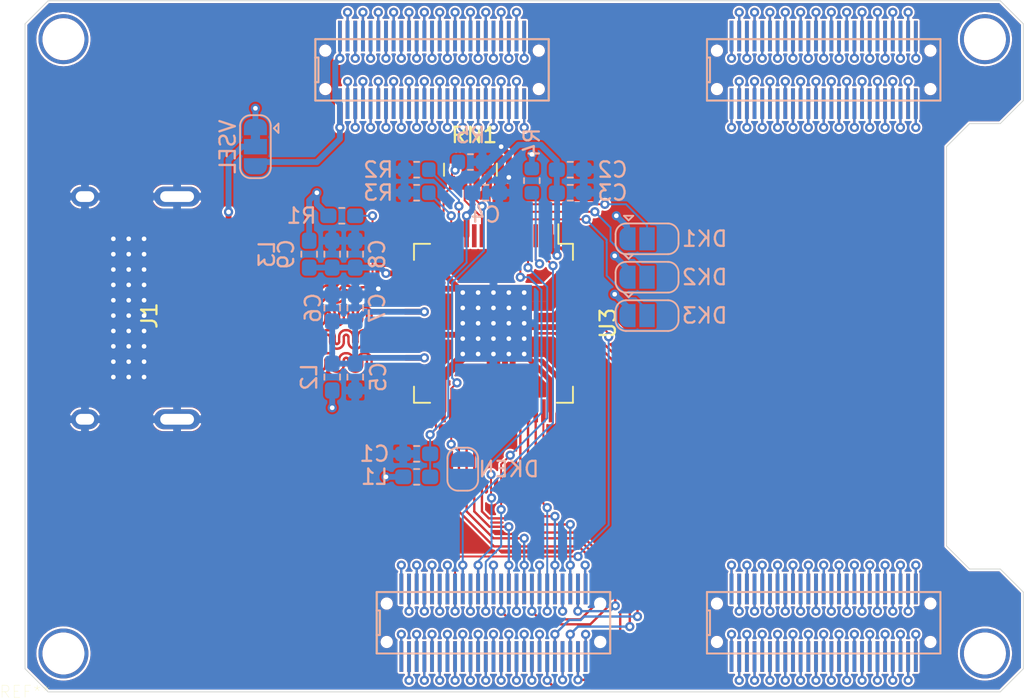
<source format=kicad_pcb>
(kicad_pcb (version 20171130) (host pcbnew "(5.1.5)-3")
  (layers (0 F.Cu signal) (31 B.Cu signal) (34 B.Paste user hide) (35 F.Paste user hide) (36 B.SilkS user) (37 F.SilkS user) (38 B.Mask user hide) (39 F.Mask user hide) (44 Edge.Cuts user))
  (net 0 "")
  (net 1 GNDREF)
  (net 2 "Net-(C1-Pad1)")
  (net 3 "Net-(C5-Pad1)")
  (net 4 "Net-(C8-Pad1)")
  (net 5 "Net-(J1-Pad19)")
  (net 6 "Net-(J1-Pad18)")
  (net 7 "Net-(J1-Pad16)")
  (net 8 "Net-(J1-Pad15)")
  (net 9 "Net-(J1-Pad14)")
  (net 10 /HDMI/CK-)
  (net 11 "Net-(J1-Pad13)")
  (net 12 /HDMI/CK+)
  (net 13 /HDMI/D0-)
  (net 14 /HDMI/D0+)
  (net 15 /HDMI/D1-)
  (net 16 /HDMI/D1+)
  (net 17 /HDMI/D2-)
  (net 18 /HDMI/D2+)
  (net 19 +3V3)
  (net 20 +5V)
  (net 21 /HDMI/DK1)
  (net 22 /HDMI/DK2)
  (net 23 /HDMI/DK3)
  (net 24 "Net-(JP5-Pad2)")
  (net 25 "Net-(R1-Pad2)")
  (net 26 /HDMI/ISEL)
  (net 27 "Net-(R3-Pad1)")
  (net 28 "Net-(R4-Pad1)")
  (net 29 "Net-(R5-Pad1)")
  (net 30 "Net-(RN1-Pad6)")
  (net 31 "Net-(RN1-Pad8)")
  (net 32 /B3)
  (net 33 /B2)
  (net 34 /B1)
  (net 35 /B0)
  (net 36 /CLK)
  (net 37 /DE)
  (net 38 /VS)
  (net 39 /HS)
  (net 40 /G3)
  (net 41 /G2)
  (net 42 /G1)
  (net 43 /G0)
  (net 44 /R3)
  (net 45 /R2)
  (net 46 /R1)
  (net 47 /R0)
  (net 48 "Net-(U3-Pad49)")
  (net 49 "Net-(U3-Pad11)")
  (module Custom_Parts:Alchitry_Top_Bottom (layer F.Cu) (at 12 57)
    (fp_text reference REF** (at 0 0) (layer F.SilkS) (effects (font (size 0.787402 0.787402) (thickness 0.015))))
    (fp_text value Alchitry_Top_Bottom)
    (fp_circle (center 2.5 -2.5) (end 4 -2.5) (layer F.Cu) (width 0.254))
    (fp_circle (center 2.5 -42.5) (end 4 -42.5) (layer F.Cu) (width 0.254))
    (fp_circle (center 62.5 -42.5) (end 64 -42.5) (layer F.Cu) (width 0.254))
    (fp_circle (center 62.5 -2.5) (end 64 -2.5) (layer F.Cu) (width 0.254))
    (fp_circle (center 2.5 -2.5) (end 4 -2.5) (layer B.Cu) (width 0.254))
    (fp_circle (center 62.5 -42.5) (end 64 -42.5) (layer B.Cu) (width 0.254))
    (fp_circle (center 2.5 -42.5) (end 4 -42.5) (layer B.Cu) (width 0.254))
    (fp_circle (center 62.5 -2.5) (end 64 -2.5) (layer B.Cu) (width 0.254))
    (pad DB_1 smd rect (at 46 -2.3) (size 0.25 2) (layers B.Cu B.Paste B.Mask))
    (pad DB_3 smd rect (at 47 -2.3) (size 0.25 2) (layers B.Cu B.Paste B.Mask))
    (pad DB_14 smd rect (at 52.5 -2.3) (size 0.25 2) (layers B.Cu B.Paste B.Mask))
    (pad DB_5 smd rect (at 48 -2.3) (size 0.25 2) (layers B.Cu B.Paste B.Mask))
    (pad DB_2 smd rect (at 46.5 -2.3) (size 0.25 2) (layers B.Cu B.Paste B.Mask))
    (pad DB_7 smd rect (at 49 -2.3) (size 0.25 2) (layers B.Cu B.Paste B.Mask))
    (pad DB_4 smd rect (at 47.5 -2.3) (size 0.25 2) (layers B.Cu B.Paste B.Mask))
    (pad DB_8 smd rect (at 49.5 -2.3) (size 0.25 2) (layers B.Cu B.Paste B.Mask))
    (pad DB_9 smd rect (at 50 -2.3) (size 0.25 2) (layers B.Cu B.Paste B.Mask))
    (pad DB_11 smd rect (at 51 -2.3) (size 0.25 2) (layers B.Cu B.Paste B.Mask))
    (pad DB_6 smd rect (at 48.5 -2.3) (size 0.25 2) (layers B.Cu B.Paste B.Mask))
    (pad DB_10 smd rect (at 50.5 -2.3) (size 0.25 2) (layers B.Cu B.Paste B.Mask))
    (pad DB_47 smd rect (at 47.5 -6.7) (size 0.25 2) (layers B.Cu B.Paste B.Mask))
    (pad DB_46 smd rect (at 48 -6.7) (size 0.25 2) (layers B.Cu B.Paste B.Mask))
    (pad DB_43 smd rect (at 49.5 -6.7) (size 0.25 2) (layers B.Cu B.Paste B.Mask))
    (pad DB_48 smd rect (at 47 -6.7) (size 0.25 2) (layers B.Cu B.Paste B.Mask))
    (pad DB_12 smd rect (at 51.5 -2.3) (size 0.25 2) (layers B.Cu B.Paste B.Mask))
    (pad DB_13 smd rect (at 52 -2.3) (size 0.25 2) (layers B.Cu B.Paste B.Mask))
    (pad DB_45 smd rect (at 48.5 -6.7) (size 0.25 2) (layers B.Cu B.Paste B.Mask))
    (pad DB_49 smd rect (at 46.5 -6.7) (size 0.25 2) (layers B.Cu B.Paste B.Mask))
    (pad DB_50 smd rect (at 46 -6.7) (size 0.25 2) (layers B.Cu B.Paste B.Mask))
    (pad DB_44 smd rect (at 49 -6.7) (size 0.25 2) (layers B.Cu B.Paste B.Mask))
    (pad DB_41 smd rect (at 50.5 -6.7) (size 0.25 2) (layers B.Cu B.Paste B.Mask))
    (pad DB_40 smd rect (at 51 -6.7) (size 0.25 2) (layers B.Cu B.Paste B.Mask))
    (pad DB_42 smd rect (at 50 -6.7) (size 0.25 2) (layers B.Cu B.Paste B.Mask))
    (pad None np_thru_hole circle (at 58.95 -39.25) (size 0.55 0.55) (drill 0.55) (layers *.Cu *.Mask))
    (pad AB_18 smd rect (at 29 -38.3) (size 0.25 2) (layers B.Cu B.Paste B.Mask))
    (pad AB_22 smd rect (at 31 -38.3) (size 0.25 2) (layers B.Cu B.Paste B.Mask))
    (pad AB_21 smd rect (at 30.5 -38.3) (size 0.25 2) (layers B.Cu B.Paste B.Mask))
    (pad AB_47 smd rect (at 22 -42.7) (size 0.25 2) (layers B.Cu B.Paste B.Mask))
    (pad AB_46 smd rect (at 22.5 -42.7) (size 0.25 2) (layers B.Cu B.Paste B.Mask))
    (pad AB_11 smd rect (at 25.5 -38.3) (size 0.25 2) (layers B.Cu B.Paste B.Mask))
    (pad AB_40 smd rect (at 25.5 -42.7) (size 0.25 2) (layers B.Cu B.Paste B.Mask))
    (pad AB_26 smd rect (at 32.5 -42.7) (size 0.25 2) (layers B.Cu B.Paste B.Mask))
    (pad AB_9 smd rect (at 24.5 -38.3) (size 0.25 2) (layers B.Cu B.Paste B.Mask))
    (pad AB_49 smd rect (at 21 -42.7) (size 0.25 2) (layers B.Cu B.Paste B.Mask))
    (pad AB_48 smd rect (at 21.5 -42.7) (size 0.25 2) (layers B.Cu B.Paste B.Mask))
    (pad DB_35 smd rect (at 53.5 -6.7) (size 0.25 2) (layers B.Cu B.Paste B.Mask))
    (pad AB_20 smd rect (at 30 -38.3) (size 0.25 2) (layers B.Cu B.Paste B.Mask))
    (pad AB_16 smd rect (at 28 -38.3) (size 0.25 2) (layers B.Cu B.Paste B.Mask))
    (pad AB_42 smd rect (at 24.5 -42.7) (size 0.25 2) (layers B.Cu B.Paste B.Mask))
    (pad DB_30 smd rect (at 56 -6.7) (size 0.25 2) (layers B.Cu B.Paste B.Mask))
    (pad AB_4 smd rect (at 22 -38.3) (size 0.25 2) (layers B.Cu B.Paste B.Mask))
    (pad AB_39 smd rect (at 26 -42.7) (size 0.25 2) (layers B.Cu B.Paste B.Mask))
    (pad AB_29 smd rect (at 31 -42.7) (size 0.25 2) (layers B.Cu B.Paste B.Mask))
    (pad AB_32 smd rect (at 29.5 -42.7) (size 0.25 2) (layers B.Cu B.Paste B.Mask))
    (pad AB_3 smd rect (at 21.5 -38.3) (size 0.25 2) (layers B.Cu B.Paste B.Mask))
    (pad AB_17 smd rect (at 28.5 -38.3) (size 0.25 2) (layers B.Cu B.Paste B.Mask))
    (pad AB_24 smd rect (at 32 -38.3) (size 0.25 2) (layers B.Cu B.Paste B.Mask))
    (pad AB_45 smd rect (at 23 -42.7) (size 0.25 2) (layers B.Cu B.Paste B.Mask))
    (pad AB_15 smd rect (at 27.5 -38.3) (size 0.25 2) (layers B.Cu B.Paste B.Mask))
    (pad DB_38 smd rect (at 52 -6.7) (size 0.25 2) (layers B.Cu B.Paste B.Mask))
    (pad None np_thru_hole circle (at 33.45 -39.25) (size 0.55 0.55) (drill 0.55) (layers *.Cu *.Mask))
    (pad AB_1 smd rect (at 20.5 -38.3) (size 0.25 2) (layers B.Cu B.Paste B.Mask))
    (pad AB_10 smd rect (at 25 -38.3) (size 0.25 2) (layers B.Cu B.Paste B.Mask))
    (pad AB_27 smd rect (at 32 -42.7) (size 0.25 2) (layers B.Cu B.Paste B.Mask))
    (pad AB_30 smd rect (at 30.5 -42.7) (size 0.25 2) (layers B.Cu B.Paste B.Mask))
    (pad AB_31 smd rect (at 30 -42.7) (size 0.25 2) (layers B.Cu B.Paste B.Mask))
    (pad AB_33 smd rect (at 29 -42.7) (size 0.25 2) (layers B.Cu B.Paste B.Mask))
    (pad DB_37 smd rect (at 52.5 -6.7) (size 0.25 2) (layers B.Cu B.Paste B.Mask))
    (pad DB_33 smd rect (at 54.5 -6.7) (size 0.25 2) (layers B.Cu B.Paste B.Mask))
    (pad AB_12 smd rect (at 26 -38.3) (size 0.25 2) (layers B.Cu B.Paste B.Mask))
    (pad DB_36 smd rect (at 53 -6.7) (size 0.25 2) (layers B.Cu B.Paste B.Mask))
    (pad AB_25 smd rect (at 32.5 -38.3) (size 0.25 2) (layers B.Cu B.Paste B.Mask))
    (pad AB_35 smd rect (at 28 -42.7) (size 0.25 2) (layers B.Cu B.Paste B.Mask))
    (pad AB_36 smd rect (at 27.5 -42.7) (size 0.25 2) (layers B.Cu B.Paste B.Mask))
    (pad DB_32 smd rect (at 55 -6.7) (size 0.25 2) (layers B.Cu B.Paste B.Mask))
    (pad AB_37 smd rect (at 27 -42.7) (size 0.25 2) (layers B.Cu B.Paste B.Mask))
    (pad AB_6 smd rect (at 23 -38.3) (size 0.25 2) (layers B.Cu B.Paste B.Mask))
    (pad AB_44 smd rect (at 23.5 -42.7) (size 0.25 2) (layers B.Cu B.Paste B.Mask))
    (pad AB_41 smd rect (at 25 -42.7) (size 0.25 2) (layers B.Cu B.Paste B.Mask))
    (pad AB_43 smd rect (at 24 -42.7) (size 0.25 2) (layers B.Cu B.Paste B.Mask))
    (pad AB_38 smd rect (at 26.5 -42.7) (size 0.25 2) (layers B.Cu B.Paste B.Mask))
    (pad None np_thru_hole circle (at 45.05 -39.25) (size 0.55 0.55) (drill 0.55) (layers *.Cu *.Mask))
    (pad BB_25 smd rect (at 58 -38.3) (size 0.25 2) (layers B.Cu B.Paste B.Mask))
    (pad AB_50 smd rect (at 20.5 -42.7) (size 0.25 2) (layers B.Cu B.Paste B.Mask))
    (pad None np_thru_hole circle (at 19.55 -39.25) (size 0.55 0.55) (drill 0.55) (layers *.Cu *.Mask))
    (pad AB_23 smd rect (at 31.5 -38.3) (size 0.25 2) (layers B.Cu B.Paste B.Mask))
    (pad AB_2 smd rect (at 21 -38.3) (size 0.25 2) (layers B.Cu B.Paste B.Mask))
    (pad AB_28 smd rect (at 31.5 -42.7) (size 0.25 2) (layers B.Cu B.Paste B.Mask))
    (pad AB_19 smd rect (at 29.5 -38.3) (size 0.25 2) (layers B.Cu B.Paste B.Mask))
    (pad AB_34 smd rect (at 28.5 -42.7) (size 0.25 2) (layers B.Cu B.Paste B.Mask))
    (pad DB_34 smd rect (at 54 -6.7) (size 0.25 2) (layers B.Cu B.Paste B.Mask))
    (pad AB_13 smd rect (at 26.5 -38.3) (size 0.25 2) (layers B.Cu B.Paste B.Mask))
    (pad DB_31 smd rect (at 55.5 -6.7) (size 0.25 2) (layers B.Cu B.Paste B.Mask))
    (pad AB_14 smd rect (at 27 -38.3) (size 0.25 2) (layers B.Cu B.Paste B.Mask))
    (pad AB_7 smd rect (at 23.5 -38.3) (size 0.25 2) (layers B.Cu B.Paste B.Mask))
    (pad AB_5 smd rect (at 22.5 -38.3) (size 0.25 2) (layers B.Cu B.Paste B.Mask))
    (pad AB_8 smd rect (at 24 -38.3) (size 0.25 2) (layers B.Cu B.Paste B.Mask))
    (pad BB_26 smd rect (at 58 -42.7) (size 0.25 2) (layers B.Cu B.Paste B.Mask))
    (pad BB_37 smd rect (at 52.5 -42.7) (size 0.25 2) (layers B.Cu B.Paste B.Mask))
    (pad BB_11 smd rect (at 51 -38.3) (size 0.25 2) (layers B.Cu B.Paste B.Mask))
    (pad BB_2 smd rect (at 46.5 -38.3) (size 0.25 2) (layers B.Cu B.Paste B.Mask))
    (pad BB_15 smd rect (at 53 -38.3) (size 0.25 2) (layers B.Cu B.Paste B.Mask))
    (pad BB_18 smd rect (at 54.5 -38.3) (size 0.25 2) (layers B.Cu B.Paste B.Mask))
    (pad BB_10 smd rect (at 50.5 -38.3) (size 0.25 2) (layers B.Cu B.Paste B.Mask))
    (pad BB_12 smd rect (at 51.5 -38.3) (size 0.25 2) (layers B.Cu B.Paste B.Mask))
    (pad None np_thru_hole circle (at 2.5 -42.5) (size 2.2 2.2) (drill 2.2) (layers *.Cu *.Mask))
    (pad BB_48 smd rect (at 47 -42.7) (size 0.25 2) (layers B.Cu B.Paste B.Mask))
    (pad BB_14 smd rect (at 52.5 -38.3) (size 0.25 2) (layers B.Cu B.Paste B.Mask))
    (pad None np_thru_hole circle (at 62.5 -42.5) (size 2.2 2.2) (drill 2.2) (layers *.Cu *.Mask))
    (pad None np_thru_hole circle (at 62.5 -2.5) (size 2.2 2.2) (drill 2.2) (layers *.Cu *.Mask))
    (pad BB_5 smd rect (at 48 -38.3) (size 0.25 2) (layers B.Cu B.Paste B.Mask))
    (pad BB_4 smd rect (at 47.5 -38.3) (size 0.25 2) (layers B.Cu B.Paste B.Mask))
    (pad BB_49 smd rect (at 46.5 -42.7) (size 0.25 2) (layers B.Cu B.Paste B.Mask))
    (pad BB_24 smd rect (at 57.5 -38.3) (size 0.25 2) (layers B.Cu B.Paste B.Mask))
    (pad BB_16 smd rect (at 53.5 -38.3) (size 0.25 2) (layers B.Cu B.Paste B.Mask))
    (pad BB_7 smd rect (at 49 -38.3) (size 0.25 2) (layers B.Cu B.Paste B.Mask))
    (pad BB_22 smd rect (at 56.5 -38.3) (size 0.25 2) (layers B.Cu B.Paste B.Mask))
    (pad BB_44 smd rect (at 49 -42.7) (size 0.25 2) (layers B.Cu B.Paste B.Mask))
    (pad BB_8 smd rect (at 49.5 -38.3) (size 0.25 2) (layers B.Cu B.Paste B.Mask))
    (pad BB_42 smd rect (at 50 -42.7) (size 0.25 2) (layers B.Cu B.Paste B.Mask))
    (pad BB_23 smd rect (at 57 -38.3) (size 0.25 2) (layers B.Cu B.Paste B.Mask))
    (pad BB_20 smd rect (at 55.5 -38.3) (size 0.25 2) (layers B.Cu B.Paste B.Mask))
    (pad BB_45 smd rect (at 48.5 -42.7) (size 0.25 2) (layers B.Cu B.Paste B.Mask))
    (pad BB_29 smd rect (at 56.5 -42.7) (size 0.25 2) (layers B.Cu B.Paste B.Mask))
    (pad BB_31 smd rect (at 55.5 -42.7) (size 0.25 2) (layers B.Cu B.Paste B.Mask))
    (pad BB_41 smd rect (at 50.5 -42.7) (size 0.25 2) (layers B.Cu B.Paste B.Mask))
    (pad BB_50 smd rect (at 46 -42.7) (size 0.25 2) (layers B.Cu B.Paste B.Mask))
    (pad BB_3 smd rect (at 47 -38.3) (size 0.25 2) (layers B.Cu B.Paste B.Mask))
    (pad BB_28 smd rect (at 57 -42.7) (size 0.25 2) (layers B.Cu B.Paste B.Mask))
    (pad BB_36 smd rect (at 53 -42.7) (size 0.25 2) (layers B.Cu B.Paste B.Mask))
    (pad BB_47 smd rect (at 47.5 -42.7) (size 0.25 2) (layers B.Cu B.Paste B.Mask))
    (pad BB_33 smd rect (at 54.5 -42.7) (size 0.25 2) (layers B.Cu B.Paste B.Mask))
    (pad BB_38 smd rect (at 52 -42.7) (size 0.25 2) (layers B.Cu B.Paste B.Mask))
    (pad None np_thru_hole circle (at 2.5 -2.5) (size 2.2 2.2) (drill 2.2) (layers *.Cu *.Mask))
    (pad BB_17 smd rect (at 54 -38.3) (size 0.25 2) (layers B.Cu B.Paste B.Mask))
    (pad BB_34 smd rect (at 54 -42.7) (size 0.25 2) (layers B.Cu B.Paste B.Mask))
    (pad BB_27 smd rect (at 57.5 -42.7) (size 0.25 2) (layers B.Cu B.Paste B.Mask))
    (pad BB_19 smd rect (at 55 -38.3) (size 0.25 2) (layers B.Cu B.Paste B.Mask))
    (pad BB_30 smd rect (at 56 -42.7) (size 0.25 2) (layers B.Cu B.Paste B.Mask))
    (pad BB_6 smd rect (at 48.5 -38.3) (size 0.25 2) (layers B.Cu B.Paste B.Mask))
    (pad BB_1 smd rect (at 46 -38.3) (size 0.25 2) (layers B.Cu B.Paste B.Mask))
    (pad BB_21 smd rect (at 56 -38.3) (size 0.25 2) (layers B.Cu B.Paste B.Mask))
    (pad BB_9 smd rect (at 50 -38.3) (size 0.25 2) (layers B.Cu B.Paste B.Mask))
    (pad BB_32 smd rect (at 55 -42.7) (size 0.25 2) (layers B.Cu B.Paste B.Mask))
    (pad BB_46 smd rect (at 48 -42.7) (size 0.25 2) (layers B.Cu B.Paste B.Mask))
    (pad BB_40 smd rect (at 51 -42.7) (size 0.25 2) (layers B.Cu B.Paste B.Mask))
    (pad BB_39 smd rect (at 51.5 -42.7) (size 0.25 2) (layers B.Cu B.Paste B.Mask))
    (pad BB_35 smd rect (at 53.5 -42.7) (size 0.25 2) (layers B.Cu B.Paste B.Mask))
    (pad BB_13 smd rect (at 52 -38.3) (size 0.25 2) (layers B.Cu B.Paste B.Mask))
    (pad BB_43 smd rect (at 49.5 -42.7) (size 0.25 2) (layers B.Cu B.Paste B.Mask))
    (pad DB_29 smd rect (at 56.5 -6.7) (size 0.25 2) (layers B.Cu B.Paste B.Mask))
    (pad DB_26 smd rect (at 58 -6.7) (size 0.25 2) (layers B.Cu B.Paste B.Mask))
    (pad DB_28 smd rect (at 57 -6.7) (size 0.25 2) (layers B.Cu B.Paste B.Mask))
    (pad DB_39 smd rect (at 51.5 -6.7) (size 0.25 2) (layers B.Cu B.Paste B.Mask))
    (pad DB_27 smd rect (at 57.5 -6.7) (size 0.25 2) (layers B.Cu B.Paste B.Mask))
    (pad DT_19 smd rect (at 55 -2.3) (size 0.25 2) (layers F.Cu F.Paste F.Mask))
    (pad DT_13 smd rect (at 52 -2.3) (size 0.25 2) (layers F.Cu F.Paste F.Mask))
    (pad DT_4 smd rect (at 47.5 -2.3) (size 0.25 2) (layers F.Cu F.Paste F.Mask))
    (pad None np_thru_hole circle (at 23.55 -3.25) (size 0.55 0.55) (drill 0.55) (layers *.Cu *.Mask))
    (pad None np_thru_hole circle (at 37.45 -3.25) (size 0.55 0.55) (drill 0.55) (layers *.Cu *.Mask))
    (pad DT_43 smd rect (at 49.5 -6.7) (size 0.25 2) (layers F.Cu F.Paste F.Mask))
    (pad CB_25 smd rect (at 36.5 -2.3) (size 0.25 2) (layers B.Cu B.Paste B.Mask))
    (pad CT_16 smd rect (at 32 -2.3) (size 0.25 2) (layers F.Cu F.Paste F.Mask))
    (pad CT_13 smd rect (at 30.5 -2.3) (size 0.25 2) (layers F.Cu F.Paste F.Mask))
    (pad DT_49 smd rect (at 46.5 -6.7) (size 0.25 2) (layers F.Cu F.Paste F.Mask))
    (pad DT_46 smd rect (at 48 -6.7) (size 0.25 2) (layers F.Cu F.Paste F.Mask))
    (pad DT_3 smd rect (at 47 -2.3) (size 0.25 2) (layers F.Cu F.Paste F.Mask))
    (pad DT_5 smd rect (at 48 -2.3) (size 0.25 2) (layers F.Cu F.Paste F.Mask))
    (pad None np_thru_hole circle (at 45.05 -5.75) (size 0.55 0.55) (drill 0.55) (layers *.Cu *.Mask))
    (pad DT_9 smd rect (at 50 -2.3) (size 0.25 2) (layers F.Cu F.Paste F.Mask))
    (pad DT_45 smd rect (at 48.5 -6.7) (size 0.25 2) (layers F.Cu F.Paste F.Mask))
    (pad CB_24 smd rect (at 36 -2.3) (size 0.25 2) (layers B.Cu B.Paste B.Mask))
    (pad CB_23 smd rect (at 35.5 -2.3) (size 0.25 2) (layers B.Cu B.Paste B.Mask))
    (pad CB_22 smd rect (at 35 -2.3) (size 0.25 2) (layers B.Cu B.Paste B.Mask))
    (pad CB_21 smd rect (at 34.5 -2.3) (size 0.25 2) (layers B.Cu B.Paste B.Mask))
    (pad DT_40 smd rect (at 51 -6.7) (size 0.25 2) (layers F.Cu F.Paste F.Mask))
    (pad CT_15 smd rect (at 31.5 -2.3) (size 0.25 2) (layers F.Cu F.Paste F.Mask))
    (pad DT_32 smd rect (at 55 -6.7) (size 0.25 2) (layers F.Cu F.Paste F.Mask))
    (pad DT_41 smd rect (at 50.5 -6.7) (size 0.25 2) (layers F.Cu F.Paste F.Mask))
    (pad DT_33 smd rect (at 54.5 -6.7) (size 0.25 2) (layers F.Cu F.Paste F.Mask))
    (pad DT_47 smd rect (at 47.5 -6.7) (size 0.25 2) (layers F.Cu F.Paste F.Mask))
    (pad DT_38 smd rect (at 52 -6.7) (size 0.25 2) (layers F.Cu F.Paste F.Mask))
    (pad DT_35 smd rect (at 53.5 -6.7) (size 0.25 2) (layers F.Cu F.Paste F.Mask))
    (pad DT_8 smd rect (at 49.5 -2.3) (size 0.25 2) (layers F.Cu F.Paste F.Mask))
    (pad DT_29 smd rect (at 56.5 -6.7) (size 0.25 2) (layers F.Cu F.Paste F.Mask))
    (pad DT_1 smd rect (at 46 -2.3) (size 0.25 2) (layers F.Cu F.Paste F.Mask))
    (pad DT_34 smd rect (at 54 -6.7) (size 0.25 2) (layers F.Cu F.Paste F.Mask))
    (pad CT_14 smd rect (at 31 -2.3) (size 0.25 2) (layers F.Cu F.Paste F.Mask))
    (pad DT_37 smd rect (at 52.5 -6.7) (size 0.25 2) (layers F.Cu F.Paste F.Mask))
    (pad DT_26 smd rect (at 58 -6.7) (size 0.25 2) (layers F.Cu F.Paste F.Mask))
    (pad DT_27 smd rect (at 57.5 -6.7) (size 0.25 2) (layers F.Cu F.Paste F.Mask))
    (pad DT_28 smd rect (at 57 -6.7) (size 0.25 2) (layers F.Cu F.Paste F.Mask))
    (pad DT_7 smd rect (at 49 -2.3) (size 0.25 2) (layers F.Cu F.Paste F.Mask))
    (pad DT_42 smd rect (at 50 -6.7) (size 0.25 2) (layers F.Cu F.Paste F.Mask))
    (pad DT_12 smd rect (at 51.5 -2.3) (size 0.25 2) (layers F.Cu F.Paste F.Mask))
    (pad DT_25 smd rect (at 58 -2.3) (size 0.25 2) (layers F.Cu F.Paste F.Mask))
    (pad DT_10 smd rect (at 50.5 -2.3) (size 0.25 2) (layers F.Cu F.Paste F.Mask))
    (pad DT_30 smd rect (at 56 -6.7) (size 0.25 2) (layers F.Cu F.Paste F.Mask))
    (pad DT_23 smd rect (at 57 -2.3) (size 0.25 2) (layers F.Cu F.Paste F.Mask))
    (pad DT_22 smd rect (at 56.5 -2.3) (size 0.25 2) (layers F.Cu F.Paste F.Mask))
    (pad DT_17 smd rect (at 54 -2.3) (size 0.25 2) (layers F.Cu F.Paste F.Mask))
    (pad DT_48 smd rect (at 47 -6.7) (size 0.25 2) (layers F.Cu F.Paste F.Mask))
    (pad DT_16 smd rect (at 53.5 -2.3) (size 0.25 2) (layers F.Cu F.Paste F.Mask))
    (pad DT_18 smd rect (at 54.5 -2.3) (size 0.25 2) (layers F.Cu F.Paste F.Mask))
    (pad DT_50 smd rect (at 46 -6.7) (size 0.25 2) (layers F.Cu F.Paste F.Mask))
    (pad DT_15 smd rect (at 53 -2.3) (size 0.25 2) (layers F.Cu F.Paste F.Mask))
    (pad None np_thru_hole circle (at 58.95 -5.75) (size 0.55 0.55) (drill 0.55) (layers *.Cu *.Mask))
    (pad CT_17 smd rect (at 32.5 -2.3) (size 0.25 2) (layers F.Cu F.Paste F.Mask))
    (pad DT_44 smd rect (at 49 -6.7) (size 0.25 2) (layers F.Cu F.Paste F.Mask))
    (pad DT_36 smd rect (at 53 -6.7) (size 0.25 2) (layers F.Cu F.Paste F.Mask))
    (pad DT_39 smd rect (at 51.5 -6.7) (size 0.25 2) (layers F.Cu F.Paste F.Mask))
    (pad DT_2 smd rect (at 46.5 -2.3) (size 0.25 2) (layers F.Cu F.Paste F.Mask))
    (pad DT_14 smd rect (at 52.5 -2.3) (size 0.25 2) (layers F.Cu F.Paste F.Mask))
    (pad DT_11 smd rect (at 51 -2.3) (size 0.25 2) (layers F.Cu F.Paste F.Mask))
    (pad DT_21 smd rect (at 56 -2.3) (size 0.25 2) (layers F.Cu F.Paste F.Mask))
    (pad DT_31 smd rect (at 55.5 -6.7) (size 0.25 2) (layers F.Cu F.Paste F.Mask))
    (pad DT_20 smd rect (at 55.5 -2.3) (size 0.25 2) (layers F.Cu F.Paste F.Mask))
    (pad DT_6 smd rect (at 48.5 -2.3) (size 0.25 2) (layers F.Cu F.Paste F.Mask))
    (pad DT_24 smd rect (at 57.5 -2.3) (size 0.25 2) (layers F.Cu F.Paste F.Mask))
    (pad CB_36 smd rect (at 31.5 -6.7) (size 0.25 2) (layers B.Cu B.Paste B.Mask))
    (pad CB_5 smd rect (at 26.5 -2.3) (size 0.25 2) (layers B.Cu B.Paste B.Mask))
    (pad DB_15 smd rect (at 53 -2.3) (size 0.25 2) (layers B.Cu B.Paste B.Mask))
    (pad CB_4 smd rect (at 26 -2.3) (size 0.25 2) (layers B.Cu B.Paste B.Mask))
    (pad CB_6 smd rect (at 27 -2.3) (size 0.25 2) (layers B.Cu B.Paste B.Mask))
    (pad CB_49 smd rect (at 25 -6.7) (size 0.25 2) (layers B.Cu B.Paste B.Mask))
    (pad CB_43 smd rect (at 28 -6.7) (size 0.25 2) (layers B.Cu B.Paste B.Mask))
    (pad CB_19 smd rect (at 33.5 -2.3) (size 0.25 2) (layers B.Cu B.Paste B.Mask))
    (pad CB_26 smd rect (at 36.5 -6.7) (size 0.25 2) (layers B.Cu B.Paste B.Mask))
    (pad CB_28 smd rect (at 35.5 -6.7) (size 0.25 2) (layers B.Cu B.Paste B.Mask))
    (pad CB_2 smd rect (at 25 -2.3) (size 0.25 2) (layers B.Cu B.Paste B.Mask))
    (pad CB_46 smd rect (at 26.5 -6.7) (size 0.25 2) (layers B.Cu B.Paste B.Mask))
    (pad CB_41 smd rect (at 29 -6.7) (size 0.25 2) (layers B.Cu B.Paste B.Mask))
    (pad CB_39 smd rect (at 30 -6.7) (size 0.25 2) (layers B.Cu B.Paste B.Mask))
    (pad CB_20 smd rect (at 34 -2.3) (size 0.25 2) (layers B.Cu B.Paste B.Mask))
    (pad CB_17 smd rect (at 32.5 -2.3) (size 0.25 2) (layers B.Cu B.Paste B.Mask))
    (pad CB_30 smd rect (at 34.5 -6.7) (size 0.25 2) (layers B.Cu B.Paste B.Mask))
    (pad CB_31 smd rect (at 34 -6.7) (size 0.25 2) (layers B.Cu B.Paste B.Mask))
    (pad CB_33 smd rect (at 33 -6.7) (size 0.25 2) (layers B.Cu B.Paste B.Mask))
    (pad CB_18 smd rect (at 33 -2.3) (size 0.25 2) (layers B.Cu B.Paste B.Mask))
    (pad CB_8 smd rect (at 28 -2.3) (size 0.25 2) (layers B.Cu B.Paste B.Mask))
    (pad CB_34 smd rect (at 32.5 -6.7) (size 0.25 2) (layers B.Cu B.Paste B.Mask))
    (pad CB_27 smd rect (at 36 -6.7) (size 0.25 2) (layers B.Cu B.Paste B.Mask))
    (pad CB_35 smd rect (at 32 -6.7) (size 0.25 2) (layers B.Cu B.Paste B.Mask))
    (pad CB_1 smd rect (at 24.5 -2.3) (size 0.25 2) (layers B.Cu B.Paste B.Mask))
    (pad CB_37 smd rect (at 31 -6.7) (size 0.25 2) (layers B.Cu B.Paste B.Mask))
    (pad None np_thru_hole circle (at 58.95 -3.25) (size 0.55 0.55) (drill 0.55) (layers *.Cu *.Mask))
    (pad DB_23 smd rect (at 57 -2.3) (size 0.25 2) (layers B.Cu B.Paste B.Mask))
    (pad CB_13 smd rect (at 30.5 -2.3) (size 0.25 2) (layers B.Cu B.Paste B.Mask))
    (pad CB_44 smd rect (at 27.5 -6.7) (size 0.25 2) (layers B.Cu B.Paste B.Mask))
    (pad DB_22 smd rect (at 56.5 -2.3) (size 0.25 2) (layers B.Cu B.Paste B.Mask))
    (pad DB_21 smd rect (at 56 -2.3) (size 0.25 2) (layers B.Cu B.Paste B.Mask))
    (pad DB_20 smd rect (at 55.5 -2.3) (size 0.25 2) (layers B.Cu B.Paste B.Mask))
    (pad DB_19 smd rect (at 55 -2.3) (size 0.25 2) (layers B.Cu B.Paste B.Mask))
    (pad DB_18 smd rect (at 54.5 -2.3) (size 0.25 2) (layers B.Cu B.Paste B.Mask))
    (pad CB_3 smd rect (at 25.5 -2.3) (size 0.25 2) (layers B.Cu B.Paste B.Mask))
    (pad CB_7 smd rect (at 27.5 -2.3) (size 0.25 2) (layers B.Cu B.Paste B.Mask))
    (pad CB_9 smd rect (at 28.5 -2.3) (size 0.25 2) (layers B.Cu B.Paste B.Mask))
    (pad CB_47 smd rect (at 26 -6.7) (size 0.25 2) (layers B.Cu B.Paste B.Mask))
    (pad CB_45 smd rect (at 27 -6.7) (size 0.25 2) (layers B.Cu B.Paste B.Mask))
    (pad CB_29 smd rect (at 35 -6.7) (size 0.25 2) (layers B.Cu B.Paste B.Mask))
    (pad CB_40 smd rect (at 29.5 -6.7) (size 0.25 2) (layers B.Cu B.Paste B.Mask))
    (pad CB_48 smd rect (at 25.5 -6.7) (size 0.25 2) (layers B.Cu B.Paste B.Mask))
    (pad CB_42 smd rect (at 28.5 -6.7) (size 0.25 2) (layers B.Cu B.Paste B.Mask))
    (pad CB_50 smd rect (at 24.5 -6.7) (size 0.25 2) (layers B.Cu B.Paste B.Mask))
    (pad CB_32 smd rect (at 33.5 -6.7) (size 0.25 2) (layers B.Cu B.Paste B.Mask))
    (pad DB_25 smd rect (at 58 -2.3) (size 0.25 2) (layers B.Cu B.Paste B.Mask))
    (pad CB_38 smd rect (at 30.5 -6.7) (size 0.25 2) (layers B.Cu B.Paste B.Mask))
    (pad CB_12 smd rect (at 30 -2.3) (size 0.25 2) (layers B.Cu B.Paste B.Mask))
    (pad DB_17 smd rect (at 54 -2.3) (size 0.25 2) (layers B.Cu B.Paste B.Mask))
    (pad None np_thru_hole circle (at 45.05 -3.25) (size 0.55 0.55) (drill 0.55) (layers *.Cu *.Mask))
    (pad DB_16 smd rect (at 53.5 -2.3) (size 0.25 2) (layers B.Cu B.Paste B.Mask))
    (pad CB_14 smd rect (at 31 -2.3) (size 0.25 2) (layers B.Cu B.Paste B.Mask))
    (pad CB_16 smd rect (at 32 -2.3) (size 0.25 2) (layers B.Cu B.Paste B.Mask))
    (pad DB_24 smd rect (at 57.5 -2.3) (size 0.25 2) (layers B.Cu B.Paste B.Mask))
    (pad CB_15 smd rect (at 31.5 -2.3) (size 0.25 2) (layers B.Cu B.Paste B.Mask))
    (pad CB_11 smd rect (at 29.5 -2.3) (size 0.25 2) (layers B.Cu B.Paste B.Mask))
    (pad CB_10 smd rect (at 29 -2.3) (size 0.25 2) (layers B.Cu B.Paste B.Mask))
    (pad AT_10 smd rect (at 25 -38.3) (size 0.25 2) (layers F.Cu F.Paste F.Mask))
    (pad AT_28 smd rect (at 31.5 -42.7) (size 0.25 2) (layers F.Cu F.Paste F.Mask))
    (pad AT_43 smd rect (at 24 -42.7) (size 0.25 2) (layers F.Cu F.Paste F.Mask))
    (pad AT_27 smd rect (at 32 -42.7) (size 0.25 2) (layers F.Cu F.Paste F.Mask))
    (pad AT_29 smd rect (at 31 -42.7) (size 0.25 2) (layers F.Cu F.Paste F.Mask))
    (pad AT_50 smd rect (at 20.5 -42.7) (size 0.25 2) (layers F.Cu F.Paste F.Mask))
    (pad AT_46 smd rect (at 22.5 -42.7) (size 0.25 2) (layers F.Cu F.Paste F.Mask))
    (pad AT_42 smd rect (at 24.5 -42.7) (size 0.25 2) (layers F.Cu F.Paste F.Mask))
    (pad AT_38 smd rect (at 26.5 -42.7) (size 0.25 2) (layers F.Cu F.Paste F.Mask))
    (pad AT_25 smd rect (at 32.5 -38.3) (size 0.25 2) (layers F.Cu F.Paste F.Mask))
    (pad AT_45 smd rect (at 23 -42.7) (size 0.25 2) (layers F.Cu F.Paste F.Mask))
    (pad AT_1 smd rect (at 20.5 -38.3) (size 0.25 2) (layers F.Cu F.Paste F.Mask))
    (pad AT_39 smd rect (at 26 -42.7) (size 0.25 2) (layers F.Cu F.Paste F.Mask))
    (pad None np_thru_hole circle (at 33.45 -41.75) (size 0.55 0.55) (drill 0.55) (layers *.Cu *.Mask))
    (pad AT_20 smd rect (at 30 -38.3) (size 0.25 2) (layers F.Cu F.Paste F.Mask))
    (pad AT_15 smd rect (at 27.5 -38.3) (size 0.25 2) (layers F.Cu F.Paste F.Mask))
    (pad AT_14 smd rect (at 27 -38.3) (size 0.25 2) (layers F.Cu F.Paste F.Mask))
    (pad AT_18 smd rect (at 29 -38.3) (size 0.25 2) (layers F.Cu F.Paste F.Mask))
    (pad AT_41 smd rect (at 25 -42.7) (size 0.25 2) (layers F.Cu F.Paste F.Mask))
    (pad AT_2 smd rect (at 21 -38.3) (size 0.25 2) (layers F.Cu F.Paste F.Mask))
    (pad AT_23 smd rect (at 31.5 -38.3) (size 0.25 2) (layers F.Cu F.Paste F.Mask))
    (pad AT_11 smd rect (at 25.5 -38.3) (size 0.25 2) (layers F.Cu F.Paste F.Mask))
    (pad AT_31 smd rect (at 30 -42.7) (size 0.25 2) (layers F.Cu F.Paste F.Mask))
    (pad AT_17 smd rect (at 28.5 -38.3) (size 0.25 2) (layers F.Cu F.Paste F.Mask))
    (pad None np_thru_hole circle (at 45.05 -41.75) (size 0.55 0.55) (drill 0.55) (layers *.Cu *.Mask))
    (pad BT_26 smd rect (at 58 -42.7) (size 0.25 2) (layers F.Cu F.Paste F.Mask))
    (pad BT_28 smd rect (at 57 -42.7) (size 0.25 2) (layers F.Cu F.Paste F.Mask))
    (pad AT_47 smd rect (at 22 -42.7) (size 0.25 2) (layers F.Cu F.Paste F.Mask))
    (pad None np_thru_hole circle (at 19.55 -41.75) (size 0.55 0.55) (drill 0.55) (layers *.Cu *.Mask))
    (pad None np_thru_hole circle (at 58.95 -41.75) (size 0.55 0.55) (drill 0.55) (layers *.Cu *.Mask))
    (pad BT_27 smd rect (at 57.5 -42.7) (size 0.25 2) (layers F.Cu F.Paste F.Mask))
    (pad AT_40 smd rect (at 25.5 -42.7) (size 0.25 2) (layers F.Cu F.Paste F.Mask))
    (pad AT_36 smd rect (at 27.5 -42.7) (size 0.25 2) (layers F.Cu F.Paste F.Mask))
    (pad AT_44 smd rect (at 23.5 -42.7) (size 0.25 2) (layers F.Cu F.Paste F.Mask))
    (pad AT_13 smd rect (at 26.5 -38.3) (size 0.25 2) (layers F.Cu F.Paste F.Mask))
    (pad BT_29 smd rect (at 56.5 -42.7) (size 0.25 2) (layers F.Cu F.Paste F.Mask))
    (pad AT_24 smd rect (at 32 -38.3) (size 0.25 2) (layers F.Cu F.Paste F.Mask))
    (pad BT_30 smd rect (at 56 -42.7) (size 0.25 2) (layers F.Cu F.Paste F.Mask))
    (pad BT_31 smd rect (at 55.5 -42.7) (size 0.25 2) (layers F.Cu F.Paste F.Mask))
    (pad AT_26 smd rect (at 32.5 -42.7) (size 0.25 2) (layers F.Cu F.Paste F.Mask))
    (pad AT_30 smd rect (at 30.5 -42.7) (size 0.25 2) (layers F.Cu F.Paste F.Mask))
    (pad AT_32 smd rect (at 29.5 -42.7) (size 0.25 2) (layers F.Cu F.Paste F.Mask))
    (pad AT_48 smd rect (at 21.5 -42.7) (size 0.25 2) (layers F.Cu F.Paste F.Mask))
    (pad AT_3 smd rect (at 21.5 -38.3) (size 0.25 2) (layers F.Cu F.Paste F.Mask))
    (pad AT_16 smd rect (at 28 -38.3) (size 0.25 2) (layers F.Cu F.Paste F.Mask))
    (pad BT_32 smd rect (at 55 -42.7) (size 0.25 2) (layers F.Cu F.Paste F.Mask))
    (pad AT_49 smd rect (at 21 -42.7) (size 0.25 2) (layers F.Cu F.Paste F.Mask))
    (pad BT_33 smd rect (at 54.5 -42.7) (size 0.25 2) (layers F.Cu F.Paste F.Mask))
    (pad AT_37 smd rect (at 27 -42.7) (size 0.25 2) (layers F.Cu F.Paste F.Mask))
    (pad AT_9 smd rect (at 24.5 -38.3) (size 0.25 2) (layers F.Cu F.Paste F.Mask))
    (pad AT_21 smd rect (at 30.5 -38.3) (size 0.25 2) (layers F.Cu F.Paste F.Mask))
    (pad AT_4 smd rect (at 22 -38.3) (size 0.25 2) (layers F.Cu F.Paste F.Mask))
    (pad AT_35 smd rect (at 28 -42.7) (size 0.25 2) (layers F.Cu F.Paste F.Mask))
    (pad AT_6 smd rect (at 23 -38.3) (size 0.25 2) (layers F.Cu F.Paste F.Mask))
    (pad BT_34 smd rect (at 54 -42.7) (size 0.25 2) (layers F.Cu F.Paste F.Mask))
    (pad AT_12 smd rect (at 26 -38.3) (size 0.25 2) (layers F.Cu F.Paste F.Mask))
    (pad AT_22 smd rect (at 31 -38.3) (size 0.25 2) (layers F.Cu F.Paste F.Mask))
    (pad AT_7 smd rect (at 23.5 -38.3) (size 0.25 2) (layers F.Cu F.Paste F.Mask))
    (pad AT_8 smd rect (at 24 -38.3) (size 0.25 2) (layers F.Cu F.Paste F.Mask))
    (pad AT_19 smd rect (at 29.5 -38.3) (size 0.25 2) (layers F.Cu F.Paste F.Mask))
    (pad AT_34 smd rect (at 28.5 -42.7) (size 0.25 2) (layers F.Cu F.Paste F.Mask))
    (pad AT_5 smd rect (at 22.5 -38.3) (size 0.25 2) (layers F.Cu F.Paste F.Mask))
    (pad AT_33 smd rect (at 29 -42.7) (size 0.25 2) (layers F.Cu F.Paste F.Mask))
    (pad BT_10 smd rect (at 50.5 -38.3) (size 0.25 2) (layers F.Cu F.Paste F.Mask))
    (pad BT_3 smd rect (at 47 -38.3) (size 0.25 2) (layers F.Cu F.Paste F.Mask))
    (pad BT_43 smd rect (at 49.5 -42.7) (size 0.25 2) (layers F.Cu F.Paste F.Mask))
    (pad BT_9 smd rect (at 50 -38.3) (size 0.25 2) (layers F.Cu F.Paste F.Mask))
    (pad BT_45 smd rect (at 48.5 -42.7) (size 0.25 2) (layers F.Cu F.Paste F.Mask))
    (pad BT_24 smd rect (at 57.5 -38.3) (size 0.25 2) (layers F.Cu F.Paste F.Mask))
    (pad BT_38 smd rect (at 52 -42.7) (size 0.25 2) (layers F.Cu F.Paste F.Mask))
    (pad BT_39 smd rect (at 51.5 -42.7) (size 0.25 2) (layers F.Cu F.Paste F.Mask))
    (pad CT_35 smd rect (at 32 -6.7) (size 0.25 2) (layers F.Cu F.Paste F.Mask))
    (pad CT_36 smd rect (at 31.5 -6.7) (size 0.25 2) (layers F.Cu F.Paste F.Mask))
    (pad BT_8 smd rect (at 49.5 -38.3) (size 0.25 2) (layers F.Cu F.Paste F.Mask))
    (pad BT_22 smd rect (at 56.5 -38.3) (size 0.25 2) (layers F.Cu F.Paste F.Mask))
    (pad CT_26 smd rect (at 36.5 -6.7) (size 0.25 2) (layers F.Cu F.Paste F.Mask))
    (pad CT_37 smd rect (at 31 -6.7) (size 0.25 2) (layers F.Cu F.Paste F.Mask))
    (pad BT_41 smd rect (at 50.5 -42.7) (size 0.25 2) (layers F.Cu F.Paste F.Mask))
    (pad BT_46 smd rect (at 48 -42.7) (size 0.25 2) (layers F.Cu F.Paste F.Mask))
    (pad CT_49 smd rect (at 25 -6.7) (size 0.25 2) (layers F.Cu F.Paste F.Mask))
    (pad BT_4 smd rect (at 47.5 -38.3) (size 0.25 2) (layers F.Cu F.Paste F.Mask))
    (pad CT_47 smd rect (at 26 -6.7) (size 0.25 2) (layers F.Cu F.Paste F.Mask))
    (pad BT_25 smd rect (at 58 -38.3) (size 0.25 2) (layers F.Cu F.Paste F.Mask))
    (pad CT_42 smd rect (at 28.5 -6.7) (size 0.25 2) (layers F.Cu F.Paste F.Mask))
    (pad BT_1 smd rect (at 46 -38.3) (size 0.25 2) (layers F.Cu F.Paste F.Mask))
    (pad CT_48 smd rect (at 25.5 -6.7) (size 0.25 2) (layers F.Cu F.Paste F.Mask))
    (pad BT_5 smd rect (at 48 -38.3) (size 0.25 2) (layers F.Cu F.Paste F.Mask))
    (pad BT_48 smd rect (at 47 -42.7) (size 0.25 2) (layers F.Cu F.Paste F.Mask))
    (pad CT_33 smd rect (at 33 -6.7) (size 0.25 2) (layers F.Cu F.Paste F.Mask))
    (pad CT_29 smd rect (at 35 -6.7) (size 0.25 2) (layers F.Cu F.Paste F.Mask))
    (pad CT_31 smd rect (at 34 -6.7) (size 0.25 2) (layers F.Cu F.Paste F.Mask))
    (pad CT_46 smd rect (at 26.5 -6.7) (size 0.25 2) (layers F.Cu F.Paste F.Mask))
    (pad BT_21 smd rect (at 56 -38.3) (size 0.25 2) (layers F.Cu F.Paste F.Mask))
    (pad BT_19 smd rect (at 55 -38.3) (size 0.25 2) (layers F.Cu F.Paste F.Mask))
    (pad BT_49 smd rect (at 46.5 -42.7) (size 0.25 2) (layers F.Cu F.Paste F.Mask))
    (pad BT_35 smd rect (at 53.5 -42.7) (size 0.25 2) (layers F.Cu F.Paste F.Mask))
    (pad BT_44 smd rect (at 49 -42.7) (size 0.25 2) (layers F.Cu F.Paste F.Mask))
    (pad BT_18 smd rect (at 54.5 -38.3) (size 0.25 2) (layers F.Cu F.Paste F.Mask))
    (pad BT_17 smd rect (at 54 -38.3) (size 0.25 2) (layers F.Cu F.Paste F.Mask))
    (pad BT_13 smd rect (at 52 -38.3) (size 0.25 2) (layers F.Cu F.Paste F.Mask))
    (pad CT_27 smd rect (at 36 -6.7) (size 0.25 2) (layers F.Cu F.Paste F.Mask))
    (pad CT_28 smd rect (at 35.5 -6.7) (size 0.25 2) (layers F.Cu F.Paste F.Mask))
    (pad BT_47 smd rect (at 47.5 -42.7) (size 0.25 2) (layers F.Cu F.Paste F.Mask))
    (pad BT_42 smd rect (at 50 -42.7) (size 0.25 2) (layers F.Cu F.Paste F.Mask))
    (pad BT_11 smd rect (at 51 -38.3) (size 0.25 2) (layers F.Cu F.Paste F.Mask))
    (pad BT_16 smd rect (at 53.5 -38.3) (size 0.25 2) (layers F.Cu F.Paste F.Mask))
    (pad BT_15 smd rect (at 53 -38.3) (size 0.25 2) (layers F.Cu F.Paste F.Mask))
    (pad BT_7 smd rect (at 49 -38.3) (size 0.25 2) (layers F.Cu F.Paste F.Mask))
    (pad None np_thru_hole circle (at 23.55 -5.75) (size 0.55 0.55) (drill 0.55) (layers *.Cu *.Mask))
    (pad CT_32 smd rect (at 33.5 -6.7) (size 0.25 2) (layers F.Cu F.Paste F.Mask))
    (pad BT_14 smd rect (at 52.5 -38.3) (size 0.25 2) (layers F.Cu F.Paste F.Mask))
    (pad CT_44 smd rect (at 27.5 -6.7) (size 0.25 2) (layers F.Cu F.Paste F.Mask))
    (pad BT_6 smd rect (at 48.5 -38.3) (size 0.25 2) (layers F.Cu F.Paste F.Mask))
    (pad BT_20 smd rect (at 55.5 -38.3) (size 0.25 2) (layers F.Cu F.Paste F.Mask))
    (pad CT_30 smd rect (at 34.5 -6.7) (size 0.25 2) (layers F.Cu F.Paste F.Mask))
    (pad CT_34 smd rect (at 32.5 -6.7) (size 0.25 2) (layers F.Cu F.Paste F.Mask))
    (pad BT_12 smd rect (at 51.5 -38.3) (size 0.25 2) (layers F.Cu F.Paste F.Mask))
    (pad CT_43 smd rect (at 28 -6.7) (size 0.25 2) (layers F.Cu F.Paste F.Mask))
    (pad BT_37 smd rect (at 52.5 -42.7) (size 0.25 2) (layers F.Cu F.Paste F.Mask))
    (pad BT_40 smd rect (at 51 -42.7) (size 0.25 2) (layers F.Cu F.Paste F.Mask))
    (pad None np_thru_hole circle (at 37.45 -5.75) (size 0.55 0.55) (drill 0.55) (layers *.Cu *.Mask))
    (pad CT_50 smd rect (at 24.5 -6.7) (size 0.25 2) (layers F.Cu F.Paste F.Mask))
    (pad CT_45 smd rect (at 27 -6.7) (size 0.25 2) (layers F.Cu F.Paste F.Mask))
    (pad BT_23 smd rect (at 57 -38.3) (size 0.25 2) (layers F.Cu F.Paste F.Mask))
    (pad BT_50 smd rect (at 46 -42.7) (size 0.25 2) (layers F.Cu F.Paste F.Mask))
    (pad BT_36 smd rect (at 53 -42.7) (size 0.25 2) (layers F.Cu F.Paste F.Mask))
    (pad BT_2 smd rect (at 46.5 -38.3) (size 0.25 2) (layers F.Cu F.Paste F.Mask))
    (pad CT_1 smd rect (at 24.5 -2.3) (size 0.25 2) (layers F.Cu F.Paste F.Mask))
    (pad CT_6 smd rect (at 27 -2.3) (size 0.25 2) (layers F.Cu F.Paste F.Mask))
    (pad CT_11 smd rect (at 29.5 -2.3) (size 0.25 2) (layers F.Cu F.Paste F.Mask))
    (pad CT_4 smd rect (at 26 -2.3) (size 0.25 2) (layers F.Cu F.Paste F.Mask))
    (pad CT_2 smd rect (at 25 -2.3) (size 0.25 2) (layers F.Cu F.Paste F.Mask))
    (pad CT_8 smd rect (at 28 -2.3) (size 0.25 2) (layers F.Cu F.Paste F.Mask))
    (pad CT_41 smd rect (at 29 -6.7) (size 0.25 2) (layers F.Cu F.Paste F.Mask))
    (pad CT_9 smd rect (at 28.5 -2.3) (size 0.25 2) (layers F.Cu F.Paste F.Mask))
    (pad CT_10 smd rect (at 29 -2.3) (size 0.25 2) (layers F.Cu F.Paste F.Mask))
    (pad CT_25 smd rect (at 36.5 -2.3) (size 0.25 2) (layers F.Cu F.Paste F.Mask))
    (pad CT_24 smd rect (at 36 -2.3) (size 0.25 2) (layers F.Cu F.Paste F.Mask))
    (pad CT_3 smd rect (at 25.5 -2.3) (size 0.25 2) (layers F.Cu F.Paste F.Mask))
    (pad CT_22 smd rect (at 35 -2.3) (size 0.25 2) (layers F.Cu F.Paste F.Mask))
    (pad CT_18 smd rect (at 33 -2.3) (size 0.25 2) (layers F.Cu F.Paste F.Mask))
    (pad CT_5 smd rect (at 26.5 -2.3) (size 0.25 2) (layers F.Cu F.Paste F.Mask))
    (pad CT_21 smd rect (at 34.5 -2.3) (size 0.25 2) (layers F.Cu F.Paste F.Mask))
    (pad CT_39 smd rect (at 30 -6.7) (size 0.25 2) (layers F.Cu F.Paste F.Mask))
    (pad CT_12 smd rect (at 30 -2.3) (size 0.25 2) (layers F.Cu F.Paste F.Mask))
    (pad CT_23 smd rect (at 35.5 -2.3) (size 0.25 2) (layers F.Cu F.Paste F.Mask))
    (pad CT_20 smd rect (at 34 -2.3) (size 0.25 2) (layers F.Cu F.Paste F.Mask))
    (pad CT_7 smd rect (at 27.5 -2.3) (size 0.25 2) (layers F.Cu F.Paste F.Mask))
    (pad CT_19 smd rect (at 33.5 -2.3) (size 0.25 2) (layers F.Cu F.Paste F.Mask))
    (pad CT_38 smd rect (at 30.5 -6.7) (size 0.25 2) (layers F.Cu F.Paste F.Mask))
    (pad CT_40 smd rect (at 29.5 -6.7) (size 0.25 2) (layers F.Cu F.Paste F.Mask))
  )
  (module Custom_Parts:HDMI (layer F.Cu) (at 22.5 36.5 270)
    (fp_text reference J1 (at -4 2.4 90) (layer F.SilkS))
    (fp_text value HDMI_A_1.4)
    (pad 12 smd rect (at -5.5 0 270) (size 0.3 3) (layers F.Cu F.Paste F.Mask) (net 10 /HDMI/CK-))
    (pad 16 smd rect (at -7.5 0 270) (size 0.3 3) (layers F.Cu F.Paste F.Mask) (net 7 "Net-(J1-Pad16)"))
    (pad SH thru_hole oval (at 2.75 6.6 270) (size 1.3 1.8) (drill oval 0.7 1.2) (layers *.Cu *.Mask) (net 1 GNDREF))
    (pad 18 smd rect (at -8.5 0 270) (size 0.3 3) (layers F.Cu F.Paste F.Mask) (net 6 "Net-(J1-Pad18)"))
    (pad SH thru_hole oval (at -11.75 6.6 270) (size 1.3 1.8) (drill oval 0.7 1.2) (layers *.Cu *.Mask) (net 1 GNDREF))
    (pad SH thru_hole oval (at -11.75 0.6 270) (size 1.3 3) (drill oval 0.7 2.2) (layers *.Cu *.Mask) (net 1 GNDREF))
    (pad 17 smd rect (at -8 0 270) (size 0.3 3) (layers F.Cu F.Paste F.Mask) (net 1 GNDREF))
    (pad 15 smd rect (at -7 0 270) (size 0.3 3) (layers F.Cu F.Paste F.Mask) (net 8 "Net-(J1-Pad15)"))
    (pad 13 smd rect (at -6 0 270) (size 0.3 3) (layers F.Cu F.Paste F.Mask) (net 11 "Net-(J1-Pad13)"))
    (pad 11 smd rect (at -5 0 270) (size 0.3 3) (layers F.Cu F.Paste F.Mask) (net 1 GNDREF))
    (pad 10 smd rect (at -4.5 0 270) (size 0.3 3) (layers F.Cu F.Paste F.Mask) (net 12 /HDMI/CK+))
    (pad 9 smd rect (at -4 0 270) (size 0.3 3) (layers F.Cu F.Paste F.Mask) (net 13 /HDMI/D0-))
    (pad 14 smd rect (at -6.5 0 270) (size 0.3 3) (layers F.Cu F.Paste F.Mask) (net 9 "Net-(J1-Pad14)"))
    (pad 8 smd rect (at -3.5 0 270) (size 0.3 3) (layers F.Cu F.Paste F.Mask) (net 1 GNDREF))
    (pad 7 smd rect (at -3 0 270) (size 0.3 3) (layers F.Cu F.Paste F.Mask) (net 14 /HDMI/D0+))
    (pad SH thru_hole oval (at 2.75 0.6 270) (size 1.3 3) (drill oval 0.7 2.2) (layers *.Cu *.Mask) (net 1 GNDREF))
    (pad 19 smd rect (at -9 0 270) (size 0.3 3) (layers F.Cu F.Paste F.Mask) (net 5 "Net-(J1-Pad19)"))
    (pad 5 smd rect (at -2 0 270) (size 0.3 3) (layers F.Cu F.Paste F.Mask) (net 1 GNDREF))
    (pad 6 smd rect (at -2.5 0 270) (size 0.3 3) (layers F.Cu F.Paste F.Mask) (net 15 /HDMI/D1-))
    (pad 3 smd rect (at -1 0 270) (size 0.3 3) (layers F.Cu F.Paste F.Mask) (net 17 /HDMI/D2-))
    (pad 1 smd rect (at 0 0 270) (size 0.3 3) (layers F.Cu F.Paste F.Mask) (net 18 /HDMI/D2+))
    (pad 2 smd rect (at -0.5 0 270) (size 0.3 3) (layers F.Cu F.Paste F.Mask) (net 1 GNDREF))
    (pad 4 smd rect (at -1.5 0 270) (size 0.3 3) (layers F.Cu F.Paste F.Mask) (net 16 /HDMI/D1+))
  )
  (module Package_QFP:HTQFP-64-1EP_10x10mm_P0.5mm_EP8x8mm_Mask4.4x4.4mm_ThermalVias (layer F.Cu) (at 42.5 33 270)
    (fp_text reference U3 (at 0 -7.45 270) (layer F.SilkS))
    (fp_text value TFP410)
    (pad 64 smd rect (at -3.75 -5.7) (size 1.5 0.3) (layers F.Cu F.Paste F.Mask) (net 1 GNDREF))
    (pad 63 smd rect (at -3.25 -5.7) (size 1.5 0.3) (layers F.Cu F.Paste F.Mask) (net 1 GNDREF))
    (pad 62 smd rect (at -2.75 -5.7) (size 1.5 0.3) (layers F.Cu F.Paste F.Mask) (net 1 GNDREF))
    (pad 61 smd rect (at -2.25 -5.7) (size 1.5 0.3) (layers F.Cu F.Paste F.Mask) (net 1 GNDREF))
    (pad 60 smd rect (at -1.75 -5.7) (size 1.5 0.3) (layers F.Cu F.Paste F.Mask) (net 1 GNDREF))
    (pad 59 smd rect (at -1.25 -5.7) (size 1.5 0.3) (layers F.Cu F.Paste F.Mask) (net 35 /B0))
    (pad 58 smd rect (at -0.75 -5.7) (size 1.5 0.3) (layers F.Cu F.Paste F.Mask) (net 34 /B1))
    (pad 57 smd rect (at -0.25 -5.7) (size 1.5 0.3) (layers F.Cu F.Paste F.Mask) (net 36 /CLK))
    (pad 56 smd rect (at 0.25 -5.7) (size 1.5 0.3) (layers F.Cu F.Paste F.Mask) (net 1 GNDREF))
    (pad 55 smd rect (at 0.75 -5.7) (size 1.5 0.3) (layers F.Cu F.Paste F.Mask) (net 33 /B2))
    (pad 54 smd rect (at 1.25 -5.7) (size 1.5 0.3) (layers F.Cu F.Paste F.Mask) (net 32 /B3))
    (pad 53 smd rect (at 1.75 -5.7) (size 1.5 0.3) (layers F.Cu F.Paste F.Mask) (net 1 GNDREF))
    (pad 52 smd rect (at 2.25 -5.7) (size 1.5 0.3) (layers F.Cu F.Paste F.Mask) (net 1 GNDREF))
    (pad 51 smd rect (at 2.75 -5.7) (size 1.5 0.3) (layers F.Cu F.Paste F.Mask) (net 1 GNDREF))
    (pad 50 smd rect (at 3.25 -5.7) (size 1.5 0.3) (layers F.Cu F.Paste F.Mask) (net 1 GNDREF))
    (pad 49 smd rect (at 3.75 -5.7) (size 1.5 0.3) (layers F.Cu F.Paste F.Mask) (net 48 "Net-(U3-Pad49)"))
    (pad 48 smd rect (at 5.7 -3.75 270) (size 1.5 0.3) (layers F.Cu F.Paste F.Mask) (net 1 GNDREF))
    (pad 47 smd rect (at 5.7 -3.25 270) (size 1.5 0.3) (layers F.Cu F.Paste F.Mask) (net 43 /G0))
    (pad 46 smd rect (at 5.7 -2.75 270) (size 1.5 0.3) (layers F.Cu F.Paste F.Mask) (net 42 /G1))
    (pad 45 smd rect (at 5.7 -2.25 270) (size 1.5 0.3) (layers F.Cu F.Paste F.Mask) (net 41 /G2))
    (pad 44 smd rect (at 5.7 -1.75 270) (size 1.5 0.3) (layers F.Cu F.Paste F.Mask) (net 40 /G3))
    (pad 43 smd rect (at 5.7 -1.25 270) (size 1.5 0.3) (layers F.Cu F.Paste F.Mask) (net 1 GNDREF))
    (pad 42 smd rect (at 5.7 -0.75 270) (size 1.5 0.3) (layers F.Cu F.Paste F.Mask) (net 1 GNDREF))
    (pad 41 smd rect (at 5.7 -0.25 270) (size 1.5 0.3) (layers F.Cu F.Paste F.Mask) (net 1 GNDREF))
    (pad 40 smd rect (at 5.7 0.25 270) (size 1.5 0.3) (layers F.Cu F.Paste F.Mask) (net 1 GNDREF))
    (pad 39 smd rect (at 5.7 0.75 270) (size 1.5 0.3) (layers F.Cu F.Paste F.Mask) (net 47 /R0))
    (pad 38 smd rect (at 5.7 1.25 270) (size 1.5 0.3) (layers F.Cu F.Paste F.Mask) (net 46 /R1))
    (pad 37 smd rect (at 5.7 1.75 270) (size 1.5 0.3) (layers F.Cu F.Paste F.Mask) (net 45 /R2))
    (pad 36 smd rect (at 5.7 2.25 270) (size 1.5 0.3) (layers F.Cu F.Paste F.Mask) (net 44 /R3))
    (pad 35 smd rect (at 5.7 2.75 270) (size 1.5 0.3) (layers F.Cu F.Paste F.Mask) (net 24 "Net-(JP5-Pad2)"))
    (pad 34 smd rect (at 5.7 3.25 270) (size 1.5 0.3) (layers F.Cu F.Paste F.Mask) (net 1 GNDREF))
    (pad 33 smd rect (at 5.7 3.75 270) (size 1.5 0.3) (layers F.Cu F.Paste F.Mask) (net 2 "Net-(C1-Pad1)"))
    (pad 32 smd rect (at 3.75 5.7) (size 1.5 0.3) (layers F.Cu F.Paste F.Mask) (net 1 GNDREF))
    (pad 31 smd rect (at 3.25 5.7) (size 1.5 0.3) (layers F.Cu F.Paste F.Mask) (net 18 /HDMI/D2+))
    (pad 30 smd rect (at 2.75 5.7) (size 1.5 0.3) (layers F.Cu F.Paste F.Mask) (net 17 /HDMI/D2-))
    (pad 29 smd rect (at 2.25 5.7) (size 1.5 0.3) (layers F.Cu F.Paste F.Mask) (net 3 "Net-(C5-Pad1)"))
    (pad 28 smd rect (at 1.75 5.7) (size 1.5 0.3) (layers F.Cu F.Paste F.Mask) (net 16 /HDMI/D1+))
    (pad 27 smd rect (at 1.25 5.7) (size 1.5 0.3) (layers F.Cu F.Paste F.Mask) (net 15 /HDMI/D1-))
    (pad 26 smd rect (at 0.75 5.7) (size 1.5 0.3) (layers F.Cu F.Paste F.Mask) (net 1 GNDREF))
    (pad 25 smd rect (at 0.25 5.7) (size 1.5 0.3) (layers F.Cu F.Paste F.Mask) (net 14 /HDMI/D0+))
    (pad 24 smd rect (at -0.25 5.7) (size 1.5 0.3) (layers F.Cu F.Paste F.Mask) (net 13 /HDMI/D0-))
    (pad 23 smd rect (at -0.75 5.7) (size 1.5 0.3) (layers F.Cu F.Paste F.Mask) (net 3 "Net-(C5-Pad1)"))
    (pad 22 smd rect (at -1.25 5.7) (size 1.5 0.3) (layers F.Cu F.Paste F.Mask) (net 12 /HDMI/CK+))
    (pad 21 smd rect (at -1.75 5.7) (size 1.5 0.3) (layers F.Cu F.Paste F.Mask) (net 10 /HDMI/CK-))
    (pad 20 smd rect (at -2.25 5.7) (size 1.5 0.3) (layers F.Cu F.Paste F.Mask) (net 1 GNDREF))
    (pad 19 smd rect (at -2.75 5.7) (size 1.5 0.3) (layers F.Cu F.Paste F.Mask) (net 25 "Net-(R1-Pad2)"))
    (pad 18 smd rect (at -3.25 5.7) (size 1.5 0.3) (layers F.Cu F.Paste F.Mask) (net 4 "Net-(C8-Pad1)"))
    (pad 17 smd rect (at -3.75 5.7) (size 1.5 0.3) (layers F.Cu F.Paste F.Mask) (net 1 GNDREF))
    (pad 16 smd rect (at -5.7 3.75 270) (size 1.5 0.3) (layers F.Cu F.Paste F.Mask) (net 1 GNDREF))
    (pad 15 smd rect (at -5.7 3.25 270) (size 1.5 0.3) (layers F.Cu F.Paste F.Mask) (net 29 "Net-(R5-Pad1)"))
    (pad 14 smd rect (at -5.7 2.75 270) (size 1.5 0.3) (layers F.Cu F.Paste F.Mask) (net 27 "Net-(R3-Pad1)"))
    (pad 13 smd rect (at -5.7 2.25 270) (size 1.5 0.3) (layers F.Cu F.Paste F.Mask) (net 26 /HDMI/ISEL))
    (pad 12 smd rect (at -5.7 1.75 270) (size 1.5 0.3) (layers F.Cu F.Paste F.Mask) (net 2 "Net-(C1-Pad1)"))
    (pad 11 smd rect (at -5.7 1.25 270) (size 1.5 0.3) (layers F.Cu F.Paste F.Mask) (net 49 "Net-(U3-Pad11)"))
    (pad 10 smd rect (at -5.7 0.75 270) (size 1.5 0.3) (layers F.Cu F.Paste F.Mask) (net 30 "Net-(RN1-Pad6)"))
    (pad 9 smd rect (at -5.7 0.25 270) (size 1.5 0.3) (layers F.Cu F.Paste F.Mask) (net 31 "Net-(RN1-Pad8)"))
    (pad 8 smd rect (at -5.7 -0.25 270) (size 1.5 0.3) (layers F.Cu F.Paste F.Mask) (net 21 /HDMI/DK1))
    (pad 7 smd rect (at -5.7 -0.75 270) (size 1.5 0.3) (layers F.Cu F.Paste F.Mask) (net 22 /HDMI/DK2))
    (pad 6 smd rect (at -5.7 -1.25 270) (size 1.5 0.3) (layers F.Cu F.Paste F.Mask) (net 23 /HDMI/DK3))
    (pad 5 smd rect (at -5.7 -1.75 270) (size 1.5 0.3) (layers F.Cu F.Paste F.Mask) (net 38 /VS))
    (pad 4 smd rect (at -5.7 -2.25 270) (size 1.5 0.3) (layers F.Cu F.Paste F.Mask) (net 39 /HS))
    (pad 3 smd rect (at -5.7 -2.75 270) (size 1.5 0.3) (layers F.Cu F.Paste F.Mask) (net 28 "Net-(R4-Pad1)"))
    (pad 2 smd rect (at -5.7 -3.25 270) (size 1.5 0.3) (layers F.Cu F.Paste F.Mask) (net 37 /DE))
    (pad 1 smd rect (at -5.7 -3.75 270) (size 1.5 0.3) (layers F.Cu F.Paste F.Mask) (net 2 "Net-(C1-Pad1)"))
    (pad 65 smd rect (at 0 0 270) (size 5 5) (layers F.Cu F.Paste F.Mask) (net 1 GNDREF))
    (pad 65 smd rect (at 0 0 270) (size 5 5) (layers B.Cu) (net 1 GNDREF))
    (pad 65 thru_hole circle (at -2 -2 270) (size 0.5 0.5) (drill 0.3) (layers *.Cu *.Mask) (net 1 GNDREF))
    (pad 65 thru_hole circle (at -1 -2 270) (size 0.5 0.5) (drill 0.3) (layers *.Cu *.Mask) (net 1 GNDREF))
    (pad 65 thru_hole circle (at 0 -2 270) (size 0.5 0.5) (drill 0.3) (layers *.Cu *.Mask) (net 1 GNDREF))
    (pad 65 thru_hole circle (at 1 -2 270) (size 0.5 0.5) (drill 0.3) (layers *.Cu *.Mask) (net 1 GNDREF))
    (pad 65 thru_hole circle (at 2 -2 270) (size 0.5 0.5) (drill 0.3) (layers *.Cu *.Mask) (net 1 GNDREF))
    (pad 65 thru_hole circle (at 2 -1 270) (size 0.5 0.5) (drill 0.3) (layers *.Cu *.Mask) (net 1 GNDREF))
    (pad 65 thru_hole circle (at -1 -1 270) (size 0.5 0.5) (drill 0.3) (layers *.Cu *.Mask) (net 1 GNDREF))
    (pad 65 thru_hole circle (at -2 -1 270) (size 0.5 0.5) (drill 0.3) (layers *.Cu *.Mask) (net 1 GNDREF))
    (pad 65 thru_hole circle (at 0 -1 270) (size 0.5 0.5) (drill 0.3) (layers *.Cu *.Mask) (net 1 GNDREF))
    (pad 65 thru_hole circle (at 1 -1 270) (size 0.5 0.5) (drill 0.3) (layers *.Cu *.Mask) (net 1 GNDREF))
    (pad 65 thru_hole circle (at 2 0 270) (size 0.5 0.5) (drill 0.3) (layers *.Cu *.Mask) (net 1 GNDREF))
    (pad 65 thru_hole circle (at -1 0 270) (size 0.5 0.5) (drill 0.3) (layers *.Cu *.Mask) (net 1 GNDREF))
    (pad 65 thru_hole circle (at -2 0 270) (size 0.5 0.5) (drill 0.3) (layers *.Cu *.Mask) (net 1 GNDREF))
    (pad 65 thru_hole circle (at 0 0 270) (size 0.5 0.5) (drill 0.3) (layers *.Cu *.Mask) (net 1 GNDREF))
    (pad 65 thru_hole circle (at 1 0 270) (size 0.5 0.5) (drill 0.3) (layers *.Cu *.Mask) (net 1 GNDREF))
    (pad 65 thru_hole circle (at 2 1 270) (size 0.5 0.5) (drill 0.3) (layers *.Cu *.Mask) (net 1 GNDREF))
    (pad 65 thru_hole circle (at -1 1 270) (size 0.5 0.5) (drill 0.3) (layers *.Cu *.Mask) (net 1 GNDREF))
    (pad 65 thru_hole circle (at -2 1 270) (size 0.5 0.5) (drill 0.3) (layers *.Cu *.Mask) (net 1 GNDREF))
    (pad 65 thru_hole circle (at 0 1 270) (size 0.5 0.5) (drill 0.3) (layers *.Cu *.Mask) (net 1 GNDREF))
    (pad 65 thru_hole circle (at 1 1 270) (size 0.5 0.5) (drill 0.3) (layers *.Cu *.Mask) (net 1 GNDREF))
    (pad 65 thru_hole circle (at 2 2 270) (size 0.5 0.5) (drill 0.3) (layers *.Cu *.Mask) (net 1 GNDREF))
    (pad 65 thru_hole circle (at -1 2 270) (size 0.5 0.5) (drill 0.3) (layers *.Cu *.Mask) (net 1 GNDREF))
    (pad 65 thru_hole circle (at -2 2 270) (size 0.5 0.5) (drill 0.3) (layers *.Cu *.Mask) (net 1 GNDREF))
    (pad 65 thru_hole circle (at 0 2 270) (size 0.5 0.5) (drill 0.3) (layers *.Cu *.Mask) (net 1 GNDREF))
    (pad 65 thru_hole circle (at 1 2 270) (size 0.5 0.5) (drill 0.3) (layers *.Cu *.Mask) (net 1 GNDREF))
  )
  (module Resistor_SMD:R_Array_Concave_4x0603 (layer F.Cu) (at 41 23 270)
    (fp_text reference RN1 (at -2.25 -0.25) (layer F.SilkS))
    (fp_text value 10K)
    (pad 5 smd rect (at 0.85 1.2 270) (size 0.9 0.4) (layers F.Cu F.Paste F.Mask) (net 29 "Net-(R5-Pad1)"))
    (pad 6 smd rect (at 0.85 0.4 270) (size 0.9 0.4) (layers F.Cu F.Paste F.Mask) (net 30 "Net-(RN1-Pad6)"))
    (pad 7 smd rect (at 0.85 -0.4 270) (size 0.9 0.4) (layers F.Cu F.Paste F.Mask) (net 24 "Net-(JP5-Pad2)"))
    (pad 8 smd rect (at 0.85 -1.2 270) (size 0.9 0.4) (layers F.Cu F.Paste F.Mask) (net 31 "Net-(RN1-Pad8)"))
    (pad 4 smd rect (at -0.85 1.2 270) (size 0.9 0.4) (layers F.Cu F.Paste F.Mask) (net 19 +3V3))
    (pad 1 smd rect (at -0.85 -1.2 270) (size 0.9 0.4) (layers F.Cu F.Paste F.Mask) (net 19 +3V3))
    (pad 3 smd rect (at -0.85 0.4 270) (size 0.9 0.4) (layers F.Cu F.Paste F.Mask) (net 19 +3V3))
    (pad 2 smd rect (at -0.85 -0.4 270) (size 0.9 0.4) (layers F.Cu F.Paste F.Mask) (net 19 +3V3))
  )
  (module Resistor_SMD:R_0603_1608Metric (layer B.Cu) (at 41 22.5)
    (fp_text reference R5 (at 0 -1.75) (layer B.SilkS) (effects (justify mirror)))
    (fp_text value 91K)
    (pad 2 smd roundrect (at 0.7875 0) (size 0.875 0.95) (layers B.Cu B.Paste B.Mask) (net 1 GNDREF))
    (pad 1 smd roundrect (at -0.7875 0) (size 0.875 0.95) (layers B.Cu B.Paste B.Mask) (net 29 "Net-(R5-Pad1)"))
  )
  (module Resistor_SMD:R_0603_1608Metric (layer B.Cu) (at 45 23.7125 90)
    (fp_text reference R4 (at 2.4625 0 90) (layer B.SilkS) (effects (justify mirror)))
    (fp_text value 33K)
    (pad 2 smd roundrect (at 0.7875 0 90) (size 0.875 0.95) (layers B.Cu B.Paste B.Mask) (net 19 +3V3))
    (pad 1 smd roundrect (at -0.7875 0 90) (size 0.875 0.95) (layers B.Cu B.Paste B.Mask) (net 28 "Net-(R4-Pad1)"))
  )
  (module Resistor_SMD:R_0603_1608Metric (layer B.Cu) (at 37.5 24.5 180)
    (fp_text reference R3 (at 2.5 0) (layer B.SilkS) (effects (justify mirror)))
    (fp_text value 10K)
    (pad 2 smd roundrect (at 0.7875 0 180) (size 0.875 0.95) (layers B.Cu B.Paste B.Mask) (net 1 GNDREF))
    (pad 1 smd roundrect (at -0.7875 0 180) (size 0.875 0.95) (layers B.Cu B.Paste B.Mask) (net 27 "Net-(R3-Pad1)"))
  )
  (module Resistor_SMD:R_0603_1608Metric (layer B.Cu) (at 37.5 23 180)
    (fp_text reference R2 (at 2.5 0) (layer B.SilkS) (effects (justify mirror)))
    (fp_text value 10K)
    (pad 2 smd roundrect (at 0.7875 0 180) (size 0.875 0.95) (layers B.Cu B.Paste B.Mask) (net 1 GNDREF))
    (pad 1 smd roundrect (at -0.7875 0 180) (size 0.875 0.95) (layers B.Cu B.Paste B.Mask) (net 26 /HDMI/ISEL))
  )
  (module Resistor_SMD:R_0603_1608Metric_Pad1.05x0.95mm_HandSolder (layer B.Cu) (at 32.625 26)
    (fp_text reference R1 (at -2.625 0) (layer B.SilkS) (effects (justify mirror)))
    (fp_text value 510)
    (pad 2 smd roundrect (at 0.875 0) (size 1.05 0.95) (layers B.Cu B.Paste B.Mask) (net 25 "Net-(R1-Pad2)"))
    (pad 1 smd roundrect (at -0.875 0) (size 1.05 0.95) (layers B.Cu B.Paste B.Mask) (net 19 +3V3))
  )
  (module Inductor_SMD:L_0603_1608Metric_Pad1.05x0.95mm_HandSolder (layer B.Cu) (at 30.5 28.5 270)
    (fp_text reference L3 (at 0 2.75 90) (layer B.SilkS) (effects (justify mirror)))
    (fp_text value 600)
    (pad 2 smd roundrect (at 0.875 0 270) (size 1.05 0.95) (layers B.Cu B.Paste B.Mask) (net 4 "Net-(C8-Pad1)"))
    (pad 1 smd roundrect (at -0.875 0 270) (size 1.05 0.95) (layers B.Cu B.Paste B.Mask) (net 19 +3V3))
  )
  (module Inductor_SMD:L_0603_1608Metric_Pad1.05x0.95mm_HandSolder (layer B.Cu) (at 32 36.5 90)
    (fp_text reference L2 (at 0 -1.5 90) (layer B.SilkS) (effects (justify mirror)))
    (fp_text value 600)
    (pad 2 smd roundrect (at 0.875 0 90) (size 1.05 0.95) (layers B.Cu B.Paste B.Mask) (net 3 "Net-(C5-Pad1)"))
    (pad 1 smd roundrect (at -0.875 0 90) (size 1.05 0.95) (layers B.Cu B.Paste B.Mask) (net 19 +3V3))
  )
  (module Inductor_SMD:L_0603_1608Metric_Pad1.05x0.95mm_HandSolder (layer B.Cu) (at 37.5 43)
    (fp_text reference L1 (at -2.75 0) (layer B.SilkS) (effects (justify mirror)))
    (fp_text value 600)
    (pad 2 smd roundrect (at 0.875 0) (size 1.05 0.95) (layers B.Cu B.Paste B.Mask) (net 2 "Net-(C1-Pad1)"))
    (pad 1 smd roundrect (at -0.875 0) (size 1.05 0.95) (layers B.Cu B.Paste B.Mask) (net 19 +3V3))
  )
  (module Jumper:SolderJumper-2_P1.3mm_Open_RoundedPad1.0x1.5mm (layer B.Cu) (at 40.5 42.5 90)
    (fp_text reference DKEN (at 0 3 180) (layer B.SilkS) (effects (justify mirror)))
    (fp_text value DKEN)
    (pad 2 smd custom (at 0.65 0 90) (size 1 0.5) (layers B.Cu B.Mask) (net 24 "Net-(JP5-Pad2)") (options (clearance outline) (anchor rect)) (primitives (gr_circle (center 0 -0.25) (end 0.5 -0.25) (width 0)) (gr_circle (center 0 0.25) (end 0.5 0.25) (width 0)) (gr_poly (pts (xy 0 0.75) (xy -0.5 0.75) (xy -0.5 -0.75) (xy 0 -0.75)) (width 0))))
    (pad 1 smd custom (at -0.65 0 90) (size 1 0.5) (layers B.Cu B.Mask) (net 1 GNDREF) (options (clearance outline) (anchor rect)) (primitives (gr_circle (center 0 -0.25) (end 0.5 -0.25) (width 0)) (gr_circle (center 0 0.25) (end 0.5 0.25) (width 0)) (gr_poly (pts (xy 0 0.75) (xy 0.5 0.75) (xy 0.5 -0.75) (xy 0 -0.75)) (width 0))))
  )
  (module Jumper:SolderJumper-3_P1.3mm_Open_RoundedPad1.0x1.5mm (layer B.Cu) (at 52.5 32.5)
    (fp_text reference DK3 (at 3.75 0) (layer B.SilkS) (effects (justify mirror)))
    (fp_text value DK3)
    (pad 2 smd rect (at 0 0) (size 1 1.5) (layers B.Cu B.Mask) (net 23 /HDMI/DK3))
    (pad 3 smd custom (at 1.3 0) (size 1 0.5) (layers B.Cu B.Mask) (net 1 GNDREF) (options (clearance outline) (anchor rect)) (primitives (gr_circle (center 0 -0.25) (end 0.5 -0.25) (width 0)) (gr_circle (center 0 0.25) (end 0.5 0.25) (width 0)) (gr_poly (pts (xy -0.55 0.75) (xy 0 0.75) (xy 0 -0.75) (xy -0.55 -0.75)) (width 0))))
    (pad 1 smd custom (at -1.3 0) (size 1 0.5) (layers B.Cu B.Mask) (net 19 +3V3) (options (clearance outline) (anchor rect)) (primitives (gr_circle (center 0 -0.25) (end 0.5 -0.25) (width 0)) (gr_circle (center 0 0.25) (end 0.5 0.25) (width 0)) (gr_poly (pts (xy 0.55 0.75) (xy 0 0.75) (xy 0 -0.75) (xy 0.55 -0.75)) (width 0))))
  )
  (module Jumper:SolderJumper-3_P1.3mm_Open_RoundedPad1.0x1.5mm (layer B.Cu) (at 52.5 30)
    (fp_text reference DK2 (at 3.75 0) (layer B.SilkS) (effects (justify mirror)))
    (fp_text value DK2)
    (pad 2 smd rect (at 0 0) (size 1 1.5) (layers B.Cu B.Mask) (net 22 /HDMI/DK2))
    (pad 3 smd custom (at 1.3 0) (size 1 0.5) (layers B.Cu B.Mask) (net 1 GNDREF) (options (clearance outline) (anchor rect)) (primitives (gr_circle (center 0 -0.25) (end 0.5 -0.25) (width 0)) (gr_circle (center 0 0.25) (end 0.5 0.25) (width 0)) (gr_poly (pts (xy -0.55 0.75) (xy 0 0.75) (xy 0 -0.75) (xy -0.55 -0.75)) (width 0))))
    (pad 1 smd custom (at -1.3 0) (size 1 0.5) (layers B.Cu B.Mask) (net 19 +3V3) (options (clearance outline) (anchor rect)) (primitives (gr_circle (center 0 -0.25) (end 0.5 -0.25) (width 0)) (gr_circle (center 0 0.25) (end 0.5 0.25) (width 0)) (gr_poly (pts (xy 0.55 0.75) (xy 0 0.75) (xy 0 -0.75) (xy 0.55 -0.75)) (width 0))))
  )
  (module Jumper:SolderJumper-3_P1.3mm_Open_RoundedPad1.0x1.5mm (layer B.Cu) (at 52.5 27.5)
    (fp_text reference DK1 (at 3.75 0) (layer B.SilkS) (effects (justify mirror)))
    (fp_text value DK1)
    (pad 2 smd rect (at 0 0) (size 1 1.5) (layers B.Cu B.Mask) (net 21 /HDMI/DK1))
    (pad 3 smd custom (at 1.3 0) (size 1 0.5) (layers B.Cu B.Mask) (net 1 GNDREF) (options (clearance outline) (anchor rect)) (primitives (gr_circle (center 0 -0.25) (end 0.5 -0.25) (width 0)) (gr_circle (center 0 0.25) (end 0.5 0.25) (width 0)) (gr_poly (pts (xy -0.55 0.75) (xy 0 0.75) (xy 0 -0.75) (xy -0.55 -0.75)) (width 0))))
    (pad 1 smd custom (at -1.3 0) (size 1 0.5) (layers B.Cu B.Mask) (net 19 +3V3) (options (clearance outline) (anchor rect)) (primitives (gr_circle (center 0 -0.25) (end 0.5 -0.25) (width 0)) (gr_circle (center 0 0.25) (end 0.5 0.25) (width 0)) (gr_poly (pts (xy 0.55 0.75) (xy 0 0.75) (xy 0 -0.75) (xy 0.55 -0.75)) (width 0))))
  )
  (module Jumper:SolderJumper-3_P1.3mm_Bridged12_RoundedPad1.0x1.5mm (layer B.Cu) (at 27 21.5 270)
    (fp_text reference VSEL (at 0 1.8 270) (layer B.SilkS) (effects (justify mirror)))
    (fp_text value V_Sel)
    (fp_poly (pts (xy -0.9 0.3) (xy -0.4 0.3) (xy -0.4 -0.3) (xy -0.9 -0.3)) (layer B.Cu) (width 0))
    (pad 1 smd custom (at -1.3 0 270) (size 1 0.5) (layers B.Cu B.Mask) (net 19 +3V3) (options (clearance outline) (anchor rect)) (primitives (gr_circle (center 0 -0.25) (end 0.5 -0.25) (width 0)) (gr_circle (center 0 0.25) (end 0.5 0.25) (width 0)) (gr_poly (pts (xy 0.55 0.75) (xy 0 0.75) (xy 0 -0.75) (xy 0.55 -0.75)) (width 0))))
    (pad 2 smd rect (at 0 0 270) (size 1 1.5) (layers B.Cu B.Mask) (net 6 "Net-(J1-Pad18)"))
    (pad 3 smd custom (at 1.3 0 270) (size 1 0.5) (layers B.Cu B.Mask) (net 20 +5V) (options (clearance outline) (anchor rect)) (primitives (gr_circle (center 0 -0.25) (end 0.5 -0.25) (width 0)) (gr_circle (center 0 0.25) (end 0.5 0.25) (width 0)) (gr_poly (pts (xy -0.55 0.75) (xy 0 0.75) (xy 0 -0.75) (xy -0.55 -0.75)) (width 0))))
  )
  (module Capacitor_SMD:C_0603_1608Metric_Pad1.05x0.95mm_HandSolder (layer B.Cu) (at 32 28.5 90)
    (fp_text reference C9 (at 0 -3 90) (layer B.SilkS) (effects (justify mirror)))
    (fp_text value 10µF)
    (pad 2 smd roundrect (at 0.875 0 90) (size 1.05 0.95) (layers B.Cu B.Paste B.Mask) (net 1 GNDREF))
    (pad 1 smd roundrect (at -0.875 0 90) (size 1.05 0.95) (layers B.Cu B.Paste B.Mask) (net 4 "Net-(C8-Pad1)"))
  )
  (module Capacitor_SMD:C_0603_1608Metric_Pad1.05x0.95mm_HandSolder (layer B.Cu) (at 33.5 28.5 90)
    (fp_text reference C8 (at 0 1.43 90) (layer B.SilkS) (effects (justify mirror)))
    (fp_text value 100nF)
    (pad 2 smd roundrect (at 0.875 0 90) (size 1.05 0.95) (layers B.Cu B.Paste B.Mask) (net 1 GNDREF))
    (pad 1 smd roundrect (at -0.875 0 90) (size 1.05 0.95) (layers B.Cu B.Paste B.Mask) (net 4 "Net-(C8-Pad1)"))
  )
  (module Capacitor_SMD:C_0603_1608Metric_Pad1.05x0.95mm_HandSolder (layer B.Cu) (at 33.5 32 90)
    (fp_text reference C7 (at 0 1.43 90) (layer B.SilkS) (effects (justify mirror)))
    (fp_text value 10µF)
    (pad 2 smd roundrect (at 0.875 0 90) (size 1.05 0.95) (layers B.Cu B.Paste B.Mask) (net 1 GNDREF))
    (pad 1 smd roundrect (at -0.875 0 90) (size 1.05 0.95) (layers B.Cu B.Paste B.Mask) (net 3 "Net-(C5-Pad1)"))
  )
  (module Capacitor_SMD:C_0603_1608Metric_Pad1.05x0.95mm_HandSolder (layer B.Cu) (at 32 32 90)
    (fp_text reference C6 (at 0 -1.25 90) (layer B.SilkS) (effects (justify mirror)))
    (fp_text value 100nF)
    (pad 2 smd roundrect (at 0.875 0 90) (size 1.05 0.95) (layers B.Cu B.Paste B.Mask) (net 1 GNDREF))
    (pad 1 smd roundrect (at -0.875 0 90) (size 1.05 0.95) (layers B.Cu B.Paste B.Mask) (net 3 "Net-(C5-Pad1)"))
  )
  (module Capacitor_SMD:C_0603_1608Metric_Pad1.05x0.95mm_HandSolder (layer B.Cu) (at 33.5 36.5 270)
    (fp_text reference C5 (at 0 -1.5 90) (layer B.SilkS) (effects (justify mirror)))
    (fp_text value 100nF)
    (pad 2 smd roundrect (at 0.875 0 270) (size 1.05 0.95) (layers B.Cu B.Paste B.Mask) (net 1 GNDREF))
    (pad 1 smd roundrect (at -0.875 0 270) (size 1.05 0.95) (layers B.Cu B.Paste B.Mask) (net 3 "Net-(C5-Pad1)"))
  )
  (module Capacitor_SMD:C_0603_1608Metric_Pad1.05x0.95mm_HandSolder (layer B.Cu) (at 42 24.5)
    (fp_text reference C4 (at 0 1.43) (layer B.SilkS) (effects (justify mirror)))
    (fp_text value 10µF)
    (pad 2 smd roundrect (at 0.875 0) (size 1.05 0.95) (layers B.Cu B.Paste B.Mask) (net 1 GNDREF))
    (pad 1 smd roundrect (at -0.875 0) (size 1.05 0.95) (layers B.Cu B.Paste B.Mask) (net 2 "Net-(C1-Pad1)"))
  )
  (module Capacitor_SMD:C_0603_1608Metric_Pad1.05x0.95mm_HandSolder (layer B.Cu) (at 47.5 24.5)
    (fp_text reference C3 (at 2.75 0) (layer B.SilkS) (effects (justify mirror)))
    (fp_text value 100nF)
    (pad 2 smd roundrect (at 0.875 0) (size 1.05 0.95) (layers B.Cu B.Paste B.Mask) (net 1 GNDREF))
    (pad 1 smd roundrect (at -0.875 0) (size 1.05 0.95) (layers B.Cu B.Paste B.Mask) (net 2 "Net-(C1-Pad1)"))
  )
  (module Capacitor_SMD:C_0603_1608Metric_Pad1.05x0.95mm_HandSolder (layer B.Cu) (at 47.5 23)
    (fp_text reference C2 (at 2.75 0) (layer B.SilkS) (effects (justify mirror)))
    (fp_text value 100nF)
    (pad 2 smd roundrect (at 0.875 0) (size 1.05 0.95) (layers B.Cu B.Paste B.Mask) (net 1 GNDREF))
    (pad 1 smd roundrect (at -0.875 0) (size 1.05 0.95) (layers B.Cu B.Paste B.Mask) (net 2 "Net-(C1-Pad1)"))
  )
  (module Capacitor_SMD:C_0603_1608Metric_Pad1.05x0.95mm_HandSolder (layer B.Cu) (at 37.5 41.5 180)
    (fp_text reference C1 (at 2.75 0) (layer B.SilkS) (effects (justify mirror)))
    (fp_text value 100nF)
    (pad 1 smd roundrect (at -0.875 0 180) (size 1.05 0.95) (layers B.Cu B.Paste B.Mask) (net 2 "Net-(C1-Pad1)"))
    (pad 2 smd roundrect (at 0.875 0 180) (size 1.05 0.95) (layers B.Cu B.Paste B.Mask) (net 1 GNDREF))
  )
  (gr_line (start 12 13.5) (end 12 55.5) (layer Edge.Cuts) (width 0.05))
  (gr_line (start 13.5 12) (end 12 13.5) (layer Edge.Cuts) (width 0.05))
  (gr_line (start 75.5 12) (end 13.5 12) (layer Edge.Cuts) (width 0.05))
  (gr_line (start 77 13.5) (end 75.5 12) (layer Edge.Cuts) (width 0.05))
  (gr_line (start 77 18.5) (end 77 13.5) (layer Edge.Cuts) (width 0.05))
  (gr_line (start 75.5 20) (end 77 18.5) (layer Edge.Cuts) (width 0.05))
  (gr_line (start 73.5 20) (end 75.5 20) (layer Edge.Cuts) (width 0.05))
  (gr_line (start 72 21.5) (end 73.5 20) (layer Edge.Cuts) (width 0.05))
  (gr_line (start 72 47.5) (end 72 21.5) (layer Edge.Cuts) (width 0.05))
  (gr_line (start 73.5 49) (end 72 47.5) (layer Edge.Cuts) (width 0.05))
  (gr_line (start 75.5 49) (end 73.5 49) (layer Edge.Cuts) (width 0.05))
  (gr_line (start 77 50.5) (end 75.5 49) (layer Edge.Cuts) (width 0.05))
  (gr_line (start 77 55.5) (end 77 50.5) (layer Edge.Cuts) (width 0.05))
  (gr_line (start 75.5 57) (end 77 55.5) (layer Edge.Cuts) (width 0.05))
  (gr_line (start 13.5 57) (end 75.5 57) (layer Edge.Cuts) (width 0.05))
  (gr_line (start 12 55.5) (end 13.5 57) (layer Edge.Cuts) (width 0.05))
  (segment (start 68.5 51.75) (end 68.5 50.25) (width 0.1524) (layer B.Cu) (net 0))
  (via (at 68.5 51.75) (size 0.6) (drill 0.3) (layers F.Cu B.Cu) (net 0))
  (segment (start 68.5 50.3) (end 68.5 51.75) (width 0.1524) (layer F.Cu) (net 0))
  (segment (start 65.5 51.75) (end 65.5 50.25) (width 0.1524) (layer B.Cu) (net 0))
  (via (at 65.5 51.75) (size 0.6) (drill 0.3) (layers F.Cu B.Cu) (net 0))
  (segment (start 65.5 50.3) (end 65.5 51.75) (width 0.1524) (layer F.Cu) (net 0))
  (segment (start 62.5 51.75) (end 62.5 50.25) (width 0.1524) (layer B.Cu) (net 0))
  (via (at 62.5 51.75) (size 0.6) (drill 0.3) (layers F.Cu B.Cu) (net 0))
  (segment (start 62.5 50.3) (end 62.5 51.75) (width 0.1524) (layer F.Cu) (net 0))
  (segment (start 59.5 51.75) (end 59.5 50.25) (width 0.1524) (layer B.Cu) (net 0))
  (via (at 59.5 51.75) (size 0.6) (drill 0.3) (layers F.Cu B.Cu) (net 0))
  (segment (start 59.5 50.3) (end 59.5 51.75) (width 0.1524) (layer F.Cu) (net 0))
  (segment (start 44 56.25) (end 44 54.75) (width 0.1524) (layer B.Cu) (net 0))
  (via (at 44 56.25) (size 0.6) (drill 0.3) (layers F.Cu B.Cu) (net 0))
  (segment (start 44 54.8) (end 44 56.25) (width 0.1524) (layer F.Cu) (net 0))
  (segment (start 41 56.25) (end 41 54.75) (width 0.1524) (layer B.Cu) (net 0))
  (via (at 41 56.25) (size 0.6) (drill 0.3) (layers F.Cu B.Cu) (net 0))
  (segment (start 41 54.8) (end 41 56.25) (width 0.1524) (layer F.Cu) (net 0))
  (segment (start 38 56.25) (end 38 54.75) (width 0.1524) (layer B.Cu) (net 0))
  (via (at 38 56.25) (size 0.6) (drill 0.3) (layers F.Cu B.Cu) (net 0))
  (segment (start 38 54.8) (end 38 56.25) (width 0.1524) (layer F.Cu) (net 0))
  (segment (start 47 51.75) (end 47 50.25) (width 0.1524) (layer B.Cu) (net 0))
  (via (at 47 51.75) (size 0.6) (drill 0.3) (layers F.Cu B.Cu) (net 0))
  (segment (start 47 50.3) (end 47 51.75) (width 0.1524) (layer F.Cu) (net 0))
  (segment (start 44 51.75) (end 44 50.25) (width 0.1524) (layer B.Cu) (net 0))
  (via (at 44 51.75) (size 0.6) (drill 0.3) (layers F.Cu B.Cu) (net 0))
  (segment (start 44 50.3) (end 44 51.75) (width 0.1524) (layer F.Cu) (net 0))
  (segment (start 41 51.75) (end 41 50.25) (width 0.1524) (layer B.Cu) (net 0))
  (via (at 41 51.75) (size 0.6) (drill 0.3) (layers F.Cu B.Cu) (net 0))
  (segment (start 41 50.3) (end 41 51.75) (width 0.1524) (layer F.Cu) (net 0))
  (segment (start 38 51.75) (end 38 50.25) (width 0.1524) (layer B.Cu) (net 0))
  (via (at 38 51.75) (size 0.6) (drill 0.3) (layers F.Cu B.Cu) (net 0))
  (segment (start 38 50.3) (end 38 51.75) (width 0.1524) (layer F.Cu) (net 0))
  (segment (start 59.5 17.25) (end 59.5 18.75) (width 0.1524) (layer B.Cu) (net 0))
  (via (at 59.5 17.25) (size 0.6) (drill 0.3) (layers F.Cu B.Cu) (net 0))
  (segment (start 59.5 18.7) (end 59.5 17.25) (width 0.1524) (layer F.Cu) (net 0))
  (segment (start 62.5 17.25) (end 62.5 18.75) (width 0.1524) (layer B.Cu) (net 0))
  (via (at 62.5 17.25) (size 0.6) (drill 0.3) (layers F.Cu B.Cu) (net 0))
  (segment (start 62.5 18.7) (end 62.5 17.25) (width 0.1524) (layer F.Cu) (net 0))
  (segment (start 65.5 17.25) (end 65.5 18.75) (width 0.1524) (layer B.Cu) (net 0))
  (via (at 65.5 17.25) (size 0.6) (drill 0.3) (layers F.Cu B.Cu) (net 0))
  (segment (start 65.5 18.7) (end 65.5 17.25) (width 0.1524) (layer F.Cu) (net 0))
  (segment (start 68.5 17.25) (end 68.5 18.75) (width 0.1524) (layer B.Cu) (net 0))
  (via (at 68.5 17.25) (size 0.6) (drill 0.3) (layers F.Cu B.Cu) (net 0))
  (segment (start 68.5 18.7) (end 68.5 17.25) (width 0.1524) (layer F.Cu) (net 0))
  (segment (start 68.5 12.75) (end 68.5 14.25) (width 0.1524) (layer B.Cu) (net 0))
  (via (at 68.5 12.75) (size 0.6) (drill 0.3) (layers F.Cu B.Cu) (net 0))
  (segment (start 68.5 14.2) (end 68.5 12.75) (width 0.1524) (layer F.Cu) (net 0))
  (segment (start 65.5 12.75) (end 65.5 14.25) (width 0.1524) (layer B.Cu) (net 0))
  (via (at 65.5 12.75) (size 0.6) (drill 0.3) (layers F.Cu B.Cu) (net 0))
  (segment (start 65.5 14.2) (end 65.5 12.75) (width 0.1524) (layer F.Cu) (net 0))
  (segment (start 62.5 12.75) (end 62.5 14.25) (width 0.1524) (layer B.Cu) (net 0))
  (via (at 62.5 12.75) (size 0.6) (drill 0.3) (layers F.Cu B.Cu) (net 0))
  (segment (start 62.5 14.2) (end 62.5 12.75) (width 0.1524) (layer F.Cu) (net 0))
  (segment (start 59.5 12.75) (end 59.5 14.25) (width 0.1524) (layer B.Cu) (net 0))
  (via (at 59.5 12.75) (size 0.6) (drill 0.3) (layers F.Cu B.Cu) (net 0))
  (segment (start 59.5 14.2) (end 59.5 12.75) (width 0.1524) (layer F.Cu) (net 0))
  (segment (start 34 12.75) (end 34 14.25) (width 0.1524) (layer B.Cu) (net 0))
  (via (at 34 12.75) (size 0.6) (drill 0.3) (layers F.Cu B.Cu) (net 0))
  (segment (start 34 14.2) (end 34 12.75) (width 0.1524) (layer F.Cu) (net 0))
  (segment (start 37 12.75) (end 37 14.25) (width 0.1524) (layer B.Cu) (net 0))
  (via (at 37 12.75) (size 0.6) (drill 0.3) (layers F.Cu B.Cu) (net 0))
  (segment (start 37 14.2) (end 37 12.75) (width 0.1524) (layer F.Cu) (net 0))
  (segment (start 40 12.75) (end 40 14.25) (width 0.1524) (layer B.Cu) (net 0))
  (via (at 40 12.75) (size 0.6) (drill 0.3) (layers F.Cu B.Cu) (net 0))
  (segment (start 40 14.2) (end 40 12.75) (width 0.1524) (layer F.Cu) (net 0))
  (segment (start 43 12.75) (end 43 14.25) (width 0.1524) (layer B.Cu) (net 0))
  (via (at 43 12.75) (size 0.6) (drill 0.3) (layers F.Cu B.Cu) (net 0))
  (segment (start 43 14.2) (end 43 12.75) (width 0.1524) (layer F.Cu) (net 0))
  (segment (start 43 17.25) (end 43 18.75) (width 0.1524) (layer B.Cu) (net 0))
  (via (at 43 17.25) (size 0.6) (drill 0.3) (layers F.Cu B.Cu) (net 0))
  (segment (start 43 18.7) (end 43 17.25) (width 0.1524) (layer F.Cu) (net 0))
  (segment (start 40 17.25) (end 40 18.75) (width 0.1524) (layer B.Cu) (net 0))
  (via (at 40 17.25) (size 0.6) (drill 0.3) (layers F.Cu B.Cu) (net 0))
  (segment (start 40 18.7) (end 40 17.25) (width 0.1524) (layer F.Cu) (net 0))
  (segment (start 37 17.25) (end 37 18.75) (width 0.1524) (layer B.Cu) (net 0))
  (via (at 37 17.25) (size 0.6) (drill 0.3) (layers F.Cu B.Cu) (net 0))
  (segment (start 37 18.7) (end 37 17.25) (width 0.1524) (layer F.Cu) (net 0))
  (via (at 59.5 56.25) (size 0.6) (drill 0.3) (layers F.Cu B.Cu) (net 0))
  (segment (start 59.5 54.7) (end 59.5 56.25) (width 0.1524) (layer B.Cu) (net 0))
  (segment (start 59.5 56.25) (end 59.5 54.75) (width 0.1524) (layer F.Cu) (net 0))
  (via (at 62.5 56.25) (size 0.6) (drill 0.3) (layers F.Cu B.Cu) (net 0))
  (segment (start 62.5 54.7) (end 62.5 56.25) (width 0.1524) (layer B.Cu) (net 0))
  (segment (start 62.5 56.25) (end 62.5 54.75) (width 0.1524) (layer F.Cu) (net 0))
  (via (at 65.5 56.25) (size 0.6) (drill 0.3) (layers F.Cu B.Cu) (net 0))
  (segment (start 65.5 54.7) (end 65.5 56.25) (width 0.1524) (layer B.Cu) (net 0))
  (segment (start 65.5 56.25) (end 65.5 54.75) (width 0.1524) (layer F.Cu) (net 0))
  (via (at 68.5 56.25) (size 0.6) (drill 0.3) (layers F.Cu B.Cu) (net 0))
  (segment (start 68.5 54.7) (end 68.5 56.25) (width 0.1524) (layer B.Cu) (net 0))
  (segment (start 68.5 56.25) (end 68.5 54.5) (width 0.1524) (layer F.Cu) (net 0))
  (via (at 34 17.25) (size 0.6) (drill 0.3) (layers F.Cu B.Cu) (net 0))
  (segment (start 34 18.7) (end 34 17.25) (width 0.1524) (layer F.Cu) (net 0))
  (segment (start 34 17.25) (end 34 18.75) (width 0.1524) (layer B.Cu) (net 0))
  (segment (start 47 54.8) (end 47 56.217768) (width 0.1524) (layer F.Cu) (net 0))
  (via (at 47 56.217768) (size 0.6) (drill 0.3) (layers F.Cu B.Cu) (net 0))
  (segment (start 47 54.75) (end 47 56.217768) (width 0.1524) (layer B.Cu) (net 0))
  (segment (start 35.5 18.8) (end 35.5 20.25) (width 0.1524) (layer F.Cu) (net 0))
  (via (at 35.5 20.25) (size 0.6) (drill 0.3) (layers F.Cu B.Cu) (net 0))
  (segment (start 35.5 20.25) (end 35.5 18.75) (width 0.1524) (layer B.Cu) (net 0))
  (segment (start 38.5 18.8) (end 38.5 20.25) (width 0.1524) (layer F.Cu) (net 0))
  (via (at 38.5 20.25) (size 0.6) (drill 0.3) (layers F.Cu B.Cu) (net 0))
  (segment (start 38.5 20.25) (end 38.5 18.75) (width 0.1524) (layer B.Cu) (net 0))
  (segment (start 41.5 18.8) (end 41.5 20.25) (width 0.1524) (layer F.Cu) (net 0))
  (via (at 41.5 20.25) (size 0.6) (drill 0.3) (layers F.Cu B.Cu) (net 0))
  (segment (start 41.5 20.25) (end 41.5 18.75) (width 0.1524) (layer B.Cu) (net 0))
  (segment (start 44.5 18.8) (end 44.5 20.25) (width 0.1524) (layer F.Cu) (net 0))
  (via (at 44.5 20.25) (size 0.6) (drill 0.3) (layers F.Cu B.Cu) (net 0))
  (segment (start 44.5 20.25) (end 44.5 18.75) (width 0.1524) (layer B.Cu) (net 0))
  (segment (start 44.5 14.3) (end 44.5 15.75) (width 0.1524) (layer F.Cu) (net 0))
  (via (at 44.5 15.75) (size 0.6) (drill 0.3) (layers F.Cu B.Cu) (net 0))
  (segment (start 44.5 15.75) (end 44.5 14.25) (width 0.1524) (layer B.Cu) (net 0))
  (segment (start 41.5 14.3) (end 41.5 15.75) (width 0.1524) (layer F.Cu) (net 0))
  (via (at 41.5 15.75) (size 0.6) (drill 0.3) (layers F.Cu B.Cu) (net 0))
  (segment (start 41.5 15.75) (end 41.5 14.25) (width 0.1524) (layer B.Cu) (net 0))
  (segment (start 38.5 14.3) (end 38.5 15.75) (width 0.1524) (layer F.Cu) (net 0))
  (via (at 38.5 15.75) (size 0.6) (drill 0.3) (layers F.Cu B.Cu) (net 0))
  (segment (start 38.5 15.75) (end 38.5 14.25) (width 0.1524) (layer B.Cu) (net 0))
  (segment (start 35.5 14.3) (end 35.5 15.75) (width 0.1524) (layer F.Cu) (net 0))
  (via (at 35.5 15.75) (size 0.6) (drill 0.3) (layers F.Cu B.Cu) (net 0))
  (segment (start 35.5 15.75) (end 35.5 14.25) (width 0.1524) (layer B.Cu) (net 0))
  (segment (start 61 14.3) (end 61 15.75) (width 0.1524) (layer F.Cu) (net 0))
  (via (at 61 15.75) (size 0.6) (drill 0.3) (layers F.Cu B.Cu) (net 0))
  (segment (start 61 15.75) (end 61 14.25) (width 0.1524) (layer B.Cu) (net 0))
  (segment (start 64 14.3) (end 64 15.75) (width 0.1524) (layer F.Cu) (net 0))
  (via (at 64 15.75) (size 0.6) (drill 0.3) (layers F.Cu B.Cu) (net 0))
  (segment (start 64 15.75) (end 64 14.25) (width 0.1524) (layer B.Cu) (net 0))
  (segment (start 67 14.3) (end 67 15.75) (width 0.1524) (layer F.Cu) (net 0))
  (via (at 67 15.75) (size 0.6) (drill 0.3) (layers F.Cu B.Cu) (net 0))
  (segment (start 67 15.75) (end 67 14.25) (width 0.1524) (layer B.Cu) (net 0))
  (segment (start 70 14.3) (end 70 15.75) (width 0.1524) (layer F.Cu) (net 0))
  (via (at 70 15.75) (size 0.6) (drill 0.3) (layers F.Cu B.Cu) (net 0))
  (segment (start 70 15.75) (end 70 14.25) (width 0.1524) (layer B.Cu) (net 0))
  (segment (start 70 18.8) (end 70 20.25) (width 0.1524) (layer F.Cu) (net 0))
  (via (at 70 20.25) (size 0.6) (drill 0.3) (layers F.Cu B.Cu) (net 0))
  (segment (start 70 20.25) (end 70 18.75) (width 0.1524) (layer B.Cu) (net 0))
  (segment (start 67 18.8) (end 67 20.25) (width 0.1524) (layer F.Cu) (net 0))
  (via (at 67 20.25) (size 0.6) (drill 0.3) (layers F.Cu B.Cu) (net 0))
  (segment (start 67 20.25) (end 67 18.75) (width 0.1524) (layer B.Cu) (net 0))
  (segment (start 64 18.8) (end 64 20.25) (width 0.1524) (layer F.Cu) (net 0))
  (via (at 64 20.25) (size 0.6) (drill 0.3) (layers F.Cu B.Cu) (net 0))
  (segment (start 64 20.25) (end 64 18.75) (width 0.1524) (layer B.Cu) (net 0))
  (segment (start 61 18.8) (end 61 20.25) (width 0.1524) (layer F.Cu) (net 0))
  (via (at 61 20.25) (size 0.6) (drill 0.3) (layers F.Cu B.Cu) (net 0))
  (segment (start 61 20.25) (end 61 18.75) (width 0.1524) (layer B.Cu) (net 0))
  (segment (start 45.5 54.7) (end 45.5 53.25) (width 0.1524) (layer F.Cu) (net 0))
  (via (at 45.5 53.25) (size 0.6) (drill 0.3) (layers F.Cu B.Cu) (net 0))
  (segment (start 45.5 53.25) (end 45.5 54.75) (width 0.1524) (layer B.Cu) (net 0))
  (segment (start 42.5 54.7) (end 42.5 53.25) (width 0.1524) (layer F.Cu) (net 0))
  (via (at 42.5 53.25) (size 0.6) (drill 0.3) (layers F.Cu B.Cu) (net 0))
  (segment (start 42.5 53.25) (end 42.5 54.75) (width 0.1524) (layer B.Cu) (net 0))
  (segment (start 39.5 54.7) (end 39.5 53.25) (width 0.1524) (layer F.Cu) (net 0))
  (via (at 39.5 53.25) (size 0.6) (drill 0.3) (layers F.Cu B.Cu) (net 0))
  (segment (start 39.5 53.25) (end 39.5 54.75) (width 0.1524) (layer B.Cu) (net 0))
  (segment (start 42.5 50.2) (end 42.5 48.75) (width 0.1524) (layer F.Cu) (net 0))
  (via (at 42.5 48.75) (size 0.6) (drill 0.3) (layers F.Cu B.Cu) (net 0))
  (segment (start 42.5 48.75) (end 42.5 50.25) (width 0.1524) (layer B.Cu) (net 0))
  (segment (start 39.5 50.2) (end 39.5 48.75) (width 0.1524) (layer F.Cu) (net 0))
  (via (at 39.5 48.75) (size 0.6) (drill 0.3) (layers F.Cu B.Cu) (net 0))
  (segment (start 39.5 48.75) (end 39.5 50.25) (width 0.1524) (layer B.Cu) (net 0))
  (segment (start 70 50.2) (end 70 48.75) (width 0.1524) (layer F.Cu) (net 0))
  (via (at 70 48.75) (size 0.6) (drill 0.3) (layers F.Cu B.Cu) (net 0))
  (segment (start 70 48.75) (end 70 50.25) (width 0.1524) (layer B.Cu) (net 0))
  (segment (start 67 50.2) (end 67 48.75) (width 0.1524) (layer F.Cu) (net 0))
  (via (at 67 48.75) (size 0.6) (drill 0.3) (layers F.Cu B.Cu) (net 0))
  (segment (start 67 48.75) (end 67 50.25) (width 0.1524) (layer B.Cu) (net 0))
  (segment (start 64 50.2) (end 64 48.75) (width 0.1524) (layer F.Cu) (net 0))
  (via (at 64 48.75) (size 0.6) (drill 0.3) (layers F.Cu B.Cu) (net 0))
  (segment (start 64 48.75) (end 64 50.25) (width 0.1524) (layer B.Cu) (net 0))
  (segment (start 61 50.2) (end 61 48.75) (width 0.1524) (layer F.Cu) (net 0))
  (via (at 61 48.75) (size 0.6) (drill 0.3) (layers F.Cu B.Cu) (net 0))
  (segment (start 61 48.75) (end 61 50.25) (width 0.1524) (layer B.Cu) (net 0))
  (via (at 61 53.25) (size 0.6) (drill 0.3) (layers F.Cu B.Cu) (net 0))
  (segment (start 61 54.7) (end 61 53.25) (width 0.1524) (layer F.Cu) (net 0))
  (segment (start 61 53.25) (end 61 54.75) (width 0.1524) (layer B.Cu) (net 0))
  (via (at 64 53.25) (size 0.6) (drill 0.3) (layers F.Cu B.Cu) (net 0))
  (segment (start 64 54.7) (end 64 53.25) (width 0.1524) (layer F.Cu) (net 0))
  (segment (start 64 53.25) (end 64 54.75) (width 0.1524) (layer B.Cu) (net 0))
  (via (at 67 53.25) (size 0.6) (drill 0.3) (layers F.Cu B.Cu) (net 0))
  (segment (start 67 54.7) (end 67 53.25) (width 0.1524) (layer F.Cu) (net 0))
  (segment (start 67 53.25) (end 67 54.75) (width 0.1524) (layer B.Cu) (net 0))
  (via (at 70 53.25) (size 0.6) (drill 0.3) (layers F.Cu B.Cu) (net 0))
  (segment (start 70 54.7) (end 70 53.25) (width 0.1524) (layer F.Cu) (net 0))
  (segment (start 70 53.25) (end 70 54.75) (width 0.1524) (layer B.Cu) (net 0))
  (via (at 45 56.25) (size 0.6) (drill 0.3) (layers F.Cu B.Cu) (net 0))
  (segment (start 45 54.7) (end 45 56.25) (width 0.1524) (layer F.Cu) (net 0))
  (segment (start 45 56.25) (end 45 54.75) (width 0.1524) (layer B.Cu) (net 0))
  (via (at 44.5 53.25) (size 0.6) (drill 0.3) (layers F.Cu B.Cu) (net 0))
  (segment (start 44.5 54.7) (end 44.5 53.25) (width 0.1524) (layer B.Cu) (net 0))
  (segment (start 44.5 53.25) (end 44.5 54.75) (width 0.1524) (layer F.Cu) (net 0))
  (via (at 43.5 53.25) (size 0.6) (drill 0.3) (layers F.Cu B.Cu) (net 0))
  (segment (start 43.5 54.7) (end 43.5 53.25) (width 0.1524) (layer F.Cu) (net 0))
  (segment (start 43.5 53.25) (end 43.5 54.75) (width 0.1524) (layer B.Cu) (net 0))
  (via (at 43 56.25) (size 0.6) (drill 0.3) (layers F.Cu B.Cu) (net 0))
  (segment (start 43 54.7) (end 43 56.25) (width 0.1524) (layer B.Cu) (net 0))
  (segment (start 43 56.25) (end 43 54.75) (width 0.1524) (layer F.Cu) (net 0))
  (via (at 37 56.249994) (size 0.6) (drill 0.3) (layers F.Cu B.Cu) (net 0))
  (segment (start 37 54.5) (end 37 56.249994) (width 0.1524) (layer F.Cu) (net 0))
  (segment (start 37 54.7) (end 37 56.249994) (width 0.1524) (layer B.Cu) (net 0))
  (via (at 37.5 53.25) (size 0.6) (drill 0.3) (layers F.Cu B.Cu) (net 0))
  (segment (start 37.5 54.5) (end 37.5 53.25) (width 0.1524) (layer B.Cu) (net 0))
  (segment (start 37.5 54.7) (end 37.5 53.25) (width 0.1524) (layer F.Cu) (net 0))
  (via (at 38.5 53.250004) (size 0.6) (drill 0.3) (layers F.Cu B.Cu) (net 0))
  (segment (start 38.5 54.7) (end 38.5 53.250004) (width 0.1524) (layer B.Cu) (net 0))
  (segment (start 38.5 54.5) (end 38.5 53.250004) (width 0.1524) (layer F.Cu) (net 0))
  (via (at 39 56.25) (size 0.6) (drill 0.3) (layers F.Cu B.Cu) (net 0))
  (segment (start 39 54.7) (end 39 56.25) (width 0.1524) (layer F.Cu) (net 0))
  (segment (start 39 54.5) (end 39 56.25) (width 0.1524) (layer B.Cu) (net 0))
  (segment (start 40 54.5) (end 40 56.25) (width 0.1524) (layer F.Cu) (net 0))
  (segment (start 40 54.7) (end 40 56.25) (width 0.1524) (layer B.Cu) (net 0))
  (via (at 40 56.25) (size 0.6) (drill 0.3) (layers F.Cu B.Cu) (net 0))
  (via (at 40.5 53.25) (size 0.6) (drill 0.3) (layers F.Cu B.Cu) (net 0))
  (segment (start 40.5 55) (end 40.5 53.25) (width 0.1524) (layer B.Cu) (net 0))
  (segment (start 40.5 54.7) (end 40.5 53.25) (width 0.1524) (layer F.Cu) (net 0))
  (segment (start 41.5 55) (end 41.5 53.25) (width 0.1524) (layer F.Cu) (net 0))
  (segment (start 41.5 54.7) (end 41.5 53.25) (width 0.1524) (layer B.Cu) (net 0))
  (via (at 41.5 53.25) (size 0.6) (drill 0.3) (layers F.Cu B.Cu) (net 0))
  (via (at 42 56.25) (size 0.6) (drill 0.3) (layers F.Cu B.Cu) (net 0))
  (segment (start 42 54.7) (end 42 56.25) (width 0.1524) (layer F.Cu) (net 0))
  (segment (start 42 56.25) (end 42 54.75) (width 0.1524) (layer B.Cu) (net 0))
  (segment (start 37 50.3) (end 37 51.75) (width 0.1524) (layer B.Cu) (net 0))
  (segment (start 37 50.5) (end 37 51.75) (width 0.1524) (layer F.Cu) (net 0))
  (via (at 37 51.75) (size 0.6) (drill 0.3) (layers F.Cu B.Cu) (net 0))
  (via (at 37.5 48.750008) (size 0.6) (drill 0.3) (layers F.Cu B.Cu) (net 0))
  (segment (start 37.5 50.5) (end 37.5 48.750008) (width 0.1524) (layer B.Cu) (net 0))
  (segment (start 37.5 50.3) (end 37.5 48.750008) (width 0.1524) (layer F.Cu) (net 0))
  (via (at 38.5 48.750008) (size 0.6) (drill 0.3) (layers F.Cu B.Cu) (net 0))
  (segment (start 38.5 50.3) (end 38.5 48.750008) (width 0.1524) (layer B.Cu) (net 0))
  (segment (start 38.5 50.5) (end 38.5 48.750008) (width 0.1524) (layer F.Cu) (net 0))
  (via (at 39 51.75) (size 0.6) (drill 0.3) (layers F.Cu B.Cu) (net 0))
  (segment (start 39 50.5) (end 39 51.75) (width 0.1524) (layer B.Cu) (net 0))
  (segment (start 39 50.3) (end 39 51.75) (width 0.1524) (layer F.Cu) (net 0))
  (via (at 69.5 56.25) (size 0.6) (drill 0.3) (layers F.Cu B.Cu) (net 0))
  (segment (start 69.5 54.7) (end 69.5 56.25) (width 0.1524) (layer F.Cu) (net 0))
  (segment (start 69.5 56.25) (end 69.5 54.75) (width 0.1524) (layer B.Cu) (net 0))
  (via (at 69 53.25) (size 0.6) (drill 0.3) (layers F.Cu B.Cu) (net 0))
  (segment (start 69 54.7) (end 69 53.25) (width 0.1524) (layer B.Cu) (net 0))
  (segment (start 69 53.25) (end 69 54.75) (width 0.1524) (layer F.Cu) (net 0))
  (via (at 68 53.25) (size 0.6) (drill 0.3) (layers F.Cu B.Cu) (net 0))
  (segment (start 68 54.7) (end 68 53.25) (width 0.1524) (layer F.Cu) (net 0))
  (segment (start 68 53.25) (end 68 54.75) (width 0.1524) (layer B.Cu) (net 0))
  (via (at 67.5 56.25) (size 0.6) (drill 0.3) (layers F.Cu B.Cu) (net 0))
  (segment (start 67.5 54.7) (end 67.5 56.25) (width 0.1524) (layer B.Cu) (net 0))
  (segment (start 67.5 56.25) (end 67.5 54.75) (width 0.1524) (layer F.Cu) (net 0))
  (via (at 66.5 56.25) (size 0.6) (drill 0.3) (layers F.Cu B.Cu) (net 0))
  (segment (start 66.5 54.7) (end 66.5 56.25) (width 0.1524) (layer F.Cu) (net 0))
  (segment (start 66.5 56.25) (end 66.5 54.75) (width 0.1524) (layer B.Cu) (net 0))
  (via (at 66 53.25) (size 0.6) (drill 0.3) (layers F.Cu B.Cu) (net 0))
  (segment (start 66 54.7) (end 66 53.25) (width 0.1524) (layer B.Cu) (net 0))
  (segment (start 66 53.25) (end 66 54.75) (width 0.1524) (layer F.Cu) (net 0))
  (segment (start 65 54.7) (end 65 53.25) (width 0.1524) (layer F.Cu) (net 0))
  (via (at 65 53.25) (size 0.6) (drill 0.3) (layers F.Cu B.Cu) (net 0))
  (segment (start 65 53.25) (end 65 54.75) (width 0.1524) (layer B.Cu) (net 0))
  (via (at 64.5 56.25) (size 0.6) (drill 0.3) (layers F.Cu B.Cu) (net 0))
  (segment (start 64.5 54.7) (end 64.5 56.25) (width 0.1524) (layer B.Cu) (net 0))
  (segment (start 64.5 56.25) (end 64.5 54.75) (width 0.1524) (layer F.Cu) (net 0))
  (via (at 58.5 56.25) (size 0.6) (drill 0.3) (layers F.Cu B.Cu) (net 0))
  (segment (start 58.5 54.7) (end 58.5 56.25) (width 0.1524) (layer F.Cu) (net 0))
  (segment (start 58.5 56.25) (end 58.5 54.75) (width 0.1524) (layer B.Cu) (net 0))
  (via (at 59 53.25) (size 0.6) (drill 0.3) (layers F.Cu B.Cu) (net 0))
  (segment (start 59 54.7) (end 59 53.25) (width 0.1524) (layer B.Cu) (net 0))
  (segment (start 59 53.25) (end 59 54.75) (width 0.1524) (layer F.Cu) (net 0))
  (via (at 60 53.25) (size 0.6) (drill 0.3) (layers F.Cu B.Cu) (net 0))
  (segment (start 60 54.7) (end 60 53.25) (width 0.1524) (layer F.Cu) (net 0))
  (segment (start 60 53.25) (end 60 54.75) (width 0.1524) (layer B.Cu) (net 0))
  (via (at 60.5 56.25) (size 0.6) (drill 0.3) (layers F.Cu B.Cu) (net 0))
  (segment (start 60.5 54.7) (end 60.5 56.25) (width 0.1524) (layer B.Cu) (net 0))
  (segment (start 60.5 56.25) (end 60.5 54.75) (width 0.1524) (layer F.Cu) (net 0))
  (via (at 61.5 56.25) (size 0.6) (drill 0.3) (layers F.Cu B.Cu) (net 0))
  (segment (start 61.5 54.7) (end 61.5 56.25) (width 0.1524) (layer F.Cu) (net 0))
  (segment (start 61.5 56.25) (end 61.5 54.75) (width 0.1524) (layer B.Cu) (net 0))
  (via (at 62 53.25) (size 0.6) (drill 0.3) (layers F.Cu B.Cu) (net 0))
  (segment (start 62 54.7) (end 62 53.25) (width 0.1524) (layer B.Cu) (net 0))
  (segment (start 62 53.25) (end 62 54.75) (width 0.1524) (layer F.Cu) (net 0))
  (segment (start 63 54.7) (end 63 53.25) (width 0.1524) (layer F.Cu) (net 0))
  (via (at 63 53.25) (size 0.6) (drill 0.3) (layers F.Cu B.Cu) (net 0))
  (segment (start 63 53.25) (end 63 54.75) (width 0.1524) (layer B.Cu) (net 0))
  (via (at 63.5 56.25) (size 0.6) (drill 0.3) (layers F.Cu B.Cu) (net 0))
  (segment (start 63.5 54.7) (end 63.5 56.25) (width 0.1524) (layer B.Cu) (net 0))
  (segment (start 63.5 56.25) (end 63.5 54.75) (width 0.1524) (layer F.Cu) (net 0))
  (via (at 58.5 51.749996) (size 0.6) (drill 0.3) (layers F.Cu B.Cu) (net 0))
  (segment (start 58.5 50.3) (end 58.5 51.749996) (width 0.1524) (layer B.Cu) (net 0))
  (segment (start 58.5 50.25) (end 58.5 51.749996) (width 0.1524) (layer F.Cu) (net 0))
  (via (at 59 48.75) (size 0.6) (drill 0.3) (layers F.Cu B.Cu) (net 0))
  (segment (start 59 50.3) (end 59 48.75) (width 0.1524) (layer F.Cu) (net 0))
  (segment (start 59 48.75) (end 59 50.25) (width 0.1524) (layer B.Cu) (net 0))
  (segment (start 60 50.3) (end 60 48.75) (width 0.1524) (layer B.Cu) (net 0))
  (via (at 60 48.75) (size 0.6) (drill 0.3) (layers F.Cu B.Cu) (net 0))
  (segment (start 60 48.75) (end 60 50.5) (width 0.1524) (layer F.Cu) (net 0))
  (via (at 60.5 51.75) (size 0.6) (drill 0.3) (layers F.Cu B.Cu) (net 0))
  (segment (start 60.5 50.3) (end 60.5 51.75) (width 0.1524) (layer F.Cu) (net 0))
  (segment (start 60.5 51.75) (end 60.5 50.25) (width 0.1524) (layer B.Cu) (net 0))
  (via (at 61.5 51.75) (size 0.6) (drill 0.3) (layers F.Cu B.Cu) (net 0))
  (segment (start 61.5 50.3) (end 61.5 51.75) (width 0.1524) (layer B.Cu) (net 0))
  (segment (start 61.5 51.75) (end 61.5 50.25) (width 0.1524) (layer F.Cu) (net 0))
  (via (at 62 48.75) (size 0.6) (drill 0.3) (layers F.Cu B.Cu) (net 0))
  (segment (start 62 50.3) (end 62 48.75) (width 0.1524) (layer F.Cu) (net 0))
  (segment (start 62 48.75) (end 62 50.25) (width 0.1524) (layer B.Cu) (net 0))
  (via (at 63 48.75) (size 0.6) (drill 0.3) (layers F.Cu B.Cu) (net 0))
  (segment (start 63 50.3) (end 63 48.75) (width 0.1524) (layer B.Cu) (net 0))
  (segment (start 63 48.75) (end 63 50.25) (width 0.1524) (layer F.Cu) (net 0))
  (via (at 63.5 51.75) (size 0.6) (drill 0.3) (layers F.Cu B.Cu) (net 0))
  (segment (start 63.5 50.3) (end 63.5 51.75) (width 0.1524) (layer F.Cu) (net 0))
  (segment (start 63.5 51.75) (end 63.5 50.25) (width 0.1524) (layer B.Cu) (net 0))
  (via (at 69.5 51.75) (size 0.6) (drill 0.3) (layers F.Cu B.Cu) (net 0))
  (segment (start 69.5 50.3) (end 69.5 51.75) (width 0.1524) (layer F.Cu) (net 0))
  (segment (start 69.5 51.75) (end 69.5 50.25) (width 0.1524) (layer B.Cu) (net 0))
  (via (at 69 48.75) (size 0.6) (drill 0.3) (layers F.Cu B.Cu) (net 0))
  (segment (start 69 50.3) (end 69 48.75) (width 0.1524) (layer B.Cu) (net 0))
  (segment (start 69 48.75) (end 69 50.25) (width 0.1524) (layer F.Cu) (net 0))
  (via (at 68 48.75) (size 0.6) (drill 0.3) (layers F.Cu B.Cu) (net 0))
  (segment (start 68 50.3) (end 68 48.75) (width 0.1524) (layer F.Cu) (net 0))
  (segment (start 68 48.75) (end 68 50.5) (width 0.1524) (layer B.Cu) (net 0))
  (segment (start 68 50.5) (end 68 50.25) (width 0.1524) (layer B.Cu) (net 0))
  (via (at 67.5 51.75) (size 0.6) (drill 0.3) (layers F.Cu B.Cu) (net 0))
  (segment (start 67.5 50.3) (end 67.5 51.75) (width 0.1524) (layer B.Cu) (net 0))
  (segment (start 67.5 51.75) (end 67.5 50.5) (width 0.1524) (layer F.Cu) (net 0))
  (segment (start 67.5 50.5) (end 67.5 50.25) (width 0.1524) (layer F.Cu) (net 0))
  (via (at 66.5 51.75) (size 0.6) (drill 0.3) (layers F.Cu B.Cu) (net 0))
  (segment (start 66.5 50.3) (end 66.5 51.75) (width 0.1524) (layer F.Cu) (net 0))
  (segment (start 66.5 51.75) (end 66.5 50.25) (width 0.1524) (layer B.Cu) (net 0))
  (via (at 66 48.75) (size 0.6) (drill 0.3) (layers F.Cu B.Cu) (net 0))
  (segment (start 66 50.3) (end 66 48.75) (width 0.1524) (layer B.Cu) (net 0))
  (segment (start 66 48.75) (end 66 50.25) (width 0.1524) (layer F.Cu) (net 0))
  (via (at 65 48.75) (size 0.6) (drill 0.3) (layers F.Cu B.Cu) (net 0))
  (segment (start 65 50.3) (end 65 48.75) (width 0.1524) (layer F.Cu) (net 0))
  (segment (start 65 48.75) (end 65 50.25) (width 0.1524) (layer B.Cu) (net 0))
  (via (at 64.5 51.75) (size 0.6) (drill 0.3) (layers F.Cu B.Cu) (net 0))
  (segment (start 64.5 50.3) (end 64.5 51.75) (width 0.1524) (layer B.Cu) (net 0))
  (segment (start 64.5 51.75) (end 64.5 50.25) (width 0.1524) (layer F.Cu) (net 0))
  (via (at 44 17.25) (size 0.6) (drill 0.3) (layers F.Cu B.Cu) (net 0))
  (segment (start 44 18.7) (end 44 17.25) (width 0.1524) (layer F.Cu) (net 0))
  (segment (start 44 17.25) (end 44 18.75) (width 0.1524) (layer B.Cu) (net 0))
  (via (at 43.5 20.25) (size 0.6) (drill 0.3) (layers F.Cu B.Cu) (net 0))
  (segment (start 43.5 18.7) (end 43.5 20.25) (width 0.1524) (layer B.Cu) (net 0))
  (segment (start 43.5 20.25) (end 43.5 18.75) (width 0.1524) (layer F.Cu) (net 0))
  (via (at 42.5 20.25) (size 0.6) (drill 0.3) (layers F.Cu B.Cu) (net 0))
  (segment (start 42.5 18.7) (end 42.5 20.25) (width 0.1524) (layer F.Cu) (net 0))
  (segment (start 42.5 20.25) (end 42.5 18.75) (width 0.1524) (layer B.Cu) (net 0))
  (via (at 42 17.25) (size 0.6) (drill 0.3) (layers F.Cu B.Cu) (net 0))
  (segment (start 42 18.7) (end 42 17.25) (width 0.1524) (layer B.Cu) (net 0))
  (segment (start 42 17.25) (end 42 18.75) (width 0.1524) (layer F.Cu) (net 0))
  (via (at 41 17.25) (size 0.6) (drill 0.3) (layers F.Cu B.Cu) (net 0))
  (segment (start 41 18.7) (end 41 17.25) (width 0.1524) (layer F.Cu) (net 0))
  (segment (start 41 17.25) (end 41 18.75) (width 0.1524) (layer B.Cu) (net 0))
  (via (at 40.5 20.25) (size 0.6) (drill 0.3) (layers F.Cu B.Cu) (net 0))
  (segment (start 40.5 18.7) (end 40.5 20.25) (width 0.1524) (layer B.Cu) (net 0))
  (segment (start 40.5 20.25) (end 40.5 18.75) (width 0.1524) (layer F.Cu) (net 0))
  (via (at 39.5 20.25) (size 0.6) (drill 0.3) (layers F.Cu B.Cu) (net 0))
  (segment (start 39.5 18.7) (end 39.5 20.25) (width 0.1524) (layer F.Cu) (net 0))
  (segment (start 39.5 20.25) (end 39.5 18.75) (width 0.1524) (layer B.Cu) (net 0))
  (via (at 39 17.25) (size 0.6) (drill 0.3) (layers F.Cu B.Cu) (net 0))
  (segment (start 39 18.7) (end 39 17.25) (width 0.1524) (layer B.Cu) (net 0))
  (segment (start 39 17.25) (end 39 18.75) (width 0.1524) (layer F.Cu) (net 0))
  (via (at 33 17.25) (size 0.6) (drill 0.3) (layers F.Cu B.Cu) (net 0))
  (segment (start 33 18.7) (end 33 17.25) (width 0.1524) (layer F.Cu) (net 0))
  (segment (start 33 17.25) (end 33 18.75) (width 0.1524) (layer B.Cu) (net 0))
  (via (at 33.5 20.25) (size 0.6) (drill 0.3) (layers F.Cu B.Cu) (net 0))
  (segment (start 33.5 18.7) (end 33.5 20.25) (width 0.1524) (layer F.Cu) (net 0))
  (segment (start 33.5 20.25) (end 33.5 18.75) (width 0.1524) (layer B.Cu) (net 0))
  (via (at 34.5 20.25) (size 0.6) (drill 0.3) (layers F.Cu B.Cu) (net 0))
  (segment (start 34.5 18.7) (end 34.5 20.25) (width 0.1524) (layer B.Cu) (net 0))
  (segment (start 34.5 20.25) (end 34.5 18.75) (width 0.1524) (layer F.Cu) (net 0))
  (via (at 35 17.25) (size 0.6) (drill 0.3) (layers F.Cu B.Cu) (net 0))
  (segment (start 35 18.7) (end 35 17.25) (width 0.1524) (layer F.Cu) (net 0))
  (segment (start 35 17.25) (end 35 18.75) (width 0.1524) (layer B.Cu) (net 0))
  (via (at 36 17.25) (size 0.6) (drill 0.3) (layers F.Cu B.Cu) (net 0))
  (segment (start 36 18.7) (end 36 17.25) (width 0.1524) (layer B.Cu) (net 0))
  (segment (start 36 17.25) (end 36 18.75) (width 0.1524) (layer F.Cu) (net 0))
  (via (at 36.5 20.25) (size 0.6) (drill 0.3) (layers F.Cu B.Cu) (net 0))
  (segment (start 36.5 18.7) (end 36.5 20.25) (width 0.1524) (layer F.Cu) (net 0))
  (segment (start 36.5 20.25) (end 36.5 18.75) (width 0.1524) (layer B.Cu) (net 0))
  (via (at 37.5 20.25) (size 0.6) (drill 0.3) (layers F.Cu B.Cu) (net 0))
  (segment (start 37.5 18.7) (end 37.5 20.25) (width 0.1524) (layer B.Cu) (net 0))
  (segment (start 37.5 20.25) (end 37.5 18.75) (width 0.1524) (layer F.Cu) (net 0))
  (via (at 38 17.25) (size 0.6) (drill 0.3) (layers F.Cu B.Cu) (net 0))
  (segment (start 38 18.7) (end 38 17.25) (width 0.1524) (layer F.Cu) (net 0))
  (segment (start 38 17.25) (end 38 18.75) (width 0.1524) (layer B.Cu) (net 0))
  (via (at 33 12.75) (size 0.6) (drill 0.3) (layers F.Cu B.Cu) (net 0))
  (segment (start 33 14.3) (end 33 12.75) (width 0.1524) (layer F.Cu) (net 0))
  (segment (start 33 12.75) (end 33 14.25) (width 0.1524) (layer B.Cu) (net 0))
  (via (at 33.5 15.75) (size 0.6) (drill 0.3) (layers F.Cu B.Cu) (net 0))
  (segment (start 33.5 14.3) (end 33.5 15.75) (width 0.1524) (layer B.Cu) (net 0))
  (segment (start 33.5 15.75) (end 33.5 14.25) (width 0.1524) (layer F.Cu) (net 0))
  (via (at 34.5 15.75) (size 0.6) (drill 0.3) (layers F.Cu B.Cu) (net 0))
  (segment (start 34.5 14.3) (end 34.5 15.75) (width 0.1524) (layer F.Cu) (net 0))
  (segment (start 34.5 15.75) (end 34.5 14.25) (width 0.1524) (layer B.Cu) (net 0))
  (via (at 35 12.75) (size 0.6) (drill 0.3) (layers F.Cu B.Cu) (net 0))
  (segment (start 35 14.3) (end 35 12.75) (width 0.1524) (layer B.Cu) (net 0))
  (segment (start 35 12.75) (end 35 14.25) (width 0.1524) (layer F.Cu) (net 0))
  (via (at 36 12.75) (size 0.6) (drill 0.3) (layers F.Cu B.Cu) (net 0))
  (segment (start 36 14.3) (end 36 12.75) (width 0.1524) (layer F.Cu) (net 0))
  (segment (start 36 12.75) (end 36 14.25) (width 0.1524) (layer B.Cu) (net 0))
  (via (at 36.5 15.75) (size 0.6) (drill 0.3) (layers F.Cu B.Cu) (net 0))
  (segment (start 36.5 14.3) (end 36.5 15.75) (width 0.1524) (layer B.Cu) (net 0))
  (segment (start 36.5 15.75) (end 36.5 14.25) (width 0.1524) (layer F.Cu) (net 0))
  (via (at 37.5 15.75) (size 0.6) (drill 0.3) (layers F.Cu B.Cu) (net 0))
  (segment (start 37.5 14.3) (end 37.5 15.75) (width 0.1524) (layer F.Cu) (net 0))
  (segment (start 37.5 15.75) (end 37.5 14.25) (width 0.1524) (layer B.Cu) (net 0))
  (via (at 38 12.75) (size 0.6) (drill 0.3) (layers F.Cu B.Cu) (net 0))
  (segment (start 38 14.3) (end 38 12.75) (width 0.1524) (layer B.Cu) (net 0))
  (segment (start 38 12.75) (end 38 14.25) (width 0.1524) (layer F.Cu) (net 0))
  (via (at 44 12.75) (size 0.6) (drill 0.3) (layers F.Cu B.Cu) (net 0))
  (segment (start 44 14.3) (end 44 12.75) (width 0.1524) (layer B.Cu) (net 0))
  (segment (start 44 12.75) (end 44 14.25) (width 0.1524) (layer F.Cu) (net 0))
  (via (at 43.5 15.75) (size 0.6) (drill 0.3) (layers F.Cu B.Cu) (net 0))
  (segment (start 43.5 14.3) (end 43.5 15.75) (width 0.1524) (layer F.Cu) (net 0))
  (segment (start 43.5 15.75) (end 43.5 14.25) (width 0.1524) (layer B.Cu) (net 0))
  (via (at 42.5 15.75) (size 0.6) (drill 0.3) (layers F.Cu B.Cu) (net 0))
  (segment (start 42.5 14.3) (end 42.5 15.75) (width 0.1524) (layer B.Cu) (net 0))
  (segment (start 42.5 15.75) (end 42.5 14.5) (width 0.1524) (layer F.Cu) (net 0))
  (via (at 42 12.75) (size 0.6) (drill 0.3) (layers F.Cu B.Cu) (net 0))
  (segment (start 42 14.3) (end 42 12.75) (width 0.1524) (layer F.Cu) (net 0))
  (segment (start 42 12.75) (end 42 14.5) (width 0.1524) (layer B.Cu) (net 0))
  (via (at 41 12.75) (size 0.6) (drill 0.3) (layers F.Cu B.Cu) (net 0))
  (segment (start 41 14.3) (end 41 12.75) (width 0.1524) (layer B.Cu) (net 0))
  (segment (start 41 12.75) (end 41 14.5) (width 0.1524) (layer F.Cu) (net 0))
  (segment (start 40.5 14.3) (end 40.5 15.75) (width 0.1524) (layer F.Cu) (net 0))
  (via (at 40.5 15.75) (size 0.6) (drill 0.3) (layers F.Cu B.Cu) (net 0))
  (segment (start 40.5 15.75) (end 40.5 14.25) (width 0.1524) (layer B.Cu) (net 0))
  (via (at 39.5 15.75) (size 0.6) (drill 0.3) (layers F.Cu B.Cu) (net 0))
  (segment (start 39.5 14.3) (end 39.5 15.75) (width 0.1524) (layer B.Cu) (net 0))
  (segment (start 39.5 15.75) (end 39.5 14.25) (width 0.1524) (layer F.Cu) (net 0))
  (via (at 39 12.75) (size 0.6) (drill 0.3) (layers F.Cu B.Cu) (net 0))
  (segment (start 39 14.3) (end 39 12.75) (width 0.1524) (layer F.Cu) (net 0))
  (segment (start 39 12.75) (end 39 14.25) (width 0.1524) (layer B.Cu) (net 0))
  (segment (start 69.5 18.7) (end 69.5 17.25) (width 0.1524) (layer F.Cu) (net 0))
  (via (at 69.5 17.25) (size 0.6) (drill 0.3) (layers F.Cu B.Cu) (net 0))
  (segment (start 69.5 17.25) (end 69.5 18.75) (width 0.1524) (layer B.Cu) (net 0))
  (via (at 69 20.25) (size 0.6) (drill 0.3) (layers F.Cu B.Cu) (net 0))
  (segment (start 69 18.7) (end 69 20.25) (width 0.1524) (layer B.Cu) (net 0))
  (segment (start 69 20.25) (end 69 18.75) (width 0.1524) (layer F.Cu) (net 0))
  (via (at 68 20.25) (size 0.6) (drill 0.3) (layers F.Cu B.Cu) (net 0))
  (segment (start 68 18.7) (end 68 20.25) (width 0.1524) (layer F.Cu) (net 0))
  (segment (start 68 20.25) (end 68 18.75) (width 0.1524) (layer B.Cu) (net 0))
  (via (at 67.5 17.25) (size 0.6) (drill 0.3) (layers F.Cu B.Cu) (net 0))
  (segment (start 67.5 18.7) (end 67.5 17.25) (width 0.1524) (layer B.Cu) (net 0))
  (segment (start 67.5 17.25) (end 67.5 18.75) (width 0.1524) (layer F.Cu) (net 0))
  (via (at 66.5 17.25) (size 0.6) (drill 0.3) (layers F.Cu B.Cu) (net 0))
  (segment (start 66.5 18.7) (end 66.5 17.25) (width 0.1524) (layer F.Cu) (net 0))
  (segment (start 66.5 17.25) (end 66.5 18.75) (width 0.1524) (layer B.Cu) (net 0))
  (via (at 66 20.25) (size 0.6) (drill 0.3) (layers F.Cu B.Cu) (net 0))
  (segment (start 66 18.7) (end 66 20.25) (width 0.1524) (layer B.Cu) (net 0))
  (segment (start 66 20.25) (end 66 18.75) (width 0.1524) (layer F.Cu) (net 0))
  (via (at 65 20.25) (size 0.6) (drill 0.3) (layers F.Cu B.Cu) (net 0))
  (segment (start 65 18.7) (end 65 20.25) (width 0.1524) (layer B.Cu) (net 0))
  (segment (start 65 20.25) (end 65 18.75) (width 0.1524) (layer F.Cu) (net 0))
  (via (at 64.5 17.25) (size 0.6) (drill 0.3) (layers F.Cu B.Cu) (net 0))
  (segment (start 64.5 18.7) (end 64.5 17.25) (width 0.1524) (layer F.Cu) (net 0))
  (segment (start 64.5 17.25) (end 64.5 18.75) (width 0.1524) (layer B.Cu) (net 0))
  (via (at 58.5 17.25) (size 0.6) (drill 0.3) (layers F.Cu B.Cu) (net 0))
  (segment (start 58.5 18.7) (end 58.5 17.25) (width 0.1524) (layer F.Cu) (net 0))
  (segment (start 58.5 17.25) (end 58.5 18.75) (width 0.1524) (layer B.Cu) (net 0))
  (via (at 59 20.25) (size 0.6) (drill 0.3) (layers F.Cu B.Cu) (net 0))
  (segment (start 59 18.7) (end 59 20.25) (width 0.1524) (layer B.Cu) (net 0))
  (segment (start 59 20.25) (end 59 18.75) (width 0.1524) (layer F.Cu) (net 0))
  (segment (start 60 18.7) (end 60 20.25) (width 0.1524) (layer F.Cu) (net 0))
  (via (at 60 20.25) (size 0.6) (drill 0.3) (layers F.Cu B.Cu) (net 0))
  (segment (start 60 20.25) (end 60 18.75) (width 0.1524) (layer B.Cu) (net 0))
  (via (at 60.5 17.25) (size 0.6) (drill 0.3) (layers F.Cu B.Cu) (net 0))
  (segment (start 60.5 18.7) (end 60.5 17.25) (width 0.1524) (layer B.Cu) (net 0))
  (segment (start 60.5 17.25) (end 60.5 18.75) (width 0.1524) (layer F.Cu) (net 0))
  (via (at 61.5 17.25) (size 0.6) (drill 0.3) (layers F.Cu B.Cu) (net 0))
  (segment (start 61.5 18.7) (end 61.5 17.25) (width 0.1524) (layer F.Cu) (net 0))
  (segment (start 61.5 17.25) (end 61.5 18.75) (width 0.1524) (layer B.Cu) (net 0))
  (via (at 62 20.25) (size 0.6) (drill 0.3) (layers F.Cu B.Cu) (net 0))
  (segment (start 62 18.7) (end 62 20.25) (width 0.1524) (layer B.Cu) (net 0))
  (segment (start 62 20.25) (end 62 18.5) (width 0.1524) (layer F.Cu) (net 0))
  (via (at 63 20.25) (size 0.6) (drill 0.3) (layers F.Cu B.Cu) (net 0))
  (segment (start 63 18.7) (end 63 20.25) (width 0.1524) (layer F.Cu) (net 0))
  (segment (start 63 20.25) (end 63 18.75) (width 0.1524) (layer B.Cu) (net 0))
  (via (at 63.5 17.25) (size 0.6) (drill 0.3) (layers F.Cu B.Cu) (net 0))
  (segment (start 63.5 18.7) (end 63.5 17.25) (width 0.1524) (layer B.Cu) (net 0))
  (segment (start 63.5 17.25) (end 63.5 18.75) (width 0.1524) (layer F.Cu) (net 0))
  (via (at 58.5 12.75) (size 0.6) (drill 0.3) (layers F.Cu B.Cu) (net 0))
  (segment (start 58.5 14.3) (end 58.5 12.75) (width 0.1524) (layer F.Cu) (net 0))
  (segment (start 58.5 12.75) (end 58.5 14.25) (width 0.1524) (layer B.Cu) (net 0))
  (via (at 59 15.75) (size 0.6) (drill 0.3) (layers F.Cu B.Cu) (net 0))
  (segment (start 59 14.3) (end 59 15.75) (width 0.1524) (layer B.Cu) (net 0))
  (segment (start 59 15.75) (end 59 14.5) (width 0.1524) (layer F.Cu) (net 0))
  (segment (start 59 14.5) (end 59 14.25) (width 0.1524) (layer F.Cu) (net 0))
  (via (at 60 15.75) (size 0.6) (drill 0.3) (layers F.Cu B.Cu) (net 0))
  (segment (start 60 14.3) (end 60 15.75) (width 0.1524) (layer F.Cu) (net 0))
  (segment (start 60 15.75) (end 60 14.25) (width 0.1524) (layer B.Cu) (net 0))
  (via (at 60.5 12.75) (size 0.6) (drill 0.3) (layers F.Cu B.Cu) (net 0))
  (segment (start 60.5 14.3) (end 60.5 12.75) (width 0.1524) (layer B.Cu) (net 0))
  (segment (start 60.5 12.75) (end 60.5 14.25) (width 0.1524) (layer F.Cu) (net 0))
  (via (at 61.5 12.75) (size 0.6) (drill 0.3) (layers F.Cu B.Cu) (net 0))
  (segment (start 61.5 14.3) (end 61.5 12.75) (width 0.1524) (layer F.Cu) (net 0))
  (segment (start 61.5 12.75) (end 61.5 14.5) (width 0.1524) (layer B.Cu) (net 0))
  (via (at 62 15.75) (size 0.6) (drill 0.3) (layers F.Cu B.Cu) (net 0))
  (segment (start 62 14.3) (end 62 15.75) (width 0.1524) (layer B.Cu) (net 0))
  (segment (start 62 15.75) (end 62 14.25) (width 0.1524) (layer F.Cu) (net 0))
  (via (at 63 15.75) (size 0.6) (drill 0.3) (layers F.Cu B.Cu) (net 0))
  (segment (start 63 14.3) (end 63 15.75) (width 0.1524) (layer F.Cu) (net 0))
  (segment (start 63 15.75) (end 63 14.25) (width 0.1524) (layer B.Cu) (net 0))
  (via (at 63.5 12.75) (size 0.6) (drill 0.3) (layers F.Cu B.Cu) (net 0))
  (segment (start 63.5 14.3) (end 63.5 12.75) (width 0.1524) (layer B.Cu) (net 0))
  (segment (start 63.5 12.75) (end 63.5 14.25) (width 0.1524) (layer F.Cu) (net 0))
  (via (at 69.5 12.75) (size 0.6) (drill 0.3) (layers F.Cu B.Cu) (net 0))
  (segment (start 69.5 14.3) (end 69.5 12.75) (width 0.1524) (layer F.Cu) (net 0))
  (segment (start 69.5 12.75) (end 69.5 14.25) (width 0.1524) (layer B.Cu) (net 0))
  (via (at 69 15.75) (size 0.6) (drill 0.3) (layers F.Cu B.Cu) (net 0))
  (segment (start 69 14.3) (end 69 15.75) (width 0.1524) (layer B.Cu) (net 0))
  (segment (start 69 15.75) (end 69 14.25) (width 0.1524) (layer F.Cu) (net 0))
  (via (at 68 15.75) (size 0.6) (drill 0.3) (layers F.Cu B.Cu) (net 0))
  (segment (start 68 14.3) (end 68 15.75) (width 0.1524) (layer B.Cu) (net 0))
  (segment (start 68 15.75) (end 68 14.25) (width 0.1524) (layer F.Cu) (net 0))
  (via (at 67.5 12.75) (size 0.6) (drill 0.3) (layers F.Cu B.Cu) (net 0))
  (segment (start 67.5 14.3) (end 67.5 12.75) (width 0.1524) (layer F.Cu) (net 0))
  (segment (start 67.5 12.75) (end 67.5 14.25) (width 0.1524) (layer B.Cu) (net 0))
  (via (at 66.5 12.75) (size 0.6) (drill 0.3) (layers F.Cu B.Cu) (net 0))
  (segment (start 66.5 14.3) (end 66.5 12.75) (width 0.1524) (layer B.Cu) (net 0))
  (segment (start 66.5 12.75) (end 66.5 14.25) (width 0.1524) (layer F.Cu) (net 0))
  (via (at 66 15.75) (size 0.6) (drill 0.3) (layers F.Cu B.Cu) (net 0))
  (segment (start 66 14.3) (end 66 15.75) (width 0.1524) (layer F.Cu) (net 0))
  (segment (start 66 15.75) (end 66 14.25) (width 0.1524) (layer B.Cu) (net 0))
  (via (at 65 15.75) (size 0.6) (drill 0.3) (layers F.Cu B.Cu) (net 0))
  (segment (start 65 14.3) (end 65 15.75) (width 0.1524) (layer B.Cu) (net 0))
  (segment (start 65 15.75) (end 65 14.5) (width 0.1524) (layer F.Cu) (net 0))
  (segment (start 65 14.5) (end 65 14.25) (width 0.1524) (layer F.Cu) (net 0))
  (segment (start 64.5 14.3) (end 64.5 12.75) (width 0.1524) (layer F.Cu) (net 0))
  (via (at 64.5 12.75) (size 0.6) (drill 0.3) (layers F.Cu B.Cu) (net 0))
  (segment (start 64.5 12.75) (end 64.5 14.25) (width 0.1524) (layer B.Cu) (net 0))
  (via (at 58 15.75) (size 0.6) (drill 0.3) (layers F.Cu B.Cu) (net 0))
  (segment (start 58 14.3) (end 58 15.75) (width 0.1524) (layer B.Cu) (net 0))
  (segment (start 58 15.75) (end 58 14.25) (width 0.1524) (layer F.Cu) (net 0))
  (via (at 58 20.25) (size 0.6) (drill 0.3) (layers F.Cu B.Cu) (net 0))
  (segment (start 58 18.7) (end 58 20.25) (width 0.1524) (layer B.Cu) (net 0))
  (segment (start 58 20.25) (end 58 18.75) (width 0.1524) (layer F.Cu) (net 0))
  (via (at 36.5 48.75) (size 0.6) (drill 0.3) (layers F.Cu B.Cu) (net 0))
  (segment (start 36.5 50.3) (end 36.5 48.75) (width 0.1524) (layer B.Cu) (net 0))
  (segment (start 36.5 48.75) (end 36.5 50.25) (width 0.1524) (layer F.Cu) (net 0))
  (via (at 36.5 53.25) (size 0.6) (drill 0.3) (layers F.Cu B.Cu) (net 0))
  (segment (start 36.5 54.7) (end 36.5 53.25) (width 0.1524) (layer F.Cu) (net 0))
  (segment (start 36.5 53.25) (end 36.5 54.75) (width 0.1524) (layer B.Cu) (net 0))
  (via (at 58 48.75) (size 0.6) (drill 0.3) (layers F.Cu B.Cu) (net 0))
  (segment (start 58 50.3) (end 58 48.75) (width 0.1524) (layer B.Cu) (net 0))
  (segment (start 58 48.75) (end 58 50.5) (width 0.1524) (layer F.Cu) (net 0))
  (via (at 58 53.25) (size 0.6) (drill 0.3) (layers F.Cu B.Cu) (net 0))
  (segment (start 58 54.7) (end 58 53.25) (width 0.1524) (layer B.Cu) (net 0))
  (segment (start 58 53.25) (end 58 54.75) (width 0.1524) (layer F.Cu) (net 0))
  (segment (start 48.468589 50.168589) (end 48.468589 48.744427) (width 0.1524) (layer F.Cu) (net 0))
  (via (at 48.468589 48.744427) (size 0.6) (drill 0.3) (layers F.Cu B.Cu) (net 0))
  (segment (start 48.468589 50.218589) (end 48.468589 48.744427) (width 0.1524) (layer B.Cu) (net 0))
  (segment (start 48.5 50.2) (end 48.468589 50.168589) (width 0.1524) (layer F.Cu) (net 0))
  (segment (start 48.5 50.25) (end 48.468589 50.218589) (width 0.1524) (layer B.Cu) (net 0))
  (segment (start 45.5 50.2) (end 45.5 48.75) (width 0.1524) (layer F.Cu) (net 0))
  (via (at 45.5 48.75) (size 0.6) (drill 0.3) (layers F.Cu B.Cu) (net 0))
  (segment (start 45.5 48.75) (end 45.5 50.25) (width 0.1524) (layer B.Cu) (net 0))
  (segment (start 48.5 54.75) (end 48.5 53.25321) (width 0.1524) (layer B.Cu) (net 0))
  (segment (start 48.5 54.7) (end 48.5 53.25321) (width 0.1524) (layer F.Cu) (net 0))
  (via (at 48.5 53.25321) (size 0.6) (drill 0.3) (layers F.Cu B.Cu) (net 0))
  (segment (start 42.25 38.7) (end 42.25 34.875) (width 0.381) (layer F.Cu) (net 1))
  (segment (start 42.75 38.7) (end 42.75 35.125) (width 0.381) (layer F.Cu) (net 1))
  (segment (start 43.25 38.7) (end 43.25 35.25) (width 0.381) (layer F.Cu) (net 1))
  (segment (start 43.75 38.7) (end 43.75 38.5) (width 0.381) (layer F.Cu) (net 1))
  (segment (start 43.75 38.5) (end 43.75 35) (width 0.381) (layer F.Cu) (net 1))
  (segment (start 36.8 36.75) (end 38.75 36.75) (width 0.381) (layer F.Cu) (net 1))
  (segment (start 38.75 36.75) (end 40.5 35) (width 0.381) (layer F.Cu) (net 1))
  (segment (start 36.8 33.75) (end 40.375 33.75) (width 0.381) (layer F.Cu) (net 1))
  (segment (start 36.8 30.75) (end 40.5 30.75) (width 0.381) (layer F.Cu) (net 1))
  (segment (start 38.75 27.3) (end 38.75 29.25) (width 0.381) (layer F.Cu) (net 1))
  (segment (start 47.288902 29.25) (end 45.788902 30.75) (width 0.381) (layer F.Cu) (net 1))
  (segment (start 48.2 29.25) (end 47.288902 29.25) (width 0.381) (layer F.Cu) (net 1))
  (segment (start 45.788902 30.75) (end 43 30.75) (width 0.381) (layer F.Cu) (net 1))
  (segment (start 48.2 33.25) (end 48 33.25) (width 0.381) (layer F.Cu) (net 1))
  (segment (start 48 33.25) (end 44.5 33.25) (width 0.381) (layer F.Cu) (net 1))
  (segment (start 47.125 29.75) (end 45.875 31) (width 0.381) (layer F.Cu) (net 1))
  (segment (start 43.875 31) (end 43.625 31.25) (width 0.381) (layer F.Cu) (net 1))
  (segment (start 48.2 29.75) (end 47.125 29.75) (width 0.381) (layer F.Cu) (net 1))
  (segment (start 45.875 31) (end 43.875 31) (width 0.381) (layer F.Cu) (net 1))
  (segment (start 44 31.375) (end 43.625 31.75) (width 0.381) (layer F.Cu) (net 1))
  (segment (start 46 31.375) (end 44 31.375) (width 0.381) (layer F.Cu) (net 1))
  (segment (start 48.2 30.25) (end 47.125 30.25) (width 0.381) (layer F.Cu) (net 1))
  (segment (start 47.125 30.25) (end 46 31.375) (width 0.381) (layer F.Cu) (net 1))
  (segment (start 47.125 30.75) (end 46.125 31.75) (width 0.381) (layer F.Cu) (net 1))
  (segment (start 48.2 30.75) (end 47.125 30.75) (width 0.381) (layer F.Cu) (net 1))
  (segment (start 46.125 31.75) (end 44.875 31.75) (width 0.381) (layer F.Cu) (net 1))
  (segment (start 44.875 31.75) (end 44.375 32.25) (width 0.381) (layer F.Cu) (net 1))
  (segment (start 47 31.25) (end 46.25 32) (width 0.381) (layer F.Cu) (net 1))
  (segment (start 48.2 31.25) (end 47 31.25) (width 0.381) (layer F.Cu) (net 1))
  (segment (start 46.25 32) (end 44.375 32) (width 0.381) (layer F.Cu) (net 1))
  (segment (start 44.375 32) (end 44.125 32.25) (width 0.381) (layer F.Cu) (net 1))
  (segment (start 47.069 34.75) (end 46.375 34.056) (width 0.381) (layer F.Cu) (net 1))
  (segment (start 48.2 34.75) (end 47.069 34.75) (width 0.381) (layer F.Cu) (net 1))
  (segment (start 46.375 34.056) (end 44.806 34.056) (width 0.381) (layer F.Cu) (net 1))
  (segment (start 44.806 34.056) (end 44.25 33.5) (width 0.381) (layer F.Cu) (net 1))
  (segment (start 45 34.375) (end 44.625 34) (width 0.381) (layer F.Cu) (net 1))
  (segment (start 46.25 34.375) (end 45 34.375) (width 0.381) (layer F.Cu) (net 1))
  (segment (start 47.125 35.25) (end 46.25 34.375) (width 0.381) (layer F.Cu) (net 1))
  (segment (start 48.2 35.25) (end 47.125 35.25) (width 0.381) (layer F.Cu) (net 1))
  (segment (start 46 34.625) (end 44.75 34.625) (width 0.381) (layer F.Cu) (net 1))
  (segment (start 47.125 35.75) (end 46 34.625) (width 0.381) (layer F.Cu) (net 1))
  (segment (start 48.2 35.75) (end 47.125 35.75) (width 0.381) (layer F.Cu) (net 1))
  (segment (start 45.875 35) (end 45 35) (width 0.381) (layer F.Cu) (net 1))
  (segment (start 45 35) (end 44.75 35.25) (width 0.381) (layer F.Cu) (net 1))
  (segment (start 47.125 36.25) (end 45.875 35) (width 0.381) (layer F.Cu) (net 1))
  (segment (start 48.2 36.25) (end 47.125 36.25) (width 0.381) (layer F.Cu) (net 1))
  (segment (start 39.25 36.625) (end 40.625 35.25) (width 0.381) (layer F.Cu) (net 1))
  (segment (start 40.625 35.25) (end 41 35.25) (width 0.381) (layer F.Cu) (net 1))
  (segment (start 39.25 38.7) (end 39.25 36.625) (width 0.381) (layer F.Cu) (net 1))
  (segment (start 38.75 29.25) (end 40.5 31) (width 0.381) (layer F.Cu) (net 1))
  (via (at 17.75 36.5) (size 0.6) (drill 0.3) (layers F.Cu B.Cu) (net 1))
  (via (at 18.75 36.5) (size 0.6) (drill 0.3) (layers F.Cu B.Cu) (net 1))
  (via (at 19.75 36.5) (size 0.6) (drill 0.3) (layers F.Cu B.Cu) (net 1))
  (via (at 19.75 35.5) (size 0.6) (drill 0.3) (layers F.Cu B.Cu) (net 1))
  (via (at 18.75 35.5) (size 0.6) (drill 0.3) (layers F.Cu B.Cu) (net 1))
  (via (at 17.75 35.5) (size 0.6) (drill 0.3) (layers F.Cu B.Cu) (net 1))
  (via (at 17.75 34.5) (size 0.6) (drill 0.3) (layers F.Cu B.Cu) (net 1))
  (via (at 18.75 34.5) (size 0.6) (drill 0.3) (layers F.Cu B.Cu) (net 1))
  (via (at 19.75 34.5) (size 0.6) (drill 0.3) (layers F.Cu B.Cu) (net 1))
  (via (at 19.75 33.5) (size 0.6) (drill 0.3) (layers F.Cu B.Cu) (net 1))
  (via (at 18.75 33.5) (size 0.6) (drill 0.3) (layers F.Cu B.Cu) (net 1))
  (via (at 17.75 33.5) (size 0.6) (drill 0.3) (layers F.Cu B.Cu) (net 1))
  (via (at 17.75 32.5) (size 0.6) (drill 0.3) (layers F.Cu B.Cu) (net 1))
  (via (at 18.75 32.5) (size 0.6) (drill 0.3) (layers F.Cu B.Cu) (net 1))
  (via (at 19.75 32.5) (size 0.6) (drill 0.3) (layers F.Cu B.Cu) (net 1))
  (via (at 19.75 31.5) (size 0.6) (drill 0.3) (layers F.Cu B.Cu) (net 1))
  (via (at 18.75 31.5) (size 0.6) (drill 0.3) (layers F.Cu B.Cu) (net 1))
  (via (at 17.75 31.5) (size 0.6) (drill 0.3) (layers F.Cu B.Cu) (net 1))
  (via (at 17.75 30.5) (size 0.6) (drill 0.3) (layers F.Cu B.Cu) (net 1))
  (via (at 18.75 30.5) (size 0.6) (drill 0.3) (layers F.Cu B.Cu) (net 1))
  (via (at 19.75 30.5) (size 0.6) (drill 0.3) (layers F.Cu B.Cu) (net 1))
  (via (at 19.75 29.5) (size 0.6) (drill 0.3) (layers F.Cu B.Cu) (net 1))
  (via (at 18.75 29.5) (size 0.6) (drill 0.3) (layers F.Cu B.Cu) (net 1))
  (via (at 17.75 29.5) (size 0.6) (drill 0.3) (layers F.Cu B.Cu) (net 1))
  (via (at 17.75 28.5) (size 0.6) (drill 0.3) (layers F.Cu B.Cu) (net 1))
  (via (at 18.75 28.5) (size 0.6) (drill 0.3) (layers F.Cu B.Cu) (net 1))
  (via (at 19.75 28.5) (size 0.6) (drill 0.3) (layers F.Cu B.Cu) (net 1))
  (via (at 19.75 27.5) (size 0.6) (drill 0.3) (layers F.Cu B.Cu) (net 1))
  (via (at 18.75 27.5) (size 0.6) (drill 0.3) (layers F.Cu B.Cu) (net 1))
  (via (at 17.75 27.5) (size 0.6) (drill 0.3) (layers F.Cu B.Cu) (net 1))
  (segment (start 42.875 24.125) (end 43.5 23.5) (width 0.381) (layer B.Cu) (net 1))
  (via (at 43.5 23.5) (size 0.6) (drill 0.3) (layers F.Cu B.Cu) (net 1))
  (segment (start 42.875 24.5) (end 42.875 24.125) (width 0.381) (layer B.Cu) (net 1))
  (segment (start 42 22.5) (end 43 21.5) (width 0.381) (layer B.Cu) (net 1))
  (via (at 43 21.5) (size 0.6) (drill 0.3) (layers F.Cu B.Cu) (net 1))
  (segment (start 41.7875 22.5) (end 42 22.5) (width 0.381) (layer B.Cu) (net 1))
  (segment (start 43.5 22) (end 43 21.5) (width 0.381) (layer F.Cu) (net 1))
  (segment (start 43.5 23.5) (end 43.5 22) (width 0.381) (layer F.Cu) (net 1))
  (segment (start 46.25 38.7) (end 46.25 36.75) (width 0.381) (layer F.Cu) (net 1))
  (segment (start 46.25 36.75) (end 44.5 35) (width 0.381) (layer F.Cu) (net 1))
  (via (at 35 30.75) (size 0.6) (drill 0.3) (layers F.Cu B.Cu) (net 1))
  (segment (start 34.625 31.125) (end 35 30.75) (width 0.381) (layer B.Cu) (net 1))
  (segment (start 32 31.125) (end 34.625 31.125) (width 0.381) (layer B.Cu) (net 1))
  (segment (start 35 30.75) (end 37 30.75) (width 0.381) (layer F.Cu) (net 1))
  (segment (start 37.93901 29.24199) (end 37.010424 29.24199) (width 0.381) (layer F.Cu) (net 1))
  (segment (start 38.75 28.431) (end 37.93901 29.24199) (width 0.381) (layer F.Cu) (net 1))
  (segment (start 38.75 27.3) (end 38.75 28.431) (width 0.381) (layer F.Cu) (net 1))
  (segment (start 37.010424 29.24199) (end 36.75 29.24199) (width 0.381) (layer F.Cu) (net 1))
  (via (at 38.375 40.25) (size 0.6) (drill 0.3) (layers F.Cu B.Cu) (net 2))
  (segment (start 38.75 39.875) (end 38.375 40.25) (width 0.127) (layer F.Cu) (net 2))
  (segment (start 38.75 38.7) (end 38.75 39.875) (width 0.127) (layer F.Cu) (net 2))
  (segment (start 38.375 40.25) (end 38.375 43.125) (width 0.127) (layer B.Cu) (net 2))
  (segment (start 41.125 24.5) (end 41.125 25.625) (width 0.381) (layer B.Cu) (net 2))
  (via (at 40.750006 26) (size 0.6) (drill 0.3) (layers F.Cu B.Cu) (net 2))
  (segment (start 40.75 26.000006) (end 40.750006 26) (width 0.381) (layer F.Cu) (net 2))
  (segment (start 40.75 27.3) (end 40.75 26.000006) (width 0.381) (layer F.Cu) (net 2))
  (segment (start 41.125 25.625) (end 40.750006 25.999994) (width 0.381) (layer B.Cu) (net 2))
  (segment (start 40.750006 25.999994) (end 40.750006 26) (width 0.381) (layer B.Cu) (net 2))
  (via (at 46.645001 28.574996) (size 0.6) (drill 0.3) (layers F.Cu B.Cu) (net 2))
  (segment (start 46.25 28.179995) (end 46.645001 28.574996) (width 0.381) (layer F.Cu) (net 2))
  (segment (start 46.25 27.3) (end 46.25 28.179995) (width 0.381) (layer F.Cu) (net 2))
  (segment (start 46.645001 28.574996) (end 46.645001 24.520001) (width 0.381) (layer B.Cu) (net 2))
  (segment (start 46.645001 24.520001) (end 46.625 24.5) (width 0.381) (layer B.Cu) (net 2))
  (segment (start 46.625 24.5) (end 46.625 23) (width 0.381) (layer B.Cu) (net 2))
  (segment (start 40.750006 27.249994) (end 40.750006 26) (width 0.127) (layer B.Cu) (net 2))
  (segment (start 40.75 27.25) (end 40.750006 27.249994) (width 0.127) (layer B.Cu) (net 2))
  (segment (start 40.75 27.25) (end 40.75 27.125) (width 0.127) (layer B.Cu) (net 2))
  (segment (start 39.55549 39.044508) (end 39.55549 30.242384) (width 0.127) (layer B.Cu) (net 2))
  (segment (start 38.375 40.224998) (end 39.55549 39.044508) (width 0.127) (layer B.Cu) (net 2))
  (segment (start 40.75 29.047874) (end 40.75 27.25) (width 0.127) (layer B.Cu) (net 2))
  (segment (start 39.55549 30.242384) (end 40.75 29.047874) (width 0.127) (layer B.Cu) (net 2))
  (segment (start 38.375 40.25) (end 38.375 40.224998) (width 0.127) (layer B.Cu) (net 2))
  (segment (start 44.138389 21.382499) (end 41.020888 24.5) (width 0.381) (layer B.Cu) (net 2))
  (segment (start 46.625 22.425) (end 45.582499 21.382499) (width 0.381) (layer B.Cu) (net 2))
  (segment (start 45.582499 21.382499) (end 44.138389 21.382499) (width 0.381) (layer B.Cu) (net 2))
  (segment (start 46.625 23) (end 46.625 22.425) (width 0.381) (layer B.Cu) (net 2))
  (segment (start 41.020888 24.5) (end 41 24.5) (width 0.381) (layer B.Cu) (net 2))
  (via (at 38 35.25) (size 0.6) (drill 0.3) (layers F.Cu B.Cu) (net 3))
  (segment (start 36.8 35.25) (end 38 35.25) (width 0.381) (layer F.Cu) (net 3))
  (segment (start 38 35.25) (end 33.875 35.25) (width 0.381) (layer B.Cu) (net 3))
  (segment (start 33.875 35.25) (end 33.5 35.625) (width 0.381) (layer B.Cu) (net 3))
  (segment (start 33.5 35.625) (end 32 35.625) (width 0.381) (layer B.Cu) (net 3))
  (segment (start 33.5 32.875) (end 34.125 32.25) (width 0.381) (layer B.Cu) (net 3))
  (via (at 38 32.25) (size 0.6) (drill 0.3) (layers F.Cu B.Cu) (net 3))
  (segment (start 34.125 32.25) (end 38 32.25) (width 0.381) (layer B.Cu) (net 3))
  (segment (start 38 32.25) (end 36.75 32.25) (width 0.381) (layer F.Cu) (net 3))
  (segment (start 33.5 32.875) (end 32 32.875) (width 0.381) (layer B.Cu) (net 3))
  (segment (start 32 32.875) (end 32 35.625) (width 0.381) (layer B.Cu) (net 3))
  (segment (start 33.5 35.625) (end 33.5 32.75) (width 0.381) (layer B.Cu) (net 3))
  (segment (start 30.5 29.375) (end 33.625 29.375) (width 0.381) (layer B.Cu) (net 4))
  (via (at 35.5 29.75) (size 0.6) (drill 0.3) (layers F.Cu B.Cu) (net 4))
  (segment (start 36.8 29.75) (end 35.5 29.75) (width 0.381) (layer F.Cu) (net 4))
  (segment (start 35.5 29.75) (end 35.125 29.375) (width 0.381) (layer B.Cu) (net 4))
  (segment (start 35.125 29.375) (end 33.375 29.375) (width 0.381) (layer B.Cu) (net 4))
  (via (at 25.25 25.75) (size 0.6) (drill 0.3) (layers F.Cu B.Cu) (net 6))
  (segment (start 25.25 22.373) (end 25.25 25.75) (width 0.381) (layer B.Cu) (net 6))
  (segment (start 26.123 21.5) (end 25.25 22.373) (width 0.381) (layer B.Cu) (net 6))
  (segment (start 27 21.5) (end 26.123 21.5) (width 0.381) (layer B.Cu) (net 6))
  (segment (start 25.25 26.877) (end 24.127 28) (width 0.381) (layer F.Cu) (net 6))
  (segment (start 25.25 25.75) (end 25.25 26.877) (width 0.381) (layer F.Cu) (net 6))
  (segment (start 24.127 28) (end 22.25 28) (width 0.381) (layer F.Cu) (net 6))
  (segment (start 35.674999 31.25) (end 36.8 31.25) (width 0.1524) (layer F.Cu) (net 10))
  (segment (start 34.561348 31.30144) (end 34.580761 31.320853) (width 0.1524) (layer F.Cu) (net 10))
  (segment (start 34.546742 31.278195) (end 34.561348 31.30144) (width 0.1524) (layer F.Cu) (net 10))
  (segment (start 34.537674 31.252282) (end 34.546742 31.278195) (width 0.1524) (layer F.Cu) (net 10))
  (segment (start 34.534601 31.225) (end 34.537674 31.252282) (width 0.1524) (layer F.Cu) (net 10))
  (segment (start 34.524504 30.958294) (end 34.534601 31.047904) (width 0.1524) (layer F.Cu) (net 10))
  (segment (start 34.446743 30.796822) (end 34.49472 30.873177) (width 0.1524) (layer F.Cu) (net 10))
  (segment (start 34.382979 30.733058) (end 34.446743 30.796822) (width 0.1524) (layer F.Cu) (net 10))
  (segment (start 34.221507 30.655297) (end 34.306624 30.685081) (width 0.1524) (layer F.Cu) (net 10))
  (segment (start 34.131897 30.6452) (end 34.221507 30.655297) (width 0.1524) (layer F.Cu) (net 10))
  (segment (start 34.022904 30.6452) (end 34.131897 30.6452) (width 0.1524) (layer F.Cu) (net 10))
  (segment (start 33.933294 30.655297) (end 34.022904 30.6452) (width 0.1524) (layer F.Cu) (net 10))
  (segment (start 33.848177 30.685081) (end 33.933294 30.655297) (width 0.1524) (layer F.Cu) (net 10))
  (segment (start 33.630297 30.958294) (end 33.660081 30.873177) (width 0.1524) (layer F.Cu) (net 10))
  (segment (start 33.620201 31.047904) (end 33.630297 30.958294) (width 0.1524) (layer F.Cu) (net 10))
  (segment (start 34.534601 31.047904) (end 34.534601 31.225) (width 0.1524) (layer F.Cu) (net 10))
  (segment (start 33.550795 31.335459) (end 33.57404 31.320853) (width 0.1524) (layer F.Cu) (net 10))
  (segment (start 33.524882 31.344527) (end 33.550795 31.335459) (width 0.1524) (layer F.Cu) (net 10))
  (segment (start 33.516801 31.3476) (end 33.497601 31.3476) (width 0.1524) (layer F.Cu) (net 10))
  (segment (start 33.482888 31.34378) (end 33.516801 31.3476) (width 0.1524) (layer F.Cu) (net 10))
  (segment (start 33.450677 31.332508) (end 33.482888 31.34378) (width 0.1524) (layer F.Cu) (net 10))
  (segment (start 33.421781 31.314352) (end 33.450677 31.332508) (width 0.1524) (layer F.Cu) (net 10))
  (segment (start 33.397649 31.29022) (end 33.421781 31.314352) (width 0.1524) (layer F.Cu) (net 10))
  (segment (start 33.368221 31.229113) (end 33.379493 31.261324) (width 0.1524) (layer F.Cu) (net 10))
  (segment (start 33.364401 31.1952) (end 33.368221 31.229113) (width 0.1524) (layer F.Cu) (net 10))
  (segment (start 33.3536 30.880124) (end 33.364401 30.975982) (width 0.1524) (layer F.Cu) (net 10))
  (segment (start 33.202207 30.639183) (end 33.270418 30.707394) (width 0.1524) (layer F.Cu) (net 10))
  (segment (start 33.120528 30.587861) (end 33.202207 30.639183) (width 0.1524) (layer F.Cu) (net 10))
  (segment (start 32.784924 30.556001) (end 32.880782 30.5452) (width 0.1524) (layer F.Cu) (net 10))
  (segment (start 32.693873 30.587861) (end 32.784924 30.556001) (width 0.1524) (layer F.Cu) (net 10))
  (segment (start 32.612194 30.639183) (end 32.693873 30.587861) (width 0.1524) (layer F.Cu) (net 10))
  (segment (start 32.543983 30.707394) (end 32.612194 30.639183) (width 0.1524) (layer F.Cu) (net 10))
  (segment (start 32.460801 30.880124) (end 32.492661 30.789073) (width 0.1524) (layer F.Cu) (net 10))
  (segment (start 32.450001 31.1952) (end 32.450001 30.975982) (width 0.1524) (layer F.Cu) (net 10))
  (segment (start 32.363724 31.332508) (end 32.39262 31.314352) (width 0.1524) (layer F.Cu) (net 10))
  (segment (start 32.331513 31.34378) (end 32.363724 31.332508) (width 0.1524) (layer F.Cu) (net 10))
  (segment (start 32.297601 31.3476) (end 32.331513 31.34378) (width 0.1524) (layer F.Cu) (net 10))
  (segment (start 32.316801 31.3476) (end 32.297601 31.3476) (width 0.1524) (layer F.Cu) (net 10))
  (segment (start 32.39262 31.314352) (end 32.416752 31.29022) (width 0.1524) (layer F.Cu) (net 10))
  (segment (start 32.282888 31.34378) (end 32.316801 31.3476) (width 0.1524) (layer F.Cu) (net 10))
  (segment (start 32.250677 31.332508) (end 32.282888 31.34378) (width 0.1524) (layer F.Cu) (net 10))
  (segment (start 32.221781 31.314352) (end 32.250677 31.332508) (width 0.1524) (layer F.Cu) (net 10))
  (segment (start 32.179493 31.261324) (end 32.197649 31.29022) (width 0.1524) (layer F.Cu) (net 10))
  (segment (start 32.164401 30.975982) (end 32.164401 31.1952) (width 0.1524) (layer F.Cu) (net 10))
  (segment (start 31.920528 30.587861) (end 32.002207 30.639183) (width 0.1524) (layer F.Cu) (net 10))
  (segment (start 31.829477 30.556001) (end 31.920528 30.587861) (width 0.1524) (layer F.Cu) (net 10))
  (segment (start 31.733619 30.5452) (end 31.829477 30.556001) (width 0.1524) (layer F.Cu) (net 10))
  (segment (start 31.680782 30.5452) (end 31.733619 30.5452) (width 0.1524) (layer F.Cu) (net 10))
  (segment (start 31.584924 30.556001) (end 31.680782 30.5452) (width 0.1524) (layer F.Cu) (net 10))
  (segment (start 31.343983 30.707394) (end 31.412194 30.639183) (width 0.1524) (layer F.Cu) (net 10))
  (segment (start 31.292661 30.789073) (end 31.343983 30.707394) (width 0.1524) (layer F.Cu) (net 10))
  (segment (start 31.260801 30.880124) (end 31.292661 30.789073) (width 0.1524) (layer F.Cu) (net 10))
  (segment (start 31.250001 31.1952) (end 31.250001 30.975982) (width 0.1524) (layer F.Cu) (net 10))
  (segment (start 31.24618 31.229113) (end 31.250001 31.1952) (width 0.1524) (layer F.Cu) (net 10))
  (segment (start 32.168221 31.229113) (end 32.179493 31.261324) (width 0.1524) (layer F.Cu) (net 10))
  (segment (start 31.250001 30.975982) (end 31.260801 30.880124) (width 0.1524) (layer F.Cu) (net 10))
  (segment (start 31.234908 31.261324) (end 31.24618 31.229113) (width 0.1524) (layer F.Cu) (net 10))
  (segment (start 31.216752 31.29022) (end 31.234908 31.261324) (width 0.1524) (layer F.Cu) (net 10))
  (segment (start 31.163724 31.332508) (end 31.19262 31.314352) (width 0.1524) (layer F.Cu) (net 10))
  (segment (start 31.131513 31.34378) (end 31.163724 31.332508) (width 0.1524) (layer F.Cu) (net 10))
  (segment (start 31.116801 31.3476) (end 31.097601 31.3476) (width 0.1524) (layer F.Cu) (net 10))
  (segment (start 31.021781 31.314352) (end 31.050677 31.332508) (width 0.1524) (layer F.Cu) (net 10))
  (segment (start 30.997649 31.29022) (end 31.021781 31.314352) (width 0.1524) (layer F.Cu) (net 10))
  (segment (start 30.968221 31.229113) (end 30.979493 31.261324) (width 0.1524) (layer F.Cu) (net 10))
  (segment (start 30.964401 31.1952) (end 30.968221 31.229113) (width 0.1524) (layer F.Cu) (net 10))
  (segment (start 30.9536 30.880124) (end 30.964401 30.975982) (width 0.1524) (layer F.Cu) (net 10))
  (segment (start 30.92174 30.789073) (end 30.9536 30.880124) (width 0.1524) (layer F.Cu) (net 10))
  (segment (start 30.870418 30.707394) (end 30.92174 30.789073) (width 0.1524) (layer F.Cu) (net 10))
  (segment (start 30.802207 30.639183) (end 30.870418 30.707394) (width 0.1524) (layer F.Cu) (net 10))
  (segment (start 30.720528 30.587861) (end 30.802207 30.639183) (width 0.1524) (layer F.Cu) (net 10))
  (segment (start 30.629477 30.556001) (end 30.720528 30.587861) (width 0.1524) (layer F.Cu) (net 10))
  (segment (start 30.533619 30.5452) (end 30.629477 30.556001) (width 0.1524) (layer F.Cu) (net 10))
  (segment (start 30.480782 30.5452) (end 30.533619 30.5452) (width 0.1524) (layer F.Cu) (net 10))
  (segment (start 30.384924 30.556001) (end 30.480782 30.5452) (width 0.1524) (layer F.Cu) (net 10))
  (segment (start 30.293873 30.587861) (end 30.384924 30.556001) (width 0.1524) (layer F.Cu) (net 10))
  (segment (start 30.212194 30.639183) (end 30.293873 30.587861) (width 0.1524) (layer F.Cu) (net 10))
  (segment (start 30.143983 30.707394) (end 30.212194 30.639183) (width 0.1524) (layer F.Cu) (net 10))
  (segment (start 30.092661 30.789073) (end 30.143983 30.707394) (width 0.1524) (layer F.Cu) (net 10))
  (segment (start 33.593453 31.30144) (end 33.608059 31.278195) (width 0.1524) (layer F.Cu) (net 10))
  (segment (start 30.050001 31.1952) (end 30.050001 30.975982) (width 0.1524) (layer F.Cu) (net 10))
  (segment (start 30.034908 31.261324) (end 30.04618 31.229113) (width 0.1524) (layer F.Cu) (net 10))
  (segment (start 29.99262 31.314352) (end 30.016752 31.29022) (width 0.1524) (layer F.Cu) (net 10))
  (segment (start 29.897601 31.3476) (end 29.931513 31.34378) (width 0.1524) (layer F.Cu) (net 10))
  (segment (start 29.916801 31.3476) (end 29.897601 31.3476) (width 0.1524) (layer F.Cu) (net 10))
  (segment (start 33.270418 30.707394) (end 33.32174 30.789073) (width 0.1524) (layer F.Cu) (net 10))
  (segment (start 29.882888 31.34378) (end 29.916801 31.3476) (width 0.1524) (layer F.Cu) (net 10))
  (segment (start 29.797649 31.29022) (end 29.821781 31.314352) (width 0.1524) (layer F.Cu) (net 10))
  (segment (start 29.779493 31.261324) (end 29.797649 31.29022) (width 0.1524) (layer F.Cu) (net 10))
  (segment (start 29.7536 30.880124) (end 29.764401 30.975982) (width 0.1524) (layer F.Cu) (net 10))
  (segment (start 29.670418 30.707394) (end 29.72174 30.789073) (width 0.1524) (layer F.Cu) (net 10))
  (segment (start 29.602207 30.639183) (end 29.670418 30.707394) (width 0.1524) (layer F.Cu) (net 10))
  (segment (start 33.497601 31.3476) (end 33.524882 31.344527) (width 0.1524) (layer F.Cu) (net 10))
  (segment (start 29.429477 30.556001) (end 29.520528 30.587861) (width 0.1524) (layer F.Cu) (net 10))
  (segment (start 28.892661 30.789073) (end 28.943983 30.707394) (width 0.1524) (layer F.Cu) (net 10))
  (segment (start 32.44618 31.229113) (end 32.450001 31.1952) (width 0.1524) (layer F.Cu) (net 10))
  (segment (start 28.850001 31.1952) (end 28.850001 30.975982) (width 0.1524) (layer F.Cu) (net 10))
  (segment (start 28.834908 31.261324) (end 28.84618 31.229113) (width 0.1524) (layer F.Cu) (net 10))
  (segment (start 28.816752 31.29022) (end 28.834908 31.261324) (width 0.1524) (layer F.Cu) (net 10))
  (segment (start 28.697601 31.3476) (end 28.731513 31.34378) (width 0.1524) (layer F.Cu) (net 10))
  (segment (start 28.650677 31.332508) (end 28.682888 31.34378) (width 0.1524) (layer F.Cu) (net 10))
  (segment (start 28.579493 31.261324) (end 28.597649 31.29022) (width 0.1524) (layer F.Cu) (net 10))
  (segment (start 28.564401 30.975982) (end 28.564401 31.1952) (width 0.1524) (layer F.Cu) (net 10))
  (segment (start 28.79262 31.314352) (end 28.816752 31.29022) (width 0.1524) (layer F.Cu) (net 10))
  (segment (start 28.402207 30.639183) (end 28.470418 30.707394) (width 0.1524) (layer F.Cu) (net 10))
  (segment (start 28.320528 30.587861) (end 28.402207 30.639183) (width 0.1524) (layer F.Cu) (net 10))
  (segment (start 32.12174 30.789073) (end 32.1536 30.880124) (width 0.1524) (layer F.Cu) (net 10))
  (segment (start 28.229477 30.556001) (end 28.320528 30.587861) (width 0.1524) (layer F.Cu) (net 10))
  (segment (start 28.080782 30.5452) (end 28.133619 30.5452) (width 0.1524) (layer F.Cu) (net 10))
  (segment (start 27.984924 30.556001) (end 28.080782 30.5452) (width 0.1524) (layer F.Cu) (net 10))
  (segment (start 27.743983 30.707394) (end 27.812194 30.639183) (width 0.1524) (layer F.Cu) (net 10))
  (segment (start 27.660801 30.880124) (end 27.692661 30.789073) (width 0.1524) (layer F.Cu) (net 10))
  (segment (start 27.531513 31.34378) (end 27.563724 31.332508) (width 0.1524) (layer F.Cu) (net 10))
  (segment (start 28.860801 30.880124) (end 28.892661 30.789073) (width 0.1524) (layer F.Cu) (net 10))
  (segment (start 27.59262 31.314352) (end 27.616752 31.29022) (width 0.1524) (layer F.Cu) (net 10))
  (segment (start 26.297601 31.3476) (end 26.331513 31.34378) (width 0.1524) (layer F.Cu) (net 10))
  (segment (start 27.497601 31.3476) (end 27.531513 31.34378) (width 0.1524) (layer F.Cu) (net 10))
  (segment (start 31.493873 30.587861) (end 31.584924 30.556001) (width 0.1524) (layer F.Cu) (net 10))
  (segment (start 27.120528 30.587861) (end 27.202207 30.639183) (width 0.1524) (layer F.Cu) (net 10))
  (segment (start 27.450677 31.332508) (end 27.482888 31.34378) (width 0.1524) (layer F.Cu) (net 10))
  (segment (start 27.397649 31.29022) (end 27.421781 31.314352) (width 0.1524) (layer F.Cu) (net 10))
  (segment (start 28.52174 30.789073) (end 28.5536 30.880124) (width 0.1524) (layer F.Cu) (net 10))
  (segment (start 27.379493 31.261324) (end 27.397649 31.29022) (width 0.1524) (layer F.Cu) (net 10))
  (segment (start 27.364401 30.975982) (end 27.364401 31.1952) (width 0.1524) (layer F.Cu) (net 10))
  (segment (start 25.250001 31.1952) (end 25.250001 30.975982) (width 0.1524) (layer F.Cu) (net 10))
  (segment (start 27.364401 31.1952) (end 27.368221 31.229113) (width 0.1524) (layer F.Cu) (net 10))
  (segment (start 27.270418 30.707394) (end 27.32174 30.789073) (width 0.1524) (layer F.Cu) (net 10))
  (segment (start 27.202207 30.639183) (end 27.270418 30.707394) (width 0.1524) (layer F.Cu) (net 10))
  (segment (start 26.784924 30.556001) (end 26.880782 30.5452) (width 0.1524) (layer F.Cu) (net 10))
  (segment (start 26.933619 30.5452) (end 27.029477 30.556001) (width 0.1524) (layer F.Cu) (net 10))
  (segment (start 32.070418 30.707394) (end 32.12174 30.789073) (width 0.1524) (layer F.Cu) (net 10))
  (segment (start 26.880782 30.5452) (end 26.933619 30.5452) (width 0.1524) (layer F.Cu) (net 10))
  (segment (start 26.693873 30.587861) (end 26.784924 30.556001) (width 0.1524) (layer F.Cu) (net 10))
  (segment (start 26.612194 30.639183) (end 26.693873 30.587861) (width 0.1524) (layer F.Cu) (net 10))
  (segment (start 26.543983 30.707394) (end 26.612194 30.639183) (width 0.1524) (layer F.Cu) (net 10))
  (segment (start 33.379493 31.261324) (end 33.397649 31.29022) (width 0.1524) (layer F.Cu) (net 10))
  (segment (start 26.450001 30.975982) (end 26.460801 30.880124) (width 0.1524) (layer F.Cu) (net 10))
  (segment (start 26.450001 31.1952) (end 26.450001 30.975982) (width 0.1524) (layer F.Cu) (net 10))
  (segment (start 31.082888 31.34378) (end 31.116801 31.3476) (width 0.1524) (layer F.Cu) (net 10))
  (segment (start 26.44618 31.229113) (end 26.450001 31.1952) (width 0.1524) (layer F.Cu) (net 10))
  (segment (start 29.821781 31.314352) (end 29.850677 31.332508) (width 0.1524) (layer F.Cu) (net 10))
  (segment (start 26.416752 31.29022) (end 26.434908 31.261324) (width 0.1524) (layer F.Cu) (net 10))
  (segment (start 26.39262 31.314352) (end 26.416752 31.29022) (width 0.1524) (layer F.Cu) (net 10))
  (segment (start 26.331513 31.34378) (end 26.363724 31.332508) (width 0.1524) (layer F.Cu) (net 10))
  (segment (start 28.564401 31.1952) (end 28.568221 31.229113) (width 0.1524) (layer F.Cu) (net 10))
  (segment (start 26.250677 31.332508) (end 26.282888 31.34378) (width 0.1524) (layer F.Cu) (net 10))
  (segment (start 26.164401 30.975982) (end 26.164401 31.1952) (width 0.1524) (layer F.Cu) (net 10))
  (segment (start 26.12174 30.789073) (end 26.1536 30.880124) (width 0.1524) (layer F.Cu) (net 10))
  (segment (start 27.634908 31.261324) (end 27.64618 31.229113) (width 0.1524) (layer F.Cu) (net 10))
  (segment (start 26.002207 30.639183) (end 26.070418 30.707394) (width 0.1524) (layer F.Cu) (net 10))
  (segment (start 25.733619 30.5452) (end 25.829477 30.556001) (width 0.1524) (layer F.Cu) (net 10))
  (segment (start 25.680782 30.5452) (end 25.733619 30.5452) (width 0.1524) (layer F.Cu) (net 10))
  (segment (start 32.002207 30.639183) (end 32.070418 30.707394) (width 0.1524) (layer F.Cu) (net 10))
  (segment (start 25.584924 30.556001) (end 25.680782 30.5452) (width 0.1524) (layer F.Cu) (net 10))
  (segment (start 25.412194 30.639183) (end 25.493873 30.587861) (width 0.1524) (layer F.Cu) (net 10))
  (segment (start 27.32174 30.789073) (end 27.3536 30.880124) (width 0.1524) (layer F.Cu) (net 10))
  (segment (start 25.343983 30.707394) (end 25.412194 30.639183) (width 0.1524) (layer F.Cu) (net 10))
  (segment (start 33.620201 31.225) (end 33.620201 31.047904) (width 0.1524) (layer F.Cu) (net 10))
  (segment (start 25.260801 30.880124) (end 25.292661 30.789073) (width 0.1524) (layer F.Cu) (net 10))
  (segment (start 25.24618 31.229113) (end 25.250001 31.1952) (width 0.1524) (layer F.Cu) (net 10))
  (segment (start 29.764401 31.1952) (end 29.768221 31.229113) (width 0.1524) (layer F.Cu) (net 10))
  (segment (start 27.650001 31.1952) (end 27.650001 30.975982) (width 0.1524) (layer F.Cu) (net 10))
  (segment (start 29.184924 30.556001) (end 29.280782 30.5452) (width 0.1524) (layer F.Cu) (net 10))
  (segment (start 25.19262 31.314352) (end 25.216752 31.29022) (width 0.1524) (layer F.Cu) (net 10))
  (segment (start 25.493873 30.587861) (end 25.584924 30.556001) (width 0.1524) (layer F.Cu) (net 10))
  (segment (start 32.933619 30.5452) (end 33.029477 30.556001) (width 0.1524) (layer F.Cu) (net 10))
  (segment (start 32.1536 30.880124) (end 32.164401 30.975982) (width 0.1524) (layer F.Cu) (net 10))
  (segment (start 22.5 31) (end 24.750001 31) (width 0.1524) (layer F.Cu) (net 10))
  (segment (start 25.097601 31.3476) (end 25.131513 31.34378) (width 0.1524) (layer F.Cu) (net 10))
  (segment (start 24.750001 31) (end 25.097601 31.3476) (width 0.1524) (layer F.Cu) (net 10))
  (segment (start 29.850677 31.332508) (end 29.882888 31.34378) (width 0.1524) (layer F.Cu) (net 10))
  (segment (start 29.012194 30.639183) (end 29.093873 30.587861) (width 0.1524) (layer F.Cu) (net 10))
  (segment (start 26.492661 30.789073) (end 26.543983 30.707394) (width 0.1524) (layer F.Cu) (net 10))
  (segment (start 26.164401 31.1952) (end 26.168221 31.229113) (width 0.1524) (layer F.Cu) (net 10))
  (segment (start 29.333619 30.5452) (end 29.429477 30.556001) (width 0.1524) (layer F.Cu) (net 10))
  (segment (start 33.57404 31.320853) (end 33.593453 31.30144) (width 0.1524) (layer F.Cu) (net 10))
  (segment (start 26.363724 31.332508) (end 26.39262 31.314352) (width 0.1524) (layer F.Cu) (net 10))
  (segment (start 32.197649 31.29022) (end 32.221781 31.314352) (width 0.1524) (layer F.Cu) (net 10))
  (segment (start 32.164401 31.1952) (end 32.168221 31.229113) (width 0.1524) (layer F.Cu) (net 10))
  (segment (start 27.029477 30.556001) (end 27.120528 30.587861) (width 0.1524) (layer F.Cu) (net 10))
  (segment (start 25.131513 31.34378) (end 25.163724 31.332508) (width 0.1524) (layer F.Cu) (net 10))
  (segment (start 29.963724 31.332508) (end 29.99262 31.314352) (width 0.1524) (layer F.Cu) (net 10))
  (segment (start 33.029477 30.556001) (end 33.120528 30.587861) (width 0.1524) (layer F.Cu) (net 10))
  (segment (start 32.434908 31.261324) (end 32.44618 31.229113) (width 0.1524) (layer F.Cu) (net 10))
  (segment (start 29.72174 30.789073) (end 29.7536 30.880124) (width 0.1524) (layer F.Cu) (net 10))
  (segment (start 28.621781 31.314352) (end 28.650677 31.332508) (width 0.1524) (layer F.Cu) (net 10))
  (segment (start 27.616752 31.29022) (end 27.634908 31.261324) (width 0.1524) (layer F.Cu) (net 10))
  (segment (start 27.516801 31.3476) (end 27.497601 31.3476) (width 0.1524) (layer F.Cu) (net 10))
  (segment (start 30.964401 30.975982) (end 30.964401 31.1952) (width 0.1524) (layer F.Cu) (net 10))
  (segment (start 27.650001 30.975982) (end 27.660801 30.880124) (width 0.1524) (layer F.Cu) (net 10))
  (segment (start 34.580761 31.320853) (end 34.604006 31.335459) (width 0.1524) (layer F.Cu) (net 10))
  (segment (start 25.829477 30.556001) (end 25.920528 30.587861) (width 0.1524) (layer F.Cu) (net 10))
  (segment (start 27.64618 31.229113) (end 27.650001 31.1952) (width 0.1524) (layer F.Cu) (net 10))
  (segment (start 34.49472 30.873177) (end 34.524504 30.958294) (width 0.1524) (layer F.Cu) (net 10))
  (segment (start 26.197649 31.29022) (end 26.221781 31.314352) (width 0.1524) (layer F.Cu) (net 10))
  (segment (start 28.597649 31.29022) (end 28.621781 31.314352) (width 0.1524) (layer F.Cu) (net 10))
  (segment (start 29.931513 31.34378) (end 29.963724 31.332508) (width 0.1524) (layer F.Cu) (net 10))
  (segment (start 34.604006 31.335459) (end 34.629919 31.344527) (width 0.1524) (layer F.Cu) (net 10))
  (segment (start 28.470418 30.707394) (end 28.52174 30.789073) (width 0.1524) (layer F.Cu) (net 10))
  (segment (start 33.708058 30.796822) (end 33.771822 30.733058) (width 0.1524) (layer F.Cu) (net 10))
  (segment (start 32.416752 31.29022) (end 32.434908 31.261324) (width 0.1524) (layer F.Cu) (net 10))
  (segment (start 25.250001 30.975982) (end 25.260801 30.880124) (width 0.1524) (layer F.Cu) (net 10))
  (segment (start 27.368221 31.229113) (end 27.379493 31.261324) (width 0.1524) (layer F.Cu) (net 10))
  (segment (start 30.050001 30.975982) (end 30.060801 30.880124) (width 0.1524) (layer F.Cu) (net 10))
  (segment (start 28.682888 31.34378) (end 28.716801 31.3476) (width 0.1524) (layer F.Cu) (net 10))
  (segment (start 28.763724 31.332508) (end 28.79262 31.314352) (width 0.1524) (layer F.Cu) (net 10))
  (segment (start 28.84618 31.229113) (end 28.850001 31.1952) (width 0.1524) (layer F.Cu) (net 10))
  (segment (start 27.893873 30.587861) (end 27.984924 30.556001) (width 0.1524) (layer F.Cu) (net 10))
  (segment (start 26.316801 31.3476) (end 26.297601 31.3476) (width 0.1524) (layer F.Cu) (net 10))
  (segment (start 31.097601 31.3476) (end 31.131513 31.34378) (width 0.1524) (layer F.Cu) (net 10))
  (segment (start 25.920528 30.587861) (end 26.002207 30.639183) (width 0.1524) (layer F.Cu) (net 10))
  (segment (start 33.364401 30.975982) (end 33.364401 31.1952) (width 0.1524) (layer F.Cu) (net 10))
  (segment (start 33.32174 30.789073) (end 33.3536 30.880124) (width 0.1524) (layer F.Cu) (net 10))
  (segment (start 30.04618 31.229113) (end 30.050001 31.1952) (width 0.1524) (layer F.Cu) (net 10))
  (segment (start 31.050677 31.332508) (end 31.082888 31.34378) (width 0.1524) (layer F.Cu) (net 10))
  (segment (start 26.282888 31.34378) (end 26.316801 31.3476) (width 0.1524) (layer F.Cu) (net 10))
  (segment (start 29.093873 30.587861) (end 29.184924 30.556001) (width 0.1524) (layer F.Cu) (net 10))
  (segment (start 27.482888 31.34378) (end 27.516801 31.3476) (width 0.1524) (layer F.Cu) (net 10))
  (segment (start 34.657201 31.3476) (end 35.577399 31.3476) (width 0.1524) (layer F.Cu) (net 10))
  (segment (start 28.716801 31.3476) (end 28.697601 31.3476) (width 0.1524) (layer F.Cu) (net 10))
  (segment (start 35.577399 31.3476) (end 35.674999 31.25) (width 0.1524) (layer F.Cu) (net 10))
  (segment (start 33.771822 30.733058) (end 33.848177 30.685081) (width 0.1524) (layer F.Cu) (net 10))
  (segment (start 25.292661 30.789073) (end 25.343983 30.707394) (width 0.1524) (layer F.Cu) (net 10))
  (segment (start 33.617127 31.252282) (end 33.620201 31.225) (width 0.1524) (layer F.Cu) (net 10))
  (segment (start 27.692661 30.789073) (end 27.743983 30.707394) (width 0.1524) (layer F.Cu) (net 10))
  (segment (start 25.234908 31.261324) (end 25.24618 31.229113) (width 0.1524) (layer F.Cu) (net 10))
  (segment (start 26.070418 30.707394) (end 26.12174 30.789073) (width 0.1524) (layer F.Cu) (net 10))
  (segment (start 27.563724 31.332508) (end 27.59262 31.314352) (width 0.1524) (layer F.Cu) (net 10))
  (segment (start 26.1536 30.880124) (end 26.164401 30.975982) (width 0.1524) (layer F.Cu) (net 10))
  (segment (start 28.568221 31.229113) (end 28.579493 31.261324) (width 0.1524) (layer F.Cu) (net 10))
  (segment (start 29.768221 31.229113) (end 29.779493 31.261324) (width 0.1524) (layer F.Cu) (net 10))
  (segment (start 27.421781 31.314352) (end 27.450677 31.332508) (width 0.1524) (layer F.Cu) (net 10))
  (segment (start 29.764401 30.975982) (end 29.764401 31.1952) (width 0.1524) (layer F.Cu) (net 10))
  (segment (start 27.812194 30.639183) (end 27.893873 30.587861) (width 0.1524) (layer F.Cu) (net 10))
  (segment (start 29.520528 30.587861) (end 29.602207 30.639183) (width 0.1524) (layer F.Cu) (net 10))
  (segment (start 28.5536 30.880124) (end 28.564401 30.975982) (width 0.1524) (layer F.Cu) (net 10))
  (segment (start 31.412194 30.639183) (end 31.493873 30.587861) (width 0.1524) (layer F.Cu) (net 10))
  (segment (start 26.168221 31.229113) (end 26.179493 31.261324) (width 0.1524) (layer F.Cu) (net 10))
  (segment (start 32.450001 30.975982) (end 32.460801 30.880124) (width 0.1524) (layer F.Cu) (net 10))
  (segment (start 32.492661 30.789073) (end 32.543983 30.707394) (width 0.1524) (layer F.Cu) (net 10))
  (segment (start 27.3536 30.880124) (end 27.364401 30.975982) (width 0.1524) (layer F.Cu) (net 10))
  (segment (start 28.943983 30.707394) (end 29.012194 30.639183) (width 0.1524) (layer F.Cu) (net 10))
  (segment (start 34.629919 31.344527) (end 34.657201 31.3476) (width 0.1524) (layer F.Cu) (net 10))
  (segment (start 26.221781 31.314352) (end 26.250677 31.332508) (width 0.1524) (layer F.Cu) (net 10))
  (segment (start 26.460801 30.880124) (end 26.492661 30.789073) (width 0.1524) (layer F.Cu) (net 10))
  (segment (start 26.179493 31.261324) (end 26.197649 31.29022) (width 0.1524) (layer F.Cu) (net 10))
  (segment (start 30.979493 31.261324) (end 30.997649 31.29022) (width 0.1524) (layer F.Cu) (net 10))
  (segment (start 25.216752 31.29022) (end 25.234908 31.261324) (width 0.1524) (layer F.Cu) (net 10))
  (segment (start 30.016752 31.29022) (end 30.034908 31.261324) (width 0.1524) (layer F.Cu) (net 10))
  (segment (start 29.280782 30.5452) (end 29.333619 30.5452) (width 0.1524) (layer F.Cu) (net 10))
  (segment (start 32.880782 30.5452) (end 32.933619 30.5452) (width 0.1524) (layer F.Cu) (net 10))
  (segment (start 31.19262 31.314352) (end 31.216752 31.29022) (width 0.1524) (layer F.Cu) (net 10))
  (segment (start 33.660081 30.873177) (end 33.708058 30.796822) (width 0.1524) (layer F.Cu) (net 10))
  (segment (start 28.850001 30.975982) (end 28.860801 30.880124) (width 0.1524) (layer F.Cu) (net 10))
  (segment (start 34.306624 30.685081) (end 34.382979 30.733058) (width 0.1524) (layer F.Cu) (net 10))
  (segment (start 28.731513 31.34378) (end 28.763724 31.332508) (width 0.1524) (layer F.Cu) (net 10))
  (segment (start 28.133619 30.5452) (end 28.229477 30.556001) (width 0.1524) (layer F.Cu) (net 10))
  (segment (start 25.163724 31.332508) (end 25.19262 31.314352) (width 0.1524) (layer F.Cu) (net 10))
  (segment (start 26.434908 31.261324) (end 26.44618 31.229113) (width 0.1524) (layer F.Cu) (net 10))
  (segment (start 30.060801 30.880124) (end 30.092661 30.789073) (width 0.1524) (layer F.Cu) (net 10))
  (segment (start 33.608059 31.278195) (end 33.617127 31.252282) (width 0.1524) (layer F.Cu) (net 10))
  (segment (start 25.953583 31.490207) (end 26.021794 31.558418) (width 0.1524) (layer F.Cu) (net 12))
  (segment (start 25.544 31.317477) (end 25.554801 31.221619) (width 0.1524) (layer F.Cu) (net 12))
  (segment (start 34.269681 31.424424) (end 34.317658 31.500779) (width 0.1524) (layer F.Cu) (net 12))
  (segment (start 30.441077 30.865093) (end 30.473288 30.853821) (width 0.1524) (layer F.Cu) (net 12))
  (segment (start 31.588049 30.907381) (end 31.612181 30.883249) (width 0.1524) (layer F.Cu) (net 12))
  (segment (start 25.85578 30.968488) (end 25.859601 31.0024) (width 0.1524) (layer F.Cu) (net 12))
  (segment (start 25.51214 31.408528) (end 25.544 31.317477) (width 0.1524) (layer F.Cu) (net 12))
  (segment (start 31.80222 30.883249) (end 31.826352 30.907381) (width 0.1524) (layer F.Cu) (net 12))
  (segment (start 30.753583 31.490207) (end 30.821794 31.558418) (width 0.1524) (layer F.Cu) (net 12))
  (segment (start 26.324019 31.6524) (end 26.419877 31.6416) (width 0.1524) (layer F.Cu) (net 12))
  (segment (start 30.473288 30.853821) (end 30.507201 30.85) (width 0.1524) (layer F.Cu) (net 12))
  (segment (start 31.859601 31.0024) (end 31.859601 31.221619) (width 0.1524) (layer F.Cu) (net 12))
  (segment (start 32.873288 30.853821) (end 32.907201 30.85) (width 0.1524) (layer F.Cu) (net 12))
  (segment (start 27.026352 30.907381) (end 27.044508 30.936277) (width 0.1524) (layer F.Cu) (net 12))
  (segment (start 30.659601 31.221619) (end 30.670401 31.317477) (width 0.1524) (layer F.Cu) (net 12))
  (segment (start 31.870401 31.317477) (end 31.902261 31.408528) (width 0.1524) (layer F.Cu) (net 12))
  (segment (start 31.741113 30.853821) (end 31.773324 30.865093) (width 0.1524) (layer F.Cu) (net 12))
  (segment (start 27.792607 31.558418) (end 27.860818 31.490207) (width 0.1524) (layer F.Cu) (net 12))
  (segment (start 25.554801 31.0024) (end 25.558621 30.968488) (width 0.1524) (layer F.Cu) (net 12))
  (segment (start 32.592607 31.558418) (end 32.660818 31.490207) (width 0.1524) (layer F.Cu) (net 12))
  (segment (start 29.794524 31.6416) (end 29.890382 31.6524) (width 0.1524) (layer F.Cu) (net 12))
  (segment (start 28.503473 31.60974) (end 28.594524 31.6416) (width 0.1524) (layer F.Cu) (net 12))
  (segment (start 27.91214 31.408528) (end 27.944 31.317477) (width 0.1524) (layer F.Cu) (net 12))
  (segment (start 32.660818 31.490207) (end 32.71214 31.408528) (width 0.1524) (layer F.Cu) (net 12))
  (segment (start 30.369893 30.936277) (end 30.388049 30.907381) (width 0.1524) (layer F.Cu) (net 12))
  (segment (start 28.302261 31.408528) (end 28.353583 31.490207) (width 0.1524) (layer F.Cu) (net 12))
  (segment (start 27.070401 31.317477) (end 27.102261 31.408528) (width 0.1524) (layer F.Cu) (net 12))
  (segment (start 34.381422 31.564543) (end 34.457777 31.61252) (width 0.1524) (layer F.Cu) (net 12))
  (segment (start 35.577399 31.6524) (end 35.674999 31.75) (width 0.1524) (layer F.Cu) (net 12))
  (segment (start 26.592607 31.558418) (end 26.660818 31.490207) (width 0.1524) (layer F.Cu) (net 12))
  (segment (start 34.317658 31.500779) (end 34.381422 31.564543) (width 0.1524) (layer F.Cu) (net 12))
  (segment (start 34.226727 31.045319) (end 34.229801 31.0726) (width 0.1524) (layer F.Cu) (net 12))
  (segment (start 34.203053 30.996161) (end 34.217659 31.019406) (width 0.1524) (layer F.Cu) (net 12))
  (segment (start 34.18364 30.976748) (end 34.203053 30.996161) (width 0.1524) (layer F.Cu) (net 12))
  (segment (start 34.160395 30.962142) (end 34.18364 30.976748) (width 0.1524) (layer F.Cu) (net 12))
  (segment (start 30.358621 30.968488) (end 30.369893 30.936277) (width 0.1524) (layer F.Cu) (net 12))
  (segment (start 34.134482 30.953074) (end 34.160395 30.962142) (width 0.1524) (layer F.Cu) (net 12))
  (segment (start 27.059601 31.0024) (end 27.059601 31.221619) (width 0.1524) (layer F.Cu) (net 12))
  (segment (start 29.470401 31.317477) (end 29.502261 31.408528) (width 0.1524) (layer F.Cu) (net 12))
  (segment (start 33.951748 30.996161) (end 33.971161 30.976748) (width 0.1524) (layer F.Cu) (net 12))
  (segment (start 33.937142 31.019406) (end 33.951748 30.996161) (width 0.1524) (layer F.Cu) (net 12))
  (segment (start 33.928074 31.045319) (end 33.937142 31.019406) (width 0.1524) (layer F.Cu) (net 12))
  (segment (start 27.00222 30.883249) (end 27.026352 30.907381) (width 0.1524) (layer F.Cu) (net 12))
  (segment (start 29.40222 30.883249) (end 29.426352 30.907381) (width 0.1524) (layer F.Cu) (net 12))
  (segment (start 33.925001 31.0726) (end 33.928074 31.045319) (width 0.1524) (layer F.Cu) (net 12))
  (segment (start 33.925001 31.249697) (end 33.925001 31.0726) (width 0.1524) (layer F.Cu) (net 12))
  (segment (start 33.914904 31.339307) (end 33.925001 31.249697) (width 0.1524) (layer F.Cu) (net 12))
  (segment (start 33.837143 31.500779) (end 33.88512 31.424424) (width 0.1524) (layer F.Cu) (net 12))
  (segment (start 33.773379 31.564543) (end 33.837143 31.500779) (width 0.1524) (layer F.Cu) (net 12))
  (segment (start 33.611907 31.642304) (end 33.697024 31.61252) (width 0.1524) (layer F.Cu) (net 12))
  (segment (start 27.102261 31.408528) (end 27.153583 31.490207) (width 0.1524) (layer F.Cu) (net 12))
  (segment (start 33.522297 31.6524) (end 33.611907 31.642304) (width 0.1524) (layer F.Cu) (net 12))
  (segment (start 33.394524 31.6416) (end 33.490382 31.6524) (width 0.1524) (layer F.Cu) (net 12))
  (segment (start 33.303473 31.60974) (end 33.394524 31.6416) (width 0.1524) (layer F.Cu) (net 12))
  (segment (start 30.110928 31.60974) (end 30.192607 31.558418) (width 0.1524) (layer F.Cu) (net 12))
  (segment (start 33.221794 31.558418) (end 33.303473 31.60974) (width 0.1524) (layer F.Cu) (net 12))
  (segment (start 28.244508 30.936277) (end 28.25578 30.968488) (width 0.1524) (layer F.Cu) (net 12))
  (segment (start 32.812181 30.883249) (end 32.841077 30.865093) (width 0.1524) (layer F.Cu) (net 12))
  (segment (start 33.153583 31.490207) (end 33.221794 31.558418) (width 0.1524) (layer F.Cu) (net 12))
  (segment (start 31.558621 30.968488) (end 31.569893 30.936277) (width 0.1524) (layer F.Cu) (net 12))
  (segment (start 33.102261 31.408528) (end 33.153583 31.490207) (width 0.1524) (layer F.Cu) (net 12))
  (segment (start 25.612181 30.883249) (end 25.641077 30.865093) (width 0.1524) (layer F.Cu) (net 12))
  (segment (start 33.070401 31.317477) (end 33.102261 31.408528) (width 0.1524) (layer F.Cu) (net 12))
  (segment (start 29.553583 31.490207) (end 29.621794 31.558418) (width 0.1524) (layer F.Cu) (net 12))
  (segment (start 33.059601 31.0024) (end 33.059601 31.221619) (width 0.1524) (layer F.Cu) (net 12))
  (segment (start 33.05578 30.968488) (end 33.059601 31.0024) (width 0.1524) (layer F.Cu) (net 12))
  (segment (start 33.026352 30.907381) (end 33.044508 30.936277) (width 0.1524) (layer F.Cu) (net 12))
  (segment (start 32.973324 30.865093) (end 33.00222 30.883249) (width 0.1524) (layer F.Cu) (net 12))
  (segment (start 32.941113 30.853821) (end 32.973324 30.865093) (width 0.1524) (layer F.Cu) (net 12))
  (segment (start 32.907201 30.85) (end 32.941113 30.853821) (width 0.1524) (layer F.Cu) (net 12))
  (segment (start 34.020319 30.953074) (end 34.047601 30.95) (width 0.1524) (layer F.Cu) (net 12))
  (segment (start 30.65578 30.968488) (end 30.659601 31.0024) (width 0.1524) (layer F.Cu) (net 12))
  (segment (start 32.841077 30.865093) (end 32.873288 30.853821) (width 0.1524) (layer F.Cu) (net 12))
  (segment (start 34.239897 31.339307) (end 34.269681 31.424424) (width 0.1524) (layer F.Cu) (net 12))
  (segment (start 32.788049 30.907381) (end 32.812181 30.883249) (width 0.1524) (layer F.Cu) (net 12))
  (segment (start 32.769893 30.936277) (end 32.788049 30.907381) (width 0.1524) (layer F.Cu) (net 12))
  (segment (start 32.758621 30.968488) (end 32.769893 30.936277) (width 0.1524) (layer F.Cu) (net 12))
  (segment (start 32.754801 31.0024) (end 32.758621 30.968488) (width 0.1524) (layer F.Cu) (net 12))
  (segment (start 26.788049 30.907381) (end 26.812181 30.883249) (width 0.1524) (layer F.Cu) (net 12))
  (segment (start 32.510928 31.60974) (end 32.592607 31.558418) (width 0.1524) (layer F.Cu) (net 12))
  (segment (start 32.744 31.317477) (end 32.754801 31.221619) (width 0.1524) (layer F.Cu) (net 12))
  (segment (start 26.812181 30.883249) (end 26.841077 30.865093) (width 0.1524) (layer F.Cu) (net 12))
  (segment (start 29.241077 30.865093) (end 29.273288 30.853821) (width 0.1524) (layer F.Cu) (net 12))
  (segment (start 32.324019 31.6524) (end 32.419877 31.6416) (width 0.1524) (layer F.Cu) (net 12))
  (segment (start 32.290382 31.6524) (end 32.324019 31.6524) (width 0.1524) (layer F.Cu) (net 12))
  (segment (start 31.544 31.317477) (end 31.554801 31.221619) (width 0.1524) (layer F.Cu) (net 12))
  (segment (start 32.103473 31.60974) (end 32.194524 31.6416) (width 0.1524) (layer F.Cu) (net 12))
  (segment (start 29.144 31.317477) (end 29.154801 31.221619) (width 0.1524) (layer F.Cu) (net 12))
  (segment (start 31.844508 30.936277) (end 31.85578 30.968488) (width 0.1524) (layer F.Cu) (net 12))
  (segment (start 31.826352 30.907381) (end 31.844508 30.936277) (width 0.1524) (layer F.Cu) (net 12))
  (segment (start 29.188049 30.907381) (end 29.212181 30.883249) (width 0.1524) (layer F.Cu) (net 12))
  (segment (start 31.773324 30.865093) (end 31.80222 30.883249) (width 0.1524) (layer F.Cu) (net 12))
  (segment (start 33.059601 31.221619) (end 33.070401 31.317477) (width 0.1524) (layer F.Cu) (net 12))
  (segment (start 34.632504 31.6524) (end 35.577399 31.6524) (width 0.1524) (layer F.Cu) (net 12))
  (segment (start 31.641077 30.865093) (end 31.673288 30.853821) (width 0.1524) (layer F.Cu) (net 12))
  (segment (start 31.554801 31.221619) (end 31.554801 31.0024) (width 0.1524) (layer F.Cu) (net 12))
  (segment (start 33.00222 30.883249) (end 33.026352 30.907381) (width 0.1524) (layer F.Cu) (net 12))
  (segment (start 31.554801 31.0024) (end 31.558621 30.968488) (width 0.1524) (layer F.Cu) (net 12))
  (segment (start 34.457777 31.61252) (end 34.542894 31.642304) (width 0.1524) (layer F.Cu) (net 12))
  (segment (start 31.51214 31.408528) (end 31.544 31.317477) (width 0.1524) (layer F.Cu) (net 12))
  (segment (start 30.388049 30.907381) (end 30.412181 30.883249) (width 0.1524) (layer F.Cu) (net 12))
  (segment (start 31.392607 31.558418) (end 31.460818 31.490207) (width 0.1524) (layer F.Cu) (net 12))
  (segment (start 31.090382 31.6524) (end 31.124019 31.6524) (width 0.1524) (layer F.Cu) (net 12))
  (segment (start 31.673288 30.853821) (end 31.707201 30.85) (width 0.1524) (layer F.Cu) (net 12))
  (segment (start 26.973324 30.865093) (end 27.00222 30.883249) (width 0.1524) (layer F.Cu) (net 12))
  (segment (start 25.707201 30.85) (end 25.741113 30.853821) (width 0.1524) (layer F.Cu) (net 12))
  (segment (start 30.702261 31.408528) (end 30.753583 31.490207) (width 0.1524) (layer F.Cu) (net 12))
  (segment (start 30.670401 31.317477) (end 30.702261 31.408528) (width 0.1524) (layer F.Cu) (net 12))
  (segment (start 30.659601 31.0024) (end 30.659601 31.221619) (width 0.1524) (layer F.Cu) (net 12))
  (segment (start 30.644508 30.936277) (end 30.65578 30.968488) (width 0.1524) (layer F.Cu) (net 12))
  (segment (start 27.303473 31.60974) (end 27.394524 31.6416) (width 0.1524) (layer F.Cu) (net 12))
  (segment (start 30.626352 30.907381) (end 30.644508 30.936277) (width 0.1524) (layer F.Cu) (net 12))
  (segment (start 27.05578 30.968488) (end 27.059601 31.0024) (width 0.1524) (layer F.Cu) (net 12))
  (segment (start 33.994406 30.962142) (end 34.020319 30.953074) (width 0.1524) (layer F.Cu) (net 12))
  (segment (start 30.60222 30.883249) (end 30.626352 30.907381) (width 0.1524) (layer F.Cu) (net 12))
  (segment (start 31.124019 31.6524) (end 31.219877 31.6416) (width 0.1524) (layer F.Cu) (net 12))
  (segment (start 30.573324 30.865093) (end 30.60222 30.883249) (width 0.1524) (layer F.Cu) (net 12))
  (segment (start 30.507201 30.85) (end 30.541113 30.853821) (width 0.1524) (layer F.Cu) (net 12))
  (segment (start 30.412181 30.883249) (end 30.441077 30.865093) (width 0.1524) (layer F.Cu) (net 12))
  (segment (start 30.541113 30.853821) (end 30.573324 30.865093) (width 0.1524) (layer F.Cu) (net 12))
  (segment (start 30.354801 31.0024) (end 30.358621 30.968488) (width 0.1524) (layer F.Cu) (net 12))
  (segment (start 32.021794 31.558418) (end 32.103473 31.60974) (width 0.1524) (layer F.Cu) (net 12))
  (segment (start 30.344 31.317477) (end 30.354801 31.221619) (width 0.1524) (layer F.Cu) (net 12))
  (segment (start 28.107201 30.85) (end 28.141113 30.853821) (width 0.1524) (layer F.Cu) (net 12))
  (segment (start 30.31214 31.408528) (end 30.344 31.317477) (width 0.1524) (layer F.Cu) (net 12))
  (segment (start 26.419877 31.6416) (end 26.510928 31.60974) (width 0.1524) (layer F.Cu) (net 12))
  (segment (start 32.71214 31.408528) (end 32.744 31.317477) (width 0.1524) (layer F.Cu) (net 12))
  (segment (start 25.826352 30.907381) (end 25.844508 30.936277) (width 0.1524) (layer F.Cu) (net 12))
  (segment (start 25.741113 30.853821) (end 25.773324 30.865093) (width 0.1524) (layer F.Cu) (net 12))
  (segment (start 29.45578 30.968488) (end 29.459601 31.0024) (width 0.1524) (layer F.Cu) (net 12))
  (segment (start 30.260818 31.490207) (end 30.31214 31.408528) (width 0.1524) (layer F.Cu) (net 12))
  (segment (start 28.421794 31.558418) (end 28.503473 31.60974) (width 0.1524) (layer F.Cu) (net 12))
  (segment (start 28.690382 31.6524) (end 28.724019 31.6524) (width 0.1524) (layer F.Cu) (net 12))
  (segment (start 26.660818 31.490207) (end 26.71214 31.408528) (width 0.1524) (layer F.Cu) (net 12))
  (segment (start 30.019877 31.6416) (end 30.110928 31.60974) (width 0.1524) (layer F.Cu) (net 12))
  (segment (start 29.890382 31.6524) (end 29.924019 31.6524) (width 0.1524) (layer F.Cu) (net 12))
  (segment (start 29.621794 31.558418) (end 29.703473 31.60974) (width 0.1524) (layer F.Cu) (net 12))
  (segment (start 33.044508 30.936277) (end 33.05578 30.968488) (width 0.1524) (layer F.Cu) (net 12))
  (segment (start 29.502261 31.408528) (end 29.553583 31.490207) (width 0.1524) (layer F.Cu) (net 12))
  (segment (start 26.907201 30.85) (end 26.941113 30.853821) (width 0.1524) (layer F.Cu) (net 12))
  (segment (start 25.673288 30.853821) (end 25.707201 30.85) (width 0.1524) (layer F.Cu) (net 12))
  (segment (start 29.459601 31.0024) (end 29.459601 31.221619) (width 0.1524) (layer F.Cu) (net 12))
  (segment (start 25.588049 30.907381) (end 25.612181 30.883249) (width 0.1524) (layer F.Cu) (net 12))
  (segment (start 29.459601 31.221619) (end 29.470401 31.317477) (width 0.1524) (layer F.Cu) (net 12))
  (segment (start 31.902261 31.408528) (end 31.953583 31.490207) (width 0.1524) (layer F.Cu) (net 12))
  (segment (start 28.353583 31.490207) (end 28.421794 31.558418) (width 0.1524) (layer F.Cu) (net 12))
  (segment (start 29.444508 30.936277) (end 29.45578 30.968488) (width 0.1524) (layer F.Cu) (net 12))
  (segment (start 25.310928 31.60974) (end 25.392607 31.558418) (width 0.1524) (layer F.Cu) (net 12))
  (segment (start 34.047601 30.95) (end 34.107201 30.95) (width 0.1524) (layer F.Cu) (net 12))
  (segment (start 29.307201 30.85) (end 29.341113 30.853821) (width 0.1524) (layer F.Cu) (net 12))
  (segment (start 31.85578 30.968488) (end 31.859601 31.0024) (width 0.1524) (layer F.Cu) (net 12))
  (segment (start 27.490382 31.6524) (end 27.524019 31.6524) (width 0.1524) (layer F.Cu) (net 12))
  (segment (start 26.841077 30.865093) (end 26.873288 30.853821) (width 0.1524) (layer F.Cu) (net 12))
  (segment (start 29.169893 30.936277) (end 29.188049 30.907381) (width 0.1524) (layer F.Cu) (net 12))
  (segment (start 29.273288 30.853821) (end 29.307201 30.85) (width 0.1524) (layer F.Cu) (net 12))
  (segment (start 26.744 31.317477) (end 26.754801 31.221619) (width 0.1524) (layer F.Cu) (net 12))
  (segment (start 27.969893 30.936277) (end 27.988049 30.907381) (width 0.1524) (layer F.Cu) (net 12))
  (segment (start 28.20222 30.883249) (end 28.226352 30.907381) (width 0.1524) (layer F.Cu) (net 12))
  (segment (start 29.154801 31.221619) (end 29.154801 31.0024) (width 0.1524) (layer F.Cu) (net 12))
  (segment (start 29.11214 31.408528) (end 29.144 31.317477) (width 0.1524) (layer F.Cu) (net 12))
  (segment (start 29.426352 30.907381) (end 29.444508 30.936277) (width 0.1524) (layer F.Cu) (net 12))
  (segment (start 28.041077 30.865093) (end 28.073288 30.853821) (width 0.1524) (layer F.Cu) (net 12))
  (segment (start 29.703473 31.60974) (end 29.794524 31.6416) (width 0.1524) (layer F.Cu) (net 12))
  (segment (start 29.060818 31.490207) (end 29.11214 31.408528) (width 0.1524) (layer F.Cu) (net 12))
  (segment (start 28.910928 31.60974) (end 28.992607 31.558418) (width 0.1524) (layer F.Cu) (net 12))
  (segment (start 28.819877 31.6416) (end 28.910928 31.60974) (width 0.1524) (layer F.Cu) (net 12))
  (segment (start 27.153583 31.490207) (end 27.221794 31.558418) (width 0.1524) (layer F.Cu) (net 12))
  (segment (start 28.25578 30.968488) (end 28.259601 31.0024) (width 0.1524) (layer F.Cu) (net 12))
  (segment (start 28.724019 31.6524) (end 28.819877 31.6416) (width 0.1524) (layer F.Cu) (net 12))
  (segment (start 30.821794 31.558418) (end 30.903473 31.60974) (width 0.1524) (layer F.Cu) (net 12))
  (segment (start 34.229801 31.0726) (end 34.229801 31.249697) (width 0.1524) (layer F.Cu) (net 12))
  (segment (start 28.594524 31.6416) (end 28.690382 31.6524) (width 0.1524) (layer F.Cu) (net 12))
  (segment (start 25.859601 31.221619) (end 25.870401 31.317477) (width 0.1524) (layer F.Cu) (net 12))
  (segment (start 31.569893 30.936277) (end 31.588049 30.907381) (width 0.1524) (layer F.Cu) (net 12))
  (segment (start 26.941113 30.853821) (end 26.973324 30.865093) (width 0.1524) (layer F.Cu) (net 12))
  (segment (start 27.524019 31.6524) (end 27.619877 31.6416) (width 0.1524) (layer F.Cu) (net 12))
  (segment (start 31.612181 30.883249) (end 31.641077 30.865093) (width 0.1524) (layer F.Cu) (net 12))
  (segment (start 33.697024 31.61252) (end 33.773379 31.564543) (width 0.1524) (layer F.Cu) (net 12))
  (segment (start 31.859601 31.221619) (end 31.870401 31.317477) (width 0.1524) (layer F.Cu) (net 12))
  (segment (start 33.88512 31.424424) (end 33.914904 31.339307) (width 0.1524) (layer F.Cu) (net 12))
  (segment (start 28.226352 30.907381) (end 28.244508 30.936277) (width 0.1524) (layer F.Cu) (net 12))
  (segment (start 25.219877 31.6416) (end 25.310928 31.60974) (width 0.1524) (layer F.Cu) (net 12))
  (segment (start 32.194524 31.6416) (end 32.290382 31.6524) (width 0.1524) (layer F.Cu) (net 12))
  (segment (start 30.354801 31.221619) (end 30.354801 31.0024) (width 0.1524) (layer F.Cu) (net 12))
  (segment (start 31.707201 30.85) (end 31.741113 30.853821) (width 0.1524) (layer F.Cu) (net 12))
  (segment (start 28.270401 31.317477) (end 28.302261 31.408528) (width 0.1524) (layer F.Cu) (net 12))
  (segment (start 27.958621 30.968488) (end 27.969893 30.936277) (width 0.1524) (layer F.Cu) (net 12))
  (segment (start 28.259601 31.221619) (end 28.270401 31.317477) (width 0.1524) (layer F.Cu) (net 12))
  (segment (start 30.192607 31.558418) (end 30.260818 31.490207) (width 0.1524) (layer F.Cu) (net 12))
  (segment (start 29.158621 30.968488) (end 29.169893 30.936277) (width 0.1524) (layer F.Cu) (net 12))
  (segment (start 25.124019 31.6524) (end 25.219877 31.6416) (width 0.1524) (layer F.Cu) (net 12))
  (segment (start 28.012181 30.883249) (end 28.041077 30.865093) (width 0.1524) (layer F.Cu) (net 12))
  (segment (start 31.953583 31.490207) (end 32.021794 31.558418) (width 0.1524) (layer F.Cu) (net 12))
  (segment (start 26.754801 31.0024) (end 26.758621 30.968488) (width 0.1524) (layer F.Cu) (net 12))
  (segment (start 32.419877 31.6416) (end 32.510928 31.60974) (width 0.1524) (layer F.Cu) (net 12))
  (segment (start 27.988049 30.907381) (end 28.012181 30.883249) (width 0.1524) (layer F.Cu) (net 12))
  (segment (start 31.219877 31.6416) (end 31.310928 31.60974) (width 0.1524) (layer F.Cu) (net 12))
  (segment (start 27.954801 31.221619) (end 27.954801 31.0024) (width 0.1524) (layer F.Cu) (net 12))
  (segment (start 28.073288 30.853821) (end 28.107201 30.85) (width 0.1524) (layer F.Cu) (net 12))
  (segment (start 27.944 31.317477) (end 27.954801 31.221619) (width 0.1524) (layer F.Cu) (net 12))
  (segment (start 27.710928 31.60974) (end 27.792607 31.558418) (width 0.1524) (layer F.Cu) (net 12))
  (segment (start 27.394524 31.6416) (end 27.490382 31.6524) (width 0.1524) (layer F.Cu) (net 12))
  (segment (start 25.641077 30.865093) (end 25.673288 30.853821) (width 0.1524) (layer F.Cu) (net 12))
  (segment (start 25.80222 30.883249) (end 25.826352 30.907381) (width 0.1524) (layer F.Cu) (net 12))
  (segment (start 27.059601 31.221619) (end 27.070401 31.317477) (width 0.1524) (layer F.Cu) (net 12))
  (segment (start 27.044508 30.936277) (end 27.05578 30.968488) (width 0.1524) (layer F.Cu) (net 12))
  (segment (start 25.558621 30.968488) (end 25.569893 30.936277) (width 0.1524) (layer F.Cu) (net 12))
  (segment (start 34.542894 31.642304) (end 34.632504 31.6524) (width 0.1524) (layer F.Cu) (net 12))
  (segment (start 28.992607 31.558418) (end 29.060818 31.490207) (width 0.1524) (layer F.Cu) (net 12))
  (segment (start 26.103473 31.60974) (end 26.194524 31.6416) (width 0.1524) (layer F.Cu) (net 12))
  (segment (start 33.490382 31.6524) (end 33.522297 31.6524) (width 0.1524) (layer F.Cu) (net 12))
  (segment (start 27.221794 31.558418) (end 27.303473 31.60974) (width 0.1524) (layer F.Cu) (net 12))
  (segment (start 26.873288 30.853821) (end 26.907201 30.85) (width 0.1524) (layer F.Cu) (net 12))
  (segment (start 25.859601 31.0024) (end 25.859601 31.221619) (width 0.1524) (layer F.Cu) (net 12))
  (segment (start 29.924019 31.6524) (end 30.019877 31.6416) (width 0.1524) (layer F.Cu) (net 12))
  (segment (start 27.860818 31.490207) (end 27.91214 31.408528) (width 0.1524) (layer F.Cu) (net 12))
  (segment (start 25.870401 31.317477) (end 25.902261 31.408528) (width 0.1524) (layer F.Cu) (net 12))
  (segment (start 29.154801 31.0024) (end 29.158621 30.968488) (width 0.1524) (layer F.Cu) (net 12))
  (segment (start 26.021794 31.558418) (end 26.103473 31.60974) (width 0.1524) (layer F.Cu) (net 12))
  (segment (start 26.754801 31.221619) (end 26.754801 31.0024) (width 0.1524) (layer F.Cu) (net 12))
  (segment (start 26.194524 31.6416) (end 26.290382 31.6524) (width 0.1524) (layer F.Cu) (net 12))
  (segment (start 25.902261 31.408528) (end 25.953583 31.490207) (width 0.1524) (layer F.Cu) (net 12))
  (segment (start 28.141113 30.853821) (end 28.173324 30.865093) (width 0.1524) (layer F.Cu) (net 12))
  (segment (start 30.994524 31.6416) (end 31.090382 31.6524) (width 0.1524) (layer F.Cu) (net 12))
  (segment (start 22.5 32) (end 24.750001 32) (width 0.1524) (layer F.Cu) (net 12))
  (segment (start 26.758621 30.968488) (end 26.769893 30.936277) (width 0.1524) (layer F.Cu) (net 12))
  (segment (start 25.844508 30.936277) (end 25.85578 30.968488) (width 0.1524) (layer F.Cu) (net 12))
  (segment (start 29.373324 30.865093) (end 29.40222 30.883249) (width 0.1524) (layer F.Cu) (net 12))
  (segment (start 31.460818 31.490207) (end 31.51214 31.408528) (width 0.1524) (layer F.Cu) (net 12))
  (segment (start 27.954801 31.0024) (end 27.958621 30.968488) (width 0.1524) (layer F.Cu) (net 12))
  (segment (start 25.554801 31.221619) (end 25.554801 31.0024) (width 0.1524) (layer F.Cu) (net 12))
  (segment (start 30.903473 31.60974) (end 30.994524 31.6416) (width 0.1524) (layer F.Cu) (net 12))
  (segment (start 28.173324 30.865093) (end 28.20222 30.883249) (width 0.1524) (layer F.Cu) (net 12))
  (segment (start 31.310928 31.60974) (end 31.392607 31.558418) (width 0.1524) (layer F.Cu) (net 12))
  (segment (start 26.71214 31.408528) (end 26.744 31.317477) (width 0.1524) (layer F.Cu) (net 12))
  (segment (start 26.290382 31.6524) (end 26.324019 31.6524) (width 0.1524) (layer F.Cu) (net 12))
  (segment (start 25.569893 30.936277) (end 25.588049 30.907381) (width 0.1524) (layer F.Cu) (net 12))
  (segment (start 25.773324 30.865093) (end 25.80222 30.883249) (width 0.1524) (layer F.Cu) (net 12))
  (segment (start 34.107201 30.95) (end 34.134482 30.953074) (width 0.1524) (layer F.Cu) (net 12))
  (segment (start 26.769893 30.936277) (end 26.788049 30.907381) (width 0.1524) (layer F.Cu) (net 12))
  (segment (start 34.217659 31.019406) (end 34.226727 31.045319) (width 0.1524) (layer F.Cu) (net 12))
  (segment (start 24.750001 32) (end 25.097601 31.6524) (width 0.1524) (layer F.Cu) (net 12))
  (segment (start 25.097601 31.6524) (end 25.124019 31.6524) (width 0.1524) (layer F.Cu) (net 12))
  (segment (start 35.674999 31.75) (end 36.8 31.75) (width 0.1524) (layer F.Cu) (net 12))
  (segment (start 27.619877 31.6416) (end 27.710928 31.60974) (width 0.1524) (layer F.Cu) (net 12))
  (segment (start 28.259601 31.0024) (end 28.259601 31.221619) (width 0.1524) (layer F.Cu) (net 12))
  (segment (start 29.341113 30.853821) (end 29.373324 30.865093) (width 0.1524) (layer F.Cu) (net 12))
  (segment (start 29.212181 30.883249) (end 29.241077 30.865093) (width 0.1524) (layer F.Cu) (net 12))
  (segment (start 25.460818 31.490207) (end 25.51214 31.408528) (width 0.1524) (layer F.Cu) (net 12))
  (segment (start 34.229801 31.249697) (end 34.239897 31.339307) (width 0.1524) (layer F.Cu) (net 12))
  (segment (start 25.392607 31.558418) (end 25.460818 31.490207) (width 0.1524) (layer F.Cu) (net 12))
  (segment (start 26.510928 31.60974) (end 26.592607 31.558418) (width 0.1524) (layer F.Cu) (net 12))
  (segment (start 33.971161 30.976748) (end 33.994406 30.962142) (width 0.1524) (layer F.Cu) (net 12))
  (segment (start 32.754801 31.221619) (end 32.754801 31.0024) (width 0.1524) (layer F.Cu) (net 12))
  (segment (start 35.577399 32.8476) (end 35.674999 32.75) (width 0.1524) (layer F.Cu) (net 13))
  (segment (start 34.716801 32.8476) (end 35.577399 32.8476) (width 0.1524) (layer F.Cu) (net 13))
  (segment (start 34.650677 32.832508) (end 34.682888 32.84378) (width 0.1524) (layer F.Cu) (net 13))
  (segment (start 34.597649 32.79022) (end 34.621781 32.814352) (width 0.1524) (layer F.Cu) (net 13))
  (segment (start 34.579493 32.761324) (end 34.597649 32.79022) (width 0.1524) (layer F.Cu) (net 13))
  (segment (start 34.568221 32.729113) (end 34.579493 32.761324) (width 0.1524) (layer F.Cu) (net 13))
  (segment (start 34.5536 32.280124) (end 34.564401 32.375982) (width 0.1524) (layer F.Cu) (net 13))
  (segment (start 34.52174 32.189073) (end 34.5536 32.280124) (width 0.1524) (layer F.Cu) (net 13))
  (segment (start 34.080782 31.9452) (end 34.133619 31.9452) (width 0.1524) (layer F.Cu) (net 13))
  (segment (start 33.893873 31.987861) (end 33.984924 31.956001) (width 0.1524) (layer F.Cu) (net 13))
  (segment (start 33.692661 32.189073) (end 33.743983 32.107394) (width 0.1524) (layer F.Cu) (net 13))
  (segment (start 33.660801 32.280124) (end 33.692661 32.189073) (width 0.1524) (layer F.Cu) (net 13))
  (segment (start 33.650001 32.375982) (end 33.660801 32.280124) (width 0.1524) (layer F.Cu) (net 13))
  (segment (start 33.650001 32.6952) (end 33.650001 32.375982) (width 0.1524) (layer F.Cu) (net 13))
  (segment (start 33.64618 32.729113) (end 33.650001 32.6952) (width 0.1524) (layer F.Cu) (net 13))
  (segment (start 33.634908 32.761324) (end 33.64618 32.729113) (width 0.1524) (layer F.Cu) (net 13))
  (segment (start 33.59262 32.814352) (end 33.616752 32.79022) (width 0.1524) (layer F.Cu) (net 13))
  (segment (start 33.563724 32.832508) (end 33.59262 32.814352) (width 0.1524) (layer F.Cu) (net 13))
  (segment (start 33.531513 32.84378) (end 33.563724 32.832508) (width 0.1524) (layer F.Cu) (net 13))
  (segment (start 33.516801 32.8476) (end 33.497601 32.8476) (width 0.1524) (layer F.Cu) (net 13))
  (segment (start 33.482888 32.84378) (end 33.516801 32.8476) (width 0.1524) (layer F.Cu) (net 13))
  (segment (start 33.397649 32.79022) (end 33.421781 32.814352) (width 0.1524) (layer F.Cu) (net 13))
  (segment (start 33.379493 32.761324) (end 33.397649 32.79022) (width 0.1524) (layer F.Cu) (net 13))
  (segment (start 33.368221 32.729113) (end 33.379493 32.761324) (width 0.1524) (layer F.Cu) (net 13))
  (segment (start 33.364401 32.6952) (end 33.368221 32.729113) (width 0.1524) (layer F.Cu) (net 13))
  (segment (start 33.3536 32.280124) (end 33.364401 32.375982) (width 0.1524) (layer F.Cu) (net 13))
  (segment (start 34.320528 31.987861) (end 34.402207 32.039183) (width 0.1524) (layer F.Cu) (net 13))
  (segment (start 33.270418 32.107394) (end 33.32174 32.189073) (width 0.1524) (layer F.Cu) (net 13))
  (segment (start 34.402207 32.039183) (end 34.470418 32.107394) (width 0.1524) (layer F.Cu) (net 13))
  (segment (start 33.029477 31.956001) (end 33.120528 31.987861) (width 0.1524) (layer F.Cu) (net 13))
  (segment (start 32.880782 31.9452) (end 32.933619 31.9452) (width 0.1524) (layer F.Cu) (net 13))
  (segment (start 32.784924 31.956001) (end 32.880782 31.9452) (width 0.1524) (layer F.Cu) (net 13))
  (segment (start 32.693873 31.987861) (end 32.784924 31.956001) (width 0.1524) (layer F.Cu) (net 13))
  (segment (start 32.612194 32.039183) (end 32.693873 31.987861) (width 0.1524) (layer F.Cu) (net 13))
  (segment (start 32.492661 32.189073) (end 32.543983 32.107394) (width 0.1524) (layer F.Cu) (net 13))
  (segment (start 32.450001 32.375982) (end 32.460801 32.280124) (width 0.1524) (layer F.Cu) (net 13))
  (segment (start 32.434908 32.761324) (end 32.44618 32.729113) (width 0.1524) (layer F.Cu) (net 13))
  (segment (start 32.39262 32.814352) (end 32.416752 32.79022) (width 0.1524) (layer F.Cu) (net 13))
  (segment (start 32.331513 32.84378) (end 32.363724 32.832508) (width 0.1524) (layer F.Cu) (net 13))
  (segment (start 32.297601 32.8476) (end 32.331513 32.84378) (width 0.1524) (layer F.Cu) (net 13))
  (segment (start 32.282888 32.84378) (end 32.316801 32.8476) (width 0.1524) (layer F.Cu) (net 13))
  (segment (start 32.250677 32.832508) (end 32.282888 32.84378) (width 0.1524) (layer F.Cu) (net 13))
  (segment (start 32.221781 32.814352) (end 32.250677 32.832508) (width 0.1524) (layer F.Cu) (net 13))
  (segment (start 32.197649 32.79022) (end 32.221781 32.814352) (width 0.1524) (layer F.Cu) (net 13))
  (segment (start 32.179493 32.761324) (end 32.197649 32.79022) (width 0.1524) (layer F.Cu) (net 13))
  (segment (start 33.984924 31.956001) (end 34.080782 31.9452) (width 0.1524) (layer F.Cu) (net 13))
  (segment (start 32.164401 32.6952) (end 32.168221 32.729113) (width 0.1524) (layer F.Cu) (net 13))
  (segment (start 32.070418 32.107394) (end 32.12174 32.189073) (width 0.1524) (layer F.Cu) (net 13))
  (segment (start 31.920528 31.987861) (end 32.002207 32.039183) (width 0.1524) (layer F.Cu) (net 13))
  (segment (start 31.829477 31.956001) (end 31.920528 31.987861) (width 0.1524) (layer F.Cu) (net 13))
  (segment (start 31.733619 31.9452) (end 31.829477 31.956001) (width 0.1524) (layer F.Cu) (net 13))
  (segment (start 31.680782 31.9452) (end 31.733619 31.9452) (width 0.1524) (layer F.Cu) (net 13))
  (segment (start 31.493873 31.987861) (end 31.584924 31.956001) (width 0.1524) (layer F.Cu) (net 13))
  (segment (start 31.412194 32.039183) (end 31.493873 31.987861) (width 0.1524) (layer F.Cu) (net 13))
  (segment (start 31.250001 32.375982) (end 31.260801 32.280124) (width 0.1524) (layer F.Cu) (net 13))
  (segment (start 31.250001 32.6952) (end 31.250001 32.375982) (width 0.1524) (layer F.Cu) (net 13))
  (segment (start 31.24618 32.729113) (end 31.250001 32.6952) (width 0.1524) (layer F.Cu) (net 13))
  (segment (start 32.316801 32.8476) (end 32.297601 32.8476) (width 0.1524) (layer F.Cu) (net 13))
  (segment (start 31.19262 32.814352) (end 31.216752 32.79022) (width 0.1524) (layer F.Cu) (net 13))
  (segment (start 31.163724 32.832508) (end 31.19262 32.814352) (width 0.1524) (layer F.Cu) (net 13))
  (segment (start 31.131513 32.84378) (end 31.163724 32.832508) (width 0.1524) (layer F.Cu) (net 13))
  (segment (start 31.097601 32.8476) (end 31.131513 32.84378) (width 0.1524) (layer F.Cu) (net 13))
  (segment (start 31.050677 32.832508) (end 31.082888 32.84378) (width 0.1524) (layer F.Cu) (net 13))
  (segment (start 30.968221 32.729113) (end 30.979493 32.761324) (width 0.1524) (layer F.Cu) (net 13))
  (segment (start 30.964401 32.6952) (end 30.968221 32.729113) (width 0.1524) (layer F.Cu) (net 13))
  (segment (start 30.870418 32.107394) (end 30.92174 32.189073) (width 0.1524) (layer F.Cu) (net 13))
  (segment (start 30.802207 32.039183) (end 30.870418 32.107394) (width 0.1524) (layer F.Cu) (net 13))
  (segment (start 34.621781 32.814352) (end 34.650677 32.832508) (width 0.1524) (layer F.Cu) (net 13))
  (segment (start 30.720528 31.987861) (end 30.802207 32.039183) (width 0.1524) (layer F.Cu) (net 13))
  (segment (start 30.629477 31.956001) (end 30.720528 31.987861) (width 0.1524) (layer F.Cu) (net 13))
  (segment (start 31.343983 32.107394) (end 31.412194 32.039183) (width 0.1524) (layer F.Cu) (net 13))
  (segment (start 30.384924 31.956001) (end 30.480782 31.9452) (width 0.1524) (layer F.Cu) (net 13))
  (segment (start 30.293873 31.987861) (end 30.384924 31.956001) (width 0.1524) (layer F.Cu) (net 13))
  (segment (start 30.212194 32.039183) (end 30.293873 31.987861) (width 0.1524) (layer F.Cu) (net 13))
  (segment (start 30.143983 32.107394) (end 30.212194 32.039183) (width 0.1524) (layer F.Cu) (net 13))
  (segment (start 30.092661 32.189073) (end 30.143983 32.107394) (width 0.1524) (layer F.Cu) (net 13))
  (segment (start 34.133619 31.9452) (end 34.229477 31.956001) (width 0.1524) (layer F.Cu) (net 13))
  (segment (start 29.99262 32.814352) (end 30.016752 32.79022) (width 0.1524) (layer F.Cu) (net 13))
  (segment (start 29.963724 32.832508) (end 29.99262 32.814352) (width 0.1524) (layer F.Cu) (net 13))
  (segment (start 29.897601 32.8476) (end 29.931513 32.84378) (width 0.1524) (layer F.Cu) (net 13))
  (segment (start 29.882888 32.84378) (end 29.916801 32.8476) (width 0.1524) (layer F.Cu) (net 13))
  (segment (start 29.850677 32.832508) (end 29.882888 32.84378) (width 0.1524) (layer F.Cu) (net 13))
  (segment (start 29.779493 32.761324) (end 29.797649 32.79022) (width 0.1524) (layer F.Cu) (net 13))
  (segment (start 31.021781 32.814352) (end 31.050677 32.832508) (width 0.1524) (layer F.Cu) (net 13))
  (segment (start 29.768221 32.729113) (end 29.779493 32.761324) (width 0.1524) (layer F.Cu) (net 13))
  (segment (start 32.12174 32.189073) (end 32.1536 32.280124) (width 0.1524) (layer F.Cu) (net 13))
  (segment (start 29.764401 32.375982) (end 29.764401 32.6952) (width 0.1524) (layer F.Cu) (net 13))
  (segment (start 26.1536 32.280124) (end 26.164401 32.375982) (width 0.1524) (layer F.Cu) (net 13))
  (segment (start 29.670418 32.107394) (end 29.72174 32.189073) (width 0.1524) (layer F.Cu) (net 13))
  (segment (start 29.602207 32.039183) (end 29.670418 32.107394) (width 0.1524) (layer F.Cu) (net 13))
  (segment (start 29.429477 31.956001) (end 29.520528 31.987861) (width 0.1524) (layer F.Cu) (net 13))
  (segment (start 29.012194 32.039183) (end 29.093873 31.987861) (width 0.1524) (layer F.Cu) (net 13))
  (segment (start 31.116801 32.8476) (end 31.097601 32.8476) (width 0.1524) (layer F.Cu) (net 13))
  (segment (start 28.892661 32.189073) (end 28.943983 32.107394) (width 0.1524) (layer F.Cu) (net 13))
  (segment (start 28.850001 32.375982) (end 28.860801 32.280124) (width 0.1524) (layer F.Cu) (net 13))
  (segment (start 30.060801 32.280124) (end 30.092661 32.189073) (width 0.1524) (layer F.Cu) (net 13))
  (segment (start 28.834908 32.761324) (end 28.84618 32.729113) (width 0.1524) (layer F.Cu) (net 13))
  (segment (start 33.616752 32.79022) (end 33.634908 32.761324) (width 0.1524) (layer F.Cu) (net 13))
  (segment (start 28.763724 32.832508) (end 28.79262 32.814352) (width 0.1524) (layer F.Cu) (net 13))
  (segment (start 28.84618 32.729113) (end 28.850001 32.6952) (width 0.1524) (layer F.Cu) (net 13))
  (segment (start 28.731513 32.84378) (end 28.763724 32.832508) (width 0.1524) (layer F.Cu) (net 13))
  (segment (start 27.397649 32.79022) (end 27.421781 32.814352) (width 0.1524) (layer F.Cu) (net 13))
  (segment (start 28.650677 32.832508) (end 28.682888 32.84378) (width 0.1524) (layer F.Cu) (net 13))
  (segment (start 26.39262 32.814352) (end 26.416752 32.79022) (width 0.1524) (layer F.Cu) (net 13))
  (segment (start 28.597649 32.79022) (end 28.621781 32.814352) (width 0.1524) (layer F.Cu) (net 13))
  (segment (start 28.579493 32.761324) (end 28.597649 32.79022) (width 0.1524) (layer F.Cu) (net 13))
  (segment (start 26.164401 32.375982) (end 26.164401 32.6952) (width 0.1524) (layer F.Cu) (net 13))
  (segment (start 29.72174 32.189073) (end 29.7536 32.280124) (width 0.1524) (layer F.Cu) (net 13))
  (segment (start 28.568221 32.729113) (end 28.579493 32.761324) (width 0.1524) (layer F.Cu) (net 13))
  (segment (start 28.564401 32.6952) (end 28.568221 32.729113) (width 0.1524) (layer F.Cu) (net 13))
  (segment (start 30.034908 32.761324) (end 30.04618 32.729113) (width 0.1524) (layer F.Cu) (net 13))
  (segment (start 28.564401 32.375982) (end 28.564401 32.6952) (width 0.1524) (layer F.Cu) (net 13))
  (segment (start 28.79262 32.814352) (end 28.816752 32.79022) (width 0.1524) (layer F.Cu) (net 13))
  (segment (start 28.52174 32.189073) (end 28.5536 32.280124) (width 0.1524) (layer F.Cu) (net 13))
  (segment (start 32.363724 32.832508) (end 32.39262 32.814352) (width 0.1524) (layer F.Cu) (net 13))
  (segment (start 28.133619 31.9452) (end 28.229477 31.956001) (width 0.1524) (layer F.Cu) (net 13))
  (segment (start 28.080782 31.9452) (end 28.133619 31.9452) (width 0.1524) (layer F.Cu) (net 13))
  (segment (start 32.933619 31.9452) (end 33.029477 31.956001) (width 0.1524) (layer F.Cu) (net 13))
  (segment (start 27.984924 31.956001) (end 28.080782 31.9452) (width 0.1524) (layer F.Cu) (net 13))
  (segment (start 27.650001 32.375982) (end 27.660801 32.280124) (width 0.1524) (layer F.Cu) (net 13))
  (segment (start 27.650001 32.6952) (end 27.650001 32.375982) (width 0.1524) (layer F.Cu) (net 13))
  (segment (start 32.44618 32.729113) (end 32.450001 32.6952) (width 0.1524) (layer F.Cu) (net 13))
  (segment (start 27.64618 32.729113) (end 27.650001 32.6952) (width 0.1524) (layer F.Cu) (net 13))
  (segment (start 28.402207 32.039183) (end 28.470418 32.107394) (width 0.1524) (layer F.Cu) (net 13))
  (segment (start 27.634908 32.761324) (end 27.64618 32.729113) (width 0.1524) (layer F.Cu) (net 13))
  (segment (start 27.616752 32.79022) (end 27.634908 32.761324) (width 0.1524) (layer F.Cu) (net 13))
  (segment (start 27.563724 32.832508) (end 27.59262 32.814352) (width 0.1524) (layer F.Cu) (net 13))
  (segment (start 27.531513 32.84378) (end 27.563724 32.832508) (width 0.1524) (layer F.Cu) (net 13))
  (segment (start 27.421781 32.814352) (end 27.450677 32.832508) (width 0.1524) (layer F.Cu) (net 13))
  (segment (start 27.692661 32.189073) (end 27.743983 32.107394) (width 0.1524) (layer F.Cu) (net 13))
  (segment (start 27.379493 32.761324) (end 27.397649 32.79022) (width 0.1524) (layer F.Cu) (net 13))
  (segment (start 27.368221 32.729113) (end 27.379493 32.761324) (width 0.1524) (layer F.Cu) (net 13))
  (segment (start 27.364401 32.6952) (end 27.368221 32.729113) (width 0.1524) (layer F.Cu) (net 13))
  (segment (start 28.470418 32.107394) (end 28.52174 32.189073) (width 0.1524) (layer F.Cu) (net 13))
  (segment (start 27.3536 32.280124) (end 27.364401 32.375982) (width 0.1524) (layer F.Cu) (net 13))
  (segment (start 27.270418 32.107394) (end 27.32174 32.189073) (width 0.1524) (layer F.Cu) (net 13))
  (segment (start 27.029477 31.956001) (end 27.120528 31.987861) (width 0.1524) (layer F.Cu) (net 13))
  (segment (start 31.234908 32.761324) (end 31.24618 32.729113) (width 0.1524) (layer F.Cu) (net 13))
  (segment (start 26.880782 31.9452) (end 26.933619 31.9452) (width 0.1524) (layer F.Cu) (net 13))
  (segment (start 26.693873 31.987861) (end 26.784924 31.956001) (width 0.1524) (layer F.Cu) (net 13))
  (segment (start 28.320528 31.987861) (end 28.402207 32.039183) (width 0.1524) (layer F.Cu) (net 13))
  (segment (start 26.492661 32.189073) (end 26.543983 32.107394) (width 0.1524) (layer F.Cu) (net 13))
  (segment (start 26.450001 32.375982) (end 26.460801 32.280124) (width 0.1524) (layer F.Cu) (net 13))
  (segment (start 26.450001 32.6952) (end 26.450001 32.375982) (width 0.1524) (layer F.Cu) (net 13))
  (segment (start 28.850001 32.6952) (end 28.850001 32.375982) (width 0.1524) (layer F.Cu) (net 13))
  (segment (start 28.621781 32.814352) (end 28.650677 32.832508) (width 0.1524) (layer F.Cu) (net 13))
  (segment (start 26.363724 32.832508) (end 26.39262 32.814352) (width 0.1524) (layer F.Cu) (net 13))
  (segment (start 26.297601 32.8476) (end 26.331513 32.84378) (width 0.1524) (layer F.Cu) (net 13))
  (segment (start 26.221781 32.814352) (end 26.250677 32.832508) (width 0.1524) (layer F.Cu) (net 13))
  (segment (start 29.333619 31.9452) (end 29.429477 31.956001) (width 0.1524) (layer F.Cu) (net 13))
  (segment (start 26.168221 32.729113) (end 26.179493 32.761324) (width 0.1524) (layer F.Cu) (net 13))
  (segment (start 30.016752 32.79022) (end 30.034908 32.761324) (width 0.1524) (layer F.Cu) (net 13))
  (segment (start 26.12174 32.189073) (end 26.1536 32.280124) (width 0.1524) (layer F.Cu) (net 13))
  (segment (start 29.821781 32.814352) (end 29.850677 32.832508) (width 0.1524) (layer F.Cu) (net 13))
  (segment (start 25.920528 31.987861) (end 26.002207 32.039183) (width 0.1524) (layer F.Cu) (net 13))
  (segment (start 26.933619 31.9452) (end 27.029477 31.956001) (width 0.1524) (layer F.Cu) (net 13))
  (segment (start 26.197649 32.79022) (end 26.221781 32.814352) (width 0.1524) (layer F.Cu) (net 13))
  (segment (start 25.733619 31.9452) (end 25.829477 31.956001) (width 0.1524) (layer F.Cu) (net 13))
  (segment (start 25.19262 32.814352) (end 25.216752 32.79022) (width 0.1524) (layer F.Cu) (net 13))
  (segment (start 28.5536 32.280124) (end 28.564401 32.375982) (width 0.1524) (layer F.Cu) (net 13))
  (segment (start 25.680782 31.9452) (end 25.733619 31.9452) (width 0.1524) (layer F.Cu) (net 13))
  (segment (start 33.497601 32.8476) (end 33.531513 32.84378) (width 0.1524) (layer F.Cu) (net 13))
  (segment (start 25.584924 31.956001) (end 25.680782 31.9452) (width 0.1524) (layer F.Cu) (net 13))
  (segment (start 26.179493 32.761324) (end 26.197649 32.79022) (width 0.1524) (layer F.Cu) (net 13))
  (segment (start 25.493873 31.987861) (end 25.584924 31.956001) (width 0.1524) (layer F.Cu) (net 13))
  (segment (start 35.674999 32.75) (end 36.8 32.75) (width 0.1524) (layer F.Cu) (net 13))
  (segment (start 25.412194 32.039183) (end 25.493873 31.987861) (width 0.1524) (layer F.Cu) (net 13))
  (segment (start 27.120528 31.987861) (end 27.202207 32.039183) (width 0.1524) (layer F.Cu) (net 13))
  (segment (start 25.343983 32.107394) (end 25.412194 32.039183) (width 0.1524) (layer F.Cu) (net 13))
  (segment (start 25.260801 32.280124) (end 25.292661 32.189073) (width 0.1524) (layer F.Cu) (net 13))
  (segment (start 25.250001 32.375982) (end 25.260801 32.280124) (width 0.1524) (layer F.Cu) (net 13))
  (segment (start 25.234908 32.761324) (end 25.24618 32.729113) (width 0.1524) (layer F.Cu) (net 13))
  (segment (start 28.716801 32.8476) (end 28.697601 32.8476) (width 0.1524) (layer F.Cu) (net 13))
  (segment (start 29.093873 31.987861) (end 29.184924 31.956001) (width 0.1524) (layer F.Cu) (net 13))
  (segment (start 26.331513 32.84378) (end 26.363724 32.832508) (width 0.1524) (layer F.Cu) (net 13))
  (segment (start 25.250001 32.6952) (end 25.250001 32.375982) (width 0.1524) (layer F.Cu) (net 13))
  (segment (start 27.893873 31.987861) (end 27.984924 31.956001) (width 0.1524) (layer F.Cu) (net 13))
  (segment (start 25.163724 32.832508) (end 25.19262 32.814352) (width 0.1524) (layer F.Cu) (net 13))
  (segment (start 30.050001 32.375982) (end 30.060801 32.280124) (width 0.1524) (layer F.Cu) (net 13))
  (segment (start 28.682888 32.84378) (end 28.716801 32.8476) (width 0.1524) (layer F.Cu) (net 13))
  (segment (start 27.743983 32.107394) (end 27.812194 32.039183) (width 0.1524) (layer F.Cu) (net 13))
  (segment (start 26.250677 32.832508) (end 26.282888 32.84378) (width 0.1524) (layer F.Cu) (net 13))
  (segment (start 27.482888 32.84378) (end 27.516801 32.8476) (width 0.1524) (layer F.Cu) (net 13))
  (segment (start 34.470418 32.107394) (end 34.52174 32.189073) (width 0.1524) (layer F.Cu) (net 13))
  (segment (start 25.097601 32.8476) (end 25.131513 32.84378) (width 0.1524) (layer F.Cu) (net 13))
  (segment (start 24.750001 32.5) (end 25.097601 32.8476) (width 0.1524) (layer F.Cu) (net 13))
  (segment (start 29.931513 32.84378) (end 29.963724 32.832508) (width 0.1524) (layer F.Cu) (net 13))
  (segment (start 33.812194 32.039183) (end 33.893873 31.987861) (width 0.1524) (layer F.Cu) (net 13))
  (segment (start 26.316801 32.8476) (end 26.297601 32.8476) (width 0.1524) (layer F.Cu) (net 13))
  (segment (start 28.943983 32.107394) (end 29.012194 32.039183) (width 0.1524) (layer F.Cu) (net 13))
  (segment (start 29.280782 31.9452) (end 29.333619 31.9452) (width 0.1524) (layer F.Cu) (net 13))
  (segment (start 26.164401 32.6952) (end 26.168221 32.729113) (width 0.1524) (layer F.Cu) (net 13))
  (segment (start 32.002207 32.039183) (end 32.070418 32.107394) (width 0.1524) (layer F.Cu) (net 13))
  (segment (start 26.070418 32.107394) (end 26.12174 32.189073) (width 0.1524) (layer F.Cu) (net 13))
  (segment (start 25.131513 32.84378) (end 25.163724 32.832508) (width 0.1524) (layer F.Cu) (net 13))
  (segment (start 31.260801 32.280124) (end 31.292661 32.189073) (width 0.1524) (layer F.Cu) (net 13))
  (segment (start 26.543983 32.107394) (end 26.612194 32.039183) (width 0.1524) (layer F.Cu) (net 13))
  (segment (start 31.216752 32.79022) (end 31.234908 32.761324) (width 0.1524) (layer F.Cu) (net 13))
  (segment (start 27.32174 32.189073) (end 27.3536 32.280124) (width 0.1524) (layer F.Cu) (net 13))
  (segment (start 32.460801 32.280124) (end 32.492661 32.189073) (width 0.1524) (layer F.Cu) (net 13))
  (segment (start 26.784924 31.956001) (end 26.880782 31.9452) (width 0.1524) (layer F.Cu) (net 13))
  (segment (start 27.497601 32.8476) (end 27.531513 32.84378) (width 0.1524) (layer F.Cu) (net 13))
  (segment (start 31.584924 31.956001) (end 31.680782 31.9452) (width 0.1524) (layer F.Cu) (net 13))
  (segment (start 26.002207 32.039183) (end 26.070418 32.107394) (width 0.1524) (layer F.Cu) (net 13))
  (segment (start 30.979493 32.761324) (end 30.997649 32.79022) (width 0.1524) (layer F.Cu) (net 13))
  (segment (start 26.416752 32.79022) (end 26.434908 32.761324) (width 0.1524) (layer F.Cu) (net 13))
  (segment (start 30.050001 32.6952) (end 30.050001 32.375982) (width 0.1524) (layer F.Cu) (net 13))
  (segment (start 31.082888 32.84378) (end 31.116801 32.8476) (width 0.1524) (layer F.Cu) (net 13))
  (segment (start 30.964401 32.375982) (end 30.964401 32.6952) (width 0.1524) (layer F.Cu) (net 13))
  (segment (start 28.697601 32.8476) (end 28.731513 32.84378) (width 0.1524) (layer F.Cu) (net 13))
  (segment (start 32.1536 32.280124) (end 32.164401 32.375982) (width 0.1524) (layer F.Cu) (net 13))
  (segment (start 27.59262 32.814352) (end 27.616752 32.79022) (width 0.1524) (layer F.Cu) (net 13))
  (segment (start 30.480782 31.9452) (end 30.533619 31.9452) (width 0.1524) (layer F.Cu) (net 13))
  (segment (start 29.916801 32.8476) (end 29.897601 32.8476) (width 0.1524) (layer F.Cu) (net 13))
  (segment (start 26.612194 32.039183) (end 26.693873 31.987861) (width 0.1524) (layer F.Cu) (net 13))
  (segment (start 34.564401 32.375982) (end 34.564401 32.6952) (width 0.1524) (layer F.Cu) (net 13))
  (segment (start 28.816752 32.79022) (end 28.834908 32.761324) (width 0.1524) (layer F.Cu) (net 13))
  (segment (start 32.450001 32.6952) (end 32.450001 32.375982) (width 0.1524) (layer F.Cu) (net 13))
  (segment (start 28.229477 31.956001) (end 28.320528 31.987861) (width 0.1524) (layer F.Cu) (net 13))
  (segment (start 32.543983 32.107394) (end 32.612194 32.039183) (width 0.1524) (layer F.Cu) (net 13))
  (segment (start 31.292661 32.189073) (end 31.343983 32.107394) (width 0.1524) (layer F.Cu) (net 13))
  (segment (start 29.797649 32.79022) (end 29.821781 32.814352) (width 0.1524) (layer F.Cu) (net 13))
  (segment (start 30.997649 32.79022) (end 31.021781 32.814352) (width 0.1524) (layer F.Cu) (net 13))
  (segment (start 29.520528 31.987861) (end 29.602207 32.039183) (width 0.1524) (layer F.Cu) (net 13))
  (segment (start 26.460801 32.280124) (end 26.492661 32.189073) (width 0.1524) (layer F.Cu) (net 13))
  (segment (start 25.216752 32.79022) (end 25.234908 32.761324) (width 0.1524) (layer F.Cu) (net 13))
  (segment (start 26.434908 32.761324) (end 26.44618 32.729113) (width 0.1524) (layer F.Cu) (net 13))
  (segment (start 33.202207 32.039183) (end 33.270418 32.107394) (width 0.1524) (layer F.Cu) (net 13))
  (segment (start 33.120528 31.987861) (end 33.202207 32.039183) (width 0.1524) (layer F.Cu) (net 13))
  (segment (start 29.184924 31.956001) (end 29.280782 31.9452) (width 0.1524) (layer F.Cu) (net 13))
  (segment (start 32.416752 32.79022) (end 32.434908 32.761324) (width 0.1524) (layer F.Cu) (net 13))
  (segment (start 26.282888 32.84378) (end 26.316801 32.8476) (width 0.1524) (layer F.Cu) (net 13))
  (segment (start 29.7536 32.280124) (end 29.764401 32.375982) (width 0.1524) (layer F.Cu) (net 13))
  (segment (start 30.533619 31.9452) (end 30.629477 31.956001) (width 0.1524) (layer F.Cu) (net 13))
  (segment (start 25.829477 31.956001) (end 25.920528 31.987861) (width 0.1524) (layer F.Cu) (net 13))
  (segment (start 32.168221 32.729113) (end 32.179493 32.761324) (width 0.1524) (layer F.Cu) (net 13))
  (segment (start 27.364401 32.375982) (end 27.364401 32.6952) (width 0.1524) (layer F.Cu) (net 13))
  (segment (start 33.743983 32.107394) (end 33.812194 32.039183) (width 0.1524) (layer F.Cu) (net 13))
  (segment (start 33.450677 32.832508) (end 33.482888 32.84378) (width 0.1524) (layer F.Cu) (net 13))
  (segment (start 30.9536 32.280124) (end 30.964401 32.375982) (width 0.1524) (layer F.Cu) (net 13))
  (segment (start 26.44618 32.729113) (end 26.450001 32.6952) (width 0.1524) (layer F.Cu) (net 13))
  (segment (start 32.164401 32.375982) (end 32.164401 32.6952) (width 0.1524) (layer F.Cu) (net 13))
  (segment (start 34.564401 32.6952) (end 34.568221 32.729113) (width 0.1524) (layer F.Cu) (net 13))
  (segment (start 22.5 32.5) (end 24.750001 32.5) (width 0.1524) (layer F.Cu) (net 13))
  (segment (start 30.92174 32.189073) (end 30.9536 32.280124) (width 0.1524) (layer F.Cu) (net 13))
  (segment (start 27.812194 32.039183) (end 27.893873 31.987861) (width 0.1524) (layer F.Cu) (net 13))
  (segment (start 28.860801 32.280124) (end 28.892661 32.189073) (width 0.1524) (layer F.Cu) (net 13))
  (segment (start 27.660801 32.280124) (end 27.692661 32.189073) (width 0.1524) (layer F.Cu) (net 13))
  (segment (start 34.682888 32.84378) (end 34.716801 32.8476) (width 0.1524) (layer F.Cu) (net 13))
  (segment (start 25.24618 32.729113) (end 25.250001 32.6952) (width 0.1524) (layer F.Cu) (net 13))
  (segment (start 29.764401 32.6952) (end 29.768221 32.729113) (width 0.1524) (layer F.Cu) (net 13))
  (segment (start 27.202207 32.039183) (end 27.270418 32.107394) (width 0.1524) (layer F.Cu) (net 13))
  (segment (start 34.229477 31.956001) (end 34.320528 31.987861) (width 0.1524) (layer F.Cu) (net 13))
  (segment (start 30.04618 32.729113) (end 30.050001 32.6952) (width 0.1524) (layer F.Cu) (net 13))
  (segment (start 33.364401 32.375982) (end 33.364401 32.6952) (width 0.1524) (layer F.Cu) (net 13))
  (segment (start 25.292661 32.189073) (end 25.343983 32.107394) (width 0.1524) (layer F.Cu) (net 13))
  (segment (start 27.516801 32.8476) (end 27.497601 32.8476) (width 0.1524) (layer F.Cu) (net 13))
  (segment (start 33.421781 32.814352) (end 33.450677 32.832508) (width 0.1524) (layer F.Cu) (net 13))
  (segment (start 27.450677 32.832508) (end 27.482888 32.84378) (width 0.1524) (layer F.Cu) (net 13))
  (segment (start 33.32174 32.189073) (end 33.3536 32.280124) (width 0.1524) (layer F.Cu) (net 13))
  (segment (start 31.554801 32.4024) (end 31.558621 32.368488) (width 0.1524) (layer F.Cu) (net 14))
  (segment (start 30.670401 32.817477) (end 30.702261 32.908528) (width 0.1524) (layer F.Cu) (net 14))
  (segment (start 32.592607 33.058418) (end 32.660818 32.990207) (width 0.1524) (layer F.Cu) (net 14))
  (segment (start 32.194524 33.1416) (end 32.290382 33.1524) (width 0.1524) (layer F.Cu) (net 14))
  (segment (start 32.873288 32.253821) (end 32.907201 32.25) (width 0.1524) (layer F.Cu) (net 14))
  (segment (start 32.769893 32.336277) (end 32.788049 32.307381) (width 0.1524) (layer F.Cu) (net 14))
  (segment (start 27.954801 32.4024) (end 27.958621 32.368488) (width 0.1524) (layer F.Cu) (net 14))
  (segment (start 33.860818 32.990207) (end 33.91214 32.908528) (width 0.1524) (layer F.Cu) (net 14))
  (segment (start 25.612181 32.283249) (end 25.641077 32.265093) (width 0.1524) (layer F.Cu) (net 14))
  (segment (start 29.273288 32.253821) (end 29.307201 32.25) (width 0.1524) (layer F.Cu) (net 14))
  (segment (start 34.259601 32.721619) (end 34.270401 32.817477) (width 0.1524) (layer F.Cu) (net 14))
  (segment (start 31.219877 33.1416) (end 31.310928 33.10974) (width 0.1524) (layer F.Cu) (net 14))
  (segment (start 33.792607 33.058418) (end 33.860818 32.990207) (width 0.1524) (layer F.Cu) (net 14))
  (segment (start 33.221794 33.058418) (end 33.303473 33.10974) (width 0.1524) (layer F.Cu) (net 14))
  (segment (start 28.107201 32.25) (end 28.141113 32.253821) (width 0.1524) (layer F.Cu) (net 14))
  (segment (start 26.510928 33.10974) (end 26.592607 33.058418) (width 0.1524) (layer F.Cu) (net 14))
  (segment (start 31.902261 32.908528) (end 31.953583 32.990207) (width 0.1524) (layer F.Cu) (net 14))
  (segment (start 28.819877 33.1416) (end 28.910928 33.10974) (width 0.1524) (layer F.Cu) (net 14))
  (segment (start 35.577399 33.1524) (end 35.674999 33.25) (width 0.1524) (layer F.Cu) (net 14))
  (segment (start 30.358621 32.368488) (end 30.369893 32.336277) (width 0.1524) (layer F.Cu) (net 14))
  (segment (start 34.690382 33.1524) (end 35.577399 33.1524) (width 0.1524) (layer F.Cu) (net 14))
  (segment (start 28.353583 32.990207) (end 28.421794 33.058418) (width 0.1524) (layer F.Cu) (net 14))
  (segment (start 34.594524 33.1416) (end 34.690382 33.1524) (width 0.1524) (layer F.Cu) (net 14))
  (segment (start 33.524019 33.1524) (end 33.619877 33.1416) (width 0.1524) (layer F.Cu) (net 14))
  (segment (start 34.353583 32.990207) (end 34.421794 33.058418) (width 0.1524) (layer F.Cu) (net 14))
  (segment (start 34.302261 32.908528) (end 34.353583 32.990207) (width 0.1524) (layer F.Cu) (net 14))
  (segment (start 34.25578 32.368488) (end 34.259601 32.4024) (width 0.1524) (layer F.Cu) (net 14))
  (segment (start 34.226352 32.307381) (end 34.244508 32.336277) (width 0.1524) (layer F.Cu) (net 14))
  (segment (start 34.141113 32.253821) (end 34.173324 32.265093) (width 0.1524) (layer F.Cu) (net 14))
  (segment (start 29.502261 32.908528) (end 29.553583 32.990207) (width 0.1524) (layer F.Cu) (net 14))
  (segment (start 34.107201 32.25) (end 34.141113 32.253821) (width 0.1524) (layer F.Cu) (net 14))
  (segment (start 34.073288 32.253821) (end 34.107201 32.25) (width 0.1524) (layer F.Cu) (net 14))
  (segment (start 34.041077 32.265093) (end 34.073288 32.253821) (width 0.1524) (layer F.Cu) (net 14))
  (segment (start 34.012181 32.283249) (end 34.041077 32.265093) (width 0.1524) (layer F.Cu) (net 14))
  (segment (start 33.988049 32.307381) (end 34.012181 32.283249) (width 0.1524) (layer F.Cu) (net 14))
  (segment (start 25.85578 32.368488) (end 25.859601 32.4024) (width 0.1524) (layer F.Cu) (net 14))
  (segment (start 33.954801 32.4024) (end 33.958621 32.368488) (width 0.1524) (layer F.Cu) (net 14))
  (segment (start 33.954801 32.721619) (end 33.954801 32.4024) (width 0.1524) (layer F.Cu) (net 14))
  (segment (start 33.91214 32.908528) (end 33.944 32.817477) (width 0.1524) (layer F.Cu) (net 14))
  (segment (start 30.659601 32.721619) (end 30.670401 32.817477) (width 0.1524) (layer F.Cu) (net 14))
  (segment (start 33.710928 33.10974) (end 33.792607 33.058418) (width 0.1524) (layer F.Cu) (net 14))
  (segment (start 34.244508 32.336277) (end 34.25578 32.368488) (width 0.1524) (layer F.Cu) (net 14))
  (segment (start 27.524019 33.1524) (end 27.619877 33.1416) (width 0.1524) (layer F.Cu) (net 14))
  (segment (start 33.619877 33.1416) (end 33.710928 33.10974) (width 0.1524) (layer F.Cu) (net 14))
  (segment (start 33.490382 33.1524) (end 33.524019 33.1524) (width 0.1524) (layer F.Cu) (net 14))
  (segment (start 33.394524 33.1416) (end 33.490382 33.1524) (width 0.1524) (layer F.Cu) (net 14))
  (segment (start 33.303473 33.10974) (end 33.394524 33.1416) (width 0.1524) (layer F.Cu) (net 14))
  (segment (start 31.544 32.817477) (end 31.554801 32.721619) (width 0.1524) (layer F.Cu) (net 14))
  (segment (start 33.958621 32.368488) (end 33.969893 32.336277) (width 0.1524) (layer F.Cu) (net 14))
  (segment (start 33.059601 32.4024) (end 33.059601 32.721619) (width 0.1524) (layer F.Cu) (net 14))
  (segment (start 33.05578 32.368488) (end 33.059601 32.4024) (width 0.1524) (layer F.Cu) (net 14))
  (segment (start 33.026352 32.307381) (end 33.044508 32.336277) (width 0.1524) (layer F.Cu) (net 14))
  (segment (start 32.973324 32.265093) (end 33.00222 32.283249) (width 0.1524) (layer F.Cu) (net 14))
  (segment (start 32.907201 32.25) (end 32.941113 32.253821) (width 0.1524) (layer F.Cu) (net 14))
  (segment (start 30.573324 32.265093) (end 30.60222 32.283249) (width 0.1524) (layer F.Cu) (net 14))
  (segment (start 32.841077 32.265093) (end 32.873288 32.253821) (width 0.1524) (layer F.Cu) (net 14))
  (segment (start 32.812181 32.283249) (end 32.841077 32.265093) (width 0.1524) (layer F.Cu) (net 14))
  (segment (start 28.141113 32.253821) (end 28.173324 32.265093) (width 0.1524) (layer F.Cu) (net 14))
  (segment (start 26.873288 32.253821) (end 26.907201 32.25) (width 0.1524) (layer F.Cu) (net 14))
  (segment (start 32.754801 32.4024) (end 32.758621 32.368488) (width 0.1524) (layer F.Cu) (net 14))
  (segment (start 33.153583 32.990207) (end 33.221794 33.058418) (width 0.1524) (layer F.Cu) (net 14))
  (segment (start 24.750001 33.5) (end 25.097601 33.1524) (width 0.1524) (layer F.Cu) (net 14))
  (segment (start 26.744 32.817477) (end 26.754801 32.721619) (width 0.1524) (layer F.Cu) (net 14))
  (segment (start 31.310928 33.10974) (end 31.392607 33.058418) (width 0.1524) (layer F.Cu) (net 14))
  (segment (start 32.290382 33.1524) (end 32.324019 33.1524) (width 0.1524) (layer F.Cu) (net 14))
  (segment (start 32.419877 33.1416) (end 32.510928 33.10974) (width 0.1524) (layer F.Cu) (net 14))
  (segment (start 32.744 32.817477) (end 32.754801 32.721619) (width 0.1524) (layer F.Cu) (net 14))
  (segment (start 32.021794 33.058418) (end 32.103473 33.10974) (width 0.1524) (layer F.Cu) (net 14))
  (segment (start 31.953583 32.990207) (end 32.021794 33.058418) (width 0.1524) (layer F.Cu) (net 14))
  (segment (start 31.569893 32.336277) (end 31.588049 32.307381) (width 0.1524) (layer F.Cu) (net 14))
  (segment (start 32.324019 33.1524) (end 32.419877 33.1416) (width 0.1524) (layer F.Cu) (net 14))
  (segment (start 27.860818 32.990207) (end 27.91214 32.908528) (width 0.1524) (layer F.Cu) (net 14))
  (segment (start 28.25578 32.368488) (end 28.259601 32.4024) (width 0.1524) (layer F.Cu) (net 14))
  (segment (start 31.844508 32.336277) (end 31.85578 32.368488) (width 0.1524) (layer F.Cu) (net 14))
  (segment (start 31.80222 32.283249) (end 31.826352 32.307381) (width 0.1524) (layer F.Cu) (net 14))
  (segment (start 28.302261 32.908528) (end 28.353583 32.990207) (width 0.1524) (layer F.Cu) (net 14))
  (segment (start 29.621794 33.058418) (end 29.703473 33.10974) (width 0.1524) (layer F.Cu) (net 14))
  (segment (start 31.673288 32.253821) (end 31.707201 32.25) (width 0.1524) (layer F.Cu) (net 14))
  (segment (start 31.612181 32.283249) (end 31.641077 32.265093) (width 0.1524) (layer F.Cu) (net 14))
  (segment (start 29.553583 32.990207) (end 29.621794 33.058418) (width 0.1524) (layer F.Cu) (net 14))
  (segment (start 28.910928 33.10974) (end 28.992607 33.058418) (width 0.1524) (layer F.Cu) (net 14))
  (segment (start 25.707201 32.25) (end 25.741113 32.253821) (width 0.1524) (layer F.Cu) (net 14))
  (segment (start 31.85578 32.368488) (end 31.859601 32.4024) (width 0.1524) (layer F.Cu) (net 14))
  (segment (start 30.626352 32.307381) (end 30.644508 32.336277) (width 0.1524) (layer F.Cu) (net 14))
  (segment (start 31.51214 32.908528) (end 31.544 32.817477) (width 0.1524) (layer F.Cu) (net 14))
  (segment (start 26.812181 32.283249) (end 26.841077 32.265093) (width 0.1524) (layer F.Cu) (net 14))
  (segment (start 31.859601 32.721619) (end 31.870401 32.817477) (width 0.1524) (layer F.Cu) (net 14))
  (segment (start 30.821794 33.058418) (end 30.903473 33.10974) (width 0.1524) (layer F.Cu) (net 14))
  (segment (start 32.758621 32.368488) (end 32.769893 32.336277) (width 0.1524) (layer F.Cu) (net 14))
  (segment (start 30.388049 32.307381) (end 30.412181 32.283249) (width 0.1524) (layer F.Cu) (net 14))
  (segment (start 30.753583 32.990207) (end 30.821794 33.058418) (width 0.1524) (layer F.Cu) (net 14))
  (segment (start 30.60222 32.283249) (end 30.626352 32.307381) (width 0.1524) (layer F.Cu) (net 14))
  (segment (start 25.826352 32.307381) (end 25.844508 32.336277) (width 0.1524) (layer F.Cu) (net 14))
  (segment (start 30.541113 32.253821) (end 30.573324 32.265093) (width 0.1524) (layer F.Cu) (net 14))
  (segment (start 32.660818 32.990207) (end 32.71214 32.908528) (width 0.1524) (layer F.Cu) (net 14))
  (segment (start 30.507201 32.25) (end 30.541113 32.253821) (width 0.1524) (layer F.Cu) (net 14))
  (segment (start 30.441077 32.265093) (end 30.473288 32.253821) (width 0.1524) (layer F.Cu) (net 14))
  (segment (start 30.412181 32.283249) (end 30.441077 32.265093) (width 0.1524) (layer F.Cu) (net 14))
  (segment (start 30.369893 32.336277) (end 30.388049 32.307381) (width 0.1524) (layer F.Cu) (net 14))
  (segment (start 33.044508 32.336277) (end 33.05578 32.368488) (width 0.1524) (layer F.Cu) (net 14))
  (segment (start 30.344 32.817477) (end 30.354801 32.721619) (width 0.1524) (layer F.Cu) (net 14))
  (segment (start 28.259601 32.721619) (end 28.270401 32.817477) (width 0.1524) (layer F.Cu) (net 14))
  (segment (start 29.212181 32.283249) (end 29.241077 32.265093) (width 0.1524) (layer F.Cu) (net 14))
  (segment (start 27.044508 32.336277) (end 27.05578 32.368488) (width 0.1524) (layer F.Cu) (net 14))
  (segment (start 31.859601 32.4024) (end 31.859601 32.721619) (width 0.1524) (layer F.Cu) (net 14))
  (segment (start 30.019877 33.1416) (end 30.110928 33.10974) (width 0.1524) (layer F.Cu) (net 14))
  (segment (start 30.260818 32.990207) (end 30.31214 32.908528) (width 0.1524) (layer F.Cu) (net 14))
  (segment (start 31.558621 32.368488) (end 31.569893 32.336277) (width 0.1524) (layer F.Cu) (net 14))
  (segment (start 27.221794 33.058418) (end 27.303473 33.10974) (width 0.1524) (layer F.Cu) (net 14))
  (segment (start 30.110928 33.10974) (end 30.192607 33.058418) (width 0.1524) (layer F.Cu) (net 14))
  (segment (start 29.144 32.817477) (end 29.154801 32.721619) (width 0.1524) (layer F.Cu) (net 14))
  (segment (start 29.924019 33.1524) (end 30.019877 33.1416) (width 0.1524) (layer F.Cu) (net 14))
  (segment (start 29.703473 33.10974) (end 29.794524 33.1416) (width 0.1524) (layer F.Cu) (net 14))
  (segment (start 27.954801 32.721619) (end 27.954801 32.4024) (width 0.1524) (layer F.Cu) (net 14))
  (segment (start 29.373324 32.265093) (end 29.40222 32.283249) (width 0.1524) (layer F.Cu) (net 14))
  (segment (start 32.103473 33.10974) (end 32.194524 33.1416) (width 0.1524) (layer F.Cu) (net 14))
  (segment (start 30.65578 32.368488) (end 30.659601 32.4024) (width 0.1524) (layer F.Cu) (net 14))
  (segment (start 29.45578 32.368488) (end 29.459601 32.4024) (width 0.1524) (layer F.Cu) (net 14))
  (segment (start 29.341113 32.253821) (end 29.373324 32.265093) (width 0.1524) (layer F.Cu) (net 14))
  (segment (start 29.241077 32.265093) (end 29.273288 32.253821) (width 0.1524) (layer F.Cu) (net 14))
  (segment (start 30.192607 33.058418) (end 30.260818 32.990207) (width 0.1524) (layer F.Cu) (net 14))
  (segment (start 31.773324 32.265093) (end 31.80222 32.283249) (width 0.1524) (layer F.Cu) (net 14))
  (segment (start 29.188049 32.307381) (end 29.212181 32.283249) (width 0.1524) (layer F.Cu) (net 14))
  (segment (start 32.941113 32.253821) (end 32.973324 32.265093) (width 0.1524) (layer F.Cu) (net 14))
  (segment (start 29.169893 32.336277) (end 29.188049 32.307381) (width 0.1524) (layer F.Cu) (net 14))
  (segment (start 29.470401 32.817477) (end 29.502261 32.908528) (width 0.1524) (layer F.Cu) (net 14))
  (segment (start 29.158621 32.368488) (end 29.169893 32.336277) (width 0.1524) (layer F.Cu) (net 14))
  (segment (start 29.154801 32.721619) (end 29.154801 32.4024) (width 0.1524) (layer F.Cu) (net 14))
  (segment (start 31.554801 32.721619) (end 31.554801 32.4024) (width 0.1524) (layer F.Cu) (net 14))
  (segment (start 29.444508 32.336277) (end 29.45578 32.368488) (width 0.1524) (layer F.Cu) (net 14))
  (segment (start 25.773324 32.265093) (end 25.80222 32.283249) (width 0.1524) (layer F.Cu) (net 14))
  (segment (start 31.460818 32.990207) (end 31.51214 32.908528) (width 0.1524) (layer F.Cu) (net 14))
  (segment (start 28.724019 33.1524) (end 28.819877 33.1416) (width 0.1524) (layer F.Cu) (net 14))
  (segment (start 28.270401 32.817477) (end 28.302261 32.908528) (width 0.1524) (layer F.Cu) (net 14))
  (segment (start 28.244508 32.336277) (end 28.25578 32.368488) (width 0.1524) (layer F.Cu) (net 14))
  (segment (start 28.992607 33.058418) (end 29.060818 32.990207) (width 0.1524) (layer F.Cu) (net 14))
  (segment (start 31.124019 33.1524) (end 31.219877 33.1416) (width 0.1524) (layer F.Cu) (net 14))
  (segment (start 30.659601 32.4024) (end 30.659601 32.721619) (width 0.1524) (layer F.Cu) (net 14))
  (segment (start 31.707201 32.25) (end 31.741113 32.253821) (width 0.1524) (layer F.Cu) (net 14))
  (segment (start 29.307201 32.25) (end 29.341113 32.253821) (width 0.1524) (layer F.Cu) (net 14))
  (segment (start 25.641077 32.265093) (end 25.673288 32.253821) (width 0.1524) (layer F.Cu) (net 14))
  (segment (start 26.788049 32.307381) (end 26.812181 32.283249) (width 0.1524) (layer F.Cu) (net 14))
  (segment (start 28.503473 33.10974) (end 28.594524 33.1416) (width 0.1524) (layer F.Cu) (net 14))
  (segment (start 28.226352 32.307381) (end 28.244508 32.336277) (width 0.1524) (layer F.Cu) (net 14))
  (segment (start 28.690382 33.1524) (end 28.724019 33.1524) (width 0.1524) (layer F.Cu) (net 14))
  (segment (start 28.421794 33.058418) (end 28.503473 33.10974) (width 0.1524) (layer F.Cu) (net 14))
  (segment (start 27.059601 32.721619) (end 27.070401 32.817477) (width 0.1524) (layer F.Cu) (net 14))
  (segment (start 30.644508 32.336277) (end 30.65578 32.368488) (width 0.1524) (layer F.Cu) (net 14))
  (segment (start 25.844508 32.336277) (end 25.85578 32.368488) (width 0.1524) (layer F.Cu) (net 14))
  (segment (start 32.510928 33.10974) (end 32.592607 33.058418) (width 0.1524) (layer F.Cu) (net 14))
  (segment (start 26.103473 33.10974) (end 26.194524 33.1416) (width 0.1524) (layer F.Cu) (net 14))
  (segment (start 34.173324 32.265093) (end 34.20222 32.283249) (width 0.1524) (layer F.Cu) (net 14))
  (segment (start 28.012181 32.283249) (end 28.041077 32.265093) (width 0.1524) (layer F.Cu) (net 14))
  (segment (start 25.558621 32.368488) (end 25.569893 32.336277) (width 0.1524) (layer F.Cu) (net 14))
  (segment (start 27.958621 32.368488) (end 27.969893 32.336277) (width 0.1524) (layer F.Cu) (net 14))
  (segment (start 26.021794 33.058418) (end 26.103473 33.10974) (width 0.1524) (layer F.Cu) (net 14))
  (segment (start 25.902261 32.908528) (end 25.953583 32.990207) (width 0.1524) (layer F.Cu) (net 14))
  (segment (start 33.00222 32.283249) (end 33.026352 32.307381) (width 0.1524) (layer F.Cu) (net 14))
  (segment (start 32.71214 32.908528) (end 32.744 32.817477) (width 0.1524) (layer F.Cu) (net 14))
  (segment (start 27.944 32.817477) (end 27.954801 32.721619) (width 0.1524) (layer F.Cu) (net 14))
  (segment (start 27.619877 33.1416) (end 27.710928 33.10974) (width 0.1524) (layer F.Cu) (net 14))
  (segment (start 27.988049 32.307381) (end 28.012181 32.283249) (width 0.1524) (layer F.Cu) (net 14))
  (segment (start 28.173324 32.265093) (end 28.20222 32.283249) (width 0.1524) (layer F.Cu) (net 14))
  (segment (start 27.303473 33.10974) (end 27.394524 33.1416) (width 0.1524) (layer F.Cu) (net 14))
  (segment (start 27.91214 32.908528) (end 27.944 32.817477) (width 0.1524) (layer F.Cu) (net 14))
  (segment (start 27.710928 33.10974) (end 27.792607 33.058418) (width 0.1524) (layer F.Cu) (net 14))
  (segment (start 34.20222 32.283249) (end 34.226352 32.307381) (width 0.1524) (layer F.Cu) (net 14))
  (segment (start 29.459601 32.721619) (end 29.470401 32.817477) (width 0.1524) (layer F.Cu) (net 14))
  (segment (start 25.741113 32.253821) (end 25.773324 32.265093) (width 0.1524) (layer F.Cu) (net 14))
  (segment (start 27.969893 32.336277) (end 27.988049 32.307381) (width 0.1524) (layer F.Cu) (net 14))
  (segment (start 30.354801 32.4024) (end 30.358621 32.368488) (width 0.1524) (layer F.Cu) (net 14))
  (segment (start 30.473288 32.253821) (end 30.507201 32.25) (width 0.1524) (layer F.Cu) (net 14))
  (segment (start 32.754801 32.721619) (end 32.754801 32.4024) (width 0.1524) (layer F.Cu) (net 14))
  (segment (start 33.969893 32.336277) (end 33.988049 32.307381) (width 0.1524) (layer F.Cu) (net 14))
  (segment (start 27.792607 33.058418) (end 27.860818 32.990207) (width 0.1524) (layer F.Cu) (net 14))
  (segment (start 27.490382 33.1524) (end 27.524019 33.1524) (width 0.1524) (layer F.Cu) (net 14))
  (segment (start 33.944 32.817477) (end 33.954801 32.721619) (width 0.1524) (layer F.Cu) (net 14))
  (segment (start 33.059601 32.721619) (end 33.070401 32.817477) (width 0.1524) (layer F.Cu) (net 14))
  (segment (start 26.419877 33.1416) (end 26.510928 33.10974) (width 0.1524) (layer F.Cu) (net 14))
  (segment (start 27.394524 33.1416) (end 27.490382 33.1524) (width 0.1524) (layer F.Cu) (net 14))
  (segment (start 31.641077 32.265093) (end 31.673288 32.253821) (width 0.1524) (layer F.Cu) (net 14))
  (segment (start 27.102261 32.908528) (end 27.153583 32.990207) (width 0.1524) (layer F.Cu) (net 14))
  (segment (start 27.070401 32.817477) (end 27.102261 32.908528) (width 0.1524) (layer F.Cu) (net 14))
  (segment (start 26.941113 32.253821) (end 26.973324 32.265093) (width 0.1524) (layer F.Cu) (net 14))
  (segment (start 29.154801 32.4024) (end 29.158621 32.368488) (width 0.1524) (layer F.Cu) (net 14))
  (segment (start 27.05578 32.368488) (end 27.059601 32.4024) (width 0.1524) (layer F.Cu) (net 14))
  (segment (start 31.870401 32.817477) (end 31.902261 32.908528) (width 0.1524) (layer F.Cu) (net 14))
  (segment (start 28.20222 32.283249) (end 28.226352 32.307381) (width 0.1524) (layer F.Cu) (net 14))
  (segment (start 31.741113 32.253821) (end 31.773324 32.265093) (width 0.1524) (layer F.Cu) (net 14))
  (segment (start 25.219877 33.1416) (end 25.310928 33.10974) (width 0.1524) (layer F.Cu) (net 14))
  (segment (start 25.544 32.817477) (end 25.554801 32.721619) (width 0.1524) (layer F.Cu) (net 14))
  (segment (start 28.041077 32.265093) (end 28.073288 32.253821) (width 0.1524) (layer F.Cu) (net 14))
  (segment (start 26.973324 32.265093) (end 27.00222 32.283249) (width 0.1524) (layer F.Cu) (net 14))
  (segment (start 26.71214 32.908528) (end 26.744 32.817477) (width 0.1524) (layer F.Cu) (net 14))
  (segment (start 25.460818 32.990207) (end 25.51214 32.908528) (width 0.1524) (layer F.Cu) (net 14))
  (segment (start 30.702261 32.908528) (end 30.753583 32.990207) (width 0.1524) (layer F.Cu) (net 14))
  (segment (start 26.907201 32.25) (end 26.941113 32.253821) (width 0.1524) (layer F.Cu) (net 14))
  (segment (start 27.153583 32.990207) (end 27.221794 33.058418) (width 0.1524) (layer F.Cu) (net 14))
  (segment (start 26.660818 32.990207) (end 26.71214 32.908528) (width 0.1524) (layer F.Cu) (net 14))
  (segment (start 26.841077 32.265093) (end 26.873288 32.253821) (width 0.1524) (layer F.Cu) (net 14))
  (segment (start 26.592607 33.058418) (end 26.660818 32.990207) (width 0.1524) (layer F.Cu) (net 14))
  (segment (start 29.40222 32.283249) (end 29.426352 32.307381) (width 0.1524) (layer F.Cu) (net 14))
  (segment (start 26.754801 32.721619) (end 26.754801 32.4024) (width 0.1524) (layer F.Cu) (net 14))
  (segment (start 25.554801 32.4024) (end 25.558621 32.368488) (width 0.1524) (layer F.Cu) (net 14))
  (segment (start 26.769893 32.336277) (end 26.788049 32.307381) (width 0.1524) (layer F.Cu) (net 14))
  (segment (start 33.102261 32.908528) (end 33.153583 32.990207) (width 0.1524) (layer F.Cu) (net 14))
  (segment (start 28.594524 33.1416) (end 28.690382 33.1524) (width 0.1524) (layer F.Cu) (net 14))
  (segment (start 30.354801 32.721619) (end 30.354801 32.4024) (width 0.1524) (layer F.Cu) (net 14))
  (segment (start 29.794524 33.1416) (end 29.890382 33.1524) (width 0.1524) (layer F.Cu) (net 14))
  (segment (start 29.426352 32.307381) (end 29.444508 32.336277) (width 0.1524) (layer F.Cu) (net 14))
  (segment (start 34.503473 33.10974) (end 34.594524 33.1416) (width 0.1524) (layer F.Cu) (net 14))
  (segment (start 33.070401 32.817477) (end 33.102261 32.908528) (width 0.1524) (layer F.Cu) (net 14))
  (segment (start 30.994524 33.1416) (end 31.090382 33.1524) (width 0.1524) (layer F.Cu) (net 14))
  (segment (start 27.026352 32.307381) (end 27.044508 32.336277) (width 0.1524) (layer F.Cu) (net 14))
  (segment (start 29.459601 32.4024) (end 29.459601 32.721619) (width 0.1524) (layer F.Cu) (net 14))
  (segment (start 26.290382 33.1524) (end 26.324019 33.1524) (width 0.1524) (layer F.Cu) (net 14))
  (segment (start 25.097601 33.1524) (end 25.124019 33.1524) (width 0.1524) (layer F.Cu) (net 14))
  (segment (start 26.324019 33.1524) (end 26.419877 33.1416) (width 0.1524) (layer F.Cu) (net 14))
  (segment (start 34.270401 32.817477) (end 34.302261 32.908528) (width 0.1524) (layer F.Cu) (net 14))
  (segment (start 29.060818 32.990207) (end 29.11214 32.908528) (width 0.1524) (layer F.Cu) (net 14))
  (segment (start 29.11214 32.908528) (end 29.144 32.817477) (width 0.1524) (layer F.Cu) (net 14))
  (segment (start 34.259601 32.4024) (end 34.259601 32.721619) (width 0.1524) (layer F.Cu) (net 14))
  (segment (start 26.194524 33.1416) (end 26.290382 33.1524) (width 0.1524) (layer F.Cu) (net 14))
  (segment (start 30.903473 33.10974) (end 30.994524 33.1416) (width 0.1524) (layer F.Cu) (net 14))
  (segment (start 31.588049 32.307381) (end 31.612181 32.283249) (width 0.1524) (layer F.Cu) (net 14))
  (segment (start 35.674999 33.25) (end 36.8 33.25) (width 0.1524) (layer F.Cu) (net 14))
  (segment (start 27.00222 32.283249) (end 27.026352 32.307381) (width 0.1524) (layer F.Cu) (net 14))
  (segment (start 26.758621 32.368488) (end 26.769893 32.336277) (width 0.1524) (layer F.Cu) (net 14))
  (segment (start 25.554801 32.721619) (end 25.554801 32.4024) (width 0.1524) (layer F.Cu) (net 14))
  (segment (start 34.421794 33.058418) (end 34.503473 33.10974) (width 0.1524) (layer F.Cu) (net 14))
  (segment (start 25.51214 32.908528) (end 25.544 32.817477) (width 0.1524) (layer F.Cu) (net 14))
  (segment (start 28.259601 32.4024) (end 28.259601 32.721619) (width 0.1524) (layer F.Cu) (net 14))
  (segment (start 25.953583 32.990207) (end 26.021794 33.058418) (width 0.1524) (layer F.Cu) (net 14))
  (segment (start 22.5 33.5) (end 24.750001 33.5) (width 0.1524) (layer F.Cu) (net 14))
  (segment (start 27.059601 32.4024) (end 27.059601 32.721619) (width 0.1524) (layer F.Cu) (net 14))
  (segment (start 25.870401 32.817477) (end 25.902261 32.908528) (width 0.1524) (layer F.Cu) (net 14))
  (segment (start 25.673288 32.253821) (end 25.707201 32.25) (width 0.1524) (layer F.Cu) (net 14))
  (segment (start 25.588049 32.307381) (end 25.612181 32.283249) (width 0.1524) (layer F.Cu) (net 14))
  (segment (start 31.826352 32.307381) (end 31.844508 32.336277) (width 0.1524) (layer F.Cu) (net 14))
  (segment (start 31.090382 33.1524) (end 31.124019 33.1524) (width 0.1524) (layer F.Cu) (net 14))
  (segment (start 25.859601 32.4024) (end 25.859601 32.721619) (width 0.1524) (layer F.Cu) (net 14))
  (segment (start 31.392607 33.058418) (end 31.460818 32.990207) (width 0.1524) (layer F.Cu) (net 14))
  (segment (start 25.859601 32.721619) (end 25.870401 32.817477) (width 0.1524) (layer F.Cu) (net 14))
  (segment (start 29.890382 33.1524) (end 29.924019 33.1524) (width 0.1524) (layer F.Cu) (net 14))
  (segment (start 32.788049 32.307381) (end 32.812181 32.283249) (width 0.1524) (layer F.Cu) (net 14))
  (segment (start 25.80222 32.283249) (end 25.826352 32.307381) (width 0.1524) (layer F.Cu) (net 14))
  (segment (start 26.754801 32.4024) (end 26.758621 32.368488) (width 0.1524) (layer F.Cu) (net 14))
  (segment (start 25.392607 33.058418) (end 25.460818 32.990207) (width 0.1524) (layer F.Cu) (net 14))
  (segment (start 25.310928 33.10974) (end 25.392607 33.058418) (width 0.1524) (layer F.Cu) (net 14))
  (segment (start 30.31214 32.908528) (end 30.344 32.817477) (width 0.1524) (layer F.Cu) (net 14))
  (segment (start 28.073288 32.253821) (end 28.107201 32.25) (width 0.1524) (layer F.Cu) (net 14))
  (segment (start 25.124019 33.1524) (end 25.219877 33.1416) (width 0.1524) (layer F.Cu) (net 14))
  (segment (start 25.569893 32.336277) (end 25.588049 32.307381) (width 0.1524) (layer F.Cu) (net 14))
  (segment (start 35.674999 34.25) (end 36.8 34.25) (width 0.1524) (layer F.Cu) (net 15))
  (segment (start 35.577399 34.3476) (end 35.674999 34.25) (width 0.1524) (layer F.Cu) (net 15))
  (segment (start 34.716801 34.3476) (end 35.577399 34.3476) (width 0.1524) (layer F.Cu) (net 15))
  (segment (start 34.682888 34.34378) (end 34.716801 34.3476) (width 0.1524) (layer F.Cu) (net 15))
  (segment (start 34.597649 34.29022) (end 34.621781 34.314352) (width 0.1524) (layer F.Cu) (net 15))
  (segment (start 34.568221 34.229113) (end 34.579493 34.261324) (width 0.1524) (layer F.Cu) (net 15))
  (segment (start 34.564401 34.1952) (end 34.568221 34.229113) (width 0.1524) (layer F.Cu) (net 15))
  (segment (start 34.5536 33.780124) (end 34.564401 33.875982) (width 0.1524) (layer F.Cu) (net 15))
  (segment (start 34.470418 33.607394) (end 34.52174 33.689073) (width 0.1524) (layer F.Cu) (net 15))
  (segment (start 34.402207 33.539183) (end 34.470418 33.607394) (width 0.1524) (layer F.Cu) (net 15))
  (segment (start 34.320528 33.487861) (end 34.402207 33.539183) (width 0.1524) (layer F.Cu) (net 15))
  (segment (start 34.229477 33.456001) (end 34.320528 33.487861) (width 0.1524) (layer F.Cu) (net 15))
  (segment (start 33.893873 33.487861) (end 33.984924 33.456001) (width 0.1524) (layer F.Cu) (net 15))
  (segment (start 33.812194 33.539183) (end 33.893873 33.487861) (width 0.1524) (layer F.Cu) (net 15))
  (segment (start 33.743983 33.607394) (end 33.812194 33.539183) (width 0.1524) (layer F.Cu) (net 15))
  (segment (start 33.650001 33.875982) (end 33.660801 33.780124) (width 0.1524) (layer F.Cu) (net 15))
  (segment (start 33.64618 34.229113) (end 33.650001 34.1952) (width 0.1524) (layer F.Cu) (net 15))
  (segment (start 34.080782 33.4452) (end 34.133619 33.4452) (width 0.1524) (layer F.Cu) (net 15))
  (segment (start 33.634908 34.261324) (end 33.64618 34.229113) (width 0.1524) (layer F.Cu) (net 15))
  (segment (start 33.616752 34.29022) (end 33.634908 34.261324) (width 0.1524) (layer F.Cu) (net 15))
  (segment (start 33.59262 34.314352) (end 33.616752 34.29022) (width 0.1524) (layer F.Cu) (net 15))
  (segment (start 34.564401 33.875982) (end 34.564401 34.1952) (width 0.1524) (layer F.Cu) (net 15))
  (segment (start 33.563724 34.332508) (end 33.59262 34.314352) (width 0.1524) (layer F.Cu) (net 15))
  (segment (start 33.531513 34.34378) (end 33.563724 34.332508) (width 0.1524) (layer F.Cu) (net 15))
  (segment (start 33.497601 34.3476) (end 33.531513 34.34378) (width 0.1524) (layer F.Cu) (net 15))
  (segment (start 33.421781 34.314352) (end 33.450677 34.332508) (width 0.1524) (layer F.Cu) (net 15))
  (segment (start 33.650001 34.1952) (end 33.650001 33.875982) (width 0.1524) (layer F.Cu) (net 15))
  (segment (start 33.397649 34.29022) (end 33.421781 34.314352) (width 0.1524) (layer F.Cu) (net 15))
  (segment (start 33.368221 34.229113) (end 33.379493 34.261324) (width 0.1524) (layer F.Cu) (net 15))
  (segment (start 33.3536 33.780124) (end 33.364401 33.875982) (width 0.1524) (layer F.Cu) (net 15))
  (segment (start 33.32174 33.689073) (end 33.3536 33.780124) (width 0.1524) (layer F.Cu) (net 15))
  (segment (start 33.270418 33.607394) (end 33.32174 33.689073) (width 0.1524) (layer F.Cu) (net 15))
  (segment (start 33.202207 33.539183) (end 33.270418 33.607394) (width 0.1524) (layer F.Cu) (net 15))
  (segment (start 32.933619 33.4452) (end 33.029477 33.456001) (width 0.1524) (layer F.Cu) (net 15))
  (segment (start 32.880782 33.4452) (end 32.933619 33.4452) (width 0.1524) (layer F.Cu) (net 15))
  (segment (start 32.693873 33.487861) (end 32.784924 33.456001) (width 0.1524) (layer F.Cu) (net 15))
  (segment (start 32.543983 33.607394) (end 32.612194 33.539183) (width 0.1524) (layer F.Cu) (net 15))
  (segment (start 32.460801 33.780124) (end 32.492661 33.689073) (width 0.1524) (layer F.Cu) (net 15))
  (segment (start 32.450001 33.875982) (end 32.460801 33.780124) (width 0.1524) (layer F.Cu) (net 15))
  (segment (start 32.450001 34.1952) (end 32.450001 33.875982) (width 0.1524) (layer F.Cu) (net 15))
  (segment (start 32.416752 34.29022) (end 32.434908 34.261324) (width 0.1524) (layer F.Cu) (net 15))
  (segment (start 32.39262 34.314352) (end 32.416752 34.29022) (width 0.1524) (layer F.Cu) (net 15))
  (segment (start 32.363724 34.332508) (end 32.39262 34.314352) (width 0.1524) (layer F.Cu) (net 15))
  (segment (start 32.297601 34.3476) (end 32.331513 34.34378) (width 0.1524) (layer F.Cu) (net 15))
  (segment (start 32.282888 34.34378) (end 32.316801 34.3476) (width 0.1524) (layer F.Cu) (net 15))
  (segment (start 32.221781 34.314352) (end 32.250677 34.332508) (width 0.1524) (layer F.Cu) (net 15))
  (segment (start 32.168221 34.229113) (end 32.179493 34.261324) (width 0.1524) (layer F.Cu) (net 15))
  (segment (start 32.164401 34.1952) (end 32.168221 34.229113) (width 0.1524) (layer F.Cu) (net 15))
  (segment (start 32.070418 33.607394) (end 32.12174 33.689073) (width 0.1524) (layer F.Cu) (net 15))
  (segment (start 31.829477 33.456001) (end 31.920528 33.487861) (width 0.1524) (layer F.Cu) (net 15))
  (segment (start 31.493873 33.487861) (end 31.584924 33.456001) (width 0.1524) (layer F.Cu) (net 15))
  (segment (start 31.412194 33.539183) (end 31.493873 33.487861) (width 0.1524) (layer F.Cu) (net 15))
  (segment (start 31.343983 33.607394) (end 31.412194 33.539183) (width 0.1524) (layer F.Cu) (net 15))
  (segment (start 31.292661 33.689073) (end 31.343983 33.607394) (width 0.1524) (layer F.Cu) (net 15))
  (segment (start 31.250001 34.1952) (end 31.250001 33.875982) (width 0.1524) (layer F.Cu) (net 15))
  (segment (start 31.24618 34.229113) (end 31.250001 34.1952) (width 0.1524) (layer F.Cu) (net 15))
  (segment (start 33.984924 33.456001) (end 34.080782 33.4452) (width 0.1524) (layer F.Cu) (net 15))
  (segment (start 31.234908 34.261324) (end 31.24618 34.229113) (width 0.1524) (layer F.Cu) (net 15))
  (segment (start 31.216752 34.29022) (end 31.234908 34.261324) (width 0.1524) (layer F.Cu) (net 15))
  (segment (start 31.19262 34.314352) (end 31.216752 34.29022) (width 0.1524) (layer F.Cu) (net 15))
  (segment (start 31.163724 34.332508) (end 31.19262 34.314352) (width 0.1524) (layer F.Cu) (net 15))
  (segment (start 31.131513 34.34378) (end 31.163724 34.332508) (width 0.1524) (layer F.Cu) (net 15))
  (segment (start 31.097601 34.3476) (end 31.131513 34.34378) (width 0.1524) (layer F.Cu) (net 15))
  (segment (start 31.050677 34.332508) (end 31.082888 34.34378) (width 0.1524) (layer F.Cu) (net 15))
  (segment (start 30.997649 34.29022) (end 31.021781 34.314352) (width 0.1524) (layer F.Cu) (net 15))
  (segment (start 34.133619 33.4452) (end 34.229477 33.456001) (width 0.1524) (layer F.Cu) (net 15))
  (segment (start 30.964401 34.1952) (end 30.968221 34.229113) (width 0.1524) (layer F.Cu) (net 15))
  (segment (start 30.9536 33.780124) (end 30.964401 33.875982) (width 0.1524) (layer F.Cu) (net 15))
  (segment (start 30.92174 33.689073) (end 30.9536 33.780124) (width 0.1524) (layer F.Cu) (net 15))
  (segment (start 30.870418 33.607394) (end 30.92174 33.689073) (width 0.1524) (layer F.Cu) (net 15))
  (segment (start 30.802207 33.539183) (end 30.870418 33.607394) (width 0.1524) (layer F.Cu) (net 15))
  (segment (start 30.720528 33.487861) (end 30.802207 33.539183) (width 0.1524) (layer F.Cu) (net 15))
  (segment (start 30.384924 33.456001) (end 30.480782 33.4452) (width 0.1524) (layer F.Cu) (net 15))
  (segment (start 30.092661 33.689073) (end 30.143983 33.607394) (width 0.1524) (layer F.Cu) (net 15))
  (segment (start 27.812194 33.539183) (end 27.893873 33.487861) (width 0.1524) (layer F.Cu) (net 15))
  (segment (start 30.060801 33.780124) (end 30.092661 33.689073) (width 0.1524) (layer F.Cu) (net 15))
  (segment (start 30.050001 33.875982) (end 30.060801 33.780124) (width 0.1524) (layer F.Cu) (net 15))
  (segment (start 30.964401 33.875982) (end 30.964401 34.1952) (width 0.1524) (layer F.Cu) (net 15))
  (segment (start 27.59262 34.314352) (end 27.616752 34.29022) (width 0.1524) (layer F.Cu) (net 15))
  (segment (start 30.050001 34.1952) (end 30.050001 33.875982) (width 0.1524) (layer F.Cu) (net 15))
  (segment (start 29.916801 34.3476) (end 29.897601 34.3476) (width 0.1524) (layer F.Cu) (net 15))
  (segment (start 29.850677 34.332508) (end 29.882888 34.34378) (width 0.1524) (layer F.Cu) (net 15))
  (segment (start 29.797649 34.29022) (end 29.821781 34.314352) (width 0.1524) (layer F.Cu) (net 15))
  (segment (start 29.764401 34.1952) (end 29.768221 34.229113) (width 0.1524) (layer F.Cu) (net 15))
  (segment (start 29.764401 33.875982) (end 29.764401 34.1952) (width 0.1524) (layer F.Cu) (net 15))
  (segment (start 29.7536 33.780124) (end 29.764401 33.875982) (width 0.1524) (layer F.Cu) (net 15))
  (segment (start 28.731513 34.34378) (end 28.763724 34.332508) (width 0.1524) (layer F.Cu) (net 15))
  (segment (start 29.520528 33.487861) (end 29.602207 33.539183) (width 0.1524) (layer F.Cu) (net 15))
  (segment (start 29.333619 33.4452) (end 29.429477 33.456001) (width 0.1524) (layer F.Cu) (net 15))
  (segment (start 29.280782 33.4452) (end 29.333619 33.4452) (width 0.1524) (layer F.Cu) (net 15))
  (segment (start 29.602207 33.539183) (end 29.670418 33.607394) (width 0.1524) (layer F.Cu) (net 15))
  (segment (start 26.933619 33.4452) (end 27.029477 33.456001) (width 0.1524) (layer F.Cu) (net 15))
  (segment (start 29.184924 33.456001) (end 29.280782 33.4452) (width 0.1524) (layer F.Cu) (net 15))
  (segment (start 28.943983 33.607394) (end 29.012194 33.539183) (width 0.1524) (layer F.Cu) (net 15))
  (segment (start 28.850001 34.1952) (end 28.850001 33.875982) (width 0.1524) (layer F.Cu) (net 15))
  (segment (start 28.682888 34.34378) (end 28.716801 34.3476) (width 0.1524) (layer F.Cu) (net 15))
  (segment (start 28.621781 34.314352) (end 28.650677 34.332508) (width 0.1524) (layer F.Cu) (net 15))
  (segment (start 28.597649 34.29022) (end 28.621781 34.314352) (width 0.1524) (layer F.Cu) (net 15))
  (segment (start 28.579493 34.261324) (end 28.597649 34.29022) (width 0.1524) (layer F.Cu) (net 15))
  (segment (start 28.564401 34.1952) (end 28.568221 34.229113) (width 0.1524) (layer F.Cu) (net 15))
  (segment (start 28.564401 33.875982) (end 28.564401 34.1952) (width 0.1524) (layer F.Cu) (net 15))
  (segment (start 28.470418 33.607394) (end 28.52174 33.689073) (width 0.1524) (layer F.Cu) (net 15))
  (segment (start 28.320528 33.487861) (end 28.402207 33.539183) (width 0.1524) (layer F.Cu) (net 15))
  (segment (start 28.133619 33.4452) (end 28.229477 33.456001) (width 0.1524) (layer F.Cu) (net 15))
  (segment (start 28.816752 34.29022) (end 28.834908 34.261324) (width 0.1524) (layer F.Cu) (net 15))
  (segment (start 29.429477 33.456001) (end 29.520528 33.487861) (width 0.1524) (layer F.Cu) (net 15))
  (segment (start 27.893873 33.487861) (end 27.984924 33.456001) (width 0.1524) (layer F.Cu) (net 15))
  (segment (start 28.080782 33.4452) (end 28.133619 33.4452) (width 0.1524) (layer F.Cu) (net 15))
  (segment (start 27.743983 33.607394) (end 27.812194 33.539183) (width 0.1524) (layer F.Cu) (net 15))
  (segment (start 26.44618 34.229113) (end 26.450001 34.1952) (width 0.1524) (layer F.Cu) (net 15))
  (segment (start 27.692661 33.689073) (end 27.743983 33.607394) (width 0.1524) (layer F.Cu) (net 15))
  (segment (start 26.543983 33.607394) (end 26.612194 33.539183) (width 0.1524) (layer F.Cu) (net 15))
  (segment (start 27.660801 33.780124) (end 27.692661 33.689073) (width 0.1524) (layer F.Cu) (net 15))
  (segment (start 30.016752 34.29022) (end 30.034908 34.261324) (width 0.1524) (layer F.Cu) (net 15))
  (segment (start 29.963724 34.332508) (end 29.99262 34.314352) (width 0.1524) (layer F.Cu) (net 15))
  (segment (start 27.650001 34.1952) (end 27.650001 33.875982) (width 0.1524) (layer F.Cu) (net 15))
  (segment (start 26.197649 34.29022) (end 26.221781 34.314352) (width 0.1524) (layer F.Cu) (net 15))
  (segment (start 27.563724 34.332508) (end 27.59262 34.314352) (width 0.1524) (layer F.Cu) (net 15))
  (segment (start 27.531513 34.34378) (end 27.563724 34.332508) (width 0.1524) (layer F.Cu) (net 15))
  (segment (start 33.516801 34.3476) (end 33.497601 34.3476) (width 0.1524) (layer F.Cu) (net 15))
  (segment (start 27.497601 34.3476) (end 27.531513 34.34378) (width 0.1524) (layer F.Cu) (net 15))
  (segment (start 29.99262 34.314352) (end 30.016752 34.29022) (width 0.1524) (layer F.Cu) (net 15))
  (segment (start 28.568221 34.229113) (end 28.579493 34.261324) (width 0.1524) (layer F.Cu) (net 15))
  (segment (start 26.1536 33.780124) (end 26.164401 33.875982) (width 0.1524) (layer F.Cu) (net 15))
  (segment (start 27.516801 34.3476) (end 27.497601 34.3476) (width 0.1524) (layer F.Cu) (net 15))
  (segment (start 27.482888 34.34378) (end 27.516801 34.3476) (width 0.1524) (layer F.Cu) (net 15))
  (segment (start 27.397649 34.29022) (end 27.421781 34.314352) (width 0.1524) (layer F.Cu) (net 15))
  (segment (start 27.379493 34.261324) (end 27.397649 34.29022) (width 0.1524) (layer F.Cu) (net 15))
  (segment (start 33.120528 33.487861) (end 33.202207 33.539183) (width 0.1524) (layer F.Cu) (net 15))
  (segment (start 27.364401 34.1952) (end 27.368221 34.229113) (width 0.1524) (layer F.Cu) (net 15))
  (segment (start 27.364401 33.875982) (end 27.364401 34.1952) (width 0.1524) (layer F.Cu) (net 15))
  (segment (start 27.3536 33.780124) (end 27.364401 33.875982) (width 0.1524) (layer F.Cu) (net 15))
  (segment (start 31.584924 33.456001) (end 31.680782 33.4452) (width 0.1524) (layer F.Cu) (net 15))
  (segment (start 27.202207 33.539183) (end 27.270418 33.607394) (width 0.1524) (layer F.Cu) (net 15))
  (segment (start 26.693873 33.487861) (end 26.784924 33.456001) (width 0.1524) (layer F.Cu) (net 15))
  (segment (start 26.492661 33.689073) (end 26.543983 33.607394) (width 0.1524) (layer F.Cu) (net 15))
  (segment (start 26.434908 34.261324) (end 26.44618 34.229113) (width 0.1524) (layer F.Cu) (net 15))
  (segment (start 28.850001 33.875982) (end 28.860801 33.780124) (width 0.1524) (layer F.Cu) (net 15))
  (segment (start 26.39262 34.314352) (end 26.416752 34.29022) (width 0.1524) (layer F.Cu) (net 15))
  (segment (start 26.331513 34.34378) (end 26.363724 34.332508) (width 0.1524) (layer F.Cu) (net 15))
  (segment (start 28.79262 34.314352) (end 28.816752 34.29022) (width 0.1524) (layer F.Cu) (net 15))
  (segment (start 26.460801 33.780124) (end 26.492661 33.689073) (width 0.1524) (layer F.Cu) (net 15))
  (segment (start 29.931513 34.34378) (end 29.963724 34.332508) (width 0.1524) (layer F.Cu) (net 15))
  (segment (start 26.12174 33.689073) (end 26.1536 33.780124) (width 0.1524) (layer F.Cu) (net 15))
  (segment (start 25.829477 33.456001) (end 25.920528 33.487861) (width 0.1524) (layer F.Cu) (net 15))
  (segment (start 25.733619 33.4452) (end 25.829477 33.456001) (width 0.1524) (layer F.Cu) (net 15))
  (segment (start 25.584924 33.456001) (end 25.680782 33.4452) (width 0.1524) (layer F.Cu) (net 15))
  (segment (start 28.697601 34.3476) (end 28.731513 34.34378) (width 0.1524) (layer F.Cu) (net 15))
  (segment (start 26.297601 34.3476) (end 26.331513 34.34378) (width 0.1524) (layer F.Cu) (net 15))
  (segment (start 25.493873 33.487861) (end 25.584924 33.456001) (width 0.1524) (layer F.Cu) (net 15))
  (segment (start 25.343983 33.607394) (end 25.412194 33.539183) (width 0.1524) (layer F.Cu) (net 15))
  (segment (start 25.292661 33.689073) (end 25.343983 33.607394) (width 0.1524) (layer F.Cu) (net 15))
  (segment (start 28.834908 34.261324) (end 28.84618 34.229113) (width 0.1524) (layer F.Cu) (net 15))
  (segment (start 33.450677 34.332508) (end 33.482888 34.34378) (width 0.1524) (layer F.Cu) (net 15))
  (segment (start 25.250001 33.875982) (end 25.260801 33.780124) (width 0.1524) (layer F.Cu) (net 15))
  (segment (start 25.24618 34.229113) (end 25.250001 34.1952) (width 0.1524) (layer F.Cu) (net 15))
  (segment (start 27.634908 34.261324) (end 27.64618 34.229113) (width 0.1524) (layer F.Cu) (net 15))
  (segment (start 25.234908 34.261324) (end 25.24618 34.229113) (width 0.1524) (layer F.Cu) (net 15))
  (segment (start 25.131513 34.34378) (end 25.163724 34.332508) (width 0.1524) (layer F.Cu) (net 15))
  (segment (start 25.097601 34.3476) (end 25.131513 34.34378) (width 0.1524) (layer F.Cu) (net 15))
  (segment (start 26.221781 34.314352) (end 26.250677 34.332508) (width 0.1524) (layer F.Cu) (net 15))
  (segment (start 24.750001 34) (end 25.097601 34.3476) (width 0.1524) (layer F.Cu) (net 15))
  (segment (start 26.164401 34.1952) (end 26.168221 34.229113) (width 0.1524) (layer F.Cu) (net 15))
  (segment (start 33.364401 34.1952) (end 33.368221 34.229113) (width 0.1524) (layer F.Cu) (net 15))
  (segment (start 31.733619 33.4452) (end 31.829477 33.456001) (width 0.1524) (layer F.Cu) (net 15))
  (segment (start 29.093873 33.487861) (end 29.184924 33.456001) (width 0.1524) (layer F.Cu) (net 15))
  (segment (start 28.763724 34.332508) (end 28.79262 34.314352) (width 0.1524) (layer F.Cu) (net 15))
  (segment (start 28.402207 33.539183) (end 28.470418 33.607394) (width 0.1524) (layer F.Cu) (net 15))
  (segment (start 28.52174 33.689073) (end 28.5536 33.780124) (width 0.1524) (layer F.Cu) (net 15))
  (segment (start 27.616752 34.29022) (end 27.634908 34.261324) (width 0.1524) (layer F.Cu) (net 15))
  (segment (start 28.229477 33.456001) (end 28.320528 33.487861) (width 0.1524) (layer F.Cu) (net 15))
  (segment (start 32.44618 34.229113) (end 32.450001 34.1952) (width 0.1524) (layer F.Cu) (net 15))
  (segment (start 26.880782 33.4452) (end 26.933619 33.4452) (width 0.1524) (layer F.Cu) (net 15))
  (segment (start 28.860801 33.780124) (end 28.892661 33.689073) (width 0.1524) (layer F.Cu) (net 15))
  (segment (start 26.168221 34.229113) (end 26.179493 34.261324) (width 0.1524) (layer F.Cu) (net 15))
  (segment (start 29.012194 33.539183) (end 29.093873 33.487861) (width 0.1524) (layer F.Cu) (net 15))
  (segment (start 32.1536 33.780124) (end 32.164401 33.875982) (width 0.1524) (layer F.Cu) (net 15))
  (segment (start 34.52174 33.689073) (end 34.5536 33.780124) (width 0.1524) (layer F.Cu) (net 15))
  (segment (start 27.029477 33.456001) (end 27.120528 33.487861) (width 0.1524) (layer F.Cu) (net 15))
  (segment (start 22.5 34) (end 24.750001 34) (width 0.1524) (layer F.Cu) (net 15))
  (segment (start 26.416752 34.29022) (end 26.434908 34.261324) (width 0.1524) (layer F.Cu) (net 15))
  (segment (start 32.331513 34.34378) (end 32.363724 34.332508) (width 0.1524) (layer F.Cu) (net 15))
  (segment (start 32.784924 33.456001) (end 32.880782 33.4452) (width 0.1524) (layer F.Cu) (net 15))
  (segment (start 30.04618 34.229113) (end 30.050001 34.1952) (width 0.1524) (layer F.Cu) (net 15))
  (segment (start 26.450001 34.1952) (end 26.450001 33.875982) (width 0.1524) (layer F.Cu) (net 15))
  (segment (start 31.250001 33.875982) (end 31.260801 33.780124) (width 0.1524) (layer F.Cu) (net 15))
  (segment (start 27.32174 33.689073) (end 27.3536 33.780124) (width 0.1524) (layer F.Cu) (net 15))
  (segment (start 30.034908 34.261324) (end 30.04618 34.229113) (width 0.1524) (layer F.Cu) (net 15))
  (segment (start 29.897601 34.3476) (end 29.931513 34.34378) (width 0.1524) (layer F.Cu) (net 15))
  (segment (start 30.629477 33.456001) (end 30.720528 33.487861) (width 0.1524) (layer F.Cu) (net 15))
  (segment (start 26.070418 33.607394) (end 26.12174 33.689073) (width 0.1524) (layer F.Cu) (net 15))
  (segment (start 28.84618 34.229113) (end 28.850001 34.1952) (width 0.1524) (layer F.Cu) (net 15))
  (segment (start 32.250677 34.332508) (end 32.282888 34.34378) (width 0.1524) (layer F.Cu) (net 15))
  (segment (start 33.029477 33.456001) (end 33.120528 33.487861) (width 0.1524) (layer F.Cu) (net 15))
  (segment (start 27.450677 34.332508) (end 27.482888 34.34378) (width 0.1524) (layer F.Cu) (net 15))
  (segment (start 33.364401 33.875982) (end 33.364401 34.1952) (width 0.1524) (layer F.Cu) (net 15))
  (segment (start 34.579493 34.261324) (end 34.597649 34.29022) (width 0.1524) (layer F.Cu) (net 15))
  (segment (start 29.72174 33.689073) (end 29.7536 33.780124) (width 0.1524) (layer F.Cu) (net 15))
  (segment (start 30.968221 34.229113) (end 30.979493 34.261324) (width 0.1524) (layer F.Cu) (net 15))
  (segment (start 26.164401 33.875982) (end 26.164401 34.1952) (width 0.1524) (layer F.Cu) (net 15))
  (segment (start 32.179493 34.261324) (end 32.197649 34.29022) (width 0.1524) (layer F.Cu) (net 15))
  (segment (start 29.882888 34.34378) (end 29.916801 34.3476) (width 0.1524) (layer F.Cu) (net 15))
  (segment (start 33.379493 34.261324) (end 33.397649 34.29022) (width 0.1524) (layer F.Cu) (net 15))
  (segment (start 27.368221 34.229113) (end 27.379493 34.261324) (width 0.1524) (layer F.Cu) (net 15))
  (segment (start 31.920528 33.487861) (end 32.002207 33.539183) (width 0.1524) (layer F.Cu) (net 15))
  (segment (start 30.979493 34.261324) (end 30.997649 34.29022) (width 0.1524) (layer F.Cu) (net 15))
  (segment (start 25.19262 34.314352) (end 25.216752 34.29022) (width 0.1524) (layer F.Cu) (net 15))
  (segment (start 25.163724 34.332508) (end 25.19262 34.314352) (width 0.1524) (layer F.Cu) (net 15))
  (segment (start 30.143983 33.607394) (end 30.212194 33.539183) (width 0.1524) (layer F.Cu) (net 15))
  (segment (start 26.784924 33.456001) (end 26.880782 33.4452) (width 0.1524) (layer F.Cu) (net 15))
  (segment (start 32.316801 34.3476) (end 32.297601 34.3476) (width 0.1524) (layer F.Cu) (net 15))
  (segment (start 30.480782 33.4452) (end 30.533619 33.4452) (width 0.1524) (layer F.Cu) (net 15))
  (segment (start 29.670418 33.607394) (end 29.72174 33.689073) (width 0.1524) (layer F.Cu) (net 15))
  (segment (start 32.197649 34.29022) (end 32.221781 34.314352) (width 0.1524) (layer F.Cu) (net 15))
  (segment (start 26.179493 34.261324) (end 26.197649 34.29022) (width 0.1524) (layer F.Cu) (net 15))
  (segment (start 28.892661 33.689073) (end 28.943983 33.607394) (width 0.1524) (layer F.Cu) (net 15))
  (segment (start 26.250677 34.332508) (end 26.282888 34.34378) (width 0.1524) (layer F.Cu) (net 15))
  (segment (start 31.116801 34.3476) (end 31.097601 34.3476) (width 0.1524) (layer F.Cu) (net 15))
  (segment (start 30.533619 33.4452) (end 30.629477 33.456001) (width 0.1524) (layer F.Cu) (net 15))
  (segment (start 33.482888 34.34378) (end 33.516801 34.3476) (width 0.1524) (layer F.Cu) (net 15))
  (segment (start 27.120528 33.487861) (end 27.202207 33.539183) (width 0.1524) (layer F.Cu) (net 15))
  (segment (start 28.716801 34.3476) (end 28.697601 34.3476) (width 0.1524) (layer F.Cu) (net 15))
  (segment (start 25.250001 34.1952) (end 25.250001 33.875982) (width 0.1524) (layer F.Cu) (net 15))
  (segment (start 27.984924 33.456001) (end 28.080782 33.4452) (width 0.1524) (layer F.Cu) (net 15))
  (segment (start 32.492661 33.689073) (end 32.543983 33.607394) (width 0.1524) (layer F.Cu) (net 15))
  (segment (start 34.621781 34.314352) (end 34.650677 34.332508) (width 0.1524) (layer F.Cu) (net 15))
  (segment (start 31.680782 33.4452) (end 31.733619 33.4452) (width 0.1524) (layer F.Cu) (net 15))
  (segment (start 32.12174 33.689073) (end 32.1536 33.780124) (width 0.1524) (layer F.Cu) (net 15))
  (segment (start 26.002207 33.539183) (end 26.070418 33.607394) (width 0.1524) (layer F.Cu) (net 15))
  (segment (start 25.920528 33.487861) (end 26.002207 33.539183) (width 0.1524) (layer F.Cu) (net 15))
  (segment (start 29.779493 34.261324) (end 29.797649 34.29022) (width 0.1524) (layer F.Cu) (net 15))
  (segment (start 26.363724 34.332508) (end 26.39262 34.314352) (width 0.1524) (layer F.Cu) (net 15))
  (segment (start 33.692661 33.689073) (end 33.743983 33.607394) (width 0.1524) (layer F.Cu) (net 15))
  (segment (start 29.768221 34.229113) (end 29.779493 34.261324) (width 0.1524) (layer F.Cu) (net 15))
  (segment (start 27.650001 33.875982) (end 27.660801 33.780124) (width 0.1524) (layer F.Cu) (net 15))
  (segment (start 31.260801 33.780124) (end 31.292661 33.689073) (width 0.1524) (layer F.Cu) (net 15))
  (segment (start 32.002207 33.539183) (end 32.070418 33.607394) (width 0.1524) (layer F.Cu) (net 15))
  (segment (start 28.5536 33.780124) (end 28.564401 33.875982) (width 0.1524) (layer F.Cu) (net 15))
  (segment (start 25.260801 33.780124) (end 25.292661 33.689073) (width 0.1524) (layer F.Cu) (net 15))
  (segment (start 27.64618 34.229113) (end 27.650001 34.1952) (width 0.1524) (layer F.Cu) (net 15))
  (segment (start 26.316801 34.3476) (end 26.297601 34.3476) (width 0.1524) (layer F.Cu) (net 15))
  (segment (start 26.282888 34.34378) (end 26.316801 34.3476) (width 0.1524) (layer F.Cu) (net 15))
  (segment (start 29.821781 34.314352) (end 29.850677 34.332508) (width 0.1524) (layer F.Cu) (net 15))
  (segment (start 31.082888 34.34378) (end 31.116801 34.3476) (width 0.1524) (layer F.Cu) (net 15))
  (segment (start 25.412194 33.539183) (end 25.493873 33.487861) (width 0.1524) (layer F.Cu) (net 15))
  (segment (start 26.612194 33.539183) (end 26.693873 33.487861) (width 0.1524) (layer F.Cu) (net 15))
  (segment (start 25.680782 33.4452) (end 25.733619 33.4452) (width 0.1524) (layer F.Cu) (net 15))
  (segment (start 32.612194 33.539183) (end 32.693873 33.487861) (width 0.1524) (layer F.Cu) (net 15))
  (segment (start 34.650677 34.332508) (end 34.682888 34.34378) (width 0.1524) (layer F.Cu) (net 15))
  (segment (start 28.650677 34.332508) (end 28.682888 34.34378) (width 0.1524) (layer F.Cu) (net 15))
  (segment (start 25.216752 34.29022) (end 25.234908 34.261324) (width 0.1524) (layer F.Cu) (net 15))
  (segment (start 32.434908 34.261324) (end 32.44618 34.229113) (width 0.1524) (layer F.Cu) (net 15))
  (segment (start 27.270418 33.607394) (end 27.32174 33.689073) (width 0.1524) (layer F.Cu) (net 15))
  (segment (start 33.660801 33.780124) (end 33.692661 33.689073) (width 0.1524) (layer F.Cu) (net 15))
  (segment (start 31.021781 34.314352) (end 31.050677 34.332508) (width 0.1524) (layer F.Cu) (net 15))
  (segment (start 32.164401 33.875982) (end 32.164401 34.1952) (width 0.1524) (layer F.Cu) (net 15))
  (segment (start 30.293873 33.487861) (end 30.384924 33.456001) (width 0.1524) (layer F.Cu) (net 15))
  (segment (start 27.421781 34.314352) (end 27.450677 34.332508) (width 0.1524) (layer F.Cu) (net 15))
  (segment (start 30.212194 33.539183) (end 30.293873 33.487861) (width 0.1524) (layer F.Cu) (net 15))
  (segment (start 26.450001 33.875982) (end 26.460801 33.780124) (width 0.1524) (layer F.Cu) (net 15))
  (segment (start 28.992607 34.558418) (end 29.060818 34.490207) (width 0.1524) (layer F.Cu) (net 16))
  (segment (start 28.107201 33.75) (end 28.141113 33.753821) (width 0.1524) (layer F.Cu) (net 16))
  (segment (start 25.859601 33.9024) (end 25.859601 34.221619) (width 0.1524) (layer F.Cu) (net 16))
  (segment (start 26.841077 33.765093) (end 26.873288 33.753821) (width 0.1524) (layer F.Cu) (net 16))
  (segment (start 26.812181 33.783249) (end 26.841077 33.765093) (width 0.1524) (layer F.Cu) (net 16))
  (segment (start 27.710928 34.60974) (end 27.792607 34.558418) (width 0.1524) (layer F.Cu) (net 16))
  (segment (start 31.773324 33.765093) (end 31.80222 33.783249) (width 0.1524) (layer F.Cu) (net 16))
  (segment (start 33.490382 34.6524) (end 33.524019 34.6524) (width 0.1524) (layer F.Cu) (net 16))
  (segment (start 25.588049 33.807381) (end 25.612181 33.783249) (width 0.1524) (layer F.Cu) (net 16))
  (segment (start 30.441077 33.765093) (end 30.473288 33.753821) (width 0.1524) (layer F.Cu) (net 16))
  (segment (start 27.044508 33.836277) (end 27.05578 33.868488) (width 0.1524) (layer F.Cu) (net 16))
  (segment (start 32.941113 33.753821) (end 32.973324 33.765093) (width 0.1524) (layer F.Cu) (net 16))
  (segment (start 30.670401 34.317477) (end 30.702261 34.408528) (width 0.1524) (layer F.Cu) (net 16))
  (segment (start 29.890382 34.6524) (end 29.924019 34.6524) (width 0.1524) (layer F.Cu) (net 16))
  (segment (start 28.724019 34.6524) (end 28.819877 34.6416) (width 0.1524) (layer F.Cu) (net 16))
  (segment (start 25.558621 33.868488) (end 25.569893 33.836277) (width 0.1524) (layer F.Cu) (net 16))
  (segment (start 29.40222 33.783249) (end 29.426352 33.807381) (width 0.1524) (layer F.Cu) (net 16))
  (segment (start 33.070401 34.317477) (end 33.102261 34.408528) (width 0.1524) (layer F.Cu) (net 16))
  (segment (start 34.594524 34.6416) (end 34.690382 34.6524) (width 0.1524) (layer F.Cu) (net 16))
  (segment (start 34.503473 34.60974) (end 34.594524 34.6416) (width 0.1524) (layer F.Cu) (net 16))
  (segment (start 34.353583 34.490207) (end 34.421794 34.558418) (width 0.1524) (layer F.Cu) (net 16))
  (segment (start 34.270401 34.317477) (end 34.302261 34.408528) (width 0.1524) (layer F.Cu) (net 16))
  (segment (start 30.388049 33.807381) (end 30.412181 33.783249) (width 0.1524) (layer F.Cu) (net 16))
  (segment (start 34.25578 33.868488) (end 34.259601 33.9024) (width 0.1524) (layer F.Cu) (net 16))
  (segment (start 34.244508 33.836277) (end 34.25578 33.868488) (width 0.1524) (layer F.Cu) (net 16))
  (segment (start 34.20222 33.783249) (end 34.226352 33.807381) (width 0.1524) (layer F.Cu) (net 16))
  (segment (start 31.844508 33.836277) (end 31.85578 33.868488) (width 0.1524) (layer F.Cu) (net 16))
  (segment (start 34.173324 33.765093) (end 34.20222 33.783249) (width 0.1524) (layer F.Cu) (net 16))
  (segment (start 34.141113 33.753821) (end 34.173324 33.765093) (width 0.1524) (layer F.Cu) (net 16))
  (segment (start 34.012181 33.783249) (end 34.041077 33.765093) (width 0.1524) (layer F.Cu) (net 16))
  (segment (start 33.988049 33.807381) (end 34.012181 33.783249) (width 0.1524) (layer F.Cu) (net 16))
  (segment (start 33.958621 33.868488) (end 33.969893 33.836277) (width 0.1524) (layer F.Cu) (net 16))
  (segment (start 34.259601 33.9024) (end 34.259601 34.221619) (width 0.1524) (layer F.Cu) (net 16))
  (segment (start 33.954801 33.9024) (end 33.958621 33.868488) (width 0.1524) (layer F.Cu) (net 16))
  (segment (start 33.860818 34.490207) (end 33.91214 34.408528) (width 0.1524) (layer F.Cu) (net 16))
  (segment (start 33.792607 34.558418) (end 33.860818 34.490207) (width 0.1524) (layer F.Cu) (net 16))
  (segment (start 33.710928 34.60974) (end 33.792607 34.558418) (width 0.1524) (layer F.Cu) (net 16))
  (segment (start 33.303473 34.60974) (end 33.394524 34.6416) (width 0.1524) (layer F.Cu) (net 16))
  (segment (start 28.20222 33.783249) (end 28.226352 33.807381) (width 0.1524) (layer F.Cu) (net 16))
  (segment (start 33.102261 34.408528) (end 33.153583 34.490207) (width 0.1524) (layer F.Cu) (net 16))
  (segment (start 31.090382 34.6524) (end 31.124019 34.6524) (width 0.1524) (layer F.Cu) (net 16))
  (segment (start 33.059601 34.221619) (end 33.070401 34.317477) (width 0.1524) (layer F.Cu) (net 16))
  (segment (start 33.05578 33.868488) (end 33.059601 33.9024) (width 0.1524) (layer F.Cu) (net 16))
  (segment (start 33.044508 33.836277) (end 33.05578 33.868488) (width 0.1524) (layer F.Cu) (net 16))
  (segment (start 35.674999 34.75) (end 36.8 34.75) (width 0.1524) (layer F.Cu) (net 16))
  (segment (start 31.554801 34.221619) (end 31.554801 33.9024) (width 0.1524) (layer F.Cu) (net 16))
  (segment (start 33.00222 33.783249) (end 33.026352 33.807381) (width 0.1524) (layer F.Cu) (net 16))
  (segment (start 32.973324 33.765093) (end 33.00222 33.783249) (width 0.1524) (layer F.Cu) (net 16))
  (segment (start 32.907201 33.75) (end 32.941113 33.753821) (width 0.1524) (layer F.Cu) (net 16))
  (segment (start 29.341113 33.753821) (end 29.373324 33.765093) (width 0.1524) (layer F.Cu) (net 16))
  (segment (start 26.754801 34.221619) (end 26.754801 33.9024) (width 0.1524) (layer F.Cu) (net 16))
  (segment (start 32.873288 33.753821) (end 32.907201 33.75) (width 0.1524) (layer F.Cu) (net 16))
  (segment (start 30.60222 33.783249) (end 30.626352 33.807381) (width 0.1524) (layer F.Cu) (net 16))
  (segment (start 32.841077 33.765093) (end 32.873288 33.753821) (width 0.1524) (layer F.Cu) (net 16))
  (segment (start 34.302261 34.408528) (end 34.353583 34.490207) (width 0.1524) (layer F.Cu) (net 16))
  (segment (start 32.812181 33.783249) (end 32.841077 33.765093) (width 0.1524) (layer F.Cu) (net 16))
  (segment (start 32.788049 33.807381) (end 32.812181 33.783249) (width 0.1524) (layer F.Cu) (net 16))
  (segment (start 29.621794 34.558418) (end 29.703473 34.60974) (width 0.1524) (layer F.Cu) (net 16))
  (segment (start 29.444508 33.836277) (end 29.45578 33.868488) (width 0.1524) (layer F.Cu) (net 16))
  (segment (start 32.754801 33.9024) (end 32.758621 33.868488) (width 0.1524) (layer F.Cu) (net 16))
  (segment (start 30.659601 34.221619) (end 30.670401 34.317477) (width 0.1524) (layer F.Cu) (net 16))
  (segment (start 27.944 34.317477) (end 27.954801 34.221619) (width 0.1524) (layer F.Cu) (net 16))
  (segment (start 27.969893 33.836277) (end 27.988049 33.807381) (width 0.1524) (layer F.Cu) (net 16))
  (segment (start 30.369893 33.836277) (end 30.388049 33.807381) (width 0.1524) (layer F.Cu) (net 16))
  (segment (start 31.392607 34.558418) (end 31.460818 34.490207) (width 0.1524) (layer F.Cu) (net 16))
  (segment (start 32.754801 34.221619) (end 32.754801 33.9024) (width 0.1524) (layer F.Cu) (net 16))
  (segment (start 32.419877 34.6416) (end 32.510928 34.60974) (width 0.1524) (layer F.Cu) (net 16))
  (segment (start 33.954801 34.221619) (end 33.954801 33.9024) (width 0.1524) (layer F.Cu) (net 16))
  (segment (start 32.324019 34.6524) (end 32.419877 34.6416) (width 0.1524) (layer F.Cu) (net 16))
  (segment (start 32.290382 34.6524) (end 32.324019 34.6524) (width 0.1524) (layer F.Cu) (net 16))
  (segment (start 31.544 34.317477) (end 31.554801 34.221619) (width 0.1524) (layer F.Cu) (net 16))
  (segment (start 32.103473 34.60974) (end 32.194524 34.6416) (width 0.1524) (layer F.Cu) (net 16))
  (segment (start 25.826352 33.807381) (end 25.844508 33.836277) (width 0.1524) (layer F.Cu) (net 16))
  (segment (start 32.021794 34.558418) (end 32.103473 34.60974) (width 0.1524) (layer F.Cu) (net 16))
  (segment (start 28.819877 34.6416) (end 28.910928 34.60974) (width 0.1524) (layer F.Cu) (net 16))
  (segment (start 31.673288 33.753821) (end 31.707201 33.75) (width 0.1524) (layer F.Cu) (net 16))
  (segment (start 32.592607 34.558418) (end 32.660818 34.490207) (width 0.1524) (layer F.Cu) (net 16))
  (segment (start 31.641077 33.765093) (end 31.673288 33.753821) (width 0.1524) (layer F.Cu) (net 16))
  (segment (start 26.103473 34.60974) (end 26.194524 34.6416) (width 0.1524) (layer F.Cu) (net 16))
  (segment (start 31.569893 33.836277) (end 31.588049 33.807381) (width 0.1524) (layer F.Cu) (net 16))
  (segment (start 26.660818 34.490207) (end 26.71214 34.408528) (width 0.1524) (layer F.Cu) (net 16))
  (segment (start 31.460818 34.490207) (end 31.51214 34.408528) (width 0.1524) (layer F.Cu) (net 16))
  (segment (start 30.994524 34.6416) (end 31.090382 34.6524) (width 0.1524) (layer F.Cu) (net 16))
  (segment (start 31.310928 34.60974) (end 31.392607 34.558418) (width 0.1524) (layer F.Cu) (net 16))
  (segment (start 26.71214 34.408528) (end 26.744 34.317477) (width 0.1524) (layer F.Cu) (net 16))
  (segment (start 33.619877 34.6416) (end 33.710928 34.60974) (width 0.1524) (layer F.Cu) (net 16))
  (segment (start 31.124019 34.6524) (end 31.219877 34.6416) (width 0.1524) (layer F.Cu) (net 16))
  (segment (start 34.073288 33.753821) (end 34.107201 33.75) (width 0.1524) (layer F.Cu) (net 16))
  (segment (start 32.660818 34.490207) (end 32.71214 34.408528) (width 0.1524) (layer F.Cu) (net 16))
  (segment (start 31.826352 33.807381) (end 31.844508 33.836277) (width 0.1524) (layer F.Cu) (net 16))
  (segment (start 24.750001 35) (end 25.097601 34.6524) (width 0.1524) (layer F.Cu) (net 16))
  (segment (start 30.903473 34.60974) (end 30.994524 34.6416) (width 0.1524) (layer F.Cu) (net 16))
  (segment (start 31.588049 33.807381) (end 31.612181 33.783249) (width 0.1524) (layer F.Cu) (net 16))
  (segment (start 25.902261 34.408528) (end 25.953583 34.490207) (width 0.1524) (layer F.Cu) (net 16))
  (segment (start 30.821794 34.558418) (end 30.903473 34.60974) (width 0.1524) (layer F.Cu) (net 16))
  (segment (start 31.51214 34.408528) (end 31.544 34.317477) (width 0.1524) (layer F.Cu) (net 16))
  (segment (start 33.524019 34.6524) (end 33.619877 34.6416) (width 0.1524) (layer F.Cu) (net 16))
  (segment (start 30.702261 34.408528) (end 30.753583 34.490207) (width 0.1524) (layer F.Cu) (net 16))
  (segment (start 29.553583 34.490207) (end 29.621794 34.558418) (width 0.1524) (layer F.Cu) (net 16))
  (segment (start 30.659601 33.9024) (end 30.659601 34.221619) (width 0.1524) (layer F.Cu) (net 16))
  (segment (start 27.988049 33.807381) (end 28.012181 33.783249) (width 0.1524) (layer F.Cu) (net 16))
  (segment (start 31.707201 33.75) (end 31.741113 33.753821) (width 0.1524) (layer F.Cu) (net 16))
  (segment (start 30.65578 33.868488) (end 30.659601 33.9024) (width 0.1524) (layer F.Cu) (net 16))
  (segment (start 25.460818 34.490207) (end 25.51214 34.408528) (width 0.1524) (layer F.Cu) (net 16))
  (segment (start 28.353583 34.490207) (end 28.421794 34.558418) (width 0.1524) (layer F.Cu) (net 16))
  (segment (start 30.644508 33.836277) (end 30.65578 33.868488) (width 0.1524) (layer F.Cu) (net 16))
  (segment (start 29.703473 34.60974) (end 29.794524 34.6416) (width 0.1524) (layer F.Cu) (net 16))
  (segment (start 34.226352 33.807381) (end 34.244508 33.836277) (width 0.1524) (layer F.Cu) (net 16))
  (segment (start 28.503473 34.60974) (end 28.594524 34.6416) (width 0.1524) (layer F.Cu) (net 16))
  (segment (start 31.902261 34.408528) (end 31.953583 34.490207) (width 0.1524) (layer F.Cu) (net 16))
  (segment (start 30.626352 33.807381) (end 30.644508 33.836277) (width 0.1524) (layer F.Cu) (net 16))
  (segment (start 30.573324 33.765093) (end 30.60222 33.783249) (width 0.1524) (layer F.Cu) (net 16))
  (segment (start 30.541113 33.753821) (end 30.573324 33.765093) (width 0.1524) (layer F.Cu) (net 16))
  (segment (start 30.507201 33.75) (end 30.541113 33.753821) (width 0.1524) (layer F.Cu) (net 16))
  (segment (start 33.91214 34.408528) (end 33.944 34.317477) (width 0.1524) (layer F.Cu) (net 16))
  (segment (start 27.954801 33.9024) (end 27.958621 33.868488) (width 0.1524) (layer F.Cu) (net 16))
  (segment (start 30.473288 33.753821) (end 30.507201 33.75) (width 0.1524) (layer F.Cu) (net 16))
  (segment (start 26.419877 34.6416) (end 26.510928 34.60974) (width 0.1524) (layer F.Cu) (net 16))
  (segment (start 28.244508 33.836277) (end 28.25578 33.868488) (width 0.1524) (layer F.Cu) (net 16))
  (segment (start 30.412181 33.783249) (end 30.441077 33.765093) (width 0.1524) (layer F.Cu) (net 16))
  (segment (start 29.158621 33.868488) (end 29.169893 33.836277) (width 0.1524) (layer F.Cu) (net 16))
  (segment (start 30.354801 33.9024) (end 30.358621 33.868488) (width 0.1524) (layer F.Cu) (net 16))
  (segment (start 25.85578 33.868488) (end 25.859601 33.9024) (width 0.1524) (layer F.Cu) (net 16))
  (segment (start 29.11214 34.408528) (end 29.144 34.317477) (width 0.1524) (layer F.Cu) (net 16))
  (segment (start 30.344 34.317477) (end 30.354801 34.221619) (width 0.1524) (layer F.Cu) (net 16))
  (segment (start 32.769893 33.836277) (end 32.788049 33.807381) (width 0.1524) (layer F.Cu) (net 16))
  (segment (start 30.260818 34.490207) (end 30.31214 34.408528) (width 0.1524) (layer F.Cu) (net 16))
  (segment (start 31.85578 33.868488) (end 31.859601 33.9024) (width 0.1524) (layer F.Cu) (net 16))
  (segment (start 29.502261 34.408528) (end 29.553583 34.490207) (width 0.1524) (layer F.Cu) (net 16))
  (segment (start 25.310928 34.60974) (end 25.392607 34.558418) (width 0.1524) (layer F.Cu) (net 16))
  (segment (start 29.470401 34.317477) (end 29.502261 34.408528) (width 0.1524) (layer F.Cu) (net 16))
  (segment (start 33.026352 33.807381) (end 33.044508 33.836277) (width 0.1524) (layer F.Cu) (net 16))
  (segment (start 29.426352 33.807381) (end 29.444508 33.836277) (width 0.1524) (layer F.Cu) (net 16))
  (segment (start 28.173324 33.765093) (end 28.20222 33.783249) (width 0.1524) (layer F.Cu) (net 16))
  (segment (start 34.259601 34.221619) (end 34.270401 34.317477) (width 0.1524) (layer F.Cu) (net 16))
  (segment (start 29.373324 33.765093) (end 29.40222 33.783249) (width 0.1524) (layer F.Cu) (net 16))
  (segment (start 28.421794 34.558418) (end 28.503473 34.60974) (width 0.1524) (layer F.Cu) (net 16))
  (segment (start 28.594524 34.6416) (end 28.690382 34.6524) (width 0.1524) (layer F.Cu) (net 16))
  (segment (start 31.741113 33.753821) (end 31.773324 33.765093) (width 0.1524) (layer F.Cu) (net 16))
  (segment (start 29.307201 33.75) (end 29.341113 33.753821) (width 0.1524) (layer F.Cu) (net 16))
  (segment (start 29.241077 33.765093) (end 29.273288 33.753821) (width 0.1524) (layer F.Cu) (net 16))
  (segment (start 32.194524 34.6416) (end 32.290382 34.6524) (width 0.1524) (layer F.Cu) (net 16))
  (segment (start 29.188049 33.807381) (end 29.212181 33.783249) (width 0.1524) (layer F.Cu) (net 16))
  (segment (start 25.673288 33.753821) (end 25.707201 33.75) (width 0.1524) (layer F.Cu) (net 16))
  (segment (start 30.192607 34.558418) (end 30.260818 34.490207) (width 0.1524) (layer F.Cu) (net 16))
  (segment (start 29.169893 33.836277) (end 29.188049 33.807381) (width 0.1524) (layer F.Cu) (net 16))
  (segment (start 31.558621 33.868488) (end 31.569893 33.836277) (width 0.1524) (layer F.Cu) (net 16))
  (segment (start 29.154801 34.221619) (end 29.154801 33.9024) (width 0.1524) (layer F.Cu) (net 16))
  (segment (start 29.144 34.317477) (end 29.154801 34.221619) (width 0.1524) (layer F.Cu) (net 16))
  (segment (start 30.110928 34.60974) (end 30.192607 34.558418) (width 0.1524) (layer F.Cu) (net 16))
  (segment (start 28.259601 33.9024) (end 28.259601 34.221619) (width 0.1524) (layer F.Cu) (net 16))
  (segment (start 28.141113 33.753821) (end 28.173324 33.765093) (width 0.1524) (layer F.Cu) (net 16))
  (segment (start 25.219877 34.6416) (end 25.310928 34.60974) (width 0.1524) (layer F.Cu) (net 16))
  (segment (start 27.860818 34.490207) (end 27.91214 34.408528) (width 0.1524) (layer F.Cu) (net 16))
  (segment (start 28.690382 34.6524) (end 28.724019 34.6524) (width 0.1524) (layer F.Cu) (net 16))
  (segment (start 28.226352 33.807381) (end 28.244508 33.836277) (width 0.1524) (layer F.Cu) (net 16))
  (segment (start 32.71214 34.408528) (end 32.744 34.317477) (width 0.1524) (layer F.Cu) (net 16))
  (segment (start 28.302261 34.408528) (end 28.353583 34.490207) (width 0.1524) (layer F.Cu) (net 16))
  (segment (start 27.026352 33.807381) (end 27.044508 33.836277) (width 0.1524) (layer F.Cu) (net 16))
  (segment (start 28.270401 34.317477) (end 28.302261 34.408528) (width 0.1524) (layer F.Cu) (net 16))
  (segment (start 29.924019 34.6524) (end 30.019877 34.6416) (width 0.1524) (layer F.Cu) (net 16))
  (segment (start 28.25578 33.868488) (end 28.259601 33.9024) (width 0.1524) (layer F.Cu) (net 16))
  (segment (start 25.569893 33.836277) (end 25.588049 33.807381) (width 0.1524) (layer F.Cu) (net 16))
  (segment (start 31.219877 34.6416) (end 31.310928 34.60974) (width 0.1524) (layer F.Cu) (net 16))
  (segment (start 27.102261 34.408528) (end 27.153583 34.490207) (width 0.1524) (layer F.Cu) (net 16))
  (segment (start 25.612181 33.783249) (end 25.641077 33.765093) (width 0.1524) (layer F.Cu) (net 16))
  (segment (start 29.794524 34.6416) (end 29.890382 34.6524) (width 0.1524) (layer F.Cu) (net 16))
  (segment (start 34.107201 33.75) (end 34.141113 33.753821) (width 0.1524) (layer F.Cu) (net 16))
  (segment (start 28.073288 33.753821) (end 28.107201 33.75) (width 0.1524) (layer F.Cu) (net 16))
  (segment (start 32.758621 33.868488) (end 32.769893 33.836277) (width 0.1524) (layer F.Cu) (net 16))
  (segment (start 25.554801 34.221619) (end 25.554801 33.9024) (width 0.1524) (layer F.Cu) (net 16))
  (segment (start 28.012181 33.783249) (end 28.041077 33.765093) (width 0.1524) (layer F.Cu) (net 16))
  (segment (start 25.124019 34.6524) (end 25.219877 34.6416) (width 0.1524) (layer F.Cu) (net 16))
  (segment (start 33.944 34.317477) (end 33.954801 34.221619) (width 0.1524) (layer F.Cu) (net 16))
  (segment (start 30.358621 33.868488) (end 30.369893 33.836277) (width 0.1524) (layer F.Cu) (net 16))
  (segment (start 27.954801 34.221619) (end 27.954801 33.9024) (width 0.1524) (layer F.Cu) (net 16))
  (segment (start 27.91214 34.408528) (end 27.944 34.317477) (width 0.1524) (layer F.Cu) (net 16))
  (segment (start 33.153583 34.490207) (end 33.221794 34.558418) (width 0.1524) (layer F.Cu) (net 16))
  (segment (start 25.707201 33.75) (end 25.741113 33.753821) (width 0.1524) (layer F.Cu) (net 16))
  (segment (start 27.792607 34.558418) (end 27.860818 34.490207) (width 0.1524) (layer F.Cu) (net 16))
  (segment (start 25.544 34.317477) (end 25.554801 34.221619) (width 0.1524) (layer F.Cu) (net 16))
  (segment (start 26.592607 34.558418) (end 26.660818 34.490207) (width 0.1524) (layer F.Cu) (net 16))
  (segment (start 26.744 34.317477) (end 26.754801 34.221619) (width 0.1524) (layer F.Cu) (net 16))
  (segment (start 25.51214 34.408528) (end 25.544 34.317477) (width 0.1524) (layer F.Cu) (net 16))
  (segment (start 28.910928 34.60974) (end 28.992607 34.558418) (width 0.1524) (layer F.Cu) (net 16))
  (segment (start 25.773324 33.765093) (end 25.80222 33.783249) (width 0.1524) (layer F.Cu) (net 16))
  (segment (start 27.619877 34.6416) (end 27.710928 34.60974) (width 0.1524) (layer F.Cu) (net 16))
  (segment (start 27.059601 34.221619) (end 27.070401 34.317477) (width 0.1524) (layer F.Cu) (net 16))
  (segment (start 26.907201 33.75) (end 26.941113 33.753821) (width 0.1524) (layer F.Cu) (net 16))
  (segment (start 27.524019 34.6524) (end 27.619877 34.6416) (width 0.1524) (layer F.Cu) (net 16))
  (segment (start 27.490382 34.6524) (end 27.524019 34.6524) (width 0.1524) (layer F.Cu) (net 16))
  (segment (start 34.421794 34.558418) (end 34.503473 34.60974) (width 0.1524) (layer F.Cu) (net 16))
  (segment (start 26.973324 33.765093) (end 27.00222 33.783249) (width 0.1524) (layer F.Cu) (net 16))
  (segment (start 30.354801 34.221619) (end 30.354801 33.9024) (width 0.1524) (layer F.Cu) (net 16))
  (segment (start 27.303473 34.60974) (end 27.394524 34.6416) (width 0.1524) (layer F.Cu) (net 16))
  (segment (start 27.221794 34.558418) (end 27.303473 34.60974) (width 0.1524) (layer F.Cu) (net 16))
  (segment (start 27.070401 34.317477) (end 27.102261 34.408528) (width 0.1524) (layer F.Cu) (net 16))
  (segment (start 27.394524 34.6416) (end 27.490382 34.6524) (width 0.1524) (layer F.Cu) (net 16))
  (segment (start 27.153583 34.490207) (end 27.221794 34.558418) (width 0.1524) (layer F.Cu) (net 16))
  (segment (start 27.05578 33.868488) (end 27.059601 33.9024) (width 0.1524) (layer F.Cu) (net 16))
  (segment (start 34.041077 33.765093) (end 34.073288 33.753821) (width 0.1524) (layer F.Cu) (net 16))
  (segment (start 32.510928 34.60974) (end 32.592607 34.558418) (width 0.1524) (layer F.Cu) (net 16))
  (segment (start 26.290382 34.6524) (end 26.324019 34.6524) (width 0.1524) (layer F.Cu) (net 16))
  (segment (start 25.953583 34.490207) (end 26.021794 34.558418) (width 0.1524) (layer F.Cu) (net 16))
  (segment (start 26.941113 33.753821) (end 26.973324 33.765093) (width 0.1524) (layer F.Cu) (net 16))
  (segment (start 31.870401 34.317477) (end 31.902261 34.408528) (width 0.1524) (layer F.Cu) (net 16))
  (segment (start 26.754801 33.9024) (end 26.758621 33.868488) (width 0.1524) (layer F.Cu) (net 16))
  (segment (start 29.212181 33.783249) (end 29.241077 33.765093) (width 0.1524) (layer F.Cu) (net 16))
  (segment (start 34.690382 34.6524) (end 35.577399 34.6524) (width 0.1524) (layer F.Cu) (net 16))
  (segment (start 26.873288 33.753821) (end 26.907201 33.75) (width 0.1524) (layer F.Cu) (net 16))
  (segment (start 33.394524 34.6416) (end 33.490382 34.6524) (width 0.1524) (layer F.Cu) (net 16))
  (segment (start 26.510928 34.60974) (end 26.592607 34.558418) (width 0.1524) (layer F.Cu) (net 16))
  (segment (start 33.221794 34.558418) (end 33.303473 34.60974) (width 0.1524) (layer F.Cu) (net 16))
  (segment (start 30.753583 34.490207) (end 30.821794 34.558418) (width 0.1524) (layer F.Cu) (net 16))
  (segment (start 32.744 34.317477) (end 32.754801 34.221619) (width 0.1524) (layer F.Cu) (net 16))
  (segment (start 25.859601 34.221619) (end 25.870401 34.317477) (width 0.1524) (layer F.Cu) (net 16))
  (segment (start 25.741113 33.753821) (end 25.773324 33.765093) (width 0.1524) (layer F.Cu) (net 16))
  (segment (start 26.769893 33.836277) (end 26.788049 33.807381) (width 0.1524) (layer F.Cu) (net 16))
  (segment (start 29.45578 33.868488) (end 29.459601 33.9024) (width 0.1524) (layer F.Cu) (net 16))
  (segment (start 25.844508 33.836277) (end 25.85578 33.868488) (width 0.1524) (layer F.Cu) (net 16))
  (segment (start 25.80222 33.783249) (end 25.826352 33.807381) (width 0.1524) (layer F.Cu) (net 16))
  (segment (start 25.392607 34.558418) (end 25.460818 34.490207) (width 0.1524) (layer F.Cu) (net 16))
  (segment (start 27.958621 33.868488) (end 27.969893 33.836277) (width 0.1524) (layer F.Cu) (net 16))
  (segment (start 22.5 35) (end 24.750001 35) (width 0.1524) (layer F.Cu) (net 16))
  (segment (start 25.097601 34.6524) (end 25.124019 34.6524) (width 0.1524) (layer F.Cu) (net 16))
  (segment (start 26.324019 34.6524) (end 26.419877 34.6416) (width 0.1524) (layer F.Cu) (net 16))
  (segment (start 31.859601 34.221619) (end 31.870401 34.317477) (width 0.1524) (layer F.Cu) (net 16))
  (segment (start 28.041077 33.765093) (end 28.073288 33.753821) (width 0.1524) (layer F.Cu) (net 16))
  (segment (start 26.788049 33.807381) (end 26.812181 33.783249) (width 0.1524) (layer F.Cu) (net 16))
  (segment (start 26.021794 34.558418) (end 26.103473 34.60974) (width 0.1524) (layer F.Cu) (net 16))
  (segment (start 29.459601 33.9024) (end 29.459601 34.221619) (width 0.1524) (layer F.Cu) (net 16))
  (segment (start 25.641077 33.765093) (end 25.673288 33.753821) (width 0.1524) (layer F.Cu) (net 16))
  (segment (start 35.577399 34.6524) (end 35.674999 34.75) (width 0.1524) (layer F.Cu) (net 16))
  (segment (start 31.953583 34.490207) (end 32.021794 34.558418) (width 0.1524) (layer F.Cu) (net 16))
  (segment (start 31.859601 33.9024) (end 31.859601 34.221619) (width 0.1524) (layer F.Cu) (net 16))
  (segment (start 31.80222 33.783249) (end 31.826352 33.807381) (width 0.1524) (layer F.Cu) (net 16))
  (segment (start 26.194524 34.6416) (end 26.290382 34.6524) (width 0.1524) (layer F.Cu) (net 16))
  (segment (start 31.612181 33.783249) (end 31.641077 33.765093) (width 0.1524) (layer F.Cu) (net 16))
  (segment (start 29.273288 33.753821) (end 29.307201 33.75) (width 0.1524) (layer F.Cu) (net 16))
  (segment (start 30.019877 34.6416) (end 30.110928 34.60974) (width 0.1524) (layer F.Cu) (net 16))
  (segment (start 33.059601 33.9024) (end 33.059601 34.221619) (width 0.1524) (layer F.Cu) (net 16))
  (segment (start 27.059601 33.9024) (end 27.059601 34.221619) (width 0.1524) (layer F.Cu) (net 16))
  (segment (start 27.00222 33.783249) (end 27.026352 33.807381) (width 0.1524) (layer F.Cu) (net 16))
  (segment (start 29.060818 34.490207) (end 29.11214 34.408528) (width 0.1524) (layer F.Cu) (net 16))
  (segment (start 25.870401 34.317477) (end 25.902261 34.408528) (width 0.1524) (layer F.Cu) (net 16))
  (segment (start 29.154801 33.9024) (end 29.158621 33.868488) (width 0.1524) (layer F.Cu) (net 16))
  (segment (start 26.758621 33.868488) (end 26.769893 33.836277) (width 0.1524) (layer F.Cu) (net 16))
  (segment (start 25.554801 33.9024) (end 25.558621 33.868488) (width 0.1524) (layer F.Cu) (net 16))
  (segment (start 33.969893 33.836277) (end 33.988049 33.807381) (width 0.1524) (layer F.Cu) (net 16))
  (segment (start 31.554801 33.9024) (end 31.558621 33.868488) (width 0.1524) (layer F.Cu) (net 16))
  (segment (start 28.259601 34.221619) (end 28.270401 34.317477) (width 0.1524) (layer F.Cu) (net 16))
  (segment (start 30.31214 34.408528) (end 30.344 34.317477) (width 0.1524) (layer F.Cu) (net 16))
  (segment (start 29.459601 34.221619) (end 29.470401 34.317477) (width 0.1524) (layer F.Cu) (net 16))
  (segment (start 34.716801 35.8476) (end 35.577399 35.8476) (width 0.1524) (layer F.Cu) (net 17))
  (segment (start 34.650677 35.832508) (end 34.682888 35.84378) (width 0.1524) (layer F.Cu) (net 17))
  (segment (start 34.621781 35.814352) (end 34.650677 35.832508) (width 0.1524) (layer F.Cu) (net 17))
  (segment (start 34.597649 35.79022) (end 34.621781 35.814352) (width 0.1524) (layer F.Cu) (net 17))
  (segment (start 34.579493 35.761324) (end 34.597649 35.79022) (width 0.1524) (layer F.Cu) (net 17))
  (segment (start 34.564401 35.6952) (end 34.568221 35.729113) (width 0.1524) (layer F.Cu) (net 17))
  (segment (start 34.5536 35.280124) (end 34.564401 35.375982) (width 0.1524) (layer F.Cu) (net 17))
  (segment (start 34.402207 35.039183) (end 34.470418 35.107394) (width 0.1524) (layer F.Cu) (net 17))
  (segment (start 34.133619 34.9452) (end 34.229477 34.956001) (width 0.1524) (layer F.Cu) (net 17))
  (segment (start 34.568221 35.729113) (end 34.579493 35.761324) (width 0.1524) (layer F.Cu) (net 17))
  (segment (start 34.080782 34.9452) (end 34.133619 34.9452) (width 0.1524) (layer F.Cu) (net 17))
  (segment (start 33.984924 34.956001) (end 34.080782 34.9452) (width 0.1524) (layer F.Cu) (net 17))
  (segment (start 33.812194 35.039183) (end 33.893873 34.987861) (width 0.1524) (layer F.Cu) (net 17))
  (segment (start 33.743983 35.107394) (end 33.812194 35.039183) (width 0.1524) (layer F.Cu) (net 17))
  (segment (start 35.674999 35.75) (end 36.8 35.75) (width 0.1524) (layer F.Cu) (net 17))
  (segment (start 33.692661 35.189073) (end 33.743983 35.107394) (width 0.1524) (layer F.Cu) (net 17))
  (segment (start 33.634908 35.761324) (end 33.64618 35.729113) (width 0.1524) (layer F.Cu) (net 17))
  (segment (start 33.616752 35.79022) (end 33.634908 35.761324) (width 0.1524) (layer F.Cu) (net 17))
  (segment (start 33.563724 35.832508) (end 33.59262 35.814352) (width 0.1524) (layer F.Cu) (net 17))
  (segment (start 33.497601 35.8476) (end 33.531513 35.84378) (width 0.1524) (layer F.Cu) (net 17))
  (segment (start 33.516801 35.8476) (end 33.497601 35.8476) (width 0.1524) (layer F.Cu) (net 17))
  (segment (start 33.421781 35.814352) (end 33.450677 35.832508) (width 0.1524) (layer F.Cu) (net 17))
  (segment (start 33.397649 35.79022) (end 33.421781 35.814352) (width 0.1524) (layer F.Cu) (net 17))
  (segment (start 33.368221 35.729113) (end 33.379493 35.761324) (width 0.1524) (layer F.Cu) (net 17))
  (segment (start 33.32174 35.189073) (end 33.3536 35.280124) (width 0.1524) (layer F.Cu) (net 17))
  (segment (start 33.270418 35.107394) (end 33.32174 35.189073) (width 0.1524) (layer F.Cu) (net 17))
  (segment (start 32.933619 34.9452) (end 33.029477 34.956001) (width 0.1524) (layer F.Cu) (net 17))
  (segment (start 32.880782 34.9452) (end 32.933619 34.9452) (width 0.1524) (layer F.Cu) (net 17))
  (segment (start 32.784924 34.956001) (end 32.880782 34.9452) (width 0.1524) (layer F.Cu) (net 17))
  (segment (start 32.693873 34.987861) (end 32.784924 34.956001) (width 0.1524) (layer F.Cu) (net 17))
  (segment (start 32.460801 35.280124) (end 32.492661 35.189073) (width 0.1524) (layer F.Cu) (net 17))
  (segment (start 32.450001 35.6952) (end 32.450001 35.375982) (width 0.1524) (layer F.Cu) (net 17))
  (segment (start 32.44618 35.729113) (end 32.450001 35.6952) (width 0.1524) (layer F.Cu) (net 17))
  (segment (start 32.416752 35.79022) (end 32.434908 35.761324) (width 0.1524) (layer F.Cu) (net 17))
  (segment (start 32.331513 35.84378) (end 32.363724 35.832508) (width 0.1524) (layer F.Cu) (net 17))
  (segment (start 32.297601 35.8476) (end 32.331513 35.84378) (width 0.1524) (layer F.Cu) (net 17))
  (segment (start 32.282888 35.84378) (end 32.316801 35.8476) (width 0.1524) (layer F.Cu) (net 17))
  (segment (start 32.221781 35.814352) (end 32.250677 35.832508) (width 0.1524) (layer F.Cu) (net 17))
  (segment (start 32.197649 35.79022) (end 32.221781 35.814352) (width 0.1524) (layer F.Cu) (net 17))
  (segment (start 32.168221 35.729113) (end 32.179493 35.761324) (width 0.1524) (layer F.Cu) (net 17))
  (segment (start 32.164401 35.6952) (end 32.168221 35.729113) (width 0.1524) (layer F.Cu) (net 17))
  (segment (start 32.543983 35.107394) (end 32.612194 35.039183) (width 0.1524) (layer F.Cu) (net 17))
  (segment (start 32.1536 35.280124) (end 32.164401 35.375982) (width 0.1524) (layer F.Cu) (net 17))
  (segment (start 32.12174 35.189073) (end 32.1536 35.280124) (width 0.1524) (layer F.Cu) (net 17))
  (segment (start 33.59262 35.814352) (end 33.616752 35.79022) (width 0.1524) (layer F.Cu) (net 17))
  (segment (start 32.070418 35.107394) (end 32.12174 35.189073) (width 0.1524) (layer F.Cu) (net 17))
  (segment (start 32.002207 35.039183) (end 32.070418 35.107394) (width 0.1524) (layer F.Cu) (net 17))
  (segment (start 33.379493 35.761324) (end 33.397649 35.79022) (width 0.1524) (layer F.Cu) (net 17))
  (segment (start 31.680782 34.9452) (end 31.733619 34.9452) (width 0.1524) (layer F.Cu) (net 17))
  (segment (start 31.292661 35.189073) (end 31.343983 35.107394) (width 0.1524) (layer F.Cu) (net 17))
  (segment (start 31.250001 35.375982) (end 31.260801 35.280124) (width 0.1524) (layer F.Cu) (net 17))
  (segment (start 31.250001 35.6952) (end 31.250001 35.375982) (width 0.1524) (layer F.Cu) (net 17))
  (segment (start 31.24618 35.729113) (end 31.250001 35.6952) (width 0.1524) (layer F.Cu) (net 17))
  (segment (start 31.234908 35.761324) (end 31.24618 35.729113) (width 0.1524) (layer F.Cu) (net 17))
  (segment (start 31.19262 35.814352) (end 31.216752 35.79022) (width 0.1524) (layer F.Cu) (net 17))
  (segment (start 31.163724 35.832508) (end 31.19262 35.814352) (width 0.1524) (layer F.Cu) (net 17))
  (segment (start 31.097601 35.8476) (end 31.131513 35.84378) (width 0.1524) (layer F.Cu) (net 17))
  (segment (start 31.082888 35.84378) (end 31.116801 35.8476) (width 0.1524) (layer F.Cu) (net 17))
  (segment (start 31.021781 35.814352) (end 31.050677 35.832508) (width 0.1524) (layer F.Cu) (net 17))
  (segment (start 30.997649 35.79022) (end 31.021781 35.814352) (width 0.1524) (layer F.Cu) (net 17))
  (segment (start 30.968221 35.729113) (end 30.979493 35.761324) (width 0.1524) (layer F.Cu) (net 17))
  (segment (start 30.964401 35.6952) (end 30.968221 35.729113) (width 0.1524) (layer F.Cu) (net 17))
  (segment (start 30.964401 35.375982) (end 30.964401 35.6952) (width 0.1524) (layer F.Cu) (net 17))
  (segment (start 30.9536 35.280124) (end 30.964401 35.375982) (width 0.1524) (layer F.Cu) (net 17))
  (segment (start 30.870418 35.107394) (end 30.92174 35.189073) (width 0.1524) (layer F.Cu) (net 17))
  (segment (start 30.802207 35.039183) (end 30.870418 35.107394) (width 0.1524) (layer F.Cu) (net 17))
  (segment (start 30.720528 34.987861) (end 30.802207 35.039183) (width 0.1524) (layer F.Cu) (net 17))
  (segment (start 30.533619 34.9452) (end 30.629477 34.956001) (width 0.1524) (layer F.Cu) (net 17))
  (segment (start 30.480782 34.9452) (end 30.533619 34.9452) (width 0.1524) (layer F.Cu) (net 17))
  (segment (start 30.384924 34.956001) (end 30.480782 34.9452) (width 0.1524) (layer F.Cu) (net 17))
  (segment (start 32.363724 35.832508) (end 32.39262 35.814352) (width 0.1524) (layer F.Cu) (net 17))
  (segment (start 30.293873 34.987861) (end 30.384924 34.956001) (width 0.1524) (layer F.Cu) (net 17))
  (segment (start 27.64618 35.729113) (end 27.650001 35.6952) (width 0.1524) (layer F.Cu) (net 17))
  (segment (start 30.143983 35.107394) (end 30.212194 35.039183) (width 0.1524) (layer F.Cu) (net 17))
  (segment (start 30.050001 35.6952) (end 30.050001 35.375982) (width 0.1524) (layer F.Cu) (net 17))
  (segment (start 30.034908 35.761324) (end 30.04618 35.729113) (width 0.1524) (layer F.Cu) (net 17))
  (segment (start 29.897601 35.8476) (end 29.931513 35.84378) (width 0.1524) (layer F.Cu) (net 17))
  (segment (start 29.882888 35.84378) (end 29.916801 35.8476) (width 0.1524) (layer F.Cu) (net 17))
  (segment (start 29.850677 35.832508) (end 29.882888 35.84378) (width 0.1524) (layer F.Cu) (net 17))
  (segment (start 29.779493 35.761324) (end 29.797649 35.79022) (width 0.1524) (layer F.Cu) (net 17))
  (segment (start 31.829477 34.956001) (end 31.920528 34.987861) (width 0.1524) (layer F.Cu) (net 17))
  (segment (start 28.621781 35.814352) (end 28.650677 35.832508) (width 0.1524) (layer F.Cu) (net 17))
  (segment (start 29.764401 35.6952) (end 29.768221 35.729113) (width 0.1524) (layer F.Cu) (net 17))
  (segment (start 29.7536 35.280124) (end 29.764401 35.375982) (width 0.1524) (layer F.Cu) (net 17))
  (segment (start 29.72174 35.189073) (end 29.7536 35.280124) (width 0.1524) (layer F.Cu) (net 17))
  (segment (start 33.120528 34.987861) (end 33.202207 35.039183) (width 0.1524) (layer F.Cu) (net 17))
  (segment (start 29.602207 35.039183) (end 29.670418 35.107394) (width 0.1524) (layer F.Cu) (net 17))
  (segment (start 29.520528 34.987861) (end 29.602207 35.039183) (width 0.1524) (layer F.Cu) (net 17))
  (segment (start 29.333619 34.9452) (end 29.429477 34.956001) (width 0.1524) (layer F.Cu) (net 17))
  (segment (start 29.280782 34.9452) (end 29.333619 34.9452) (width 0.1524) (layer F.Cu) (net 17))
  (segment (start 29.093873 34.987861) (end 29.184924 34.956001) (width 0.1524) (layer F.Cu) (net 17))
  (segment (start 28.943983 35.107394) (end 29.012194 35.039183) (width 0.1524) (layer F.Cu) (net 17))
  (segment (start 28.860801 35.280124) (end 28.892661 35.189073) (width 0.1524) (layer F.Cu) (net 17))
  (segment (start 28.816752 35.79022) (end 28.834908 35.761324) (width 0.1524) (layer F.Cu) (net 17))
  (segment (start 28.79262 35.814352) (end 28.816752 35.79022) (width 0.1524) (layer F.Cu) (net 17))
  (segment (start 28.763724 35.832508) (end 28.79262 35.814352) (width 0.1524) (layer F.Cu) (net 17))
  (segment (start 28.650677 35.832508) (end 28.682888 35.84378) (width 0.1524) (layer F.Cu) (net 17))
  (segment (start 28.597649 35.79022) (end 28.621781 35.814352) (width 0.1524) (layer F.Cu) (net 17))
  (segment (start 28.568221 35.729113) (end 28.579493 35.761324) (width 0.1524) (layer F.Cu) (net 17))
  (segment (start 25.250001 35.6952) (end 25.250001 35.375982) (width 0.1524) (layer F.Cu) (net 17))
  (segment (start 28.5536 35.280124) (end 28.564401 35.375982) (width 0.1524) (layer F.Cu) (net 17))
  (segment (start 28.470418 35.107394) (end 28.52174 35.189073) (width 0.1524) (layer F.Cu) (net 17))
  (segment (start 28.320528 34.987861) (end 28.402207 35.039183) (width 0.1524) (layer F.Cu) (net 17))
  (segment (start 27.984924 34.956001) (end 28.080782 34.9452) (width 0.1524) (layer F.Cu) (net 17))
  (segment (start 28.229477 34.956001) (end 28.320528 34.987861) (width 0.1524) (layer F.Cu) (net 17))
  (segment (start 27.893873 34.987861) (end 27.984924 34.956001) (width 0.1524) (layer F.Cu) (net 17))
  (segment (start 31.920528 34.987861) (end 32.002207 35.039183) (width 0.1524) (layer F.Cu) (net 17))
  (segment (start 27.812194 35.039183) (end 27.893873 34.987861) (width 0.1524) (layer F.Cu) (net 17))
  (segment (start 27.650001 35.375982) (end 27.660801 35.280124) (width 0.1524) (layer F.Cu) (net 17))
  (segment (start 33.531513 35.84378) (end 33.563724 35.832508) (width 0.1524) (layer F.Cu) (net 17))
  (segment (start 27.59262 35.814352) (end 27.616752 35.79022) (width 0.1524) (layer F.Cu) (net 17))
  (segment (start 27.563724 35.832508) (end 27.59262 35.814352) (width 0.1524) (layer F.Cu) (net 17))
  (segment (start 29.931513 35.84378) (end 29.963724 35.832508) (width 0.1524) (layer F.Cu) (net 17))
  (segment (start 27.531513 35.84378) (end 27.563724 35.832508) (width 0.1524) (layer F.Cu) (net 17))
  (segment (start 27.450677 35.832508) (end 27.482888 35.84378) (width 0.1524) (layer F.Cu) (net 17))
  (segment (start 27.364401 35.6952) (end 27.368221 35.729113) (width 0.1524) (layer F.Cu) (net 17))
  (segment (start 29.429477 34.956001) (end 29.520528 34.987861) (width 0.1524) (layer F.Cu) (net 17))
  (segment (start 33.650001 35.6952) (end 33.650001 35.375982) (width 0.1524) (layer F.Cu) (net 17))
  (segment (start 27.364401 35.375982) (end 27.364401 35.6952) (width 0.1524) (layer F.Cu) (net 17))
  (segment (start 27.3536 35.280124) (end 27.364401 35.375982) (width 0.1524) (layer F.Cu) (net 17))
  (segment (start 27.270418 35.107394) (end 27.32174 35.189073) (width 0.1524) (layer F.Cu) (net 17))
  (segment (start 26.197649 35.79022) (end 26.221781 35.814352) (width 0.1524) (layer F.Cu) (net 17))
  (segment (start 26.880782 34.9452) (end 26.933619 34.9452) (width 0.1524) (layer F.Cu) (net 17))
  (segment (start 30.979493 35.761324) (end 30.997649 35.79022) (width 0.1524) (layer F.Cu) (net 17))
  (segment (start 29.670418 35.107394) (end 29.72174 35.189073) (width 0.1524) (layer F.Cu) (net 17))
  (segment (start 26.612194 35.039183) (end 26.693873 34.987861) (width 0.1524) (layer F.Cu) (net 17))
  (segment (start 26.460801 35.280124) (end 26.492661 35.189073) (width 0.1524) (layer F.Cu) (net 17))
  (segment (start 30.060801 35.280124) (end 30.092661 35.189073) (width 0.1524) (layer F.Cu) (net 17))
  (segment (start 26.44618 35.729113) (end 26.450001 35.6952) (width 0.1524) (layer F.Cu) (net 17))
  (segment (start 33.202207 35.039183) (end 33.270418 35.107394) (width 0.1524) (layer F.Cu) (net 17))
  (segment (start 26.434908 35.761324) (end 26.44618 35.729113) (width 0.1524) (layer F.Cu) (net 17))
  (segment (start 26.416752 35.79022) (end 26.434908 35.761324) (width 0.1524) (layer F.Cu) (net 17))
  (segment (start 26.39262 35.814352) (end 26.416752 35.79022) (width 0.1524) (layer F.Cu) (net 17))
  (segment (start 27.743983 35.107394) (end 27.812194 35.039183) (width 0.1524) (layer F.Cu) (net 17))
  (segment (start 27.029477 34.956001) (end 27.120528 34.987861) (width 0.1524) (layer F.Cu) (net 17))
  (segment (start 26.363724 35.832508) (end 26.39262 35.814352) (width 0.1524) (layer F.Cu) (net 17))
  (segment (start 27.516801 35.8476) (end 27.497601 35.8476) (width 0.1524) (layer F.Cu) (net 17))
  (segment (start 26.331513 35.84378) (end 26.363724 35.832508) (width 0.1524) (layer F.Cu) (net 17))
  (segment (start 26.316801 35.8476) (end 26.297601 35.8476) (width 0.1524) (layer F.Cu) (net 17))
  (segment (start 30.092661 35.189073) (end 30.143983 35.107394) (width 0.1524) (layer F.Cu) (net 17))
  (segment (start 26.282888 35.84378) (end 26.316801 35.8476) (width 0.1524) (layer F.Cu) (net 17))
  (segment (start 31.116801 35.8476) (end 31.097601 35.8476) (width 0.1524) (layer F.Cu) (net 17))
  (segment (start 26.168221 35.729113) (end 26.179493 35.761324) (width 0.1524) (layer F.Cu) (net 17))
  (segment (start 33.482888 35.84378) (end 33.516801 35.8476) (width 0.1524) (layer F.Cu) (net 17))
  (segment (start 27.379493 35.761324) (end 27.397649 35.79022) (width 0.1524) (layer F.Cu) (net 17))
  (segment (start 26.164401 35.6952) (end 26.168221 35.729113) (width 0.1524) (layer F.Cu) (net 17))
  (segment (start 26.1536 35.280124) (end 26.164401 35.375982) (width 0.1524) (layer F.Cu) (net 17))
  (segment (start 25.920528 34.987861) (end 26.002207 35.039183) (width 0.1524) (layer F.Cu) (net 17))
  (segment (start 25.733619 34.9452) (end 25.829477 34.956001) (width 0.1524) (layer F.Cu) (net 17))
  (segment (start 25.680782 34.9452) (end 25.733619 34.9452) (width 0.1524) (layer F.Cu) (net 17))
  (segment (start 30.629477 34.956001) (end 30.720528 34.987861) (width 0.1524) (layer F.Cu) (net 17))
  (segment (start 29.768221 35.729113) (end 29.779493 35.761324) (width 0.1524) (layer F.Cu) (net 17))
  (segment (start 25.412194 35.039183) (end 25.493873 34.987861) (width 0.1524) (layer F.Cu) (net 17))
  (segment (start 26.297601 35.8476) (end 26.331513 35.84378) (width 0.1524) (layer F.Cu) (net 17))
  (segment (start 25.343983 35.107394) (end 25.412194 35.039183) (width 0.1524) (layer F.Cu) (net 17))
  (segment (start 27.650001 35.6952) (end 27.650001 35.375982) (width 0.1524) (layer F.Cu) (net 17))
  (segment (start 25.19262 35.814352) (end 25.216752 35.79022) (width 0.1524) (layer F.Cu) (net 17))
  (segment (start 25.163724 35.832508) (end 25.19262 35.814352) (width 0.1524) (layer F.Cu) (net 17))
  (segment (start 33.029477 34.956001) (end 33.120528 34.987861) (width 0.1524) (layer F.Cu) (net 17))
  (segment (start 27.634908 35.761324) (end 27.64618 35.729113) (width 0.1524) (layer F.Cu) (net 17))
  (segment (start 33.450677 35.832508) (end 33.482888 35.84378) (width 0.1524) (layer F.Cu) (net 17))
  (segment (start 33.364401 35.6952) (end 33.368221 35.729113) (width 0.1524) (layer F.Cu) (net 17))
  (segment (start 25.097601 35.8476) (end 25.131513 35.84378) (width 0.1524) (layer F.Cu) (net 17))
  (segment (start 29.797649 35.79022) (end 29.821781 35.814352) (width 0.1524) (layer F.Cu) (net 17))
  (segment (start 25.131513 35.84378) (end 25.163724 35.832508) (width 0.1524) (layer F.Cu) (net 17))
  (segment (start 28.84618 35.729113) (end 28.850001 35.6952) (width 0.1524) (layer F.Cu) (net 17))
  (segment (start 33.3536 35.280124) (end 33.364401 35.375982) (width 0.1524) (layer F.Cu) (net 17))
  (segment (start 26.543983 35.107394) (end 26.612194 35.039183) (width 0.1524) (layer F.Cu) (net 17))
  (segment (start 32.316801 35.8476) (end 32.297601 35.8476) (width 0.1524) (layer F.Cu) (net 17))
  (segment (start 34.229477 34.956001) (end 34.320528 34.987861) (width 0.1524) (layer F.Cu) (net 17))
  (segment (start 30.050001 35.375982) (end 30.060801 35.280124) (width 0.1524) (layer F.Cu) (net 17))
  (segment (start 32.612194 35.039183) (end 32.693873 34.987861) (width 0.1524) (layer F.Cu) (net 17))
  (segment (start 27.482888 35.84378) (end 27.516801 35.8476) (width 0.1524) (layer F.Cu) (net 17))
  (segment (start 28.133619 34.9452) (end 28.229477 34.956001) (width 0.1524) (layer F.Cu) (net 17))
  (segment (start 32.492661 35.189073) (end 32.543983 35.107394) (width 0.1524) (layer F.Cu) (net 17))
  (segment (start 28.892661 35.189073) (end 28.943983 35.107394) (width 0.1524) (layer F.Cu) (net 17))
  (segment (start 34.52174 35.189073) (end 34.5536 35.280124) (width 0.1524) (layer F.Cu) (net 17))
  (segment (start 24.750001 35.5) (end 25.097601 35.8476) (width 0.1524) (layer F.Cu) (net 17))
  (segment (start 27.32174 35.189073) (end 27.3536 35.280124) (width 0.1524) (layer F.Cu) (net 17))
  (segment (start 31.412194 35.039183) (end 31.493873 34.987861) (width 0.1524) (layer F.Cu) (net 17))
  (segment (start 27.120528 34.987861) (end 27.202207 35.039183) (width 0.1524) (layer F.Cu) (net 17))
  (segment (start 26.450001 35.6952) (end 26.450001 35.375982) (width 0.1524) (layer F.Cu) (net 17))
  (segment (start 26.933619 34.9452) (end 27.029477 34.956001) (width 0.1524) (layer F.Cu) (net 17))
  (segment (start 26.12174 35.189073) (end 26.1536 35.280124) (width 0.1524) (layer F.Cu) (net 17))
  (segment (start 29.764401 35.375982) (end 29.764401 35.6952) (width 0.1524) (layer F.Cu) (net 17))
  (segment (start 27.368221 35.729113) (end 27.379493 35.761324) (width 0.1524) (layer F.Cu) (net 17))
  (segment (start 30.04618 35.729113) (end 30.050001 35.6952) (width 0.1524) (layer F.Cu) (net 17))
  (segment (start 26.784924 34.956001) (end 26.880782 34.9452) (width 0.1524) (layer F.Cu) (net 17))
  (segment (start 27.692661 35.189073) (end 27.743983 35.107394) (width 0.1524) (layer F.Cu) (net 17))
  (segment (start 25.260801 35.280124) (end 25.292661 35.189073) (width 0.1524) (layer F.Cu) (net 17))
  (segment (start 26.070418 35.107394) (end 26.12174 35.189073) (width 0.1524) (layer F.Cu) (net 17))
  (segment (start 26.450001 35.375982) (end 26.460801 35.280124) (width 0.1524) (layer F.Cu) (net 17))
  (segment (start 32.39262 35.814352) (end 32.416752 35.79022) (width 0.1524) (layer F.Cu) (net 17))
  (segment (start 30.212194 35.039183) (end 30.293873 34.987861) (width 0.1524) (layer F.Cu) (net 17))
  (segment (start 25.234908 35.761324) (end 25.24618 35.729113) (width 0.1524) (layer F.Cu) (net 17))
  (segment (start 26.492661 35.189073) (end 26.543983 35.107394) (width 0.1524) (layer F.Cu) (net 17))
  (segment (start 33.660801 35.280124) (end 33.692661 35.189073) (width 0.1524) (layer F.Cu) (net 17))
  (segment (start 25.24618 35.729113) (end 25.250001 35.6952) (width 0.1524) (layer F.Cu) (net 17))
  (segment (start 28.716801 35.8476) (end 28.697601 35.8476) (width 0.1524) (layer F.Cu) (net 17))
  (segment (start 28.080782 34.9452) (end 28.133619 34.9452) (width 0.1524) (layer F.Cu) (net 17))
  (segment (start 30.92174 35.189073) (end 30.9536 35.280124) (width 0.1524) (layer F.Cu) (net 17))
  (segment (start 28.579493 35.761324) (end 28.597649 35.79022) (width 0.1524) (layer F.Cu) (net 17))
  (segment (start 28.564401 35.375982) (end 28.564401 35.6952) (width 0.1524) (layer F.Cu) (net 17))
  (segment (start 33.364401 35.375982) (end 33.364401 35.6952) (width 0.1524) (layer F.Cu) (net 17))
  (segment (start 25.829477 34.956001) (end 25.920528 34.987861) (width 0.1524) (layer F.Cu) (net 17))
  (segment (start 29.184924 34.956001) (end 29.280782 34.9452) (width 0.1524) (layer F.Cu) (net 17))
  (segment (start 26.179493 35.761324) (end 26.197649 35.79022) (width 0.1524) (layer F.Cu) (net 17))
  (segment (start 31.733619 34.9452) (end 31.829477 34.956001) (width 0.1524) (layer F.Cu) (net 17))
  (segment (start 28.834908 35.761324) (end 28.84618 35.729113) (width 0.1524) (layer F.Cu) (net 17))
  (segment (start 28.564401 35.6952) (end 28.568221 35.729113) (width 0.1524) (layer F.Cu) (net 17))
  (segment (start 25.584924 34.956001) (end 25.680782 34.9452) (width 0.1524) (layer F.Cu) (net 17))
  (segment (start 32.164401 35.375982) (end 32.164401 35.6952) (width 0.1524) (layer F.Cu) (net 17))
  (segment (start 22.5 35.5) (end 24.750001 35.5) (width 0.1524) (layer F.Cu) (net 17))
  (segment (start 32.250677 35.832508) (end 32.282888 35.84378) (width 0.1524) (layer F.Cu) (net 17))
  (segment (start 34.564401 35.375982) (end 34.564401 35.6952) (width 0.1524) (layer F.Cu) (net 17))
  (segment (start 33.64618 35.729113) (end 33.650001 35.6952) (width 0.1524) (layer F.Cu) (net 17))
  (segment (start 34.682888 35.84378) (end 34.716801 35.8476) (width 0.1524) (layer F.Cu) (net 17))
  (segment (start 26.693873 34.987861) (end 26.784924 34.956001) (width 0.1524) (layer F.Cu) (net 17))
  (segment (start 31.216752 35.79022) (end 31.234908 35.761324) (width 0.1524) (layer F.Cu) (net 17))
  (segment (start 27.616752 35.79022) (end 27.634908 35.761324) (width 0.1524) (layer F.Cu) (net 17))
  (segment (start 35.577399 35.8476) (end 35.674999 35.75) (width 0.1524) (layer F.Cu) (net 17))
  (segment (start 26.221781 35.814352) (end 26.250677 35.832508) (width 0.1524) (layer F.Cu) (net 17))
  (segment (start 34.320528 34.987861) (end 34.402207 35.039183) (width 0.1524) (layer F.Cu) (net 17))
  (segment (start 28.731513 35.84378) (end 28.763724 35.832508) (width 0.1524) (layer F.Cu) (net 17))
  (segment (start 33.650001 35.375982) (end 33.660801 35.280124) (width 0.1524) (layer F.Cu) (net 17))
  (segment (start 27.397649 35.79022) (end 27.421781 35.814352) (width 0.1524) (layer F.Cu) (net 17))
  (segment (start 26.002207 35.039183) (end 26.070418 35.107394) (width 0.1524) (layer F.Cu) (net 17))
  (segment (start 33.893873 34.987861) (end 33.984924 34.956001) (width 0.1524) (layer F.Cu) (net 17))
  (segment (start 28.402207 35.039183) (end 28.470418 35.107394) (width 0.1524) (layer F.Cu) (net 17))
  (segment (start 29.99262 35.814352) (end 30.016752 35.79022) (width 0.1524) (layer F.Cu) (net 17))
  (segment (start 25.250001 35.375982) (end 25.260801 35.280124) (width 0.1524) (layer F.Cu) (net 17))
  (segment (start 25.292661 35.189073) (end 25.343983 35.107394) (width 0.1524) (layer F.Cu) (net 17))
  (segment (start 34.470418 35.107394) (end 34.52174 35.189073) (width 0.1524) (layer F.Cu) (net 17))
  (segment (start 31.050677 35.832508) (end 31.082888 35.84378) (width 0.1524) (layer F.Cu) (net 17))
  (segment (start 27.202207 35.039183) (end 27.270418 35.107394) (width 0.1524) (layer F.Cu) (net 17))
  (segment (start 29.821781 35.814352) (end 29.850677 35.832508) (width 0.1524) (layer F.Cu) (net 17))
  (segment (start 27.421781 35.814352) (end 27.450677 35.832508) (width 0.1524) (layer F.Cu) (net 17))
  (segment (start 25.216752 35.79022) (end 25.234908 35.761324) (width 0.1524) (layer F.Cu) (net 17))
  (segment (start 28.682888 35.84378) (end 28.716801 35.8476) (width 0.1524) (layer F.Cu) (net 17))
  (segment (start 31.343983 35.107394) (end 31.412194 35.039183) (width 0.1524) (layer F.Cu) (net 17))
  (segment (start 28.52174 35.189073) (end 28.5536 35.280124) (width 0.1524) (layer F.Cu) (net 17))
  (segment (start 29.916801 35.8476) (end 29.897601 35.8476) (width 0.1524) (layer F.Cu) (net 17))
  (segment (start 26.250677 35.832508) (end 26.282888 35.84378) (width 0.1524) (layer F.Cu) (net 17))
  (segment (start 31.584924 34.956001) (end 31.680782 34.9452) (width 0.1524) (layer F.Cu) (net 17))
  (segment (start 27.660801 35.280124) (end 27.692661 35.189073) (width 0.1524) (layer F.Cu) (net 17))
  (segment (start 29.963724 35.832508) (end 29.99262 35.814352) (width 0.1524) (layer F.Cu) (net 17))
  (segment (start 28.850001 35.6952) (end 28.850001 35.375982) (width 0.1524) (layer F.Cu) (net 17))
  (segment (start 31.260801 35.280124) (end 31.292661 35.189073) (width 0.1524) (layer F.Cu) (net 17))
  (segment (start 28.697601 35.8476) (end 28.731513 35.84378) (width 0.1524) (layer F.Cu) (net 17))
  (segment (start 25.493873 34.987861) (end 25.584924 34.956001) (width 0.1524) (layer F.Cu) (net 17))
  (segment (start 26.164401 35.375982) (end 26.164401 35.6952) (width 0.1524) (layer F.Cu) (net 17))
  (segment (start 31.131513 35.84378) (end 31.163724 35.832508) (width 0.1524) (layer F.Cu) (net 17))
  (segment (start 28.850001 35.375982) (end 28.860801 35.280124) (width 0.1524) (layer F.Cu) (net 17))
  (segment (start 32.434908 35.761324) (end 32.44618 35.729113) (width 0.1524) (layer F.Cu) (net 17))
  (segment (start 31.493873 34.987861) (end 31.584924 34.956001) (width 0.1524) (layer F.Cu) (net 17))
  (segment (start 27.497601 35.8476) (end 27.531513 35.84378) (width 0.1524) (layer F.Cu) (net 17))
  (segment (start 32.179493 35.761324) (end 32.197649 35.79022) (width 0.1524) (layer F.Cu) (net 17))
  (segment (start 32.450001 35.375982) (end 32.460801 35.280124) (width 0.1524) (layer F.Cu) (net 17))
  (segment (start 30.016752 35.79022) (end 30.034908 35.761324) (width 0.1524) (layer F.Cu) (net 17))
  (segment (start 29.012194 35.039183) (end 29.093873 34.987861) (width 0.1524) (layer F.Cu) (net 17))
  (segment (start 25.097601 36.1524) (end 25.124019 36.1524) (width 0.1524) (layer F.Cu) (net 18))
  (segment (start 27.792607 36.058418) (end 27.860818 35.990207) (width 0.1524) (layer F.Cu) (net 18))
  (segment (start 35.674999 36.25) (end 36.8 36.25) (width 0.1524) (layer F.Cu) (net 18))
  (segment (start 25.554801 35.4024) (end 25.558621 35.368488) (width 0.1524) (layer F.Cu) (net 18))
  (segment (start 26.812181 35.283249) (end 26.841077 35.265093) (width 0.1524) (layer F.Cu) (net 18))
  (segment (start 29.144 35.817477) (end 29.154801 35.721619) (width 0.1524) (layer F.Cu) (net 18))
  (segment (start 32.907201 35.25) (end 32.941113 35.253821) (width 0.1524) (layer F.Cu) (net 18))
  (segment (start 31.544 35.817477) (end 31.554801 35.721619) (width 0.1524) (layer F.Cu) (net 18))
  (segment (start 28.073288 35.253821) (end 28.107201 35.25) (width 0.1524) (layer F.Cu) (net 18))
  (segment (start 26.941113 35.253821) (end 26.973324 35.265093) (width 0.1524) (layer F.Cu) (net 18))
  (segment (start 32.758621 35.368488) (end 32.769893 35.336277) (width 0.1524) (layer F.Cu) (net 18))
  (segment (start 30.60222 35.283249) (end 30.626352 35.307381) (width 0.1524) (layer F.Cu) (net 18))
  (segment (start 28.353583 35.990207) (end 28.421794 36.058418) (width 0.1524) (layer F.Cu) (net 18))
  (segment (start 31.85578 35.368488) (end 31.859601 35.4024) (width 0.1524) (layer F.Cu) (net 18))
  (segment (start 32.194524 36.1416) (end 32.290382 36.1524) (width 0.1524) (layer F.Cu) (net 18))
  (segment (start 34.594524 36.1416) (end 34.690382 36.1524) (width 0.1524) (layer F.Cu) (net 18))
  (segment (start 26.419877 36.1416) (end 26.510928 36.10974) (width 0.1524) (layer F.Cu) (net 18))
  (segment (start 32.021794 36.058418) (end 32.103473 36.10974) (width 0.1524) (layer F.Cu) (net 18))
  (segment (start 31.80222 35.283249) (end 31.826352 35.307381) (width 0.1524) (layer F.Cu) (net 18))
  (segment (start 30.358621 35.368488) (end 30.369893 35.336277) (width 0.1524) (layer F.Cu) (net 18))
  (segment (start 27.394524 36.1416) (end 27.490382 36.1524) (width 0.1524) (layer F.Cu) (net 18))
  (segment (start 31.741113 35.253821) (end 31.773324 35.265093) (width 0.1524) (layer F.Cu) (net 18))
  (segment (start 34.270401 35.817477) (end 34.302261 35.908528) (width 0.1524) (layer F.Cu) (net 18))
  (segment (start 34.259601 35.721619) (end 34.270401 35.817477) (width 0.1524) (layer F.Cu) (net 18))
  (segment (start 34.25578 35.368488) (end 34.259601 35.4024) (width 0.1524) (layer F.Cu) (net 18))
  (segment (start 34.244508 35.336277) (end 34.25578 35.368488) (width 0.1524) (layer F.Cu) (net 18))
  (segment (start 34.20222 35.283249) (end 34.226352 35.307381) (width 0.1524) (layer F.Cu) (net 18))
  (segment (start 34.173324 35.265093) (end 34.20222 35.283249) (width 0.1524) (layer F.Cu) (net 18))
  (segment (start 34.107201 35.25) (end 34.141113 35.253821) (width 0.1524) (layer F.Cu) (net 18))
  (segment (start 34.073288 35.253821) (end 34.107201 35.25) (width 0.1524) (layer F.Cu) (net 18))
  (segment (start 30.192607 36.058418) (end 30.260818 35.990207) (width 0.1524) (layer F.Cu) (net 18))
  (segment (start 34.012181 35.283249) (end 34.041077 35.265093) (width 0.1524) (layer F.Cu) (net 18))
  (segment (start 33.969893 35.336277) (end 33.988049 35.307381) (width 0.1524) (layer F.Cu) (net 18))
  (segment (start 33.958621 35.368488) (end 33.969893 35.336277) (width 0.1524) (layer F.Cu) (net 18))
  (segment (start 34.353583 35.990207) (end 34.421794 36.058418) (width 0.1524) (layer F.Cu) (net 18))
  (segment (start 32.103473 36.10974) (end 32.194524 36.1416) (width 0.1524) (layer F.Cu) (net 18))
  (segment (start 26.744 35.817477) (end 26.754801 35.721619) (width 0.1524) (layer F.Cu) (net 18))
  (segment (start 30.110928 36.10974) (end 30.192607 36.058418) (width 0.1524) (layer F.Cu) (net 18))
  (segment (start 33.954801 35.4024) (end 33.958621 35.368488) (width 0.1524) (layer F.Cu) (net 18))
  (segment (start 31.870401 35.817477) (end 31.902261 35.908528) (width 0.1524) (layer F.Cu) (net 18))
  (segment (start 33.944 35.817477) (end 33.954801 35.721619) (width 0.1524) (layer F.Cu) (net 18))
  (segment (start 31.392607 36.058418) (end 31.460818 35.990207) (width 0.1524) (layer F.Cu) (net 18))
  (segment (start 34.503473 36.10974) (end 34.594524 36.1416) (width 0.1524) (layer F.Cu) (net 18))
  (segment (start 33.91214 35.908528) (end 33.944 35.817477) (width 0.1524) (layer F.Cu) (net 18))
  (segment (start 33.860818 35.990207) (end 33.91214 35.908528) (width 0.1524) (layer F.Cu) (net 18))
  (segment (start 33.619877 36.1416) (end 33.710928 36.10974) (width 0.1524) (layer F.Cu) (net 18))
  (segment (start 33.490382 36.1524) (end 33.524019 36.1524) (width 0.1524) (layer F.Cu) (net 18))
  (segment (start 33.394524 36.1416) (end 33.490382 36.1524) (width 0.1524) (layer F.Cu) (net 18))
  (segment (start 25.51214 35.908528) (end 25.544 35.817477) (width 0.1524) (layer F.Cu) (net 18))
  (segment (start 32.812181 35.283249) (end 32.841077 35.265093) (width 0.1524) (layer F.Cu) (net 18))
  (segment (start 33.303473 36.10974) (end 33.394524 36.1416) (width 0.1524) (layer F.Cu) (net 18))
  (segment (start 32.769893 35.336277) (end 32.788049 35.307381) (width 0.1524) (layer F.Cu) (net 18))
  (segment (start 33.221794 36.058418) (end 33.303473 36.10974) (width 0.1524) (layer F.Cu) (net 18))
  (segment (start 33.153583 35.990207) (end 33.221794 36.058418) (width 0.1524) (layer F.Cu) (net 18))
  (segment (start 27.619877 36.1416) (end 27.710928 36.10974) (width 0.1524) (layer F.Cu) (net 18))
  (segment (start 33.070401 35.817477) (end 33.102261 35.908528) (width 0.1524) (layer F.Cu) (net 18))
  (segment (start 33.05578 35.368488) (end 33.059601 35.4024) (width 0.1524) (layer F.Cu) (net 18))
  (segment (start 33.026352 35.307381) (end 33.044508 35.336277) (width 0.1524) (layer F.Cu) (net 18))
  (segment (start 33.059601 35.721619) (end 33.070401 35.817477) (width 0.1524) (layer F.Cu) (net 18))
  (segment (start 33.00222 35.283249) (end 33.026352 35.307381) (width 0.1524) (layer F.Cu) (net 18))
  (segment (start 32.941113 35.253821) (end 32.973324 35.265093) (width 0.1524) (layer F.Cu) (net 18))
  (segment (start 30.753583 35.990207) (end 30.821794 36.058418) (width 0.1524) (layer F.Cu) (net 18))
  (segment (start 32.873288 35.253821) (end 32.907201 35.25) (width 0.1524) (layer F.Cu) (net 18))
  (segment (start 34.421794 36.058418) (end 34.503473 36.10974) (width 0.1524) (layer F.Cu) (net 18))
  (segment (start 34.226352 35.307381) (end 34.244508 35.336277) (width 0.1524) (layer F.Cu) (net 18))
  (segment (start 32.754801 35.4024) (end 32.758621 35.368488) (width 0.1524) (layer F.Cu) (net 18))
  (segment (start 32.754801 35.721619) (end 32.754801 35.4024) (width 0.1524) (layer F.Cu) (net 18))
  (segment (start 32.592607 36.058418) (end 32.660818 35.990207) (width 0.1524) (layer F.Cu) (net 18))
  (segment (start 28.503473 36.10974) (end 28.594524 36.1416) (width 0.1524) (layer F.Cu) (net 18))
  (segment (start 27.490382 36.1524) (end 27.524019 36.1524) (width 0.1524) (layer F.Cu) (net 18))
  (segment (start 32.419877 36.1416) (end 32.510928 36.10974) (width 0.1524) (layer F.Cu) (net 18))
  (segment (start 35.577399 36.1524) (end 35.674999 36.25) (width 0.1524) (layer F.Cu) (net 18))
  (segment (start 25.859601 35.721619) (end 25.870401 35.817477) (width 0.1524) (layer F.Cu) (net 18))
  (segment (start 29.45578 35.368488) (end 29.459601 35.4024) (width 0.1524) (layer F.Cu) (net 18))
  (segment (start 31.707201 35.25) (end 31.741113 35.253821) (width 0.1524) (layer F.Cu) (net 18))
  (segment (start 25.392607 36.058418) (end 25.460818 35.990207) (width 0.1524) (layer F.Cu) (net 18))
  (segment (start 25.554801 35.721619) (end 25.554801 35.4024) (width 0.1524) (layer F.Cu) (net 18))
  (segment (start 31.641077 35.265093) (end 31.673288 35.253821) (width 0.1524) (layer F.Cu) (net 18))
  (segment (start 33.102261 35.908528) (end 33.153583 35.990207) (width 0.1524) (layer F.Cu) (net 18))
  (segment (start 28.421794 36.058418) (end 28.503473 36.10974) (width 0.1524) (layer F.Cu) (net 18))
  (segment (start 31.612181 35.283249) (end 31.641077 35.265093) (width 0.1524) (layer F.Cu) (net 18))
  (segment (start 31.588049 35.307381) (end 31.612181 35.283249) (width 0.1524) (layer F.Cu) (net 18))
  (segment (start 31.569893 35.336277) (end 31.588049 35.307381) (width 0.1524) (layer F.Cu) (net 18))
  (segment (start 31.554801 35.4024) (end 31.558621 35.368488) (width 0.1524) (layer F.Cu) (net 18))
  (segment (start 25.773324 35.265093) (end 25.80222 35.283249) (width 0.1524) (layer F.Cu) (net 18))
  (segment (start 31.460818 35.990207) (end 31.51214 35.908528) (width 0.1524) (layer F.Cu) (net 18))
  (segment (start 32.290382 36.1524) (end 32.324019 36.1524) (width 0.1524) (layer F.Cu) (net 18))
  (segment (start 32.324019 36.1524) (end 32.419877 36.1416) (width 0.1524) (layer F.Cu) (net 18))
  (segment (start 33.988049 35.307381) (end 34.012181 35.283249) (width 0.1524) (layer F.Cu) (net 18))
  (segment (start 31.310928 36.10974) (end 31.392607 36.058418) (width 0.1524) (layer F.Cu) (net 18))
  (segment (start 25.741113 35.253821) (end 25.773324 35.265093) (width 0.1524) (layer F.Cu) (net 18))
  (segment (start 30.473288 35.253821) (end 30.507201 35.25) (width 0.1524) (layer F.Cu) (net 18))
  (segment (start 31.558621 35.368488) (end 31.569893 35.336277) (width 0.1524) (layer F.Cu) (net 18))
  (segment (start 26.973324 35.265093) (end 27.00222 35.283249) (width 0.1524) (layer F.Cu) (net 18))
  (segment (start 31.124019 36.1524) (end 31.219877 36.1416) (width 0.1524) (layer F.Cu) (net 18))
  (segment (start 28.992607 36.058418) (end 29.060818 35.990207) (width 0.1524) (layer F.Cu) (net 18))
  (segment (start 27.026352 35.307381) (end 27.044508 35.336277) (width 0.1524) (layer F.Cu) (net 18))
  (segment (start 25.953583 35.990207) (end 26.021794 36.058418) (width 0.1524) (layer F.Cu) (net 18))
  (segment (start 31.826352 35.307381) (end 31.844508 35.336277) (width 0.1524) (layer F.Cu) (net 18))
  (segment (start 33.044508 35.336277) (end 33.05578 35.368488) (width 0.1524) (layer F.Cu) (net 18))
  (segment (start 30.903473 36.10974) (end 30.994524 36.1416) (width 0.1524) (layer F.Cu) (net 18))
  (segment (start 29.444508 35.336277) (end 29.45578 35.368488) (width 0.1524) (layer F.Cu) (net 18))
  (segment (start 29.459601 35.721619) (end 29.470401 35.817477) (width 0.1524) (layer F.Cu) (net 18))
  (segment (start 31.953583 35.990207) (end 32.021794 36.058418) (width 0.1524) (layer F.Cu) (net 18))
  (segment (start 30.702261 35.908528) (end 30.753583 35.990207) (width 0.1524) (layer F.Cu) (net 18))
  (segment (start 30.670401 35.817477) (end 30.702261 35.908528) (width 0.1524) (layer F.Cu) (net 18))
  (segment (start 30.659601 35.4024) (end 30.659601 35.721619) (width 0.1524) (layer F.Cu) (net 18))
  (segment (start 30.626352 35.307381) (end 30.644508 35.336277) (width 0.1524) (layer F.Cu) (net 18))
  (segment (start 29.459601 35.4024) (end 29.459601 35.721619) (width 0.1524) (layer F.Cu) (net 18))
  (segment (start 30.659601 35.721619) (end 30.670401 35.817477) (width 0.1524) (layer F.Cu) (net 18))
  (segment (start 26.907201 35.25) (end 26.941113 35.253821) (width 0.1524) (layer F.Cu) (net 18))
  (segment (start 30.573324 35.265093) (end 30.60222 35.283249) (width 0.1524) (layer F.Cu) (net 18))
  (segment (start 31.673288 35.253821) (end 31.707201 35.25) (width 0.1524) (layer F.Cu) (net 18))
  (segment (start 30.541113 35.253821) (end 30.573324 35.265093) (width 0.1524) (layer F.Cu) (net 18))
  (segment (start 30.507201 35.25) (end 30.541113 35.253821) (width 0.1524) (layer F.Cu) (net 18))
  (segment (start 30.441077 35.265093) (end 30.473288 35.253821) (width 0.1524) (layer F.Cu) (net 18))
  (segment (start 30.388049 35.307381) (end 30.412181 35.283249) (width 0.1524) (layer F.Cu) (net 18))
  (segment (start 30.354801 35.721619) (end 30.354801 35.4024) (width 0.1524) (layer F.Cu) (net 18))
  (segment (start 30.31214 35.908528) (end 30.344 35.817477) (width 0.1524) (layer F.Cu) (net 18))
  (segment (start 29.470401 35.817477) (end 29.502261 35.908528) (width 0.1524) (layer F.Cu) (net 18))
  (segment (start 30.260818 35.990207) (end 30.31214 35.908528) (width 0.1524) (layer F.Cu) (net 18))
  (segment (start 25.673288 35.253821) (end 25.707201 35.25) (width 0.1524) (layer F.Cu) (net 18))
  (segment (start 26.021794 36.058418) (end 26.103473 36.10974) (width 0.1524) (layer F.Cu) (net 18))
  (segment (start 32.744 35.817477) (end 32.754801 35.721619) (width 0.1524) (layer F.Cu) (net 18))
  (segment (start 26.754801 35.4024) (end 26.758621 35.368488) (width 0.1524) (layer F.Cu) (net 18))
  (segment (start 32.660818 35.990207) (end 32.71214 35.908528) (width 0.1524) (layer F.Cu) (net 18))
  (segment (start 30.994524 36.1416) (end 31.090382 36.1524) (width 0.1524) (layer F.Cu) (net 18))
  (segment (start 29.703473 36.10974) (end 29.794524 36.1416) (width 0.1524) (layer F.Cu) (net 18))
  (segment (start 30.65578 35.368488) (end 30.659601 35.4024) (width 0.1524) (layer F.Cu) (net 18))
  (segment (start 29.273288 35.253821) (end 29.307201 35.25) (width 0.1524) (layer F.Cu) (net 18))
  (segment (start 29.621794 36.058418) (end 29.703473 36.10974) (width 0.1524) (layer F.Cu) (net 18))
  (segment (start 31.773324 35.265093) (end 31.80222 35.283249) (width 0.1524) (layer F.Cu) (net 18))
  (segment (start 29.307201 35.25) (end 29.341113 35.253821) (width 0.1524) (layer F.Cu) (net 18))
  (segment (start 29.553583 35.990207) (end 29.621794 36.058418) (width 0.1524) (layer F.Cu) (net 18))
  (segment (start 29.502261 35.908528) (end 29.553583 35.990207) (width 0.1524) (layer F.Cu) (net 18))
  (segment (start 31.219877 36.1416) (end 31.310928 36.10974) (width 0.1524) (layer F.Cu) (net 18))
  (segment (start 30.821794 36.058418) (end 30.903473 36.10974) (width 0.1524) (layer F.Cu) (net 18))
  (segment (start 30.369893 35.336277) (end 30.388049 35.307381) (width 0.1524) (layer F.Cu) (net 18))
  (segment (start 29.40222 35.283249) (end 29.426352 35.307381) (width 0.1524) (layer F.Cu) (net 18))
  (segment (start 29.426352 35.307381) (end 29.444508 35.336277) (width 0.1524) (layer F.Cu) (net 18))
  (segment (start 25.219877 36.1416) (end 25.310928 36.10974) (width 0.1524) (layer F.Cu) (net 18))
  (segment (start 29.154801 35.4024) (end 29.158621 35.368488) (width 0.1524) (layer F.Cu) (net 18))
  (segment (start 28.690382 36.1524) (end 28.724019 36.1524) (width 0.1524) (layer F.Cu) (net 18))
  (segment (start 25.826352 35.307381) (end 25.844508 35.336277) (width 0.1524) (layer F.Cu) (net 18))
  (segment (start 29.373324 35.265093) (end 29.40222 35.283249) (width 0.1524) (layer F.Cu) (net 18))
  (segment (start 29.341113 35.253821) (end 29.373324 35.265093) (width 0.1524) (layer F.Cu) (net 18))
  (segment (start 29.924019 36.1524) (end 30.019877 36.1416) (width 0.1524) (layer F.Cu) (net 18))
  (segment (start 29.241077 35.265093) (end 29.273288 35.253821) (width 0.1524) (layer F.Cu) (net 18))
  (segment (start 33.059601 35.4024) (end 33.059601 35.721619) (width 0.1524) (layer F.Cu) (net 18))
  (segment (start 29.188049 35.307381) (end 29.212181 35.283249) (width 0.1524) (layer F.Cu) (net 18))
  (segment (start 29.169893 35.336277) (end 29.188049 35.307381) (width 0.1524) (layer F.Cu) (net 18))
  (segment (start 30.412181 35.283249) (end 30.441077 35.265093) (width 0.1524) (layer F.Cu) (net 18))
  (segment (start 27.969893 35.336277) (end 27.988049 35.307381) (width 0.1524) (layer F.Cu) (net 18))
  (segment (start 29.158621 35.368488) (end 29.169893 35.336277) (width 0.1524) (layer F.Cu) (net 18))
  (segment (start 27.954801 35.4024) (end 27.958621 35.368488) (width 0.1524) (layer F.Cu) (net 18))
  (segment (start 31.859601 35.721619) (end 31.870401 35.817477) (width 0.1524) (layer F.Cu) (net 18))
  (segment (start 31.51214 35.908528) (end 31.544 35.817477) (width 0.1524) (layer F.Cu) (net 18))
  (segment (start 26.194524 36.1416) (end 26.290382 36.1524) (width 0.1524) (layer F.Cu) (net 18))
  (segment (start 29.11214 35.908528) (end 29.144 35.817477) (width 0.1524) (layer F.Cu) (net 18))
  (segment (start 33.710928 36.10974) (end 33.792607 36.058418) (width 0.1524) (layer F.Cu) (net 18))
  (segment (start 33.524019 36.1524) (end 33.619877 36.1416) (width 0.1524) (layer F.Cu) (net 18))
  (segment (start 29.060818 35.990207) (end 29.11214 35.908528) (width 0.1524) (layer F.Cu) (net 18))
  (segment (start 28.910928 36.10974) (end 28.992607 36.058418) (width 0.1524) (layer F.Cu) (net 18))
  (segment (start 28.819877 36.1416) (end 28.910928 36.10974) (width 0.1524) (layer F.Cu) (net 18))
  (segment (start 28.724019 36.1524) (end 28.819877 36.1416) (width 0.1524) (layer F.Cu) (net 18))
  (segment (start 25.460818 35.990207) (end 25.51214 35.908528) (width 0.1524) (layer F.Cu) (net 18))
  (segment (start 27.710928 36.10974) (end 27.792607 36.058418) (width 0.1524) (layer F.Cu) (net 18))
  (segment (start 25.544 35.817477) (end 25.554801 35.721619) (width 0.1524) (layer F.Cu) (net 18))
  (segment (start 32.510928 36.10974) (end 32.592607 36.058418) (width 0.1524) (layer F.Cu) (net 18))
  (segment (start 28.302261 35.908528) (end 28.353583 35.990207) (width 0.1524) (layer F.Cu) (net 18))
  (segment (start 27.05578 35.368488) (end 27.059601 35.4024) (width 0.1524) (layer F.Cu) (net 18))
  (segment (start 33.792607 36.058418) (end 33.860818 35.990207) (width 0.1524) (layer F.Cu) (net 18))
  (segment (start 28.244508 35.336277) (end 28.25578 35.368488) (width 0.1524) (layer F.Cu) (net 18))
  (segment (start 26.754801 35.721619) (end 26.754801 35.4024) (width 0.1524) (layer F.Cu) (net 18))
  (segment (start 34.259601 35.4024) (end 34.259601 35.721619) (width 0.1524) (layer F.Cu) (net 18))
  (segment (start 28.20222 35.283249) (end 28.226352 35.307381) (width 0.1524) (layer F.Cu) (net 18))
  (segment (start 31.902261 35.908528) (end 31.953583 35.990207) (width 0.1524) (layer F.Cu) (net 18))
  (segment (start 28.107201 35.25) (end 28.141113 35.253821) (width 0.1524) (layer F.Cu) (net 18))
  (segment (start 28.270401 35.817477) (end 28.302261 35.908528) (width 0.1524) (layer F.Cu) (net 18))
  (segment (start 27.00222 35.283249) (end 27.026352 35.307381) (width 0.1524) (layer F.Cu) (net 18))
  (segment (start 25.859601 35.4024) (end 25.859601 35.721619) (width 0.1524) (layer F.Cu) (net 18))
  (segment (start 27.303473 36.10974) (end 27.394524 36.1416) (width 0.1524) (layer F.Cu) (net 18))
  (segment (start 26.324019 36.1524) (end 26.419877 36.1416) (width 0.1524) (layer F.Cu) (net 18))
  (segment (start 27.988049 35.307381) (end 28.012181 35.283249) (width 0.1524) (layer F.Cu) (net 18))
  (segment (start 27.954801 35.721619) (end 27.954801 35.4024) (width 0.1524) (layer F.Cu) (net 18))
  (segment (start 27.944 35.817477) (end 27.954801 35.721619) (width 0.1524) (layer F.Cu) (net 18))
  (segment (start 27.102261 35.908528) (end 27.153583 35.990207) (width 0.1524) (layer F.Cu) (net 18))
  (segment (start 27.044508 35.336277) (end 27.05578 35.368488) (width 0.1524) (layer F.Cu) (net 18))
  (segment (start 26.841077 35.265093) (end 26.873288 35.253821) (width 0.1524) (layer F.Cu) (net 18))
  (segment (start 27.059601 35.721619) (end 27.070401 35.817477) (width 0.1524) (layer F.Cu) (net 18))
  (segment (start 32.788049 35.307381) (end 32.812181 35.283249) (width 0.1524) (layer F.Cu) (net 18))
  (segment (start 27.070401 35.817477) (end 27.102261 35.908528) (width 0.1524) (layer F.Cu) (net 18))
  (segment (start 32.71214 35.908528) (end 32.744 35.817477) (width 0.1524) (layer F.Cu) (net 18))
  (segment (start 30.644508 35.336277) (end 30.65578 35.368488) (width 0.1524) (layer F.Cu) (net 18))
  (segment (start 26.873288 35.253821) (end 26.907201 35.25) (width 0.1524) (layer F.Cu) (net 18))
  (segment (start 25.558621 35.368488) (end 25.569893 35.336277) (width 0.1524) (layer F.Cu) (net 18))
  (segment (start 26.788049 35.307381) (end 26.812181 35.283249) (width 0.1524) (layer F.Cu) (net 18))
  (segment (start 30.354801 35.4024) (end 30.358621 35.368488) (width 0.1524) (layer F.Cu) (net 18))
  (segment (start 28.594524 36.1416) (end 28.690382 36.1524) (width 0.1524) (layer F.Cu) (net 18))
  (segment (start 28.041077 35.265093) (end 28.073288 35.253821) (width 0.1524) (layer F.Cu) (net 18))
  (segment (start 25.870401 35.817477) (end 25.902261 35.908528) (width 0.1524) (layer F.Cu) (net 18))
  (segment (start 28.173324 35.265093) (end 28.20222 35.283249) (width 0.1524) (layer F.Cu) (net 18))
  (segment (start 29.212181 35.283249) (end 29.241077 35.265093) (width 0.1524) (layer F.Cu) (net 18))
  (segment (start 25.588049 35.307381) (end 25.612181 35.283249) (width 0.1524) (layer F.Cu) (net 18))
  (segment (start 26.758621 35.368488) (end 26.769893 35.336277) (width 0.1524) (layer F.Cu) (net 18))
  (segment (start 25.844508 35.336277) (end 25.85578 35.368488) (width 0.1524) (layer F.Cu) (net 18))
  (segment (start 26.592607 36.058418) (end 26.660818 35.990207) (width 0.1524) (layer F.Cu) (net 18))
  (segment (start 26.660818 35.990207) (end 26.71214 35.908528) (width 0.1524) (layer F.Cu) (net 18))
  (segment (start 22.5 36.5) (end 24.750001 36.5) (width 0.1524) (layer F.Cu) (net 18))
  (segment (start 25.80222 35.283249) (end 25.826352 35.307381) (width 0.1524) (layer F.Cu) (net 18))
  (segment (start 27.958621 35.368488) (end 27.969893 35.336277) (width 0.1524) (layer F.Cu) (net 18))
  (segment (start 26.290382 36.1524) (end 26.324019 36.1524) (width 0.1524) (layer F.Cu) (net 18))
  (segment (start 29.890382 36.1524) (end 29.924019 36.1524) (width 0.1524) (layer F.Cu) (net 18))
  (segment (start 28.141113 35.253821) (end 28.173324 35.265093) (width 0.1524) (layer F.Cu) (net 18))
  (segment (start 26.510928 36.10974) (end 26.592607 36.058418) (width 0.1524) (layer F.Cu) (net 18))
  (segment (start 30.019877 36.1416) (end 30.110928 36.10974) (width 0.1524) (layer F.Cu) (net 18))
  (segment (start 34.302261 35.908528) (end 34.353583 35.990207) (width 0.1524) (layer F.Cu) (net 18))
  (segment (start 28.25578 35.368488) (end 28.259601 35.4024) (width 0.1524) (layer F.Cu) (net 18))
  (segment (start 31.859601 35.4024) (end 31.859601 35.721619) (width 0.1524) (layer F.Cu) (net 18))
  (segment (start 25.641077 35.265093) (end 25.673288 35.253821) (width 0.1524) (layer F.Cu) (net 18))
  (segment (start 25.85578 35.368488) (end 25.859601 35.4024) (width 0.1524) (layer F.Cu) (net 18))
  (segment (start 27.059601 35.4024) (end 27.059601 35.721619) (width 0.1524) (layer F.Cu) (net 18))
  (segment (start 32.973324 35.265093) (end 33.00222 35.283249) (width 0.1524) (layer F.Cu) (net 18))
  (segment (start 25.902261 35.908528) (end 25.953583 35.990207) (width 0.1524) (layer F.Cu) (net 18))
  (segment (start 29.794524 36.1416) (end 29.890382 36.1524) (width 0.1524) (layer F.Cu) (net 18))
  (segment (start 26.71214 35.908528) (end 26.744 35.817477) (width 0.1524) (layer F.Cu) (net 18))
  (segment (start 25.707201 35.25) (end 25.741113 35.253821) (width 0.1524) (layer F.Cu) (net 18))
  (segment (start 25.310928 36.10974) (end 25.392607 36.058418) (width 0.1524) (layer F.Cu) (net 18))
  (segment (start 28.012181 35.283249) (end 28.041077 35.265093) (width 0.1524) (layer F.Cu) (net 18))
  (segment (start 26.103473 36.10974) (end 26.194524 36.1416) (width 0.1524) (layer F.Cu) (net 18))
  (segment (start 34.141113 35.253821) (end 34.173324 35.265093) (width 0.1524) (layer F.Cu) (net 18))
  (segment (start 31.090382 36.1524) (end 31.124019 36.1524) (width 0.1524) (layer F.Cu) (net 18))
  (segment (start 25.569893 35.336277) (end 25.588049 35.307381) (width 0.1524) (layer F.Cu) (net 18))
  (segment (start 32.841077 35.265093) (end 32.873288 35.253821) (width 0.1524) (layer F.Cu) (net 18))
  (segment (start 27.153583 35.990207) (end 27.221794 36.058418) (width 0.1524) (layer F.Cu) (net 18))
  (segment (start 31.844508 35.336277) (end 31.85578 35.368488) (width 0.1524) (layer F.Cu) (net 18))
  (segment (start 25.612181 35.283249) (end 25.641077 35.265093) (width 0.1524) (layer F.Cu) (net 18))
  (segment (start 33.954801 35.721619) (end 33.954801 35.4024) (width 0.1524) (layer F.Cu) (net 18))
  (segment (start 28.259601 35.721619) (end 28.270401 35.817477) (width 0.1524) (layer F.Cu) (net 18))
  (segment (start 27.860818 35.990207) (end 27.91214 35.908528) (width 0.1524) (layer F.Cu) (net 18))
  (segment (start 30.344 35.817477) (end 30.354801 35.721619) (width 0.1524) (layer F.Cu) (net 18))
  (segment (start 26.769893 35.336277) (end 26.788049 35.307381) (width 0.1524) (layer F.Cu) (net 18))
  (segment (start 34.041077 35.265093) (end 34.073288 35.253821) (width 0.1524) (layer F.Cu) (net 18))
  (segment (start 27.91214 35.908528) (end 27.944 35.817477) (width 0.1524) (layer F.Cu) (net 18))
  (segment (start 27.221794 36.058418) (end 27.303473 36.10974) (width 0.1524) (layer F.Cu) (net 18))
  (segment (start 31.554801 35.721619) (end 31.554801 35.4024) (width 0.1524) (layer F.Cu) (net 18))
  (segment (start 29.154801 35.721619) (end 29.154801 35.4024) (width 0.1524) (layer F.Cu) (net 18))
  (segment (start 28.226352 35.307381) (end 28.244508 35.336277) (width 0.1524) (layer F.Cu) (net 18))
  (segment (start 34.690382 36.1524) (end 35.577399 36.1524) (width 0.1524) (layer F.Cu) (net 18))
  (segment (start 27.524019 36.1524) (end 27.619877 36.1416) (width 0.1524) (layer F.Cu) (net 18))
  (segment (start 25.124019 36.1524) (end 25.219877 36.1416) (width 0.1524) (layer F.Cu) (net 18))
  (segment (start 28.259601 35.4024) (end 28.259601 35.721619) (width 0.1524) (layer F.Cu) (net 18))
  (segment (start 24.750001 36.5) (end 25.097601 36.1524) (width 0.1524) (layer F.Cu) (net 18))
  (via (at 27 19) (size 0.6) (drill 0.3) (layers F.Cu B.Cu) (net 19))
  (segment (start 27 20.2) (end 27 19) (width 0.381) (layer B.Cu) (net 19))
  (via (at 45 22) (size 0.6) (drill 0.3) (layers F.Cu B.Cu) (net 19))
  (segment (start 45 22.925) (end 45 22) (width 0.381) (layer B.Cu) (net 19))
  (via (at 50.5 26) (size 0.6) (drill 0.3) (layers F.Cu B.Cu) (net 19))
  (segment (start 51.2 26.7) (end 50.5 26) (width 0.381) (layer B.Cu) (net 19))
  (segment (start 51.2 27.5) (end 51.2 26.7) (width 0.381) (layer B.Cu) (net 19))
  (via (at 50.391601 28.608399) (size 0.6) (drill 0.3) (layers F.Cu B.Cu) (net 19))
  (segment (start 51.2 29.416798) (end 50.391601 28.608399) (width 0.381) (layer B.Cu) (net 19))
  (segment (start 51.2 30) (end 51.2 29.416798) (width 0.381) (layer B.Cu) (net 19))
  (segment (start 51.2 31.916798) (end 50.391601 31.108399) (width 0.381) (layer B.Cu) (net 19))
  (via (at 50.391601 31.108399) (size 0.6) (drill 0.3) (layers F.Cu B.Cu) (net 19))
  (segment (start 51.2 32.5) (end 51.2 31.916798) (width 0.381) (layer B.Cu) (net 19))
  (via (at 35.5 43) (size 0.6) (drill 0.3) (layers F.Cu B.Cu) (net 19))
  (segment (start 36.625 43) (end 35.5 43) (width 0.381) (layer B.Cu) (net 19))
  (via (at 32 38.5) (size 0.6) (drill 0.3) (layers F.Cu B.Cu) (net 19))
  (segment (start 32 37.375) (end 32 38.5) (width 0.381) (layer B.Cu) (net 19))
  (via (at 30.999998 24.5) (size 0.6) (drill 0.3) (layers F.Cu B.Cu) (net 19))
  (segment (start 31.75 26) (end 30.999998 25.249998) (width 0.381) (layer B.Cu) (net 19))
  (segment (start 30.999998 25.249998) (end 30.999998 24.5) (width 0.381) (layer B.Cu) (net 19))
  (segment (start 30.5 27.625) (end 30.5 25.000002) (width 0.381) (layer B.Cu) (net 19))
  (segment (start 30.5 25.000002) (end 31 24.500002) (width 0.381) (layer B.Cu) (net 19))
  (segment (start 31 24.500002) (end 30.999998 24.5) (width 0.381) (layer B.Cu) (net 19))
  (via (at 32.5 20.25) (size 0.6) (drill 0.3) (layers F.Cu B.Cu) (net 20))
  (segment (start 32.5 18.7) (end 32.5 20.25) (width 0.381) (layer B.Cu) (net 20))
  (segment (start 32.5 20.25) (end 32.5 18.75) (width 0.381) (layer F.Cu) (net 20))
  (via (at 32.5 15.75) (size 0.6) (drill 0.3) (layers F.Cu B.Cu) (net 20))
  (segment (start 32.5 14.3) (end 32.5 15.75) (width 0.1524) (layer B.Cu) (net 20))
  (segment (start 32.5 15.75) (end 32.5 14.25) (width 0.1524) (layer F.Cu) (net 20))
  (segment (start 32.5 20.25) (end 32.5 21) (width 0.381) (layer B.Cu) (net 20))
  (segment (start 32.5 21) (end 31 22.5) (width 0.381) (layer B.Cu) (net 20))
  (segment (start 31 22.5) (end 27 22.5) (width 0.381) (layer B.Cu) (net 20))
  (segment (start 32.200001 16.049999) (end 32.5 15.75) (width 0.381) (layer B.Cu) (net 20))
  (segment (start 32.200001 18.400001) (end 32.200001 16.049999) (width 0.381) (layer B.Cu) (net 20))
  (segment (start 32.5 18.7) (end 32.200001 18.400001) (width 0.381) (layer B.Cu) (net 20))
  (via (at 49.75 25.25) (size 0.6) (drill 0.3) (layers F.Cu B.Cu) (net 21))
  (segment (start 43.923 25.25) (end 49.75 25.25) (width 0.127) (layer F.Cu) (net 21))
  (segment (start 42.75 26.423) (end 43.923 25.25) (width 0.127) (layer F.Cu) (net 21))
  (segment (start 42.75 27.3) (end 42.75 26.423) (width 0.127) (layer F.Cu) (net 21))
  (segment (start 51.127 25.25) (end 52.5 26.623) (width 0.127) (layer B.Cu) (net 21))
  (segment (start 49.75 25.25) (end 51.127 25.25) (width 0.127) (layer B.Cu) (net 21))
  (segment (start 52.5 26.623) (end 52.5 27.5) (width 0.127) (layer B.Cu) (net 21))
  (via (at 49.099749 25.7405) (size 0.6) (drill 0.3) (layers F.Cu B.Cu) (net 22))
  (segment (start 43.9325 25.7405) (end 49.099749 25.7405) (width 0.127) (layer F.Cu) (net 22))
  (segment (start 43.25 26.423) (end 43.9325 25.7405) (width 0.127) (layer F.Cu) (net 22))
  (segment (start 43.25 27.3) (end 43.25 26.423) (width 0.127) (layer F.Cu) (net 22))
  (segment (start 52.5 29.875) (end 52.5 30.375) (width 0.127) (layer B.Cu) (net 22))
  (segment (start 52.144424 29.519424) (end 52.5 29.875) (width 0.127) (layer B.Cu) (net 22))
  (segment (start 52.144424 29.375) (end 52.144424 29.519424) (width 0.127) (layer B.Cu) (net 22))
  (segment (start 52.5 30.375) (end 52.5 30.125) (width 0.127) (layer B.Cu) (net 22))
  (segment (start 51.644424 28.875) (end 52.144424 29.375) (width 0.127) (layer B.Cu) (net 22))
  (segment (start 51.351874 28.875) (end 51.644424 28.875) (width 0.127) (layer B.Cu) (net 22))
  (segment (start 50.125 26.765751) (end 50.125 27.648126) (width 0.127) (layer B.Cu) (net 22))
  (segment (start 50.125 27.648126) (end 51.351874 28.875) (width 0.127) (layer B.Cu) (net 22))
  (segment (start 49.099749 25.7405) (end 50.125 26.765751) (width 0.127) (layer B.Cu) (net 22))
  (via (at 48.534795 26.231) (size 0.6) (drill 0.3) (layers F.Cu B.Cu) (net 23))
  (segment (start 43.942 26.231) (end 48.534795 26.231) (width 0.127) (layer F.Cu) (net 23))
  (segment (start 43.75 26.423) (end 43.942 26.231) (width 0.127) (layer F.Cu) (net 23))
  (segment (start 43.75 27.3) (end 43.75 26.423) (width 0.127) (layer F.Cu) (net 23))
  (segment (start 52.5 32.25) (end 52.5 32.625) (width 0.127) (layer B.Cu) (net 23))
  (segment (start 52.25 31.875) (end 52.25 32) (width 0.127) (layer B.Cu) (net 23))
  (segment (start 51.75 31.375) (end 52.25 31.875) (width 0.127) (layer B.Cu) (net 23))
  (segment (start 51.351874 31.375) (end 51.75 31.375) (width 0.127) (layer B.Cu) (net 23))
  (segment (start 52.25 32) (end 52.5 32.25) (width 0.127) (layer B.Cu) (net 23))
  (segment (start 49.875 27.75735) (end 49.875 29.898126) (width 0.127) (layer B.Cu) (net 23))
  (segment (start 48.534795 26.231) (end 49.87099 27.567195) (width 0.127) (layer B.Cu) (net 23))
  (segment (start 49.875 29.898126) (end 51.351874 31.375) (width 0.127) (layer B.Cu) (net 23))
  (segment (start 49.87099 27.567195) (end 49.87099 27.75334) (width 0.127) (layer B.Cu) (net 23))
  (segment (start 49.87099 27.75334) (end 49.875 27.75735) (width 0.127) (layer B.Cu) (net 23))
  (via (at 39.7468 40.875) (size 0.6) (drill 0.3) (layers F.Cu B.Cu) (net 24))
  (segment (start 39.75 40.8718) (end 39.7468 40.875) (width 0.127) (layer F.Cu) (net 24))
  (segment (start 39.75 38.7) (end 39.75 40.8718) (width 0.127) (layer F.Cu) (net 24))
  (segment (start 39.7468 40.875) (end 40.5 41.6282) (width 0.127) (layer B.Cu) (net 24))
  (segment (start 40.5 41.6282) (end 40.5 41.875) (width 0.127) (layer B.Cu) (net 24))
  (via (at 41.7595 25.375) (size 0.6) (drill 0.3) (layers F.Cu B.Cu) (net 24))
  (segment (start 41.375 24.9905) (end 41.375 23.75) (width 0.127) (layer F.Cu) (net 24))
  (segment (start 41.875 25.4905) (end 41.375 24.9905) (width 0.127) (layer F.Cu) (net 24))
  (segment (start 41.875 25.5) (end 41.875 25.4905) (width 0.127) (layer F.Cu) (net 24))
  (segment (start 39.809499 36.559499) (end 40.125 36.875) (width 0.127) (layer B.Cu) (net 24))
  (segment (start 41.875 25.5) (end 41.875 28.282098) (width 0.127) (layer B.Cu) (net 24))
  (segment (start 39.809499 30.347599) (end 39.809499 36.559499) (width 0.127) (layer B.Cu) (net 24))
  (segment (start 41.875 28.282098) (end 39.809499 30.347599) (width 0.127) (layer B.Cu) (net 24))
  (via (at 40.125 36.875) (size 0.6) (drill 0.3) (layers F.Cu B.Cu) (net 24))
  (segment (start 39.75 37.25) (end 40.125 36.875) (width 0.127) (layer F.Cu) (net 24))
  (segment (start 39.75 38.7) (end 39.75 37.25) (width 0.127) (layer F.Cu) (net 24))
  (via (at 34.625 26) (size 0.6) (drill 0.3) (layers F.Cu B.Cu) (net 25))
  (segment (start 34.625 26) (end 33.5 26) (width 0.127) (layer B.Cu) (net 25))
  (segment (start 34.625 29.75) (end 34.625 26) (width 0.127) (layer F.Cu) (net 25))
  (segment (start 35.125 30.25) (end 34.625 29.75) (width 0.127) (layer F.Cu) (net 25))
  (segment (start 36.8 30.25) (end 35.125 30.25) (width 0.127) (layer F.Cu) (net 25))
  (via (at 40.25 25.375) (size 0.6) (drill 0.3) (layers F.Cu B.Cu) (net 26))
  (segment (start 40.25 24.9625) (end 40.25 25.375) (width 0.127) (layer B.Cu) (net 26))
  (segment (start 38.2875 23) (end 40.25 24.9625) (width 0.127) (layer B.Cu) (net 26))
  (segment (start 40.25 25.375) (end 40.25 27.375) (width 0.127) (layer F.Cu) (net 26))
  (via (at 39.75 26) (size 0.6) (drill 0.3) (layers F.Cu B.Cu) (net 27))
  (segment (start 39.75 25.9625) (end 39.75 26) (width 0.127) (layer B.Cu) (net 27))
  (segment (start 38.2875 24.5) (end 39.75 25.9625) (width 0.127) (layer B.Cu) (net 27))
  (segment (start 39.75 26) (end 39.75 27.5) (width 0.127) (layer F.Cu) (net 27))
  (via (at 45.5 29.125) (size 0.6) (drill 0.3) (layers F.Cu B.Cu) (net 28))
  (segment (start 45.25 28.875) (end 45.5 29.125) (width 0.127) (layer F.Cu) (net 28))
  (segment (start 45.25 27.3) (end 45.25 28.875) (width 0.127) (layer F.Cu) (net 28))
  (segment (start 45.25 24.75) (end 45 24.5) (width 0.127) (layer B.Cu) (net 28))
  (segment (start 45.25 28.875) (end 45.25 24.75) (width 0.127) (layer B.Cu) (net 28))
  (segment (start 45.5 29.125) (end 45.25 28.875) (width 0.127) (layer B.Cu) (net 28))
  (segment (start 39.25 24.625) (end 39.75 24.125) (width 0.127) (layer F.Cu) (net 29))
  (segment (start 39.75 24.125) (end 39.75 23.875) (width 0.127) (layer F.Cu) (net 29))
  (segment (start 39.25 27.3) (end 39.25 24.625) (width 0.127) (layer F.Cu) (net 29))
  (via (at 40 23.027002) (size 0.6) (drill 0.3) (layers F.Cu B.Cu) (net 29))
  (segment (start 39.8 23.227002) (end 40 23.027002) (width 0.127) (layer F.Cu) (net 29))
  (segment (start 39.8 23.85) (end 39.8 23.227002) (width 0.127) (layer F.Cu) (net 29))
  (segment (start 40 23.027002) (end 40 22.5) (width 0.127) (layer B.Cu) (net 29))
  (segment (start 40.625 25) (end 40.625 23.875) (width 0.127) (layer F.Cu) (net 30))
  (segment (start 41.75 26.125) (end 40.625 25) (width 0.127) (layer F.Cu) (net 30))
  (segment (start 41.75 27.3) (end 41.75 26.125) (width 0.127) (layer F.Cu) (net 30))
  (segment (start 42.25 27.3) (end 42.25 24) (width 0.127) (layer F.Cu) (net 31))
  (segment (start 42.25 24) (end 42.125 23.875) (width 0.127) (layer F.Cu) (net 31))
  (segment (start 48 54.75) (end 48 56.217764) (width 0.1524) (layer B.Cu) (net 32))
  (via (at 48 56.217764) (size 0.6) (drill 0.3) (layers F.Cu B.Cu) (net 32))
  (segment (start 48 54.7) (end 48 56.217764) (width 0.1524) (layer F.Cu) (net 32))
  (segment (start 48.2 34.25) (end 49.1024 34.25) (width 0.1524) (layer F.Cu) (net 32))
  (segment (start 50.753201 53.888827) (end 48.424264 56.217764) (width 0.1524) (layer F.Cu) (net 32))
  (segment (start 49.1024 34.25) (end 50.934612 36.082212) (width 0.1524) (layer F.Cu) (net 32))
  (segment (start 50.934612 51.634611) (end 50.753201 51.816022) (width 0.1524) (layer F.Cu) (net 32))
  (segment (start 48.424264 56.217764) (end 48 56.217764) (width 0.1524) (layer F.Cu) (net 32))
  (segment (start 50.934612 36.082212) (end 50.934612 51.634611) (width 0.1524) (layer F.Cu) (net 32))
  (segment (start 50.753201 51.816022) (end 50.753201 53.888827) (width 0.1524) (layer F.Cu) (net 32))
  (via (at 47.5 53.25) (size 0.6) (drill 0.3) (layers F.Cu B.Cu) (net 33))
  (segment (start 47.5 54.7) (end 47.5 53.25) (width 0.1524) (layer B.Cu) (net 33))
  (segment (start 47.5 53.25) (end 47.5 54.75) (width 0.1524) (layer F.Cu) (net 33))
  (via (at 51.375 52.75) (size 0.6) (drill 0.3) (layers F.Cu B.Cu) (net 33))
  (segment (start 47.5 53.25) (end 48 52.75) (width 0.1524) (layer B.Cu) (net 33))
  (segment (start 48 52.75) (end 51.375 52.75) (width 0.1524) (layer B.Cu) (net 33))
  (segment (start 51.375 36.0226) (end 51.375 52.75) (width 0.1524) (layer F.Cu) (net 33))
  (segment (start 49.1024 33.75) (end 51.375 36.0226) (width 0.1524) (layer F.Cu) (net 33))
  (segment (start 48.2 33.75) (end 49.1024 33.75) (width 0.1524) (layer F.Cu) (net 33))
  (via (at 46.5 53.25) (size 0.6) (drill 0.3) (layers F.Cu B.Cu) (net 34))
  (segment (start 46.5 54.7) (end 46.5 53.25) (width 0.1524) (layer F.Cu) (net 34))
  (segment (start 46.5 53.25) (end 46.5 54.75) (width 0.1524) (layer B.Cu) (net 34))
  (via (at 51.87821 52.092971) (size 0.6) (drill 0.3) (layers F.Cu B.Cu) (net 34))
  (segment (start 49.1024 32.25) (end 51.87821 35.02581) (width 0.1524) (layer F.Cu) (net 34))
  (segment (start 48.407029 52.092971) (end 51.87821 52.092971) (width 0.1524) (layer B.Cu) (net 34))
  (segment (start 48.2 32.25) (end 49.1024 32.25) (width 0.1524) (layer F.Cu) (net 34))
  (segment (start 46.5 53.25) (end 47.42981 52.32019) (width 0.1524) (layer B.Cu) (net 34))
  (segment (start 47.42981 52.32019) (end 48.17981 52.32019) (width 0.1524) (layer B.Cu) (net 34))
  (segment (start 48.17981 52.32019) (end 48.407029 52.092971) (width 0.1524) (layer B.Cu) (net 34))
  (segment (start 51.87821 35.02581) (end 51.87821 52.092971) (width 0.1524) (layer F.Cu) (net 34))
  (via (at 46 56.25) (size 0.6) (drill 0.3) (layers F.Cu B.Cu) (net 35))
  (segment (start 46 54.7) (end 46 56.25) (width 0.1524) (layer B.Cu) (net 35))
  (segment (start 46 56.25) (end 46 54.75) (width 0.1524) (layer F.Cu) (net 35))
  (segment (start 48.50361 56.74639) (end 46.49639 56.74639) (width 0.1524) (layer F.Cu) (net 35))
  (segment (start 52.381411 52.868589) (end 48.50361 56.74639) (width 0.1524) (layer F.Cu) (net 35))
  (segment (start 46.49639 56.74639) (end 46 56.25) (width 0.1524) (layer F.Cu) (net 35))
  (segment (start 52.381411 35.029011) (end 52.381411 52.868589) (width 0.1524) (layer F.Cu) (net 35))
  (segment (start 48.2 31.75) (end 49.1024 31.75) (width 0.1524) (layer F.Cu) (net 35))
  (segment (start 49.1024 31.75) (end 52.381411 35.029011) (width 0.1524) (layer F.Cu) (net 35))
  (via (at 40 51.75) (size 0.6) (drill 0.3) (layers F.Cu B.Cu) (net 36))
  (segment (start 40 50.3) (end 40 51.75) (width 0.1524) (layer B.Cu) (net 36))
  (segment (start 40 50.5) (end 40 51.75) (width 0.1524) (layer F.Cu) (net 36))
  (via (at 50 33.875) (size 0.6) (drill 0.3) (layers F.Cu B.Cu) (net 36))
  (segment (start 50 33.673) (end 50 33.875) (width 0.127) (layer F.Cu) (net 36))
  (segment (start 49.077 32.75) (end 50 33.673) (width 0.127) (layer F.Cu) (net 36))
  (segment (start 48.2 32.75) (end 49.077 32.75) (width 0.127) (layer F.Cu) (net 36))
  (segment (start 50 46.125) (end 48 48.125) (width 0.127) (layer B.Cu) (net 36))
  (segment (start 50 33.875) (end 50 46.125) (width 0.127) (layer B.Cu) (net 36))
  (via (at 48.005049 48.184367) (size 0.6) (drill 0.3) (layers F.Cu B.Cu) (net 36))
  (segment (start 40.339683 48.184367) (end 48.005049 48.184367) (width 0.127) (layer F.Cu) (net 36))
  (segment (start 40 50.25) (end 40 48.52405) (width 0.127) (layer F.Cu) (net 36))
  (segment (start 40 48.52405) (end 40.339683 48.184367) (width 0.127) (layer F.Cu) (net 36))
  (via (at 40.5 48.749992) (size 0.6) (drill 0.3) (layers F.Cu B.Cu) (net 37))
  (segment (start 40.5 50.3) (end 40.5 48.749992) (width 0.1524) (layer F.Cu) (net 37))
  (segment (start 40.5 50.5) (end 40.5 48.749992) (width 0.1524) (layer B.Cu) (net 37))
  (segment (start 46.375 39.5) (end 46.375 29.25) (width 0.127) (layer B.Cu) (net 37))
  (segment (start 45.75 28.625) (end 46.375 29.25) (width 0.127) (layer F.Cu) (net 37))
  (segment (start 40.5 48.749992) (end 40.5 45.375) (width 0.127) (layer B.Cu) (net 37))
  (via (at 46.375 29.25) (size 0.6) (drill 0.3) (layers F.Cu B.Cu) (net 37))
  (segment (start 40.5 45.375) (end 46.375 39.5) (width 0.127) (layer B.Cu) (net 37))
  (segment (start 45.75 27.3) (end 45.75 28.625) (width 0.127) (layer F.Cu) (net 37))
  (via (at 41.5 48.749994) (size 0.6) (drill 0.3) (layers F.Cu B.Cu) (net 38))
  (segment (start 41.5 50.3) (end 41.5 48.749994) (width 0.1524) (layer B.Cu) (net 38))
  (segment (start 41.5 50.5) (end 41.5 48.749994) (width 0.1524) (layer F.Cu) (net 38))
  (via (at 42.340664 42.840664) (size 0.6) (drill 0.3) (layers F.Cu B.Cu) (net 38))
  (via (at 42.375 44.375) (size 0.6) (drill 0.3) (layers F.Cu B.Cu) (net 38))
  (segment (start 42.340664 44.340664) (end 42.375 44.375) (width 0.127) (layer F.Cu) (net 38))
  (segment (start 42.340664 42.840664) (end 42.340664 44.340664) (width 0.127) (layer F.Cu) (net 38))
  (segment (start 41.5 48.5) (end 41.5 48.749994) (width 0.127) (layer B.Cu) (net 38))
  (segment (start 42.375 47.625) (end 41.5 48.5) (width 0.127) (layer B.Cu) (net 38))
  (segment (start 42.375 44.375) (end 42.375 47.625) (width 0.127) (layer B.Cu) (net 38))
  (via (at 44.25 30) (size 0.6) (drill 0.3) (layers F.Cu B.Cu) (net 38))
  (segment (start 42.340664 42.114722) (end 45.625 38.830386) (width 0.127) (layer B.Cu) (net 38))
  (segment (start 44.799264 30) (end 44.25 30) (width 0.127) (layer B.Cu) (net 38))
  (segment (start 44.25 27.3) (end 44.25 30) (width 0.127) (layer F.Cu) (net 38))
  (segment (start 42.340664 42.840664) (end 42.340664 42.114722) (width 0.127) (layer B.Cu) (net 38))
  (segment (start 45.625 38.830386) (end 45.625 30.825736) (width 0.127) (layer B.Cu) (net 38))
  (segment (start 45.625 30.825736) (end 44.799264 30) (width 0.127) (layer B.Cu) (net 38))
  (segment (start 42 50.5) (end 42 51.75) (width 0.1524) (layer B.Cu) (net 39))
  (segment (start 42 50.3) (end 42 51.75) (width 0.1524) (layer F.Cu) (net 39))
  (via (at 42 51.75) (size 0.6) (drill 0.3) (layers F.Cu B.Cu) (net 39))
  (via (at 43.589064 41.592264) (size 0.6) (drill 0.3) (layers F.Cu B.Cu) (net 39))
  (via (at 43 45.125) (size 0.6) (drill 0.3) (layers F.Cu B.Cu) (net 39))
  (segment (start 43 42.181328) (end 43 45.125) (width 0.127) (layer F.Cu) (net 39))
  (segment (start 43.589064 41.592264) (end 43 42.181328) (width 0.127) (layer F.Cu) (net 39))
  (segment (start 42 48.524058) (end 42 51.75) (width 0.127) (layer B.Cu) (net 39))
  (segment (start 43 47.524058) (end 42 48.524058) (width 0.127) (layer B.Cu) (net 39))
  (segment (start 43 45.125) (end 43 47.524058) (width 0.127) (layer B.Cu) (net 39))
  (segment (start 46 30.625) (end 44.75 29.375) (width 0.127) (layer B.Cu) (net 39))
  (segment (start 46 39.181328) (end 46 30.625) (width 0.127) (layer B.Cu) (net 39))
  (segment (start 43.589064 41.592264) (end 46 39.181328) (width 0.127) (layer B.Cu) (net 39))
  (segment (start 44.75 27.3) (end 44.75 29.375) (width 0.127) (layer F.Cu) (net 39))
  (via (at 44.75 29.375) (size 0.6) (drill 0.3) (layers F.Cu B.Cu) (net 39))
  (segment (start 50.431411 49.000345) (end 50.431411 51.393074) (width 0.1524) (layer F.Cu) (net 40))
  (via (at 50.431411 51.393074) (size 0.6) (drill 0.3) (layers F.Cu B.Cu) (net 40))
  (segment (start 44.25 45.5) (end 45.375 46.625) (width 0.1524) (layer F.Cu) (net 40))
  (segment (start 44.25 38.7) (end 44.25 45.5) (width 0.1524) (layer F.Cu) (net 40))
  (segment (start 48.056066 46.625) (end 50.431411 49.000345) (width 0.1524) (layer F.Cu) (net 40))
  (segment (start 45.375 46.625) (end 48.056066 46.625) (width 0.1524) (layer F.Cu) (net 40))
  (via (at 47.994844 51.744844) (size 0.6) (drill 0.3) (layers F.Cu B.Cu) (net 40))
  (segment (start 48 50.3) (end 48 51.739688) (width 0.1524) (layer F.Cu) (net 40))
  (segment (start 47.994844 50.005156) (end 47.994844 51.744844) (width 0.1524) (layer B.Cu) (net 40))
  (segment (start 48 50) (end 47.994844 50.005156) (width 0.1524) (layer B.Cu) (net 40))
  (segment (start 48 51.739688) (end 47.994844 51.744844) (width 0.1524) (layer F.Cu) (net 40))
  (segment (start 50.431411 51.393074) (end 50.079641 51.744844) (width 0.1524) (layer B.Cu) (net 40))
  (segment (start 50.079641 51.744844) (end 47.994844 51.744844) (width 0.1524) (layer B.Cu) (net 40))
  (via (at 47.5 48.749988) (size 0.6) (drill 0.3) (layers F.Cu B.Cu) (net 41))
  (segment (start 47.5 50.5) (end 47.5 48.749988) (width 0.1524) (layer F.Cu) (net 41))
  (segment (start 47.5 50.3) (end 47.5 48.749988) (width 0.1524) (layer B.Cu) (net 41))
  (via (at 47.5 46.0964) (size 0.6) (drill 0.3) (layers F.Cu B.Cu) (net 41))
  (segment (start 47.5 46.0964) (end 47.5 48.749988) (width 0.1524) (layer B.Cu) (net 41))
  (segment (start 44.75 45.5) (end 45.3464 46.0964) (width 0.1524) (layer F.Cu) (net 41))
  (segment (start 45.3464 46.0964) (end 47.5 46.0964) (width 0.1524) (layer F.Cu) (net 41))
  (segment (start 44.75 38.7) (end 44.75 45.5) (width 0.1524) (layer F.Cu) (net 41))
  (via (at 46.5 48.749992) (size 0.6) (drill 0.3) (layers F.Cu B.Cu) (net 42))
  (segment (start 46.5 50.3) (end 46.5 48.749992) (width 0.1524) (layer F.Cu) (net 42))
  (segment (start 46.5 50.5) (end 46.5 48.749992) (width 0.1524) (layer B.Cu) (net 42))
  (via (at 46.5 45.5678) (size 0.6) (drill 0.3) (layers F.Cu B.Cu) (net 42))
  (segment (start 46.5 45.5678) (end 46.5 48.749992) (width 0.1524) (layer B.Cu) (net 42))
  (segment (start 45.4428 45.5678) (end 46.5 45.5678) (width 0.1524) (layer F.Cu) (net 42))
  (segment (start 45.25 45.375) (end 45.4428 45.5678) (width 0.1524) (layer F.Cu) (net 42))
  (segment (start 45.25 38.7) (end 45.25 45.375) (width 0.1524) (layer F.Cu) (net 42))
  (via (at 46 51.75) (size 0.6) (drill 0.3) (layers F.Cu B.Cu) (net 43))
  (segment (start 46 50) (end 46 51.75) (width 0.1524) (layer F.Cu) (net 43))
  (segment (start 46 50.3) (end 46 51.75) (width 0.1524) (layer B.Cu) (net 43))
  (via (at 46 45) (size 0.6) (drill 0.3) (layers F.Cu B.Cu) (net 43))
  (segment (start 45.75 44.75) (end 46 45) (width 0.127) (layer F.Cu) (net 43))
  (segment (start 45.75 38.7) (end 45.75 44.75) (width 0.127) (layer F.Cu) (net 43))
  (segment (start 46 45) (end 46 51.75) (width 0.127) (layer B.Cu) (net 43))
  (via (at 45 51.750008) (size 0.6) (drill 0.3) (layers F.Cu B.Cu) (net 44))
  (segment (start 45 50.3) (end 45 51.750008) (width 0.1524) (layer F.Cu) (net 44))
  (segment (start 45 50.5) (end 45 51.750008) (width 0.1524) (layer B.Cu) (net 44))
  (segment (start 45.528593 52.278601) (end 45 51.750008) (width 0.1524) (layer F.Cu) (net 44))
  (segment (start 48.971799 51.479537) (end 48.172735 52.278601) (width 0.1524) (layer F.Cu) (net 44))
  (segment (start 48.971799 48.439469) (end 48.971799 51.479537) (width 0.1524) (layer F.Cu) (net 44))
  (segment (start 48.172735 52.278601) (end 45.528593 52.278601) (width 0.1524) (layer F.Cu) (net 44))
  (segment (start 48.060931 47.528601) (end 48.971799 48.439469) (width 0.1524) (layer F.Cu) (net 44))
  (segment (start 42.528601 47.528601) (end 48.060931 47.528601) (width 0.1524) (layer F.Cu) (net 44))
  (segment (start 40.25 45.25) (end 42.528601 47.528601) (width 0.1524) (layer F.Cu) (net 44))
  (segment (start 40.25 38.7) (end 40.25 45.25) (width 0.1524) (layer F.Cu) (net 44))
  (via (at 44.5 48.749994) (size 0.6) (drill 0.3) (layers F.Cu B.Cu) (net 45))
  (segment (start 44.5 50.3) (end 44.5 48.749994) (width 0.1524) (layer B.Cu) (net 45))
  (segment (start 44.5 50.5) (end 44.5 48.749994) (width 0.1524) (layer F.Cu) (net 45))
  (segment (start 44.5 48.749994) (end 44.5 47) (width 0.1524) (layer B.Cu) (net 45))
  (via (at 44.5 47) (size 0.6) (drill 0.3) (layers F.Cu B.Cu) (net 45))
  (segment (start 42.5 47) (end 44.5 47) (width 0.1524) (layer F.Cu) (net 45))
  (segment (start 40.75 45.25) (end 42.5 47) (width 0.1524) (layer F.Cu) (net 45))
  (segment (start 40.75 38.7) (end 40.75 45.25) (width 0.1524) (layer F.Cu) (net 45))
  (via (at 43.5 48.75) (size 0.6) (drill 0.3) (layers F.Cu B.Cu) (net 46))
  (segment (start 43.5 50.3) (end 43.5 48.75) (width 0.1524) (layer F.Cu) (net 46))
  (segment (start 43.5 50.5) (end 43.5 48.75) (width 0.1524) (layer B.Cu) (net 46))
  (segment (start 43.5 46.25) (end 43.5 48.75) (width 0.1524) (layer B.Cu) (net 46))
  (via (at 43.5 46.25) (size 0.6) (drill 0.3) (layers F.Cu B.Cu) (net 46))
  (segment (start 41.25 45.25) (end 41.25 38.7) (width 0.1524) (layer F.Cu) (net 46))
  (segment (start 42.25 46.25) (end 41.25 45.25) (width 0.1524) (layer F.Cu) (net 46))
  (segment (start 43.5 46.25) (end 42.25 46.25) (width 0.1524) (layer F.Cu) (net 46))
  (segment (start 43 50.5) (end 43 51.75) (width 0.1524) (layer F.Cu) (net 47))
  (segment (start 43 50.3) (end 43 51.75) (width 0.1524) (layer B.Cu) (net 47))
  (via (at 43 51.75) (size 0.6) (drill 0.3) (layers F.Cu B.Cu) (net 47))
  (segment (start 49.928201 51.479537) (end 48.807738 52.6) (width 0.1524) (layer F.Cu) (net 47))
  (segment (start 49.928201 48.928201) (end 49.928201 51.479537) (width 0.1524) (layer F.Cu) (net 47))
  (segment (start 43.85 52.6) (end 43 51.75) (width 0.1524) (layer F.Cu) (net 47))
  (segment (start 48.807738 52.6) (end 43.85 52.6) (width 0.1524) (layer F.Cu) (net 47))
  (segment (start 48 47) (end 49.928201 48.928201) (width 0.1524) (layer F.Cu) (net 47))
  (segment (start 44 45.7) (end 45.3 47) (width 0.1524) (layer F.Cu) (net 47))
  (segment (start 42.2 45.7) (end 44 45.7) (width 0.1524) (layer F.Cu) (net 47))
  (segment (start 45.3 47) (end 48 47) (width 0.1524) (layer F.Cu) (net 47))
  (segment (start 41.75 45.25) (end 42.2 45.7) (width 0.1524) (layer F.Cu) (net 47))
  (segment (start 41.75 38.7) (end 41.75 45.25) (width 0.1524) (layer F.Cu) (net 47))
  (zone (net 19) (net_name +3V3) (layer F.Cu) (connect_pads (clearance 0.127)) (min_thickness 0.127) (fill yes (arc_segments 32) (thermal_gap 0.127) (thermal_bridge_width 0.508))
    (polygon (pts (xy 13.5 12) (xy 75.5 12) (xy 77 13.5) (xy 77 18.5) (xy 75.5 20) (xy 73.5 20) (xy 72 21.5) (xy 72 47.5) (xy 73.5 49) (xy 75.5 49) (xy 77 50.5) (xy 77 55.5) (xy 75.5 57) (xy 13.5 57) (xy 12 55.5) (xy 12 13.5)))
  )
  (zone (net 1) (net_name GNDREF) (layer B.Cu) (connect_pads (clearance 0.127)) (min_thickness 0.127) (fill yes (arc_segments 32) (thermal_gap 0.127) (thermal_bridge_width 0.508))
    (polygon (pts (xy 13.5 12) (xy 75.5 12) (xy 77 13.5) (xy 77 18.5) (xy 75.5 20) (xy 73.5 20) (xy 72 21.5) (xy 72 47.5) (xy 73.5 49) (xy 75.5 49) (xy 77 50.5) (xy 77 55.5) (xy 75.5 57) (xy 13.5 57) (xy 12 55.5) (xy 12 13.5)))
  )
  (zone (net 1) (net_name GNDREF) (layer F.Cu) (priority 1) (connect_pads (clearance 0.127)) (min_thickness 0.127) (fill yes (arc_segments 32) (thermal_gap 0.127) (thermal_bridge_width 0.508))
    (polygon (pts (xy 17.25 37) (xy 23.75 37) (xy 23.75 27) (xy 17.25 27)))
  )
  (zone (net 0) (net_name "") (layer F.Cu) (priority 1) (connect_pads (clearance 0.127)) (min_thickness 0.127) (fill yes (arc_segments 32) (thermal_gap 0.127) (thermal_bridge_width 0.508))
    (polygon (pts (xy 37.5 28) (xy 47.5 28) (xy 47.5 30) (xy 47.5 30.5) (xy 52.5 35.5) (xy 52.25 48) (xy 48.25 48) (xy 46.25 48) (xy 46 48) (xy 45.25 48) (xy 43 48) (xy 40 45) (xy 40 38) (xy 37.5 38)))
  )
)
</source>
